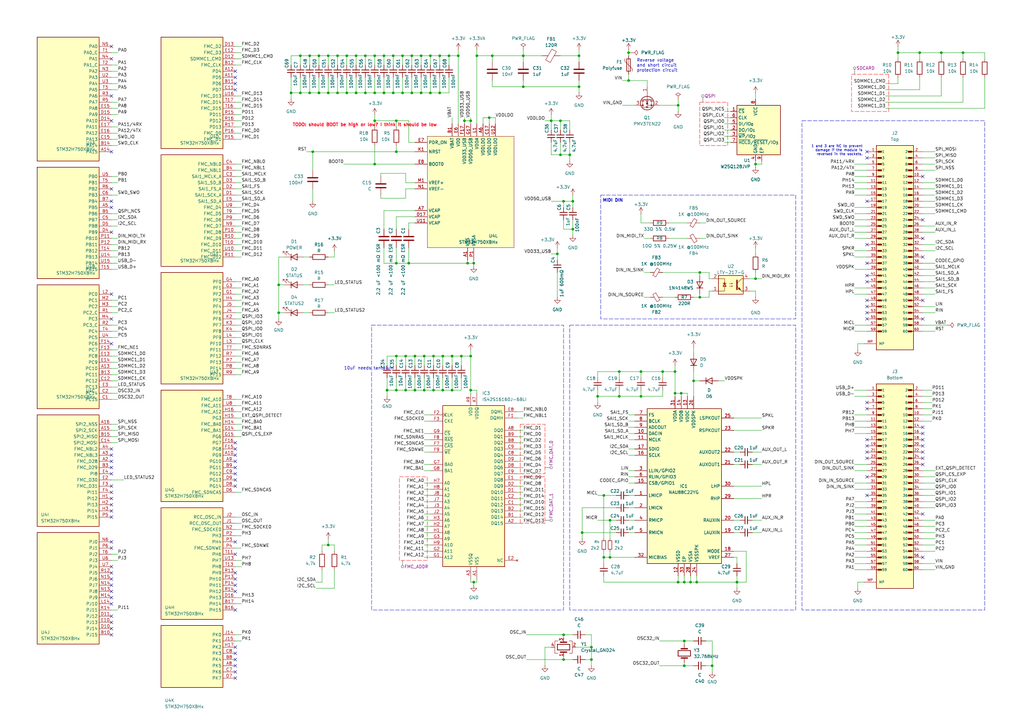
<source format=kicad_sch>
(kicad_sch (version 20250114) (generator "eeschema") (generator_version "9.0")
  (paper "A3")
  (lib_symbols
    (symbol "DF40C-60DP-0.4V_51_:DF40C-60DP-0.4V_51_" (pin_names (offset 1.016))
      (property "Reference" "J2" (at 0 45.72 0))
      (property "Value" "DF40C-60DP-0.4V_51_" (at 0 43.18 0))
      (symbol "DF40C-60DP-0.4V_51__0_0"
        (pin passive line (at -11.43 38.1 0) (length 5.08) (name "1") (number "1"))
        (pin passive line (at -11.43 35.56 0) (length 5.08) (name "3") (number "3"))
        (pin passive line (at -11.43 33.02 0) (length 5.08) (name "5") (number "5"))
        (pin passive line (at -11.43 30.48 0) (length 5.08) (name "7") (number "7"))
        (pin passive line (at -11.43 27.94 0) (length 5.08) (name "9") (number "9"))
        (pin passive line (at -11.43 25.4 0) (length 5.08) (name "11") (number "11"))
        (pin passive line (at -11.43 22.86 0) (length 5.08) (name "13") (number "13"))
        (pin passive line (at -11.43 20.32 0) (length 5.08) (name "15") (number "15"))
        (pin passive line (at -11.43 17.78 0) (length 5.08) (name "17") (number "17"))
        (pin passive line (at -11.43 15.24 0) (length 5.08) (name "19") (number "19"))
        (pin passive line (at -11.43 12.7 0) (length 5.08) (name "21") (number "21"))
        (pin passive line (at -11.43 10.16 0) (length 5.08) (name "23") (number "23"))
        (pin passive line (at -11.43 7.62 0) (length 5.08) (name "25") (number "25"))
        (pin passive line (at -11.43 5.08 0) (length 5.08) (name "27") (number "27"))
        (pin passive line (at -11.43 2.54 0) (length 5.08) (name "29") (number "29"))
        (pin passive line (at -11.43 0 0) (length 5.08) (name "31") (number "31"))
        (pin passive line (at -11.43 -2.54 0) (length 5.08) (name "33") (number "33"))
        (pin passive line (at -11.43 -5.08 0) (length 5.08) (name "35") (number "35"))
        (pin passive line (at -11.43 -7.62 0) (length 5.08) (name "37") (number "37"))
        (pin passive line (at -11.43 -10.16 0) (length 5.08) (name "39") (number "39"))
        (pin passive line (at -11.43 -12.7 0) (length 5.08) (name "41") (number "41"))
        (pin passive line (at -11.43 -15.24 0) (length 5.08) (name "43") (number "43"))
        (pin passive line (at -11.43 -17.78 0) (length 5.08) (name "45") (number "45"))
        (pin passive line (at -11.43 -20.32 0) (length 5.08) (name "47") (number "47"))
        (pin passive line (at -11.43 -22.86 0) (length 5.08) (name "49") (number "49"))
        (pin passive line (at -11.43 -25.4 0) (length 5.08) (name "51") (number "51"))
        (pin passive line (at -11.43 -27.94 0) (length 5.08) (name "53") (number "53"))
        (pin passive line (at -11.43 -30.48 0) (length 5.08) (name "55") (number "55"))
        (pin passive line (at -11.43 -33.02 0) (length 5.08) (name "57") (number "57"))
        (pin passive line (at -11.43 -35.56 0) (length 5.08) (name "59") (number "59"))
        (pin passive line (at 11.43 38.1 180) (length 5.08) (name "2") (number "2"))
        (pin passive line (at 11.43 35.56 180) (length 5.08) (name "4") (number "4"))
        (pin passive line (at 11.43 33.02 180) (length 5.08) (name "6") (number "6"))
        (pin passive line (at 11.43 30.48 180) (length 5.08) (name "8") (number "8"))
        (pin passive line (at 11.43 27.94 180) (length 5.08) (name "10") (number "10"))
        (pin passive line (at 11.43 25.4 180) (length 5.08) (name "12") (number "12"))
        (pin passive line (at 11.43 22.86 180) (length 5.08) (name "14") (number "14"))
        (pin passive line (at 11.43 20.32 180) (length 5.08) (name "16") (number "16"))
        (pin passive line (at 11.43 17.78 180) (length 5.08) (name "18") (number "18"))
        (pin passive line (at 11.43 15.24 180) (length 5.08) (name "20") (number "20"))
        (pin passive line (at 11.43 12.7 180) (length 5.08) (name "22") (number "22"))
        (pin passive line (at 11.43 10.16 180) (length 5.08) (name "24") (number "24"))
        (pin passive line (at 11.43 7.62 180) (length 5.08) (name "26") (number "26"))
        (pin passive line (at 11.43 5.08 180) (length 5.08) (name "28") (number "28"))
        (pin passive line (at 11.43 2.54 180) (length 5.08) (name "30") (number "30"))
        (pin passive line (at 11.43 0 180) (length 5.08) (name "32") (number "32"))
        (pin passive line (at 11.43 -2.54 180) (length 5.08) (name "34") (number "34"))
        (pin passive line (at 11.43 -5.08 180) (length 5.08) (name "36") (number "36"))
        (pin passive line (at 11.43 -7.62 180) (length 5.08) (name "38") (number "38"))
        (pin passive line (at 11.43 -10.16 180) (length 5.08) (name "40") (number "40"))
        (pin passive line (at 11.43 -12.7 180) (length 5.08) (name "42") (number "42"))
        (pin passive line (at 11.43 -15.24 180) (length 5.08) (name "44") (number "44"))
        (pin passive line (at 11.43 -17.78 180) (length 5.08) (name "46") (number "46"))
        (pin passive line (at 11.43 -20.32 180) (length 5.08) (name "48") (number "48"))
        (pin passive line (at 11.43 -22.86 180) (length 5.08) (name "50") (number "50"))
        (pin passive line (at 11.43 -25.4 180) (length 5.08) (name "52") (number "52"))
        (pin passive line (at 11.43 -27.94 180) (length 5.08) (name "54") (number "54"))
        (pin passive line (at 11.43 -30.48 180) (length 5.08) (name "56") (number "56"))
        (pin passive line (at 11.43 -33.02 180) (length 5.08) (name "58") (number "58"))
        (pin passive line (at 11.43 -35.56 180) (length 5.08) (name "60") (number "60"))
      )
      (symbol "DF40C-60DP-0.4V_51__1_0"
        (pin passive line (at -12.7 -40.64 0) (length 5.08) (name "MP") (number "MP"))
      )
    )
    (symbol "Device:C" (pin_numbers (hide yes)) (pin_names (offset 0.254))
      (property "Reference" "C" (at 0.635 2.54 0))
      (property "Value" "C" (at 0.635 -2.54 0))
      (symbol "C_1_1"
        (pin passive line (at 0 3.81 270) (length 2.794) (name "~") (number "1"))
        (pin passive line (at 0 -3.81 90) (length 2.794) (name "~") (number "2"))
      )
    )
    (symbol "Device:C_Small" (pin_numbers (hide yes)) (pin_names (offset 0.254) (hide yes))
      (property "Reference" "C" (at 0.254 1.778 0))
      (property "Value" "C_Small" (at 0.254 -2.032 0))
      (symbol "C_Small_1_1"
        (pin passive line (at 0 2.54 270) (length 2.032) (name "~") (number "1"))
        (pin passive line (at 0 -2.54 90) (length 2.032) (name "~") (number "2"))
      )
    )
    (symbol "Device:Crystal" (pin_numbers (hide yes)) (pin_names (offset 1.016) (hide yes))
      (property "Reference" "Y" (at 0 3.81 0))
      (property "Value" "Crystal" (at 0 -3.81 0))
      (symbol "Crystal_1_1"
        (pin passive line (at -3.81 0 0) (length 1.27) (name "1") (number "1"))
        (pin passive line (at 3.81 0 180) (length 1.27) (name "2") (number "2"))
      )
    )
    (symbol "Device:Crystal_GND24" (pin_names (offset 1.016) (hide yes))
      (property "Reference" "Y" (at 3.175 5.08 0))
      (property "Value" "Crystal_GND24" (at 3.175 3.175 0))
      (symbol "Crystal_GND24_1_1"
        (pin passive line (at -3.81 0 0) (length 1.27) (name "1") (number "1"))
        (pin passive line (at 0 5.08 270) (length 1.27) (name "2") (number "2"))
        (pin passive line (at 0 -5.08 90) (length 1.27) (name "4") (number "4"))
        (pin passive line (at 3.81 0 180) (length 1.27) (name "3") (number "3"))
      )
    )
    (symbol "Device:D" (pin_numbers (hide yes)) (pin_names (offset 1.016) (hide yes))
      (property "Reference" "D" (at 0 2.54 0))
      (property "Value" "D" (at 0 -2.54 0))
      (symbol "D_1_1"
        (pin passive line (at -3.81 0 0) (length 2.54) (name "K") (number "1"))
        (pin passive line (at 3.81 0 180) (length 2.54) (name "A") (number "2"))
      )
    )
    (symbol "Device:FerriteBead" (pin_numbers (hide yes)) (pin_names (offset 0))
      (property "Reference" "FB" (at -3.81 0.635 90))
      (property "Value" "FerriteBead" (at 3.81 0 90))
      (symbol "FerriteBead_1_1"
        (pin passive line (at 0 3.81 270) (length 2.54) (name "~") (number "1"))
        (pin passive line (at 0 -3.81 90) (length 2.54) (name "~") (number "2"))
      )
    )
    (symbol "Device:FerriteBead_Small" (pin_numbers (hide yes)) (pin_names (offset 0))
      (property "Reference" "FB" (at 1.905 1.27 0))
      (property "Value" "FerriteBead_Small" (at 1.905 -1.27 0))
      (symbol "FerriteBead_Small_1_1"
        (pin passive line (at 0 2.54 270) (length 1.27) (name "~") (number "1"))
        (pin passive line (at 0 -2.54 90) (length 1.27) (name "~") (number "2"))
      )
    )
    (symbol "Device:LED" (pin_numbers (hide yes)) (pin_names (offset 1.016) (hide yes))
      (property "Reference" "D" (at 0 2.54 0))
      (property "Value" "LED" (at 0 -2.54 0))
      (symbol "LED_1_1"
        (pin passive line (at -3.81 0 0) (length 2.54) (name "K") (number "1"))
        (pin passive line (at 3.81 0 180) (length 2.54) (name "A") (number "2"))
      )
    )
    (symbol "Device:Polyfuse" (pin_numbers (hide yes)) (pin_names (offset 0))
      (property "Reference" "F" (at -2.54 0 90))
      (property "Value" "Polyfuse" (at 2.54 0 90))
      (symbol "Polyfuse_1_1"
        (pin passive line (at 0 3.81 270) (length 1.27) (name "~") (number "1"))
        (pin passive line (at 0 -3.81 90) (length 1.27) (name "~") (number "2"))
      )
    )
    (symbol "Device:R" (pin_numbers (hide yes)) (pin_names (offset 0))
      (property "Reference" "R" (at 2.032 0 90))
      (property "Value" "R" (at 0 0 90))
      (symbol "R_1_1"
        (pin passive line (at 0 3.81 270) (length 1.27) (name "~") (number "1"))
        (pin passive line (at 0 -3.81 90) (length 1.27) (name "~") (number "2"))
      )
    )
    (symbol "Device:R_Small" (pin_numbers (hide yes)) (pin_names (offset 0.254) (hide yes))
      (property "Reference" "R" (at 0 0 90))
      (property "Value" "R_Small" (at 1.778 0 90))
      (symbol "R_Small_1_1"
        (pin passive line (at 0 2.54 270) (length 0.762) (name "~") (number "1"))
        (pin passive line (at 0 -2.54 90) (length 0.762) (name "~") (number "2"))
      )
    )
    (symbol "IS42S16160J-6BLI:IS42S16160J-6BLI"
      (property "Reference" "IC3" (at 3.4133 38.1 0))
      (property "Value" "IS42S16160J-6BLI" (at 3.4133 35.56 0))
      (symbol "IS42S16160J-6BLI_1_1"
        (pin input clock (at -17.78 29.21 0) (length 5.08) (name "CLK") (number "F2"))
        (pin input line (at -17.78 26.67 0) (length 5.08) (name "CKE") (number "F3"))
        (pin passive line (at -17.78 21.59 0) (length 5.08) (name "~{CS}") (number "G9"))
        (pin passive line (at -17.78 19.05 0) (length 5.08) (name "~{RAS}") (number "F8"))
        (pin passive line (at -17.78 16.51 0) (length 5.08) (name "~{CAS}") (number "F7"))
        (pin passive line (at -17.78 13.97 0) (length 5.08) (name "~{WE}") (number "F9"))
        (pin passive line (at -17.78 8.89 0) (length 5.08) (name "BA0") (number "G7"))
        (pin passive line (at -17.78 6.35 0) (length 5.08) (name "BA1") (number "G8"))
        (pin input line (at -17.78 1.27 0) (length 5.08) (name "A0") (number "H7"))
        (pin input line (at -17.78 -1.27 0) (length 5.08) (name "A1") (number "H8"))
        (pin input line (at -17.78 -3.81 0) (length 5.08) (name "A2") (number "J8"))
        (pin input line (at -17.78 -6.35 0) (length 5.08) (name "A3") (number "J7"))
        (pin input line (at -17.78 -8.89 0) (length 5.08) (name "A4") (number "J3"))
        (pin input line (at -17.78 -11.43 0) (length 5.08) (name "A5") (number "J2"))
        (pin input line (at -17.78 -13.97 0) (length 5.08) (name "A6") (number "H3"))
        (pin input line (at -17.78 -16.51 0) (length 5.08) (name "A7") (number "H2"))
        (pin input line (at -17.78 -19.05 0) (length 5.08) (name "A8") (number "H1"))
        (pin input line (at -17.78 -21.59 0) (length 5.08) (name "A9") (number "G3"))
        (pin input line (at -17.78 -24.13 0) (length 5.08) (name "A10") (number "H9"))
        (pin input line (at -17.78 -26.67 0) (length 5.08) (name "A11") (number "G2"))
        (pin input line (at -17.78 -29.21 0) (length 5.08) (name "A12") (number "G1"))
        (pin power_in line (at -1.27 38.1 270) (length 5.08) (name "VDD") (number "A9"))
        (pin passive line (at -1.27 38.1 270) (length 5.08) (hide yes) (name "VDD") (number "E7"))
        (pin passive line (at -1.27 38.1 270) (length 5.08) (hide yes) (name "VDD") (number "J9"))
        (pin power_in line (at -1.27 -38.1 90) (length 5.08) (name "VSSQ") (number "A3"))
        (pin passive line (at -1.27 -38.1 90) (length 5.08) (hide yes) (name "VSSQ") (number "B7"))
        (pin passive line (at -1.27 -38.1 90) (length 5.08) (hide yes) (name "VSSQ") (number "C3"))
        (pin passive line (at -1.27 -38.1 90) (length 5.08) (hide yes) (name "VSSQ") (number "D7"))
        (pin power_in line (at 1.27 38.1 270) (length 5.08) (name "VDDQ") (number "A7"))
        (pin passive line (at 1.27 38.1 270) (length 5.08) (hide yes) (name "VDDQ") (number "B3"))
        (pin passive line (at 1.27 38.1 270) (length 5.08) (hide yes) (name "VDDQ") (number "C7"))
        (pin passive line (at 1.27 38.1 270) (length 5.08) (hide yes) (name "VDDQ") (number "D3"))
        (pin power_in line (at 1.27 -38.1 90) (length 5.08) (name "VSS") (number "A1"))
        (pin passive line (at 1.27 -38.1 90) (length 5.08) (hide yes) (name "VSS") (number "E3"))
        (pin passive line (at 1.27 -38.1 90) (length 5.08) (hide yes) (name "VSS") (number "J1"))
        (pin passive line (at 17.78 30.48 180) (length 5.08) (name "DQML") (number "E8"))
        (pin passive line (at 17.78 27.94 180) (length 5.08) (name "DQMH") (number "F1"))
        (pin bidirectional line (at 17.78 22.86 180) (length 5.08) (name "DQ0") (number "A8"))
        (pin bidirectional line (at 17.78 20.32 180) (length 5.08) (name "DQ1") (number "B9"))
        (pin bidirectional line (at 17.78 17.78 180) (length 5.08) (name "DQ2") (number "B8"))
        (pin bidirectional line (at 17.78 15.24 180) (length 5.08) (name "DQ3") (number "C9"))
        (pin bidirectional line (at 17.78 12.7 180) (length 5.08) (name "DQ4") (number "C8"))
        (pin bidirectional line (at 17.78 10.16 180) (length 5.08) (name "DQ5") (number "D9"))
        (pin bidirectional line (at 17.78 7.62 180) (length 5.08) (name "DQ6") (number "D8"))
        (pin bidirectional line (at 17.78 5.08 180) (length 5.08) (name "DQ7") (number "E9"))
        (pin bidirectional line (at 17.78 2.54 180) (length 5.08) (name "DQ8") (number "E1"))
        (pin bidirectional line (at 17.78 0 180) (length 5.08) (name "DQ9") (number "D2"))
        (pin bidirectional line (at 17.78 -2.54 180) (length 5.08) (name "DQ10") (number "D1"))
        (pin bidirectional line (at 17.78 -5.08 180) (length 5.08) (name "DQ11") (number "C2"))
        (pin bidirectional line (at 17.78 -7.62 180) (length 5.08) (name "DQ12") (number "C1"))
        (pin bidirectional line (at 17.78 -10.16 180) (length 5.08) (name "DQ13") (number "B2"))
        (pin bidirectional line (at 17.78 -12.7 180) (length 5.08) (name "DQ14") (number "B1"))
        (pin bidirectional line (at 17.78 -15.24 180) (length 5.08) (name "DQ15") (number "A2"))
        (pin no_connect line (at 17.78 -30.48 180) (length 5.08) (name "NC") (number "E2"))
      )
    )
    (symbol "Isolator:Optocoupler_DC_PhotoNPN_AKEC"
      (property "Reference" "D2" (at 0 8.89 0))
      (property "Value" "LTV-217-G" (at 0 6.35 0))
      (symbol "Optocoupler_DC_PhotoNPN_AKEC_1_1"
        (pin passive line (at -7.62 2.54 0) (length 2.54) (name "~") (number "2"))
        (pin passive line (at -7.62 -2.54 0) (length 2.54) (name "~") (number "1"))
        (pin passive line (at 7.62 2.54 180) (length 2.54) (name "~") (number "4"))
        (pin passive line (at 7.62 -2.54 180) (length 2.54) (name "~") (number "3"))
      )
    )
    (symbol "MCU_ST_STM32H7:STM32H750XBHx"
      (property "Reference" "U4" (at 11.176 -18.034 0))
      (property "Value" "STM32H750XBHx" (at 11.176 -20.574 0))
      (symbol "STM32H750XBHx_1_1"
        (pin bidirectional line (at 17.78 21.59 180) (length 5.08) (name "PA0") (number "N5"))
        (pin bidirectional line (at 17.78 19.05 180) (length 5.08) (name "PA0_C") (number "T1"))
        (pin bidirectional line (at 17.78 16.51 180) (length 5.08) (name "PA1") (number "N4"))
        (pin bidirectional line (at 17.78 13.97 180) (length 5.08) (name "PA1_C") (number "T2"))
        (pin bidirectional line (at 17.78 11.43 180) (length 5.08) (name "PA2") (number "N3"))
        (pin bidirectional line (at 17.78 8.89 180) (length 5.08) (name "PA3") (number "U2"))
        (pin bidirectional line (at 17.78 6.35 180) (length 5.08) (name "PA4") (number "U3"))
        (pin bidirectional line (at 17.78 3.81 180) (length 5.08) (name "PA5") (number "T3"))
        (pin bidirectional line (at 17.78 1.27 180) (length 5.08) (name "PA6") (number "R3"))
        (pin bidirectional line (at 17.78 -1.27 180) (length 5.08) (name "PA7") (number "R5") (alternate "FMC_SDNWE" bidirectional line))
        (pin bidirectional line (at 17.78 -3.81 180) (length 5.08) (name "PA8") (number "E15"))
        (pin bidirectional line (at 17.78 -6.35 180) (length 5.08) (name "PA9") (number "D15") (alternate "SPI2_SCK" bidirectional line))
        (pin bidirectional line (at 17.78 -8.89 180) (length 5.08) (name "PA10") (number "D14"))
        (pin bidirectional line (at 17.78 -11.43 180) (length 5.08) (name "PA11") (number "E17") (alternate "SPI2_NSS" bidirectional line))
        (pin bidirectional line (at 17.78 -13.97 180) (length 5.08) (name "PA12") (number "E16") (alternate "SPI2_SCK" bidirectional line))
        (pin bidirectional line (at 17.78 -16.51 180) (length 5.08) (name "PA13") (number "C15"))
        (pin bidirectional line (at 17.78 -19.05 180) (length 5.08) (name "PA14") (number "B14"))
        (pin bidirectional line (at 17.78 -21.59 180) (length 5.08) (name "PA15") (number "A14"))
      )
      (symbol "STM32H750XBHx_2_1"
        (pin bidirectional line (at 17.78 19.05 180) (length 5.08) (name "PB0") (number "U5"))
        (pin bidirectional line (at 17.78 16.51 180) (length 5.08) (name "PB1") (number "T5"))
        (pin bidirectional line (at 17.78 13.97 180) (length 5.08) (name "PB2") (number "R6") (alternate "SAI1_SD_A" bidirectional line))
        (pin bidirectional line (at 17.78 11.43 180) (length 5.08) (name "PB3") (number "C6"))
        (pin bidirectional line (at 17.78 8.89 180) (length 5.08) (name "PB4") (number "B7") (alternate "SPI2_NSS" bidirectional line))
        (pin bidirectional line (at 17.78 6.35 180) (length 5.08) (name "PB5") (number "A5"))
        (pin bidirectional line (at 17.78 3.81 180) (length 5.08) (name "PB6") (number "B5"))
        (pin bidirectional line (at 17.78 1.27 180) (length 5.08) (name "PB7") (number "C5"))
        (pin bidirectional line (at 17.78 -1.27 180) (length 5.08) (name "PB8") (number "D5"))
        (pin bidirectional line (at 17.78 -3.81 180) (length 5.08) (name "PB9") (number "D4") (alternate "SPI2_NSS" bidirectional line))
        (pin bidirectional line (at 17.78 -6.35 180) (length 5.08) (name "PB10") (number "P11") (alternate "SPI2_SCK" bidirectional line))
        (pin bidirectional line (at 17.78 -8.89 180) (length 5.08) (name "PB11") (number "P12"))
        (pin bidirectional line (at 17.78 -11.43 180) (length 5.08) (name "PB12") (number "T14") (alternate "SPI2_NSS" bidirectional line))
        (pin bidirectional line (at 17.78 -13.97 180) (length 5.08) (name "PB13") (number "U14") (alternate "SPI2_SCK" bidirectional line))
        (pin bidirectional line (at 17.78 -16.51 180) (length 5.08) (name "PB14") (number "U15") (alternate "SPI2_MISO" bidirectional line))
        (pin bidirectional line (at 17.78 -19.05 180) (length 5.08) (name "PB15") (number "T15") (alternate "SPI2_MOSI" bidirectional line))
      )
      (symbol "STM32H750XBHx_3_1"
        (pin bidirectional line (at 17.78 21.59 180) (length 5.08) (name "PC0") (number "L2") (alternate "FMC_SDNWE" bidirectional line))
        (pin bidirectional line (at 17.78 19.05 180) (length 5.08) (name "PC1") (number "M2") (alternate "SAI1_SD_A" bidirectional line) (alternate "SPI2_MOSI" bidirectional line))
        (pin bidirectional line (at 17.78 16.51 180) (length 5.08) (name "PC2") (number "M3") (alternate "SPI2_MISO" bidirectional line))
        (pin bidirectional line (at 17.78 13.97 180) (length 5.08) (name "PC2_C") (number "R1") (alternate "SPI2_MISO" bidirectional line))
        (pin bidirectional line (at 17.78 11.43 180) (length 5.08) (name "PC3") (number "M4") (alternate "FMC_SDCKE0" bidirectional line) (alternate "SPI2_MOSI" bidirectional line))
        (pin bidirectional line (at 17.78 8.89 180) (length 5.08) (name "PC3_C") (number "R2") (alternate "FMC_SDCKE0" bidirectional line) (alternate "SPI2_MOSI" bidirectional line))
        (pin bidirectional line (at 17.78 6.35 180) (length 5.08) (name "PC4") (number "T4"))
        (pin bidirectional line (at 17.78 3.81 180) (length 5.08) (name "PC5") (number "U4") (alternate "FMC_SDCKE0" bidirectional line))
        (pin bidirectional line (at 17.78 1.27 180) (length 5.08) (name "PC6") (number "F14"))
        (pin bidirectional line (at 17.78 -1.27 180) (length 5.08) (name "PC7") (number "F13"))
        (pin bidirectional line (at 17.78 -3.81 180) (length 5.08) (name "PC8") (number "E13"))
        (pin bidirectional line (at 17.78 -6.35 180) (length 5.08) (name "PC9") (number "E14"))
        (pin bidirectional line (at 17.78 -8.89 180) (length 5.08) (name "PC10") (number "A13"))
        (pin bidirectional line (at 17.78 -11.43 180) (length 5.08) (name "PC11") (number "B13"))
        (pin bidirectional line (at 17.78 -13.97 180) (length 5.08) (name "PC12") (number "C12"))
        (pin bidirectional line (at 17.78 -16.51 180) (length 5.08) (name "PC13") (number "E3"))
        (pin bidirectional line (at 17.78 -19.05 180) (length 5.08) (name "PC14") (number "C2"))
        (pin bidirectional line (at 17.78 -21.59 180) (length 5.08) (name "PC15") (number "C1"))
      )
      (symbol "STM32H750XBHx_4_1"
        (pin bidirectional line (at 17.78 19.05 180) (length 5.08) (name "PD0") (number "D13") (alternate "FMC_D2" bidirectional line))
        (pin bidirectional line (at 17.78 16.51 180) (length 5.08) (name "PD1") (number "E12") (alternate "FMC_D3" bidirectional line))
        (pin bidirectional line (at 17.78 13.97 180) (length 5.08) (name "PD2") (number "D12") (alternate "SDMMC1_CMD" bidirectional line))
        (pin bidirectional line (at 17.78 11.43 180) (length 5.08) (name "PD3") (number "B12") (alternate "FMC_CLK" bidirectional line) (alternate "SPI2_SCK" bidirectional line))
        (pin bidirectional line (at 17.78 8.89 180) (length 5.08) (name "PD4") (number "A12"))
        (pin bidirectional line (at 17.78 6.35 180) (length 5.08) (name "PD5") (number "A11"))
        (pin bidirectional line (at 17.78 3.81 180) (length 5.08) (name "PD6") (number "B11") (alternate "SAI1_SD_A" bidirectional line))
        (pin bidirectional line (at 17.78 1.27 180) (length 5.08) (name "PD7") (number "C11"))
        (pin bidirectional line (at 17.78 -1.27 180) (length 5.08) (name "PD8") (number "U16") (alternate "FMC_D13" bidirectional line))
        (pin bidirectional line (at 17.78 -3.81 180) (length 5.08) (name "PD9") (number "T17") (alternate "FMC_D14" bidirectional line))
        (pin bidirectional line (at 17.78 -6.35 180) (length 5.08) (name "PD10") (number "T16") (alternate "FMC_D15" bidirectional line))
        (pin bidirectional line (at 17.78 -8.89 180) (length 5.08) (name "PD11") (number "R15"))
        (pin bidirectional line (at 17.78 -11.43 180) (length 5.08) (name "PD12") (number "R16"))
        (pin bidirectional line (at 17.78 -13.97 180) (length 5.08) (name "PD13") (number "R17"))
        (pin bidirectional line (at 17.78 -16.51 180) (length 5.08) (name "PD14") (number "P16") (alternate "FMC_D0" bidirectional line))
        (pin bidirectional line (at 17.78 -19.05 180) (length 5.08) (name "PD15") (number "P15") (alternate "FMC_D1" bidirectional line))
      )
      (symbol "STM32H750XBHx_5_1"
        (pin bidirectional line (at 17.78 19.05 180) (length 5.08) (name "PE0") (number "C4") (alternate "FMC_NBL0" bidirectional line))
        (pin bidirectional line (at 17.78 16.51 180) (length 5.08) (name "PE1") (number "B4") (alternate "FMC_NBL1" bidirectional line))
        (pin bidirectional line (at 17.78 13.97 180) (length 5.08) (name "PE2") (number "C3") (alternate "SAI1_MCLK_A" bidirectional line))
        (pin bidirectional line (at 17.78 11.43 180) (length 5.08) (name "PE3") (number "D3") (alternate "SAI1_SD_B" bidirectional line))
        (pin bidirectional line (at 17.78 8.89 180) (length 5.08) (name "PE4") (number "D2") (alternate "SAI1_FS_A" bidirectional line))
        (pin bidirectional line (at 17.78 6.35 180) (length 5.08) (name "PE5") (number "D1") (alternate "SAI1_SCK_A" bidirectional line))
        (pin bidirectional line (at 17.78 3.81 180) (length 5.08) (name "PE6") (number "E5") (alternate "SAI1_SD_A" bidirectional line))
        (pin bidirectional line (at 17.78 1.27 180) (length 5.08) (name "PE7") (number "U9") (alternate "FMC_D4" bidirectional line))
        (pin bidirectional line (at 17.78 -1.27 180) (length 5.08) (name "PE8") (number "T9") (alternate "FMC_D5" bidirectional line))
        (pin bidirectional line (at 17.78 -3.81 180) (length 5.08) (name "PE9") (number "P9") (alternate "FMC_D6" bidirectional line))
        (pin bidirectional line (at 17.78 -6.35 180) (length 5.08) (name "PE10") (number "N9") (alternate "FMC_D7" bidirectional line))
        (pin bidirectional line (at 17.78 -8.89 180) (length 5.08) (name "PE11") (number "P10") (alternate "FMC_D8" bidirectional line))
        (pin bidirectional line (at 17.78 -11.43 180) (length 5.08) (name "PE12") (number "R10") (alternate "FMC_D9" bidirectional line))
        (pin bidirectional line (at 17.78 -13.97 180) (length 5.08) (name "PE13") (number "T10") (alternate "FMC_D10" bidirectional line))
        (pin bidirectional line (at 17.78 -16.51 180) (length 5.08) (name "PE14") (number "U10") (alternate "FMC_D11" bidirectional line))
        (pin bidirectional line (at 17.78 -19.05 180) (length 5.08) (name "PE15") (number "R11") (alternate "FMC_D12" bidirectional line))
      )
      (symbol "STM32H750XBHx_6_1"
        (pin bidirectional line (at 17.78 19.05 180) (length 5.08) (name "PF0") (number "G4"))
        (pin bidirectional line (at 17.78 16.51 180) (length 5.08) (name "PF1") (number "G3"))
        (pin bidirectional line (at 17.78 13.97 180) (length 5.08) (name "PF2") (number "G1"))
        (pin bidirectional line (at 17.78 11.43 180) (length 5.08) (name "PF3") (number "H4"))
        (pin bidirectional line (at 17.78 8.89 180) (length 5.08) (name "PF4") (number "J5"))
        (pin bidirectional line (at 17.78 6.35 180) (length 5.08) (name "PF5") (number "J4"))
        (pin bidirectional line (at 17.78 3.81 180) (length 5.08) (name "PF6") (number "K2") (alternate "SAI1_SD_B" bidirectional line))
        (pin bidirectional line (at 17.78 1.27 180) (length 5.08) (name "PF7") (number "K3"))
        (pin bidirectional line (at 17.78 -1.27 180) (length 5.08) (name "PF8") (number "K4"))
        (pin bidirectional line (at 17.78 -3.81 180) (length 5.08) (name "PF9") (number "L4"))
        (pin bidirectional line (at 17.78 -6.35 180) (length 5.08) (name "PF10") (number "L3"))
        (pin bidirectional line (at 17.78 -8.89 180) (length 5.08) (name "PF11") (number "T7"))
        (pin bidirectional line (at 17.78 -11.43 180) (length 5.08) (name "PF12") (number "R7"))
        (pin bidirectional line (at 17.78 -13.97 180) (length 5.08) (name "PF13") (number "P7"))
        (pin bidirectional line (at 17.78 -16.51 180) (length 5.08) (name "PF14") (number "P8"))
        (pin bidirectional line (at 17.78 -19.05 180) (length 5.08) (name "PF15") (number "R9"))
      )
      (symbol "STM32H750XBHx_7_1"
        (pin bidirectional line (at -17.78 19.05 0) (length 5.08) (name "PG0") (number "T8") (alternate "FMC_A10" bidirectional line))
        (pin bidirectional line (at -17.78 16.51 0) (length 5.08) (name "PG1") (number "U8") (alternate "FMC_A11" bidirectional line))
        (pin bidirectional line (at -17.78 13.97 0) (length 5.08) (name "PG2") (number "H16") (alternate "FMC_A12" bidirectional line))
        (pin bidirectional line (at -17.78 11.43 0) (length 5.08) (name "PG3") (number "H15"))
        (pin bidirectional line (at -17.78 8.89 0) (length 5.08) (name "PG4") (number "H14") (alternate "FMC_BA0" bidirectional line))
        (pin bidirectional line (at -17.78 6.35 0) (length 5.08) (name "PG5") (number "G14") (alternate "FMC_BA1" bidirectional line))
        (pin bidirectional line (at -17.78 3.81 0) (length 5.08) (name "PG6") (number "G15"))
        (pin bidirectional line (at -17.78 1.27 0) (length 5.08) (name "PG7") (number "F16") (alternate "SAI1_MCLK_A" bidirectional line))
        (pin bidirectional line (at -17.78 -1.27 0) (length 5.08) (name "PG8") (number "F15"))
        (pin bidirectional line (at -17.78 -3.81 0) (length 5.08) (name "PG9") (number "A10"))
        (pin bidirectional line (at -17.78 -6.35 0) (length 5.08) (name "PG10") (number "A9"))
        (pin bidirectional line (at -17.78 -8.89 0) (length 5.08) (name "PG11") (number "B9"))
        (pin bidirectional line (at -17.78 -11.43 0) (length 5.08) (name "PG12") (number "C9"))
        (pin bidirectional line (at -17.78 -13.97 0) (length 5.08) (name "PG13") (number "D9"))
        (pin bidirectional line (at -17.78 -16.51 0) (length 5.08) (name "PG14") (number "D8"))
        (pin bidirectional line (at -17.78 -19.05 0) (length 5.08) (name "PG15") (number "D6") (alternate "FMC_SDNCAS" bidirectional line))
      )
      (symbol "STM32H750XBHx_8_1"
        (pin bidirectional line (at -17.78 19.05 0) (length 5.08) (name "PH0") (number "J2") (alternate "RCC_OSC_IN" bidirectional line))
        (pin bidirectional line (at -17.78 16.51 0) (length 5.08) (name "PH1") (number "J1") (alternate "RCC_OSC_OUT" bidirectional line))
        (pin bidirectional line (at -17.78 13.97 0) (length 5.08) (name "PH2") (number "N2") (alternate "FMC_SDCKE0" bidirectional line))
        (pin bidirectional line (at -17.78 11.43 0) (length 5.08) (name "PH3") (number "P2"))
        (pin bidirectional line (at -17.78 8.89 0) (length 5.08) (name "PH4") (number "P3"))
        (pin bidirectional line (at -17.78 6.35 0) (length 5.08) (name "PH5") (number "P4") (alternate "FMC_SDNWE" bidirectional line))
        (pin bidirectional line (at -17.78 3.81 0) (length 5.08) (name "PH6") (number "T11"))
        (pin bidirectional line (at -17.78 1.27 0) (length 5.08) (name "PH7") (number "U13"))
        (pin bidirectional line (at -17.78 -1.27 0) (length 5.08) (name "PH8") (number "T13") (alternate "FMC_D16" bidirectional line))
        (pin bidirectional line (at -17.78 -3.81 0) (length 5.08) (name "PH9") (number "R13") (alternate "FMC_D17" bidirectional line))
        (pin bidirectional line (at -17.78 -6.35 0) (length 5.08) (name "PH10") (number "P13") (alternate "FMC_D18" bidirectional line))
        (pin bidirectional line (at -17.78 -8.89 0) (length 5.08) (name "PH11") (number "P14") (alternate "FMC_D19" bidirectional line))
        (pin bidirectional line (at -17.78 -11.43 0) (length 5.08) (name "PH12") (number "R14") (alternate "FMC_D20" bidirectional line))
        (pin bidirectional line (at -17.78 -13.97 0) (length 5.08) (name "PH13") (number "D16") (alternate "FMC_D21" bidirectional line))
        (pin bidirectional line (at -17.78 -16.51 0) (length 5.08) (name "PH14") (number "B17") (alternate "FMC_D22" bidirectional line))
        (pin bidirectional line (at -17.78 -19.05 0) (length 5.08) (name "PH15") (number "B16") (alternate "FMC_D23" bidirectional line))
      )
      (symbol "STM32H750XBHx_9_1"
        (pin bidirectional line (at -17.78 19.05 0) (length 5.08) (name "PI0") (number "A16") (alternate "FMC_D24" bidirectional line) (alternate "SPI2_NSS" bidirectional line))
        (pin bidirectional line (at -17.78 16.51 0) (length 5.08) (name "PI1") (number "A15") (alternate "FMC_D25" bidirectional line) (alternate "SPI2_SCK" bidirectional line))
        (pin bidirectional line (at -17.78 13.97 0) (length 5.08) (name "PI2") (number "B15") (alternate "FMC_D26" bidirectional line) (alternate "SPI2_MISO" bidirectional line))
        (pin bidirectional line (at -17.78 11.43 0) (length 5.08) (name "PI3") (number "C14") (alternate "FMC_D27" bidirectional line) (alternate "SPI2_MOSI" bidirectional line))
        (pin bidirectional line (at -17.78 8.89 0) (length 5.08) (name "PI4") (number "A4") (alternate "FMC_NBL2" bidirectional line))
        (pin bidirectional line (at -17.78 6.35 0) (length 5.08) (name "PI5") (number "A3") (alternate "FMC_NBL3" bidirectional line))
        (pin bidirectional line (at -17.78 3.81 0) (length 5.08) (name "PI6") (number "A2") (alternate "FMC_D28" bidirectional line))
        (pin bidirectional line (at -17.78 1.27 0) (length 5.08) (name "PI7") (number "B3") (alternate "FMC_D29" bidirectional line))
        (pin bidirectional line (at -17.78 -1.27 0) (length 5.08) (name "PI8") (number "E4"))
        (pin bidirectional line (at -17.78 -3.81 0) (length 5.08) (name "PI9") (number "E2") (alternate "FMC_D30" bidirectional line))
        (pin bidirectional line (at -17.78 -6.35 0) (length 5.08) (name "PI10") (number "F3") (alternate "FMC_D31" bidirectional line))
        (pin bidirectional line (at -17.78 -8.89 0) (length 5.08) (name "PI11") (number "F4"))
        (pin bidirectional line (at -17.78 -11.43 0) (length 5.08) (name "PI12") (number "H1"))
        (pin bidirectional line (at -17.78 -13.97 0) (length 5.08) (name "PI13") (number "H2"))
        (pin bidirectional line (at -17.78 -16.51 0) (length 5.08) (name "PI14") (number "H3"))
        (pin bidirectional line (at -17.78 -19.05 0) (length 5.08) (name "PI15") (number "P5"))
      )
      (symbol "STM32H750XBHx_10_1"
        (pin bidirectional line (at -17.78 19.05 0) (length 5.08) (name "PJ0") (number "N6"))
        (pin bidirectional line (at -17.78 16.51 0) (length 5.08) (name "PJ1") (number "P6"))
        (pin bidirectional line (at -17.78 13.97 0) (length 5.08) (name "PJ2") (number "T6"))
        (pin bidirectional line (at -17.78 11.43 0) (length 5.08) (name "PJ3") (number "U6"))
        (pin bidirectional line (at -17.78 8.89 0) (length 5.08) (name "PJ4") (number "U7"))
        (pin bidirectional line (at -17.78 6.35 0) (length 5.08) (name "PJ5") (number "R12"))
        (pin bidirectional line (at -17.78 3.81 0) (length 5.08) (name "PJ6") (number "N15"))
        (pin bidirectional line (at -17.78 1.27 0) (length 5.08) (name "PJ7") (number "N14"))
        (pin bidirectional line (at -17.78 -1.27 0) (length 5.08) (name "PJ8") (number "N13"))
        (pin bidirectional line (at -17.78 -3.81 0) (length 5.08) (name "PJ9") (number "M14"))
        (pin bidirectional line (at -17.78 -6.35 0) (length 5.08) (name "PJ10") (number "L14"))
        (pin bidirectional line (at -17.78 -8.89 0) (length 5.08) (name "PJ11") (number "K14"))
        (pin bidirectional line (at -17.78 -11.43 0) (length 5.08) (name "PJ12") (number "D11"))
        (pin bidirectional line (at -17.78 -13.97 0) (length 5.08) (name "PJ13") (number "E10"))
        (pin bidirectional line (at -17.78 -16.51 0) (length 5.08) (name "PJ14") (number "D10"))
        (pin bidirectional line (at -17.78 -19.05 0) (length 5.08) (name "PJ15") (number "B10"))
      )
      (symbol "STM32H750XBHx_11_1"
        (pin bidirectional line (at -17.78 8.89 0) (length 5.08) (name "PK0") (number "J14"))
        (pin bidirectional line (at -17.78 6.35 0) (length 5.08) (name "PK1") (number "J15"))
        (pin bidirectional line (at -17.78 3.81 0) (length 5.08) (name "PK2") (number "H17"))
        (pin bidirectional line (at -17.78 1.27 0) (length 5.08) (name "PK3") (number "C8"))
        (pin bidirectional line (at -17.78 -1.27 0) (length 5.08) (name "PK4") (number "B8"))
        (pin bidirectional line (at -17.78 -3.81 0) (length 5.08) (name "PK5") (number "A8"))
        (pin bidirectional line (at -17.78 -6.35 0) (length 5.08) (name "PK6") (number "C7"))
        (pin bidirectional line (at -17.78 -8.89 0) (length 5.08) (name "PK7") (number "D7"))
      )
      (symbol "STM32H750XBHx_12_1"
        (pin input line (at -22.86 20.32 0) (length 5.08) (name "PDR_ON") (number "E7"))
        (pin input line (at -22.86 16.51 0) (length 5.08) (name "NRST") (number "K1"))
        (pin input line (at -22.86 11.43 0) (length 5.08) (name "BOOT0") (number "E8"))
        (pin input line (at -22.86 3.81 0) (length 5.08) (name "VREF+") (number "M1"))
        (pin input line (at -22.86 1.27 0) (length 5.08) (name "VREF-") (number "N1"))
        (pin power_out line (at -22.86 -7.62 0) (length 5.08) (name "VCAP") (number "A7"))
        (pin power_out line (at -22.86 -10.16 0) (length 5.08) (name "VCAP") (number "D17"))
        (pin power_out line (at -22.86 -12.7 0) (length 5.08) (name "VCAP") (number "U11"))
        (pin power_in line (at -7.62 27.94 270) (length 5.08) (name "VBAT") (number "B1"))
        (pin passive line (at -5.08 27.94 270) (length 5.08) (hide yes) (name "VDD") (number "E11"))
        (pin power_in line (at -5.08 27.94 270) (length 5.08) (name "VDD") (number "E6"))
        (pin passive line (at -5.08 27.94 270) (length 5.08) (hide yes) (name "VDD") (number "E9"))
        (pin passive line (at -5.08 27.94 270) (length 5.08) (hide yes) (name "VDD") (number "F5"))
        (pin passive line (at -5.08 27.94 270) (length 5.08) (hide yes) (name "VDD") (number "G13"))
        (pin passive line (at -5.08 27.94 270) (length 5.08) (hide yes) (name "VDD") (number "G5"))
        (pin passive line (at -5.08 27.94 270) (length 5.08) (hide yes) (name "VDD") (number "H13"))
        (pin passive line (at -5.08 27.94 270) (length 5.08) (hide yes) (name "VDD") (number "H5"))
        (pin passive line (at -5.08 27.94 270) (length 5.08) (hide yes) (name "VDD") (number "J13"))
        (pin passive line (at -5.08 27.94 270) (length 5.08) (hide yes) (name "VDD") (number "K13"))
        (pin passive line (at -5.08 27.94 270) (length 5.08) (hide yes) (name "VDD") (number "K5"))
        (pin passive line (at -5.08 27.94 270) (length 5.08) (hide yes) (name "VDD") (number "L13"))
        (pin passive line (at -5.08 27.94 270) (length 5.08) (hide yes) (name "VDD") (number "L5"))
        (pin passive line (at -5.08 27.94 270) (length 5.08) (hide yes) (name "VDD") (number "M13"))
        (pin passive line (at -5.08 27.94 270) (length 5.08) (hide yes) (name "VDD") (number "M5"))
        (pin passive line (at -5.08 27.94 270) (length 5.08) (hide yes) (name "VDD") (number "N10"))
        (pin passive line (at -5.08 27.94 270) (length 5.08) (hide yes) (name "VDD") (number "N11"))
        (pin passive line (at -5.08 27.94 270) (length 5.08) (hide yes) (name "VDD") (number "N12"))
        (pin passive line (at -5.08 27.94 270) (length 5.08) (hide yes) (name "VDD") (number "N7"))
        (pin passive line (at -5.08 27.94 270) (length 5.08) (hide yes) (name "VDD") (number "N8"))
        (pin passive line (at -5.08 27.94 270) (length 5.08) (hide yes) (name "VDD") (number "P17"))
        (pin power_in line (at -2.54 27.94 270) (length 5.08) (name "VDD33_USB") (number "F17"))
        (pin power_in line (at -1.27 -27.94 90) (length 5.08) (name "VSS") (number "A1"))
        (pin passive line (at -1.27 -27.94 90) (length 5.08) (hide yes) (name "VSS") (number "A17"))
        (pin passive line (at -1.27 -27.94 90) (length 5.08) (hide yes) (name "VSS") (number "B2"))
        (pin passive line (at -1.27 -27.94 90) (length 5.08) (hide yes) (name "VSS") (number "B6"))
        (pin passive line (at -1.27 -27.94 90) (length 5.08) (hide yes) (name "VSS") (number "C10"))
        (pin passive line (at -1.27 -27.94 90) (length 5.08) (hide yes) (name "VSS") (number "C13"))
        (pin passive line (at -1.27 -27.94 90) (length 5.08) (hide yes) (name "VSS") (number "C16"))
        (pin passive line (at -1.27 -27.94 90) (length 5.08) (hide yes) (name "VSS") (number "F1"))
        (pin passive line (at -1.27 -27.94 90) (length 5.08) (hide yes) (name "VSS") (number "F2"))
        (pin passive line (at -1.27 -27.94 90) (length 5.08) (hide yes) (name "VSS") (number "G10"))
        (pin passive line (at -1.27 -27.94 90) (length 5.08) (hide yes) (name "VSS") (number "G11"))
        (pin passive line (at -1.27 -27.94 90) (length 5.08) (hide yes) (name "VSS") (number "G16"))
        (pin passive line (at -1.27 -27.94 90) (length 5.08) (hide yes) (name "VSS") (number "G2"))
        (pin passive line (at -1.27 -27.94 90) (length 5.08) (hide yes) (name "VSS") (number "G7"))
        (pin passive line (at -1.27 -27.94 90) (length 5.08) (hide yes) (name "VSS") (number "G8"))
        (pin passive line (at -1.27 -27.94 90) (length 5.08) (hide yes) (name "VSS") (number "G9"))
        (pin passive line (at -1.27 -27.94 90) (length 5.08) (hide yes) (name "VSS") (number "H10"))
        (pin passive line (at -1.27 -27.94 90) (length 5.08) (hide yes) (name "VSS") (number "H11"))
        (pin passive line (at -1.27 -27.94 90) (length 5.08) (hide yes) (name "VSS") (number "H7"))
        (pin passive line (at -1.27 -27.94 90) (length 5.08) (hide yes) (name "VSS") (number "H8"))
        (pin passive line (at -1.27 -27.94 90) (length 5.08) (hide yes) (name "VSS") (number "H9"))
        (pin passive line (at -1.27 -27.94 90) (length 5.08) (hide yes) (name "VSS") (number "J10"))
        (pin passive line (at -1.27 -27.94 90) (length 5.08) (hide yes) (name "VSS") (number "J11"))
        (pin passive line (at -1.27 -27.94 90) (length 5.08) (hide yes) (name "VSS") (number "J16"))
        (pin passive line (at -1.27 -27.94 90) (length 5.08) (hide yes) (name "VSS") (number "J17"))
        (pin passive line (at -1.27 -27.94 90) (length 5.08) (hide yes) (name "VSS") (number "J3"))
        (pin passive line (at -1.27 -27.94 90) (length 5.08) (hide yes) (name "VSS") (number "J7"))
        (pin passive line (at -1.27 -27.94 90) (length 5.08) (hide yes) (name "VSS") (number "J8"))
        (pin passive line (at -1.27 -27.94 90) (length 5.08) (hide yes) (name "VSS") (number "J9"))
        (pin passive line (at -1.27 -27.94 90) (length 5.08) (hide yes) (name "VSS") (number "K10"))
        (pin passive line (at -1.27 -27.94 90) (length 5.08) (hide yes) (name "VSS") (number "K11"))
        (pin passive line (at -1.27 -27.94 90) (length 5.08) (hide yes) (name "VSS") (number "K15"))
        (pin passive line (at -1.27 -27.94 90) (length 5.08) (hide yes) (name "VSS") (number "K7"))
        (pin passive line (at -1.27 -27.94 90) (length 5.08) (hide yes) (name "VSS") (number "K8"))
        (pin passive line (at -1.27 -27.94 90) (length 5.08) (hide yes) (name "VSS") (number "K9"))
        (pin passive line (at -1.27 -27.94 90) (length 5.08) (hide yes) (name "VSS") (number "L10"))
        (pin passive line (at -1.27 -27.94 90) (length 5.08) (hide yes) (name "VSS") (number "L11"))
        (pin passive line (at -1.27 -27.94 90) (length 5.08) (hide yes) (name "VSS") (number "L15"))
        (pin passive line (at -1.27 -27.94 90) (length 5.08) (hide yes) (name "VSS") (number "L7"))
        (pin passive line (at -1.27 -27.94 90) (length 5.08) (hide yes) (name "VSS") (number "L8"))
        (pin passive line (at -1.27 -27.94 90) (length 5.08) (hide yes) (name "VSS") (number "L9"))
        (pin passive line (at -1.27 -27.94 90) (length 5.08) (hide yes) (name "VSS") (number "M15"))
        (pin passive line (at -1.27 -27.94 90) (length 5.08) (hide yes) (name "VSS") (number "N16"))
        (pin passive line (at -1.27 -27.94 90) (length 5.08) (hide yes) (name "VSS") (number "R4"))
        (pin passive line (at -1.27 -27.94 90) (length 5.08) (hide yes) (name "VSS") (number "R8"))
        (pin passive line (at -1.27 -27.94 90) (length 5.08) (hide yes) (name "VSS") (number "T12"))
        (pin passive line (at -1.27 -27.94 90) (length 5.08) (hide yes) (name "VSS") (number "U1"))
        (pin passive line (at -1.27 -27.94 90) (length 5.08) (hide yes) (name "VSS") (number "U17"))
        (pin power_in line (at 0 27.94 270) (length 5.08) (name "VDD50_USB") (number "G17"))
        (pin power_in line (at 1.27 -27.94 90) (length 5.08) (name "VSSA") (number "P1"))
        (pin power_in line (at 2.54 27.94 270) (length 5.08) (name "VDDA") (number "L1"))
        (pin power_in line (at 5.08 27.94 270) (length 5.08) (name "VDDLDO") (number "A6"))
        (pin power_in line (at 7.62 27.94 270) (length 5.08) (name "VDDLDO") (number "C17"))
        (pin power_in line (at 10.16 27.94 270) (length 5.08) (name "VDDLDO") (number "U12"))
        (pin no_connect line (at 22.86 20.32 180) (length 5.08) (hide yes) (name "NC") (number "N17"))
        (pin no_connect line (at 22.86 17.78 180) (length 5.08) (hide yes) (name "NC") (number "M17"))
        (pin no_connect line (at 22.86 15.24 180) (length 5.08) (hide yes) (name "NC") (number "M16"))
        (pin no_connect line (at 22.86 12.7 180) (length 5.08) (hide yes) (name "NC") (number "L17"))
        (pin no_connect line (at 22.86 10.16 180) (length 5.08) (hide yes) (name "NC") (number "L16"))
        (pin no_connect line (at 22.86 7.62 180) (length 5.08) (hide yes) (name "NC") (number "K17"))
        (pin no_connect line (at 22.86 5.08 180) (length 5.08) (hide yes) (name "NC") (number "K16"))
        (pin no_connect line (at 22.86 2.54 180) (length 5.08) (hide yes) (name "NC") (number "E1"))
      )
    )
    (symbol "Memory_Flash:W25Q128JVP"
      (property "Reference" "U" (at -6.35 11.43 0))
      (property "Value" "W25Q128JVP" (at 7.62 11.43 0))
      (symbol "W25Q128JVP_1_1"
        (pin input line (at -10.16 7.62 0) (length 2.54) (name "~{CS}") (number "1"))
        (pin input line (at -10.16 5.08 0) (length 2.54) (name "CLK") (number "6"))
        (pin bidirectional line (at -10.16 2.54 0) (length 2.54) (name "DI/IO_{0}") (number "5"))
        (pin bidirectional line (at -10.16 0 0) (length 2.54) (name "DO/IO_{1}") (number "2"))
        (pin bidirectional line (at -10.16 -2.54 0) (length 2.54) (name "~{WP}/IO_{2}") (number "3"))
        (pin bidirectional line (at -10.16 -5.08 0) (length 2.54) (name "~{HOLD}/~{RESET}/IO_{3}") (number "7"))
        (pin power_in line (at 0 12.7 270) (length 2.54) (name "VCC") (number "8"))
        (pin power_in line (at 0 -12.7 90) (length 2.54) (name "GND") (number "4"))
        (pin passive line (at 2.54 -12.7 90) (length 2.54) (name "EP") (number "9"))
      )
    )
    (symbol "NAU88C22YG:NAU88C22YG"
      (property "Reference" "IC" (at 6.604 37.846 0))
      (property "Value" "NAU88C22YG" (at 6.604 35.306 0))
      (symbol "NAU88C22YG_1_1"
        (pin passive line (at -20.32 29.21 0) (length 5.08) (name "FS") (number "7"))
        (pin passive line (at -20.32 26.67 0) (length 5.08) (name "BCLK") (number "8"))
        (pin passive line (at -20.32 24.13 0) (length 5.08) (name "ADCOUT") (number "9"))
        (pin passive line (at -20.32 21.59 0) (length 5.08) (name "DACIN") (number "10"))
        (pin passive line (at -20.32 19.05 0) (length 5.08) (name "MCLK") (number "11"))
        (pin passive line (at -20.32 15.24 0) (length 5.08) (name "SDIO") (number "17"))
        (pin passive line (at -20.32 12.7 0) (length 5.08) (name "SCLK") (number "16"))
        (pin passive line (at -20.32 6.35 0) (length 5.08) (name "LLIN/GPIO2") (number "3"))
        (pin passive line (at -20.32 3.81 0) (length 5.08) (name "RLIN/GPIO3") (number "6"))
        (pin passive line (at -20.32 1.27 0) (length 5.08) (name "CSB/GPIO1") (number "15"))
        (pin passive line (at -20.32 -3.81 0) (length 5.08) (name "LMICP") (number "1"))
        (pin passive line (at -20.32 -8.89 0) (length 5.08) (name "LMICN") (number "2"))
        (pin passive line (at -20.32 -13.97 0) (length 5.08) (name "RMICP") (number "4"))
        (pin passive line (at -20.32 -19.05 0) (length 5.08) (name "RMICN") (number "5"))
        (pin passive line (at -20.32 -29.21 0) (length 5.08) (name "MICBIAS") (number "32"))
        (pin passive line (at -3.81 36.83 270) (length 5.08) (name "VDDA") (number "31"))
        (pin passive line (at -2.54 -36.83 90) (length 5.08) (name "VSSD") (number "12"))
        (pin passive line (at -1.27 36.83 270) (length 5.08) (name "VDDB") (number "14"))
        (pin passive line (at 0 -36.83 90) (length 5.08) (name "EP") (number "33"))
        (pin passive line (at 1.27 36.83 270) (length 5.08) (name "VDDC") (number "13"))
        (pin passive line (at 2.54 -36.83 90) (length 5.08) (name "VSSA") (number "28"))
        (pin passive line (at 3.81 36.83 270) (length 5.08) (name "VDDSPK") (number "26"))
        (pin passive line (at 5.08 -36.83 90) (length 5.08) (name "VSSSPK") (number "24"))
        (pin passive line (at 20.32 27.94 180) (length 5.08) (name "LSPKOUT") (number "25"))
        (pin passive line (at 20.32 22.86 180) (length 5.08) (name "RSPKOUT") (number "23"))
        (pin passive line (at 20.32 13.97 180) (length 5.08) (name "AUXOUT2") (number "22"))
        (pin passive line (at 20.32 8.89 180) (length 5.08) (name "AUXOUT1") (number "21"))
        (pin passive line (at 20.32 0 180) (length 5.08) (name "LHP") (number "30"))
        (pin passive line (at 20.32 -5.08 180) (length 5.08) (name "RHP") (number "29"))
        (pin passive line (at 20.32 -13.97 180) (length 5.08) (name "RAUXIN") (number "20"))
        (pin passive line (at 20.32 -19.05 180) (length 5.08) (name "LAUXIN") (number "19"))
        (pin passive line (at 20.32 -26.67 180) (length 5.08) (name "MODE") (number "18"))
        (pin passive line (at 20.32 -29.21 180) (length 5.08) (name "VREF") (number "27"))
      )
    )
    (symbol "STM32H750XBHx_1"
      (property "Reference" "U4" (at 11.176 -18.034 0))
      (property "Value" "STM32H750XBHx" (at 11.176 -20.574 0))
      (symbol "STM32H750XBHx_1_1_1"
        (pin bidirectional line (at 17.78 21.59 180) (length 5.08) (name "PA0") (number "N5"))
        (pin bidirectional line (at 17.78 19.05 180) (length 5.08) (name "PA0_C") (number "T1"))
        (pin bidirectional line (at 17.78 16.51 180) (length 5.08) (name "PA1") (number "N4"))
        (pin bidirectional line (at 17.78 13.97 180) (length 5.08) (name "PA1_C") (number "T2"))
        (pin bidirectional line (at 17.78 11.43 180) (length 5.08) (name "PA2") (number "N3"))
        (pin bidirectional line (at 17.78 8.89 180) (length 5.08) (name "PA3") (number "U2"))
        (pin bidirectional line (at 17.78 6.35 180) (length 5.08) (name "PA4") (number "U3"))
        (pin bidirectional line (at 17.78 3.81 180) (length 5.08) (name "PA5") (number "T3"))
        (pin bidirectional line (at 17.78 1.27 180) (length 5.08) (name "PA6") (number "R3"))
        (pin bidirectional line (at 17.78 -1.27 180) (length 5.08) (name "PA7") (number "R5") (alternate "FMC_SDNWE" bidirectional line))
        (pin bidirectional line (at 17.78 -3.81 180) (length 5.08) (name "PA8") (number "E15"))
        (pin bidirectional line (at 17.78 -6.35 180) (length 5.08) (name "PA9") (number "D15") (alternate "SPI2_SCK" bidirectional line))
        (pin bidirectional line (at 17.78 -8.89 180) (length 5.08) (name "PA10") (number "D14"))
        (pin bidirectional line (at 17.78 -11.43 180) (length 5.08) (name "PA11") (number "E17") (alternate "SPI2_NSS" bidirectional line))
        (pin bidirectional line (at 17.78 -13.97 180) (length 5.08) (name "PA12") (number "E16") (alternate "SPI2_SCK" bidirectional line))
        (pin bidirectional line (at 17.78 -16.51 180) (length 5.08) (name "PA13") (number "C15"))
        (pin bidirectional line (at 17.78 -19.05 180) (length 5.08) (name "PA14") (number "B14"))
        (pin bidirectional line (at 17.78 -21.59 180) (length 5.08) (name "PA15") (number "A14"))
      )
      (symbol "STM32H750XBHx_1_2_1"
        (pin bidirectional line (at 17.78 19.05 180) (length 5.08) (name "PB0") (number "U5"))
        (pin bidirectional line (at 17.78 16.51 180) (length 5.08) (name "PB1") (number "T5"))
        (pin bidirectional line (at 17.78 13.97 180) (length 5.08) (name "PB2") (number "R6") (alternate "SAI1_SD_A" bidirectional line))
        (pin bidirectional line (at 17.78 11.43 180) (length 5.08) (name "PB3") (number "C6"))
        (pin bidirectional line (at 17.78 8.89 180) (length 5.08) (name "PB4") (number "B7") (alternate "SPI2_NSS" bidirectional line))
        (pin bidirectional line (at 17.78 6.35 180) (length 5.08) (name "PB5") (number "A5"))
        (pin bidirectional line (at 17.78 3.81 180) (length 5.08) (name "PB6") (number "B5"))
        (pin bidirectional line (at 17.78 1.27 180) (length 5.08) (name "PB7") (number "C5"))
        (pin bidirectional line (at 17.78 -1.27 180) (length 5.08) (name "PB8") (number "D5"))
        (pin bidirectional line (at 17.78 -3.81 180) (length 5.08) (name "PB9") (number "D4") (alternate "SPI2_NSS" bidirectional line))
        (pin bidirectional line (at 17.78 -6.35 180) (length 5.08) (name "PB10") (number "P11") (alternate "SPI2_SCK" bidirectional line))
        (pin bidirectional line (at 17.78 -8.89 180) (length 5.08) (name "PB11") (number "P12"))
        (pin bidirectional line (at 17.78 -11.43 180) (length 5.08) (name "PB12") (number "T14") (alternate "SPI2_NSS" bidirectional line))
        (pin bidirectional line (at 17.78 -13.97 180) (length 5.08) (name "PB13") (number "U14") (alternate "SPI2_SCK" bidirectional line))
        (pin bidirectional line (at 17.78 -16.51 180) (length 5.08) (name "PB14") (number "U15") (alternate "SPI2_MISO" bidirectional line))
        (pin bidirectional line (at 17.78 -19.05 180) (length 5.08) (name "PB15") (number "T15") (alternate "SPI2_MOSI" bidirectional line))
      )
      (symbol "STM32H750XBHx_1_3_1"
        (pin bidirectional line (at 17.78 21.59 180) (length 5.08) (name "PC0") (number "L2") (alternate "FMC_SDNWE" bidirectional line))
        (pin bidirectional line (at 17.78 19.05 180) (length 5.08) (name "PC1") (number "M2") (alternate "SAI1_SD_A" bidirectional line) (alternate "SPI2_MOSI" bidirectional line))
        (pin bidirectional line (at 17.78 16.51 180) (length 5.08) (name "PC2") (number "M3") (alternate "SPI2_MISO" bidirectional line))
        (pin bidirectional line (at 17.78 13.97 180) (length 5.08) (name "PC2_C") (number "R1") (alternate "SPI2_MISO" bidirectional line))
        (pin bidirectional line (at 17.78 11.43 180) (length 5.08) (name "PC3") (number "M4") (alternate "FMC_SDCKE0" bidirectional line) (alternate "SPI2_MOSI" bidirectional line))
        (pin bidirectional line (at 17.78 8.89 180) (length 5.08) (name "PC3_C") (number "R2") (alternate "FMC_SDCKE0" bidirectional line) (alternate "SPI2_MOSI" bidirectional line))
        (pin bidirectional line (at 17.78 6.35 180) (length 5.08) (name "PC4") (number "T4"))
        (pin bidirectional line (at 17.78 3.81 180) (length 5.08) (name "PC5") (number "U4") (alternate "FMC_SDCKE0" bidirectional line))
        (pin bidirectional line (at 17.78 1.27 180) (length 5.08) (name "PC6") (number "F14"))
        (pin bidirectional line (at 17.78 -1.27 180) (length 5.08) (name "PC7") (number "F13"))
        (pin bidirectional line (at 17.78 -3.81 180) (length 5.08) (name "PC8") (number "E13"))
        (pin bidirectional line (at 17.78 -6.35 180) (length 5.08) (name "PC9") (number "E14"))
        (pin bidirectional line (at 17.78 -8.89 180) (length 5.08) (name "PC10") (number "A13"))
        (pin bidirectional line (at 17.78 -11.43 180) (length 5.08) (name "PC11") (number "B13"))
        (pin bidirectional line (at 17.78 -13.97 180) (length 5.08) (name "PC12") (number "C12"))
        (pin bidirectional line (at 17.78 -16.51 180) (length 5.08) (name "PC13") (number "E3"))
        (pin bidirectional line (at 17.78 -19.05 180) (length 5.08) (name "PC14") (number "C2"))
        (pin bidirectional line (at 17.78 -21.59 180) (length 5.08) (name "PC15") (number "C1"))
      )
      (symbol "STM32H750XBHx_1_4_1"
        (pin bidirectional line (at 17.78 19.05 180) (length 5.08) (name "PD0") (number "D13") (alternate "FMC_D2" bidirectional line))
        (pin bidirectional line (at 17.78 16.51 180) (length 5.08) (name "PD1") (number "E12") (alternate "FMC_D3" bidirectional line))
        (pin bidirectional line (at 17.78 13.97 180) (length 5.08) (name "PD2") (number "D12") (alternate "SDMMC1_CMD" bidirectional line))
        (pin bidirectional line (at 17.78 11.43 180) (length 5.08) (name "PD3") (number "B12") (alternate "FMC_CLK" bidirectional line) (alternate "SPI2_SCK" bidirectional line))
        (pin bidirectional line (at 17.78 8.89 180) (length 5.08) (name "PD4") (number "A12"))
        (pin bidirectional line (at 17.78 6.35 180) (length 5.08) (name "PD5") (number "A11"))
        (pin bidirectional line (at 17.78 3.81 180) (length 5.08) (name "PD6") (number "B11") (alternate "SAI1_SD_A" bidirectional line))
        (pin bidirectional line (at 17.78 1.27 180) (length 5.08) (name "PD7") (number "C11"))
        (pin bidirectional line (at 17.78 -1.27 180) (length 5.08) (name "PD8") (number "U16") (alternate "FMC_D13" bidirectional line))
        (pin bidirectional line (at 17.78 -3.81 180) (length 5.08) (name "PD9") (number "T17") (alternate "FMC_D14" bidirectional line))
        (pin bidirectional line (at 17.78 -6.35 180) (length 5.08) (name "PD10") (number "T16") (alternate "FMC_D15" bidirectional line))
        (pin bidirectional line (at 17.78 -8.89 180) (length 5.08) (name "PD11") (number "R15"))
        (pin bidirectional line (at 17.78 -11.43 180) (length 5.08) (name "PD12") (number "R16"))
        (pin bidirectional line (at 17.78 -13.97 180) (length 5.08) (name "PD13") (number "R17"))
        (pin bidirectional line (at 17.78 -16.51 180) (length 5.08) (name "PD14") (number "P16") (alternate "FMC_D0" bidirectional line))
        (pin bidirectional line (at 17.78 -19.05 180) (length 5.08) (name "PD15") (number "P15") (alternate "FMC_D1" bidirectional line))
      )
      (symbol "STM32H750XBHx_1_5_1"
        (pin bidirectional line (at 17.78 19.05 180) (length 5.08) (name "PE0") (number "C4") (alternate "FMC_NBL0" bidirectional line))
        (pin bidirectional line (at 17.78 16.51 180) (length 5.08) (name "PE1") (number "B4") (alternate "FMC_NBL1" bidirectional line))
        (pin bidirectional line (at 17.78 13.97 180) (length 5.08) (name "PE2") (number "C3") (alternate "SAI1_MCLK_A" bidirectional line))
        (pin bidirectional line (at 17.78 11.43 180) (length 5.08) (name "PE3") (number "D3") (alternate "SAI1_SD_B" bidirectional line))
        (pin bidirectional line (at 17.78 8.89 180) (length 5.08) (name "PE4") (number "D2") (alternate "SAI1_FS_A" bidirectional line))
        (pin bidirectional line (at 17.78 6.35 180) (length 5.08) (name "PE5") (number "D1") (alternate "SAI1_SCK_A" bidirectional line))
        (pin bidirectional line (at 17.78 3.81 180) (length 5.08) (name "PE6") (number "E5") (alternate "SAI1_SD_A" bidirectional line))
        (pin bidirectional line (at 17.78 1.27 180) (length 5.08) (name "PE7") (number "U9") (alternate "FMC_D4" bidirectional line))
        (pin bidirectional line (at 17.78 -1.27 180) (length 5.08) (name "PE8") (number "T9") (alternate "FMC_D5" bidirectional line))
        (pin bidirectional line (at 17.78 -3.81 180) (length 5.08) (name "PE9") (number "P9") (alternate "FMC_D6" bidirectional line))
        (pin bidirectional line (at 17.78 -6.35 180) (length 5.08) (name "PE10") (number "N9") (alternate "FMC_D7" bidirectional line))
        (pin bidirectional line (at 17.78 -8.89 180) (length 5.08) (name "PE11") (number "P10") (alternate "FMC_D8" bidirectional line))
        (pin bidirectional line (at 17.78 -11.43 180) (length 5.08) (name "PE12") (number "R10") (alternate "FMC_D9" bidirectional line))
        (pin bidirectional line (at 17.78 -13.97 180) (length 5.08) (name "PE13") (number "T10") (alternate "FMC_D10" bidirectional line))
        (pin bidirectional line (at 17.78 -16.51 180) (length 5.08) (name "PE14") (number "U10") (alternate "FMC_D11" bidirectional line))
        (pin bidirectional line (at 17.78 -19.05 180) (length 5.08) (name "PE15") (number "R11") (alternate "FMC_D12" bidirectional line))
      )
      (symbol "STM32H750XBHx_1_6_1"
        (pin bidirectional line (at 17.78 19.05 180) (length 5.08) (name "PF0") (number "G4"))
        (pin bidirectional line (at 17.78 16.51 180) (length 5.08) (name "PF1") (number "G3"))
        (pin bidirectional line (at 17.78 13.97 180) (length 5.08) (name "PF2") (number "G1"))
        (pin bidirectional line (at 17.78 11.43 180) (length 5.08) (name "PF3") (number "H4"))
        (pin bidirectional line (at 17.78 8.89 180) (length 5.08) (name "PF4") (number "J5"))
        (pin bidirectional line (at 17.78 6.35 180) (length 5.08) (name "PF5") (number "J4"))
        (pin bidirectional line (at 17.78 3.81 180) (length 5.08) (name "PF6") (number "K2") (alternate "SAI1_SD_B" bidirectional line))
        (pin bidirectional line (at 17.78 1.27 180) (length 5.08) (name "PF7") (number "K3"))
        (pin bidirectional line (at 17.78 -1.27 180) (length 5.08) (name "PF8") (number "K4"))
        (pin bidirectional line (at 17.78 -3.81 180) (length 5.08) (name "PF9") (number "L4"))
        (pin bidirectional line (at 17.78 -6.35 180) (length 5.08) (name "PF10") (number "L3"))
        (pin bidirectional line (at 17.78 -8.89 180) (length 5.08) (name "PF11") (number "T7"))
        (pin bidirectional line (at 17.78 -11.43 180) (length 5.08) (name "PF12") (number "R7"))
        (pin bidirectional line (at 17.78 -13.97 180) (length 5.08) (name "PF13") (number "P7"))
        (pin bidirectional line (at 17.78 -16.51 180) (length 5.08) (name "PF14") (number "P8"))
        (pin bidirectional line (at 17.78 -19.05 180) (length 5.08) (name "PF15") (number "R9"))
      )
      (symbol "STM32H750XBHx_1_7_1"
        (pin bidirectional line (at -17.78 19.05 0) (length 5.08) (name "PG0") (number "T8") (alternate "FMC_A10" bidirectional line))
        (pin bidirectional line (at -17.78 16.51 0) (length 5.08) (name "PG1") (number "U8") (alternate "FMC_A11" bidirectional line))
        (pin bidirectional line (at -17.78 13.97 0) (length 5.08) (name "PG2") (number "H16") (alternate "FMC_A12" bidirectional line))
        (pin bidirectional line (at -17.78 11.43 0) (length 5.08) (name "PG3") (number "H15"))
        (pin bidirectional line (at -17.78 8.89 0) (length 5.08) (name "PG4") (number "H14") (alternate "FMC_BA0" bidirectional line))
        (pin bidirectional line (at -17.78 6.35 0) (length 5.08) (name "PG5") (number "G14") (alternate "FMC_BA1" bidirectional line))
        (pin bidirectional line (at -17.78 3.81 0) (length 5.08) (name "PG6") (number "G15"))
        (pin bidirectional line (at -17.78 1.27 0) (length 5.08) (name "PG7") (number "F16") (alternate "SAI1_MCLK_A" bidirectional line))
        (pin bidirectional line (at -17.78 -1.27 0) (length 5.08) (name "PG8") (number "F15"))
        (pin bidirectional line (at -17.78 -3.81 0) (length 5.08) (name "PG9") (number "A10"))
        (pin bidirectional line (at -17.78 -6.35 0) (length 5.08) (name "PG10") (number "A9"))
        (pin bidirectional line (at -17.78 -8.89 0) (length 5.08) (name "PG11") (number "B9"))
        (pin bidirectional line (at -17.78 -11.43 0) (length 5.08) (name "PG12") (number "C9"))
        (pin bidirectional line (at -17.78 -13.97 0) (length 5.08) (name "PG13") (number "D9"))
        (pin bidirectional line (at -17.78 -16.51 0) (length 5.08) (name "PG14") (number "D8"))
        (pin bidirectional line (at -17.78 -19.05 0) (length 5.08) (name "PG15") (number "D6") (alternate "FMC_SDNCAS" bidirectional line))
      )
      (symbol "STM32H750XBHx_1_8_1"
        (pin bidirectional line (at -17.78 19.05 0) (length 5.08) (name "PH0") (number "J2") (alternate "RCC_OSC_IN" bidirectional line))
        (pin bidirectional line (at -17.78 16.51 0) (length 5.08) (name "PH1") (number "J1") (alternate "RCC_OSC_OUT" bidirectional line))
        (pin bidirectional line (at -17.78 13.97 0) (length 5.08) (name "PH2") (number "N2") (alternate "FMC_SDCKE0" bidirectional line))
        (pin bidirectional line (at -17.78 11.43 0) (length 5.08) (name "PH3") (number "P2"))
        (pin bidirectional line (at -17.78 8.89 0) (length 5.08) (name "PH4") (number "P3"))
        (pin bidirectional line (at -17.78 6.35 0) (length 5.08) (name "PH5") (number "P4") (alternate "FMC_SDNWE" bidirectional line))
        (pin bidirectional line (at -17.78 3.81 0) (length 5.08) (name "PH6") (number "T11"))
        (pin bidirectional line (at -17.78 1.27 0) (length 5.08) (name "PH7") (number "U13"))
        (pin bidirectional line (at -17.78 -1.27 0) (length 5.08) (name "PH8") (number "T13") (alternate "FMC_D16" bidirectional line))
        (pin bidirectional line (at -17.78 -3.81 0) (length 5.08) (name "PH9") (number "R13") (alternate "FMC_D17" bidirectional line))
        (pin bidirectional line (at -17.78 -6.35 0) (length 5.08) (name "PH10") (number "P13") (alternate "FMC_D18" bidirectional line))
        (pin bidirectional line (at -17.78 -8.89 0) (length 5.08) (name "PH11") (number "P14") (alternate "FMC_D19" bidirectional line))
        (pin bidirectional line (at -17.78 -11.43 0) (length 5.08) (name "PH12") (number "R14") (alternate "FMC_D20" bidirectional line))
        (pin bidirectional line (at -17.78 -13.97 0) (length 5.08) (name "PH13") (number "D16") (alternate "FMC_D21" bidirectional line))
        (pin bidirectional line (at -17.78 -16.51 0) (length 5.08) (name "PH14") (number "B17") (alternate "FMC_D22" bidirectional line))
        (pin bidirectional line (at -17.78 -19.05 0) (length 5.08) (name "PH15") (number "B16") (alternate "FMC_D23" bidirectional line))
      )
      (symbol "STM32H750XBHx_1_9_1"
        (pin bidirectional line (at -17.78 19.05 0) (length 5.08) (name "PI0") (number "A16") (alternate "FMC_D24" bidirectional line) (alternate "SPI2_NSS" bidirectional line))
        (pin bidirectional line (at -17.78 16.51 0) (length 5.08) (name "PI1") (number "A15") (alternate "FMC_D25" bidirectional line) (alternate "SPI2_SCK" bidirectional line))
        (pin bidirectional line (at -17.78 13.97 0) (length 5.08) (name "PI2") (number "B15") (alternate "FMC_D26" bidirectional line) (alternate "SPI2_MISO" bidirectional line))
        (pin bidirectional line (at -17.78 11.43 0) (length 5.08) (name "PI3") (number "C14") (alternate "FMC_D27" bidirectional line) (alternate "SPI2_MOSI" bidirectional line))
        (pin bidirectional line (at -17.78 8.89 0) (length 5.08) (name "PI4") (number "A4") (alternate "FMC_NBL2" bidirectional line))
        (pin bidirectional line (at -17.78 6.35 0) (length 5.08) (name "PI5") (number "A3") (alternate "FMC_NBL3" bidirectional line))
        (pin bidirectional line (at -17.78 3.81 0) (length 5.08) (name "PI6") (number "A2") (alternate "FMC_D28" bidirectional line))
        (pin bidirectional line (at -17.78 1.27 0) (length 5.08) (name "PI7") (number "B3") (alternate "FMC_D29" bidirectional line))
        (pin bidirectional line (at -17.78 -1.27 0) (length 5.08) (name "PI8") (number "E4"))
        (pin bidirectional line (at -17.78 -3.81 0) (length 5.08) (name "PI9") (number "E2") (alternate "FMC_D30" bidirectional line))
        (pin bidirectional line (at -17.78 -6.35 0) (length 5.08) (name "PI10") (number "F3") (alternate "FMC_D31" bidirectional line))
        (pin bidirectional line (at -17.78 -8.89 0) (length 5.08) (name "PI11") (number "F4"))
        (pin bidirectional line (at -17.78 -11.43 0) (length 5.08) (name "PI12") (number "H1"))
        (pin bidirectional line (at -17.78 -13.97 0) (length 5.08) (name "PI13") (number "H2"))
        (pin bidirectional line (at -17.78 -16.51 0) (length 5.08) (name "PI14") (number "H3"))
        (pin bidirectional line (at -17.78 -19.05 0) (length 5.08) (name "PI15") (number "P5"))
      )
      (symbol "STM32H750XBHx_1_10_1"
        (pin bidirectional line (at -17.78 19.05 0) (length 5.08) (name "PJ0") (number "N6"))
        (pin bidirectional line (at -17.78 16.51 0) (length 5.08) (name "PJ1") (number "P6"))
        (pin bidirectional line (at -17.78 13.97 0) (length 5.08) (name "PJ2") (number "T6"))
        (pin bidirectional line (at -17.78 11.43 0) (length 5.08) (name "PJ3") (number "U6"))
        (pin bidirectional line (at -17.78 8.89 0) (length 5.08) (name "PJ4") (number "U7"))
        (pin bidirectional line (at -17.78 6.35 0) (length 5.08) (name "PJ5") (number "R12"))
        (pin bidirectional line (at -17.78 3.81 0) (length 5.08) (name "PJ6") (number "N15"))
        (pin bidirectional line (at -17.78 1.27 0) (length 5.08) (name "PJ7") (number "N14"))
        (pin bidirectional line (at -17.78 -1.27 0) (length 5.08) (name "PJ8") (number "N13"))
        (pin bidirectional line (at -17.78 -3.81 0) (length 5.08) (name "PJ9") (number "M14"))
        (pin bidirectional line (at -17.78 -6.35 0) (length 5.08) (name "PJ10") (number "L14"))
        (pin bidirectional line (at -17.78 -8.89 0) (length 5.08) (name "PJ11") (number "K14"))
        (pin bidirectional line (at -17.78 -11.43 0) (length 5.08) (name "PJ12") (number "D11"))
        (pin bidirectional line (at -17.78 -13.97 0) (length 5.08) (name "PJ13") (number "E10"))
        (pin bidirectional line (at -17.78 -16.51 0) (length 5.08) (name "PJ14") (number "D10"))
        (pin bidirectional line (at -17.78 -19.05 0) (length 5.08) (name "PJ15") (number "B10"))
      )
      (symbol "STM32H750XBHx_1_11_1"
        (pin bidirectional line (at -17.78 8.89 0) (length 5.08) (name "PK0") (number "J14"))
        (pin bidirectional line (at -17.78 6.35 0) (length 5.08) (name "PK1") (number "J15"))
        (pin bidirectional line (at -17.78 3.81 0) (length 5.08) (name "PK2") (number "H17"))
        (pin bidirectional line (at -17.78 1.27 0) (length 5.08) (name "PK3") (number "C8"))
        (pin bidirectional line (at -17.78 -1.27 0) (length 5.08) (name "PK4") (number "B8"))
        (pin bidirectional line (at -17.78 -3.81 0) (length 5.08) (name "PK5") (number "A8"))
        (pin bidirectional line (at -17.78 -6.35 0) (length 5.08) (name "PK6") (number "C7"))
        (pin bidirectional line (at -17.78 -8.89 0) (length 5.08) (name "PK7") (number "D7"))
      )
      (symbol "STM32H750XBHx_1_12_1"
        (pin input line (at -22.86 20.32 0) (length 5.08) (name "PDR_ON") (number "E7"))
        (pin input line (at -22.86 16.51 0) (length 5.08) (name "NRST") (number "K1"))
        (pin input line (at -22.86 11.43 0) (length 5.08) (name "BOOT0") (number "E8"))
        (pin input line (at -22.86 3.81 0) (length 5.08) (name "VREF+") (number "M1"))
        (pin input line (at -22.86 1.27 0) (length 5.08) (name "VREF-") (number "N1"))
        (pin power_out line (at -22.86 -7.62 0) (length 5.08) (name "VCAP") (number "A7"))
        (pin power_out line (at -22.86 -10.16 0) (length 5.08) (name "VCAP") (number "D17"))
        (pin power_out line (at -22.86 -12.7 0) (length 5.08) (name "VCAP") (number "U11"))
        (pin power_in line (at -7.62 27.94 270) (length 5.08) (name "VBAT") (number "B1"))
        (pin passive line (at -5.08 27.94 270) (length 5.08) (hide yes) (name "VDD") (number "E11"))
        (pin power_in line (at -5.08 27.94 270) (length 5.08) (name "VDD") (number "E6"))
        (pin passive line (at -5.08 27.94 270) (length 5.08) (hide yes) (name "VDD") (number "E9"))
        (pin passive line (at -5.08 27.94 270) (length 5.08) (hide yes) (name "VDD") (number "F5"))
        (pin passive line (at -5.08 27.94 270) (length 5.08) (hide yes) (name "VDD") (number "G13"))
        (pin passive line (at -5.08 27.94 270) (length 5.08) (hide yes) (name "VDD") (number "G5"))
        (pin passive line (at -5.08 27.94 270) (length 5.08) (hide yes) (name "VDD") (number "H13"))
        (pin passive line (at -5.08 27.94 270) (length 5.08) (hide yes) (name "VDD") (number "H5"))
        (pin passive line (at -5.08 27.94 270) (length 5.08) (hide yes) (name "VDD") (number "J13"))
        (pin passive line (at -5.08 27.94 270) (length 5.08) (hide yes) (name "VDD") (number "K13"))
        (pin passive line (at -5.08 27.94 270) (length 5.08) (hide yes) (name "VDD") (number "K5"))
        (pin passive line (at -5.08 27.94 270) (length 5.08) (hide yes) (name "VDD") (number "L13"))
        (pin passive line (at -5.08 27.94 270) (length 5.08) (hide yes) (name "VDD") (number "L5"))
        (pin passive line (at -5.08 27.94 270) (length 5.08) (hide yes) (name "VDD") (number "M13"))
        (pin passive line (at -5.08 27.94 270) (length 5.08) (hide yes) (name "VDD") (number "M5"))
        (pin passive line (at -5.08 27.94 270) (length 5.08) (hide yes) (name "VDD") (number "N10"))
        (pin passive line (at -5.08 27.94 270) (length 5.08) (hide yes) (name "VDD") (number "N11"))
        (pin passive line (at -5.08 27.94 270) (length 5.08) (hide yes) (name "VDD") (number "N12"))
        (pin passive line (at -5.08 27.94 270) (length 5.08) (hide yes) (name "VDD") (number "N7"))
        (pin passive line (at -5.08 27.94 270) (length 5.08) (hide yes) (name "VDD") (number "N8"))
        (pin passive line (at -5.08 27.94 270) (length 5.08) (hide yes) (name "VDD") (number "P17"))
        (pin power_in line (at -2.54 27.94 270) (length 5.08) (name "VDD33_USB") (number "F17"))
        (pin power_in line (at -1.27 -27.94 90) (length 5.08) (name "VSS") (number "A1"))
        (pin passive line (at -1.27 -27.94 90) (length 5.08) (hide yes) (name "VSS") (number "A17"))
        (pin passive line (at -1.27 -27.94 90) (length 5.08) (hide yes) (name "VSS") (number "B2"))
        (pin passive line (at -1.27 -27.94 90) (length 5.08) (hide yes) (name "VSS") (number "B6"))
        (pin passive line (at -1.27 -27.94 90) (length 5.08) (hide yes) (name "VSS") (number "C10"))
        (pin passive line (at -1.27 -27.94 90) (length 5.08) (hide yes) (name "VSS") (number "C13"))
        (pin passive line (at -1.27 -27.94 90) (length 5.08) (hide yes) (name "VSS") (number "C16"))
        (pin passive line (at -1.27 -27.94 90) (length 5.08) (hide yes) (name "VSS") (number "F1"))
        (pin passive line (at -1.27 -27.94 90) (length 5.08) (hide yes) (name "VSS") (number "F2"))
        (pin passive line (at -1.27 -27.94 90) (length 5.08) (hide yes) (name "VSS") (number "G10"))
        (pin passive line (at -1.27 -27.94 90) (length 5.08) (hide yes) (name "VSS") (number "G11"))
        (pin passive line (at -1.27 -27.94 90) (length 5.08) (hide yes) (name "VSS") (number "G16"))
        (pin passive line (at -1.27 -27.94 90) (length 5.08) (hide yes) (name "VSS") (number "G2"))
        (pin passive line (at -1.27 -27.94 90) (length 5.08) (hide yes) (name "VSS") (number "G7"))
        (pin passive line (at -1.27 -27.94 90) (length 5.08) (hide yes) (name "VSS") (number "G8"))
        (pin passive line (at -1.27 -27.94 90) (length 5.08) (hide yes) (name "VSS") (number "G9"))
        (pin passive line (at -1.27 -27.94 90) (length 5.08) (hide yes) (name "VSS") (number "H10"))
        (pin passive line (at -1.27 -27.94 90) (length 5.08) (hide yes) (name "VSS") (number "H11"))
        (pin passive line (at -1.27 -27.94 90) (length 5.08) (hide yes) (name "VSS") (number "H7"))
        (pin passive line (at -1.27 -27.94 90) (length 5.08) (hide yes) (name "VSS") (number "H8"))
        (pin passive line (at -1.27 -27.94 90) (length 5.08) (hide yes) (name "VSS") (number "H9"))
        (pin passive line (at -1.27 -27.94 90) (length 5.08) (hide yes) (name "VSS") (number "J10"))
        (pin passive line (at -1.27 -27.94 90) (length 5.08) (hide yes) (name "VSS") (number "J11"))
        (pin passive line (at -1.27 -27.94 90) (length 5.08) (hide yes) (name "VSS") (number "J16"))
        (pin passive line (at -1.27 -27.94 90) (length 5.08) (hide yes) (name "VSS") (number "J17"))
        (pin passive line (at -1.27 -27.94 90) (length 5.08) (hide yes) (name "VSS") (number "J3"))
        (pin passive line (at -1.27 -27.94 90) (length 5.08) (hide yes) (name "VSS") (number "J7"))
        (pin passive line (at -1.27 -27.94 90) (length 5.08) (hide yes) (name "VSS") (number "J8"))
        (pin passive line (at -1.27 -27.94 90) (length 5.08) (hide yes) (name "VSS") (number "J9"))
        (pin passive line (at -1.27 -27.94 90) (length 5.08) (hide yes) (name "VSS") (number "K10"))
        (pin passive line (at -1.27 -27.94 90) (length 5.08) (hide yes) (name "VSS") (number "K11"))
        (pin passive line (at -1.27 -27.94 90) (length 5.08) (hide yes) (name "VSS") (number "K15"))
        (pin passive line (at -1.27 -27.94 90) (length 5.08) (hide yes) (name "VSS") (number "K7"))
        (pin passive line (at -1.27 -27.94 90) (length 5.08) (hide yes) (name "VSS") (number "K8"))
        (pin passive line (at -1.27 -27.94 90) (length 5.08) (hide yes) (name "VSS") (number "K9"))
        (pin passive line (at -1.27 -27.94 90) (length 5.08) (hide yes) (name "VSS") (number "L10"))
        (pin passive line (at -1.27 -27.94 90) (length 5.08) (hide yes) (name "VSS") (number "L11"))
        (pin passive line (at -1.27 -27.94 90) (length 5.08) (hide yes) (name "VSS") (number "L15"))
        (pin passive line (at -1.27 -27.94 90) (length 5.08) (hide yes) (name "VSS") (number "L7"))
        (pin passive line (at -1.27 -27.94 90) (length 5.08) (hide yes) (name "VSS") (number "L8"))
        (pin passive line (at -1.27 -27.94 90) (length 5.08) (hide yes) (name "VSS") (number "L9"))
        (pin passive line (at -1.27 -27.94 90) (length 5.08) (hide yes) (name "VSS") (number "M15"))
        (pin passive line (at -1.27 -27.94 90) (length 5.08) (hide yes) (name "VSS") (number "N16"))
        (pin passive line (at -1.27 -27.94 90) (length 5.08) (hide yes) (name "VSS") (number "R4"))
        (pin passive line (at -1.27 -27.94 90) (length 5.08) (hide yes) (name "VSS") (number "R8"))
        (pin passive line (at -1.27 -27.94 90) (length 5.08) (hide yes) (name "VSS") (number "T12"))
        (pin passive line (at -1.27 -27.94 90) (length 5.08) (hide yes) (name "VSS") (number "U1"))
        (pin passive line (at -1.27 -27.94 90) (length 5.08) (hide yes) (name "VSS") (number "U17"))
        (pin power_in line (at 0 27.94 270) (length 5.08) (name "VDD50_USB") (number "G17"))
        (pin power_in line (at 1.27 -27.94 90) (length 5.08) (name "VSSA") (number "P1"))
        (pin power_in line (at 2.54 27.94 270) (length 5.08) (name "VDDA") (number "L1"))
        (pin power_in line (at 5.08 27.94 270) (length 5.08) (name "VDDLDO") (number "A6"))
        (pin power_in line (at 7.62 27.94 270) (length 5.08) (name "VDDLDO") (number "C17"))
        (pin power_in line (at 10.16 27.94 270) (length 5.08) (name "VDDLDO") (number "U12"))
        (pin no_connect line (at 22.86 20.32 180) (length 5.08) (hide yes) (name "NC") (number "N17"))
        (pin no_connect line (at 22.86 17.78 180) (length 5.08) (hide yes) (name "NC") (number "M17"))
        (pin no_connect line (at 22.86 15.24 180) (length 5.08) (hide yes) (name "NC") (number "M16"))
        (pin no_connect line (at 22.86 12.7 180) (length 5.08) (hide yes) (name "NC") (number "L17"))
        (pin no_connect line (at 22.86 10.16 180) (length 5.08) (hide yes) (name "NC") (number "L16"))
        (pin no_connect line (at 22.86 7.62 180) (length 5.08) (hide yes) (name "NC") (number "K17"))
        (pin no_connect line (at 22.86 5.08 180) (length 5.08) (hide yes) (name "NC") (number "K16"))
        (pin no_connect line (at 22.86 2.54 180) (length 5.08) (hide yes) (name "NC") (number "E1"))
      )
    )
    (symbol "STM32H750XBHx_10"
      (property "Reference" "U4" (at 11.176 -18.034 0))
      (property "Value" "STM32H750XBHx" (at 11.176 -20.574 0))
      (symbol "STM32H750XBHx_10_1_1"
        (pin bidirectional line (at 17.78 21.59 180) (length 5.08) (name "PA0") (number "N5"))
        (pin bidirectional line (at 17.78 19.05 180) (length 5.08) (name "PA0_C") (number "T1"))
        (pin bidirectional line (at 17.78 16.51 180) (length 5.08) (name "PA1") (number "N4"))
        (pin bidirectional line (at 17.78 13.97 180) (length 5.08) (name "PA1_C") (number "T2"))
        (pin bidirectional line (at 17.78 11.43 180) (length 5.08) (name "PA2") (number "N3"))
        (pin bidirectional line (at 17.78 8.89 180) (length 5.08) (name "PA3") (number "U2"))
        (pin bidirectional line (at 17.78 6.35 180) (length 5.08) (name "PA4") (number "U3"))
        (pin bidirectional line (at 17.78 3.81 180) (length 5.08) (name "PA5") (number "T3"))
        (pin bidirectional line (at 17.78 1.27 180) (length 5.08) (name "PA6") (number "R3"))
        (pin bidirectional line (at 17.78 -1.27 180) (length 5.08) (name "PA7") (number "R5") (alternate "FMC_SDNWE" bidirectional line))
        (pin bidirectional line (at 17.78 -3.81 180) (length 5.08) (name "PA8") (number "E15"))
        (pin bidirectional line (at 17.78 -6.35 180) (length 5.08) (name "PA9") (number "D15") (alternate "SPI2_SCK" bidirectional line))
        (pin bidirectional line (at 17.78 -8.89 180) (length 5.08) (name "PA10") (number "D14"))
        (pin bidirectional line (at 17.78 -11.43 180) (length 5.08) (name "PA11") (number "E17") (alternate "SPI2_NSS" bidirectional line))
        (pin bidirectional line (at 17.78 -13.97 180) (length 5.08) (name "PA12") (number "E16") (alternate "SPI2_SCK" bidirectional line))
        (pin bidirectional line (at 17.78 -16.51 180) (length 5.08) (name "PA13") (number "C15"))
        (pin bidirectional line (at 17.78 -19.05 180) (length 5.08) (name "PA14") (number "B14"))
        (pin bidirectional line (at 17.78 -21.59 180) (length 5.08) (name "PA15") (number "A14"))
      )
      (symbol "STM32H750XBHx_10_2_1"
        (pin bidirectional line (at 17.78 19.05 180) (length 5.08) (name "PB0") (number "U5"))
        (pin bidirectional line (at 17.78 16.51 180) (length 5.08) (name "PB1") (number "T5"))
        (pin bidirectional line (at 17.78 13.97 180) (length 5.08) (name "PB2") (number "R6") (alternate "SAI1_SD_A" bidirectional line))
        (pin bidirectional line (at 17.78 11.43 180) (length 5.08) (name "PB3") (number "C6"))
        (pin bidirectional line (at 17.78 8.89 180) (length 5.08) (name "PB4") (number "B7") (alternate "SPI2_NSS" bidirectional line))
        (pin bidirectional line (at 17.78 6.35 180) (length 5.08) (name "PB5") (number "A5"))
        (pin bidirectional line (at 17.78 3.81 180) (length 5.08) (name "PB6") (number "B5"))
        (pin bidirectional line (at 17.78 1.27 180) (length 5.08) (name "PB7") (number "C5"))
        (pin bidirectional line (at 17.78 -1.27 180) (length 5.08) (name "PB8") (number "D5"))
        (pin bidirectional line (at 17.78 -3.81 180) (length 5.08) (name "PB9") (number "D4") (alternate "SPI2_NSS" bidirectional line))
        (pin bidirectional line (at 17.78 -6.35 180) (length 5.08) (name "PB10") (number "P11") (alternate "SPI2_SCK" bidirectional line))
        (pin bidirectional line (at 17.78 -8.89 180) (length 5.08) (name "PB11") (number "P12"))
        (pin bidirectional line (at 17.78 -11.43 180) (length 5.08) (name "PB12") (number "T14") (alternate "SPI2_NSS" bidirectional line))
        (pin bidirectional line (at 17.78 -13.97 180) (length 5.08) (name "PB13") (number "U14") (alternate "SPI2_SCK" bidirectional line))
        (pin bidirectional line (at 17.78 -16.51 180) (length 5.08) (name "PB14") (number "U15") (alternate "SPI2_MISO" bidirectional line))
        (pin bidirectional line (at 17.78 -19.05 180) (length 5.08) (name "PB15") (number "T15") (alternate "SPI2_MOSI" bidirectional line))
      )
      (symbol "STM32H750XBHx_10_3_1"
        (pin bidirectional line (at 17.78 21.59 180) (length 5.08) (name "PC0") (number "L2") (alternate "FMC_SDNWE" bidirectional line))
        (pin bidirectional line (at 17.78 19.05 180) (length 5.08) (name "PC1") (number "M2") (alternate "SAI1_SD_A" bidirectional line) (alternate "SPI2_MOSI" bidirectional line))
        (pin bidirectional line (at 17.78 16.51 180) (length 5.08) (name "PC2") (number "M3") (alternate "SPI2_MISO" bidirectional line))
        (pin bidirectional line (at 17.78 13.97 180) (length 5.08) (name "PC2_C") (number "R1") (alternate "SPI2_MISO" bidirectional line))
        (pin bidirectional line (at 17.78 11.43 180) (length 5.08) (name "PC3") (number "M4") (alternate "FMC_SDCKE0" bidirectional line) (alternate "SPI2_MOSI" bidirectional line))
        (pin bidirectional line (at 17.78 8.89 180) (length 5.08) (name "PC3_C") (number "R2") (alternate "FMC_SDCKE0" bidirectional line) (alternate "SPI2_MOSI" bidirectional line))
        (pin bidirectional line (at 17.78 6.35 180) (length 5.08) (name "PC4") (number "T4"))
        (pin bidirectional line (at 17.78 3.81 180) (length 5.08) (name "PC5") (number "U4") (alternate "FMC_SDCKE0" bidirectional line))
        (pin bidirectional line (at 17.78 1.27 180) (length 5.08) (name "PC6") (number "F14"))
        (pin bidirectional line (at 17.78 -1.27 180) (length 5.08) (name "PC7") (number "F13"))
        (pin bidirectional line (at 17.78 -3.81 180) (length 5.08) (name "PC8") (number "E13"))
        (pin bidirectional line (at 17.78 -6.35 180) (length 5.08) (name "PC9") (number "E14"))
        (pin bidirectional line (at 17.78 -8.89 180) (length 5.08) (name "PC10") (number "A13"))
        (pin bidirectional line (at 17.78 -11.43 180) (length 5.08) (name "PC11") (number "B13"))
        (pin bidirectional line (at 17.78 -13.97 180) (length 5.08) (name "PC12") (number "C12"))
        (pin bidirectional line (at 17.78 -16.51 180) (length 5.08) (name "PC13") (number "E3"))
        (pin bidirectional line (at 17.78 -19.05 180) (length 5.08) (name "PC14") (number "C2"))
        (pin bidirectional line (at 17.78 -21.59 180) (length 5.08) (name "PC15") (number "C1"))
      )
      (symbol "STM32H750XBHx_10_4_1"
        (pin bidirectional line (at 17.78 19.05 180) (length 5.08) (name "PD0") (number "D13") (alternate "FMC_D2" bidirectional line))
        (pin bidirectional line (at 17.78 16.51 180) (length 5.08) (name "PD1") (number "E12") (alternate "FMC_D3" bidirectional line))
        (pin bidirectional line (at 17.78 13.97 180) (length 5.08) (name "PD2") (number "D12") (alternate "SDMMC1_CMD" bidirectional line))
        (pin bidirectional line (at 17.78 11.43 180) (length 5.08) (name "PD3") (number "B12") (alternate "FMC_CLK" bidirectional line) (alternate "SPI2_SCK" bidirectional line))
        (pin bidirectional line (at 17.78 8.89 180) (length 5.08) (name "PD4") (number "A12"))
        (pin bidirectional line (at 17.78 6.35 180) (length 5.08) (name "PD5") (number "A11"))
        (pin bidirectional line (at 17.78 3.81 180) (length 5.08) (name "PD6") (number "B11") (alternate "SAI1_SD_A" bidirectional line))
        (pin bidirectional line (at 17.78 1.27 180) (length 5.08) (name "PD7") (number "C11"))
        (pin bidirectional line (at 17.78 -1.27 180) (length 5.08) (name "PD8") (number "U16") (alternate "FMC_D13" bidirectional line))
        (pin bidirectional line (at 17.78 -3.81 180) (length 5.08) (name "PD9") (number "T17") (alternate "FMC_D14" bidirectional line))
        (pin bidirectional line (at 17.78 -6.35 180) (length 5.08) (name "PD10") (number "T16") (alternate "FMC_D15" bidirectional line))
        (pin bidirectional line (at 17.78 -8.89 180) (length 5.08) (name "PD11") (number "R15"))
        (pin bidirectional line (at 17.78 -11.43 180) (length 5.08) (name "PD12") (number "R16"))
        (pin bidirectional line (at 17.78 -13.97 180) (length 5.08) (name "PD13") (number "R17"))
        (pin bidirectional line (at 17.78 -16.51 180) (length 5.08) (name "PD14") (number "P16") (alternate "FMC_D0" bidirectional line))
        (pin bidirectional line (at 17.78 -19.05 180) (length 5.08) (name "PD15") (number "P15") (alternate "FMC_D1" bidirectional line))
      )
      (symbol "STM32H750XBHx_10_5_1"
        (pin bidirectional line (at 17.78 19.05 180) (length 5.08) (name "PE0") (number "C4") (alternate "FMC_NBL0" bidirectional line))
        (pin bidirectional line (at 17.78 16.51 180) (length 5.08) (name "PE1") (number "B4") (alternate "FMC_NBL1" bidirectional line))
        (pin bidirectional line (at 17.78 13.97 180) (length 5.08) (name "PE2") (number "C3") (alternate "SAI1_MCLK_A" bidirectional line))
        (pin bidirectional line (at 17.78 11.43 180) (length 5.08) (name "PE3") (number "D3") (alternate "SAI1_SD_B" bidirectional line))
        (pin bidirectional line (at 17.78 8.89 180) (length 5.08) (name "PE4") (number "D2") (alternate "SAI1_FS_A" bidirectional line))
        (pin bidirectional line (at 17.78 6.35 180) (length 5.08) (name "PE5") (number "D1") (alternate "SAI1_SCK_A" bidirectional line))
        (pin bidirectional line (at 17.78 3.81 180) (length 5.08) (name "PE6") (number "E5") (alternate "SAI1_SD_A" bidirectional line))
        (pin bidirectional line (at 17.78 1.27 180) (length 5.08) (name "PE7") (number "U9") (alternate "FMC_D4" bidirectional line))
        (pin bidirectional line (at 17.78 -1.27 180) (length 5.08) (name "PE8") (number "T9") (alternate "FMC_D5" bidirectional line))
        (pin bidirectional line (at 17.78 -3.81 180) (length 5.08) (name "PE9") (number "P9") (alternate "FMC_D6" bidirectional line))
        (pin bidirectional line (at 17.78 -6.35 180) (length 5.08) (name "PE10") (number "N9") (alternate "FMC_D7" bidirectional line))
        (pin bidirectional line (at 17.78 -8.89 180) (length 5.08) (name "PE11") (number "P10") (alternate "FMC_D8" bidirectional line))
        (pin bidirectional line (at 17.78 -11.43 180) (length 5.08) (name "PE12") (number "R10") (alternate "FMC_D9" bidirectional line))
        (pin bidirectional line (at 17.78 -13.97 180) (length 5.08) (name "PE13") (number "T10") (alternate "FMC_D10" bidirectional line))
        (pin bidirectional line (at 17.78 -16.51 180) (length 5.08) (name "PE14") (number "U10") (alternate "FMC_D11" bidirectional line))
        (pin bidirectional line (at 17.78 -19.05 180) (length 5.08) (name "PE15") (number "R11") (alternate "FMC_D12" bidirectional line))
      )
      (symbol "STM32H750XBHx_10_6_1"
        (pin bidirectional line (at 17.78 19.05 180) (length 5.08) (name "PF0") (number "G4"))
        (pin bidirectional line (at 17.78 16.51 180) (length 5.08) (name "PF1") (number "G3"))
        (pin bidirectional line (at 17.78 13.97 180) (length 5.08) (name "PF2") (number "G1"))
        (pin bidirectional line (at 17.78 11.43 180) (length 5.08) (name "PF3") (number "H4"))
        (pin bidirectional line (at 17.78 8.89 180) (length 5.08) (name "PF4") (number "J5"))
        (pin bidirectional line (at 17.78 6.35 180) (length 5.08) (name "PF5") (number "J4"))
        (pin bidirectional line (at 17.78 3.81 180) (length 5.08) (name "PF6") (number "K2") (alternate "SAI1_SD_B" bidirectional line))
        (pin bidirectional line (at 17.78 1.27 180) (length 5.08) (name "PF7") (number "K3"))
        (pin bidirectional line (at 17.78 -1.27 180) (length 5.08) (name "PF8") (number "K4"))
        (pin bidirectional line (at 17.78 -3.81 180) (length 5.08) (name "PF9") (number "L4"))
        (pin bidirectional line (at 17.78 -6.35 180) (length 5.08) (name "PF10") (number "L3"))
        (pin bidirectional line (at 17.78 -8.89 180) (length 5.08) (name "PF11") (number "T7"))
        (pin bidirectional line (at 17.78 -11.43 180) (length 5.08) (name "PF12") (number "R7"))
        (pin bidirectional line (at 17.78 -13.97 180) (length 5.08) (name "PF13") (number "P7"))
        (pin bidirectional line (at 17.78 -16.51 180) (length 5.08) (name "PF14") (number "P8"))
        (pin bidirectional line (at 17.78 -19.05 180) (length 5.08) (name "PF15") (number "R9"))
      )
      (symbol "STM32H750XBHx_10_7_1"
        (pin bidirectional line (at -17.78 19.05 0) (length 5.08) (name "PG0") (number "T8") (alternate "FMC_A10" bidirectional line))
        (pin bidirectional line (at -17.78 16.51 0) (length 5.08) (name "PG1") (number "U8") (alternate "FMC_A11" bidirectional line))
        (pin bidirectional line (at -17.78 13.97 0) (length 5.08) (name "PG2") (number "H16") (alternate "FMC_A12" bidirectional line))
        (pin bidirectional line (at -17.78 11.43 0) (length 5.08) (name "PG3") (number "H15"))
        (pin bidirectional line (at -17.78 8.89 0) (length 5.08) (name "PG4") (number "H14") (alternate "FMC_BA0" bidirectional line))
        (pin bidirectional line (at -17.78 6.35 0) (length 5.08) (name "PG5") (number "G14") (alternate "FMC_BA1" bidirectional line))
        (pin bidirectional line (at -17.78 3.81 0) (length 5.08) (name "PG6") (number "G15"))
        (pin bidirectional line (at -17.78 1.27 0) (length 5.08) (name "PG7") (number "F16") (alternate "SAI1_MCLK_A" bidirectional line))
        (pin bidirectional line (at -17.78 -1.27 0) (length 5.08) (name "PG8") (number "F15"))
        (pin bidirectional line (at -17.78 -3.81 0) (length 5.08) (name "PG9") (number "A10"))
        (pin bidirectional line (at -17.78 -6.35 0) (length 5.08) (name "PG10") (number "A9"))
        (pin bidirectional line (at -17.78 -8.89 0) (length 5.08) (name "PG11") (number "B9"))
        (pin bidirectional line (at -17.78 -11.43 0) (length 5.08) (name "PG12") (number "C9"))
        (pin bidirectional line (at -17.78 -13.97 0) (length 5.08) (name "PG13") (number "D9"))
        (pin bidirectional line (at -17.78 -16.51 0) (length 5.08) (name "PG14") (number "D8"))
        (pin bidirectional line (at -17.78 -19.05 0) (length 5.08) (name "PG15") (number "D6") (alternate "FMC_SDNCAS" bidirectional line))
      )
      (symbol "STM32H750XBHx_10_8_1"
        (pin bidirectional line (at -17.78 19.05 0) (length 5.08) (name "PH0") (number "J2") (alternate "RCC_OSC_IN" bidirectional line))
        (pin bidirectional line (at -17.78 16.51 0) (length 5.08) (name "PH1") (number "J1") (alternate "RCC_OSC_OUT" bidirectional line))
        (pin bidirectional line (at -17.78 13.97 0) (length 5.08) (name "PH2") (number "N2") (alternate "FMC_SDCKE0" bidirectional line))
        (pin bidirectional line (at -17.78 11.43 0) (length 5.08) (name "PH3") (number "P2"))
        (pin bidirectional line (at -17.78 8.89 0) (length 5.08) (name "PH4") (number "P3"))
        (pin bidirectional line (at -17.78 6.35 0) (length 5.08) (name "PH5") (number "P4") (alternate "FMC_SDNWE" bidirectional line))
        (pin bidirectional line (at -17.78 3.81 0) (length 5.08) (name "PH6") (number "T11"))
        (pin bidirectional line (at -17.78 1.27 0) (length 5.08) (name "PH7") (number "U13"))
        (pin bidirectional line (at -17.78 -1.27 0) (length 5.08) (name "PH8") (number "T13") (alternate "FMC_D16" bidirectional line))
        (pin bidirectional line (at -17.78 -3.81 0) (length 5.08) (name "PH9") (number "R13") (alternate "FMC_D17" bidirectional line))
        (pin bidirectional line (at -17.78 -6.35 0) (length 5.08) (name "PH10") (number "P13") (alternate "FMC_D18" bidirectional line))
        (pin bidirectional line (at -17.78 -8.89 0) (length 5.08) (name "PH11") (number "P14") (alternate "FMC_D19" bidirectional line))
        (pin bidirectional line (at -17.78 -11.43 0) (length 5.08) (name "PH12") (number "R14") (alternate "FMC_D20" bidirectional line))
        (pin bidirectional line (at -17.78 -13.97 0) (length 5.08) (name "PH13") (number "D16") (alternate "FMC_D21" bidirectional line))
        (pin bidirectional line (at -17.78 -16.51 0) (length 5.08) (name "PH14") (number "B17") (alternate "FMC_D22" bidirectional line))
        (pin bidirectional line (at -17.78 -19.05 0) (length 5.08) (name "PH15") (number "B16") (alternate "FMC_D23" bidirectional line))
      )
      (symbol "STM32H750XBHx_10_9_1"
        (pin bidirectional line (at -17.78 19.05 0) (length 5.08) (name "PI0") (number "A16") (alternate "FMC_D24" bidirectional line) (alternate "SPI2_NSS" bidirectional line))
        (pin bidirectional line (at -17.78 16.51 0) (length 5.08) (name "PI1") (number "A15") (alternate "FMC_D25" bidirectional line) (alternate "SPI2_SCK" bidirectional line))
        (pin bidirectional line (at -17.78 13.97 0) (length 5.08) (name "PI2") (number "B15") (alternate "FMC_D26" bidirectional line) (alternate "SPI2_MISO" bidirectional line))
        (pin bidirectional line (at -17.78 11.43 0) (length 5.08) (name "PI3") (number "C14") (alternate "FMC_D27" bidirectional line) (alternate "SPI2_MOSI" bidirectional line))
        (pin bidirectional line (at -17.78 8.89 0) (length 5.08) (name "PI4") (number "A4") (alternate "FMC_NBL2" bidirectional line))
        (pin bidirectional line (at -17.78 6.35 0) (length 5.08) (name "PI5") (number "A3") (alternate "FMC_NBL3" bidirectional line))
        (pin bidirectional line (at -17.78 3.81 0) (length 5.08) (name "PI6") (number "A2") (alternate "FMC_D28" bidirectional line))
        (pin bidirectional line (at -17.78 1.27 0) (length 5.08) (name "PI7") (number "B3") (alternate "FMC_D29" bidirectional line))
        (pin bidirectional line (at -17.78 -1.27 0) (length 5.08) (name "PI8") (number "E4"))
        (pin bidirectional line (at -17.78 -3.81 0) (length 5.08) (name "PI9") (number "E2") (alternate "FMC_D30" bidirectional line))
        (pin bidirectional line (at -17.78 -6.35 0) (length 5.08) (name "PI10") (number "F3") (alternate "FMC_D31" bidirectional line))
        (pin bidirectional line (at -17.78 -8.89 0) (length 5.08) (name "PI11") (number "F4"))
        (pin bidirectional line (at -17.78 -11.43 0) (length 5.08) (name "PI12") (number "H1"))
        (pin bidirectional line (at -17.78 -13.97 0) (length 5.08) (name "PI13") (number "H2"))
        (pin bidirectional line (at -17.78 -16.51 0) (length 5.08) (name "PI14") (number "H3"))
        (pin bidirectional line (at -17.78 -19.05 0) (length 5.08) (name "PI15") (number "P5"))
      )
      (symbol "STM32H750XBHx_10_10_1"
        (pin bidirectional line (at -17.78 19.05 0) (length 5.08) (name "PJ0") (number "N6"))
        (pin bidirectional line (at -17.78 16.51 0) (length 5.08) (name "PJ1") (number "P6"))
        (pin bidirectional line (at -17.78 13.97 0) (length 5.08) (name "PJ2") (number "T6"))
        (pin bidirectional line (at -17.78 11.43 0) (length 5.08) (name "PJ3") (number "U6"))
        (pin bidirectional line (at -17.78 8.89 0) (length 5.08) (name "PJ4") (number "U7"))
        (pin bidirectional line (at -17.78 6.35 0) (length 5.08) (name "PJ5") (number "R12"))
        (pin bidirectional line (at -17.78 3.81 0) (length 5.08) (name "PJ6") (number "N15"))
        (pin bidirectional line (at -17.78 1.27 0) (length 5.08) (name "PJ7") (number "N14"))
        (pin bidirectional line (at -17.78 -1.27 0) (length 5.08) (name "PJ8") (number "N13"))
        (pin bidirectional line (at -17.78 -3.81 0) (length 5.08) (name "PJ9") (number "M14"))
        (pin bidirectional line (at -17.78 -6.35 0) (length 5.08) (name "PJ10") (number "L14"))
        (pin bidirectional line (at -17.78 -8.89 0) (length 5.08) (name "PJ11") (number "K14"))
        (pin bidirectional line (at -17.78 -11.43 0) (length 5.08) (name "PJ12") (number "D11"))
        (pin bidirectional line (at -17.78 -13.97 0) (length 5.08) (name "PJ13") (number "E10"))
        (pin bidirectional line (at -17.78 -16.51 0) (length 5.08) (name "PJ14") (number "D10"))
        (pin bidirectional line (at -17.78 -19.05 0) (length 5.08) (name "PJ15") (number "B10"))
      )
      (symbol "STM32H750XBHx_10_11_1"
        (pin bidirectional line (at -17.78 8.89 0) (length 5.08) (name "PK0") (number "J14"))
        (pin bidirectional line (at -17.78 6.35 0) (length 5.08) (name "PK1") (number "J15"))
        (pin bidirectional line (at -17.78 3.81 0) (length 5.08) (name "PK2") (number "H17"))
        (pin bidirectional line (at -17.78 1.27 0) (length 5.08) (name "PK3") (number "C8"))
        (pin bidirectional line (at -17.78 -1.27 0) (length 5.08) (name "PK4") (number "B8"))
        (pin bidirectional line (at -17.78 -3.81 0) (length 5.08) (name "PK5") (number "A8"))
        (pin bidirectional line (at -17.78 -6.35 0) (length 5.08) (name "PK6") (number "C7"))
        (pin bidirectional line (at -17.78 -8.89 0) (length 5.08) (name "PK7") (number "D7"))
      )
      (symbol "STM32H750XBHx_10_12_1"
        (pin input line (at -22.86 20.32 0) (length 5.08) (name "PDR_ON") (number "E7"))
        (pin input line (at -22.86 16.51 0) (length 5.08) (name "NRST") (number "K1"))
        (pin input line (at -22.86 11.43 0) (length 5.08) (name "BOOT0") (number "E8"))
        (pin input line (at -22.86 3.81 0) (length 5.08) (name "VREF+") (number "M1"))
        (pin input line (at -22.86 1.27 0) (length 5.08) (name "VREF-") (number "N1"))
        (pin power_out line (at -22.86 -7.62 0) (length 5.08) (name "VCAP") (number "A7"))
        (pin power_out line (at -22.86 -10.16 0) (length 5.08) (name "VCAP") (number "D17"))
        (pin power_out line (at -22.86 -12.7 0) (length 5.08) (name "VCAP") (number "U11"))
        (pin power_in line (at -7.62 27.94 270) (length 5.08) (name "VBAT") (number "B1"))
        (pin passive line (at -5.08 27.94 270) (length 5.08) (hide yes) (name "VDD") (number "E11"))
        (pin power_in line (at -5.08 27.94 270) (length 5.08) (name "VDD") (number "E6"))
        (pin passive line (at -5.08 27.94 270) (length 5.08) (hide yes) (name "VDD") (number "E9"))
        (pin passive line (at -5.08 27.94 270) (length 5.08) (hide yes) (name "VDD") (number "F5"))
        (pin passive line (at -5.08 27.94 270) (length 5.08) (hide yes) (name "VDD") (number "G13"))
        (pin passive line (at -5.08 27.94 270) (length 5.08) (hide yes) (name "VDD") (number "G5"))
        (pin passive line (at -5.08 27.94 270) (length 5.08) (hide yes) (name "VDD") (number "H13"))
        (pin passive line (at -5.08 27.94 270) (length 5.08) (hide yes) (name "VDD") (number "H5"))
        (pin passive line (at -5.08 27.94 270) (length 5.08) (hide yes) (name "VDD") (number "J13"))
        (pin passive line (at -5.08 27.94 270) (length 5.08) (hide yes) (name "VDD") (number "K13"))
        (pin passive line (at -5.08 27.94 270) (length 5.08) (hide yes) (name "VDD") (number "K5"))
        (pin passive line (at -5.08 27.94 270) (length 5.08) (hide yes) (name "VDD") (number "L13"))
        (pin passive line (at -5.08 27.94 270) (length 5.08) (hide yes) (name "VDD") (number "L5"))
        (pin passive line (at -5.08 27.94 270) (length 5.08) (hide yes) (name "VDD") (number "M13"))
        (pin passive line (at -5.08 27.94 270) (length 5.08) (hide yes) (name "VDD") (number "M5"))
        (pin passive line (at -5.08 27.94 270) (length 5.08) (hide yes) (name "VDD") (number "N10"))
        (pin passive line (at -5.08 27.94 270) (length 5.08) (hide yes) (name "VDD") (number "N11"))
        (pin passive line (at -5.08 27.94 270) (length 5.08) (hide yes) (name "VDD") (number "N12"))
        (pin passive line (at -5.08 27.94 270) (length 5.08) (hide yes) (name "VDD") (number "N7"))
        (pin passive line (at -5.08 27.94 270) (length 5.08) (hide yes) (name "VDD") (number "N8"))
        (pin passive line (at -5.08 27.94 270) (length 5.08) (hide yes) (name "VDD") (number "P17"))
        (pin power_in line (at -2.54 27.94 270) (length 5.08) (name "VDD33_USB") (number "F17"))
        (pin power_in line (at -1.27 -27.94 90) (length 5.08) (name "VSS") (number "A1"))
        (pin passive line (at -1.27 -27.94 90) (length 5.08) (hide yes) (name "VSS") (number "A17"))
        (pin passive line (at -1.27 -27.94 90) (length 5.08) (hide yes) (name "VSS") (number "B2"))
        (pin passive line (at -1.27 -27.94 90) (length 5.08) (hide yes) (name "VSS") (number "B6"))
        (pin passive line (at -1.27 -27.94 90) (length 5.08) (hide yes) (name "VSS") (number "C10"))
        (pin passive line (at -1.27 -27.94 90) (length 5.08) (hide yes) (name "VSS") (number "C13"))
        (pin passive line (at -1.27 -27.94 90) (length 5.08) (hide yes) (name "VSS") (number "C16"))
        (pin passive line (at -1.27 -27.94 90) (length 5.08) (hide yes) (name "VSS") (number "F1"))
        (pin passive line (at -1.27 -27.94 90) (length 5.08) (hide yes) (name "VSS") (number "F2"))
        (pin passive line (at -1.27 -27.94 90) (length 5.08) (hide yes) (name "VSS") (number "G10"))
        (pin passive line (at -1.27 -27.94 90) (length 5.08) (hide yes) (name "VSS") (number "G11"))
        (pin passive line (at -1.27 -27.94 90) (length 5.08) (hide yes) (name "VSS") (number "G16"))
        (pin passive line (at -1.27 -27.94 90) (length 5.08) (hide yes) (name "VSS") (number "G2"))
        (pin passive line (at -1.27 -27.94 90) (length 5.08) (hide yes) (name "VSS") (number "G7"))
        (pin passive line (at -1.27 -27.94 90) (length 5.08) (hide yes) (name "VSS") (number "G8"))
        (pin passive line (at -1.27 -27.94 90) (length 5.08) (hide yes) (name "VSS") (number "G9"))
        (pin passive line (at -1.27 -27.94 90) (length 5.08) (hide yes) (name "VSS") (number "H10"))
        (pin passive line (at -1.27 -27.94 90) (length 5.08) (hide yes) (name "VSS") (number "H11"))
        (pin passive line (at -1.27 -27.94 90) (length 5.08) (hide yes) (name "VSS") (number "H7"))
        (pin passive line (at -1.27 -27.94 90) (length 5.08) (hide yes) (name "VSS") (number "H8"))
        (pin passive line (at -1.27 -27.94 90) (length 5.08) (hide yes) (name "VSS") (number "H9"))
        (pin passive line (at -1.27 -27.94 90) (length 5.08) (hide yes) (name "VSS") (number "J10"))
        (pin passive line (at -1.27 -27.94 90) (length 5.08) (hide yes) (name "VSS") (number "J11"))
        (pin passive line (at -1.27 -27.94 90) (length 5.08) (hide yes) (name "VSS") (number "J16"))
        (pin passive line (at -1.27 -27.94 90) (length 5.08) (hide yes) (name "VSS") (number "J17"))
        (pin passive line (at -1.27 -27.94 90) (length 5.08) (hide yes) (name "VSS") (number "J3"))
        (pin passive line (at -1.27 -27.94 90) (length 5.08) (hide yes) (name "VSS") (number "J7"))
        (pin passive line (at -1.27 -27.94 90) (length 5.08) (hide yes) (name "VSS") (number "J8"))
        (pin passive line (at -1.27 -27.94 90) (length 5.08) (hide yes) (name "VSS") (number "J9"))
        (pin passive line (at -1.27 -27.94 90) (length 5.08) (hide yes) (name "VSS") (number "K10"))
        (pin passive line (at -1.27 -27.94 90) (length 5.08) (hide yes) (name "VSS") (number "K11"))
        (pin passive line (at -1.27 -27.94 90) (length 5.08) (hide yes) (name "VSS") (number "K15"))
        (pin passive line (at -1.27 -27.94 90) (length 5.08) (hide yes) (name "VSS") (number "K7"))
        (pin passive line (at -1.27 -27.94 90) (length 5.08) (hide yes) (name "VSS") (number "K8"))
        (pin passive line (at -1.27 -27.94 90) (length 5.08) (hide yes) (name "VSS") (number "K9"))
        (pin passive line (at -1.27 -27.94 90) (length 5.08) (hide yes) (name "VSS") (number "L10"))
        (pin passive line (at -1.27 -27.94 90) (length 5.08) (hide yes) (name "VSS") (number "L11"))
        (pin passive line (at -1.27 -27.94 90) (length 5.08) (hide yes) (name "VSS") (number "L15"))
        (pin passive line (at -1.27 -27.94 90) (length 5.08) (hide yes) (name "VSS") (number "L7"))
        (pin passive line (at -1.27 -27.94 90) (length 5.08) (hide yes) (name "VSS") (number "L8"))
        (pin passive line (at -1.27 -27.94 90) (length 5.08) (hide yes) (name "VSS") (number "L9"))
        (pin passive line (at -1.27 -27.94 90) (length 5.08) (hide yes) (name "VSS") (number "M15"))
        (pin passive line (at -1.27 -27.94 90) (length 5.08) (hide yes) (name "VSS") (number "N16"))
        (pin passive line (at -1.27 -27.94 90) (length 5.08) (hide yes) (name "VSS") (number "R4"))
        (pin passive line (at -1.27 -27.94 90) (length 5.08) (hide yes) (name "VSS") (number "R8"))
        (pin passive line (at -1.27 -27.94 90) (length 5.08) (hide yes) (name "VSS") (number "T12"))
        (pin passive line (at -1.27 -27.94 90) (length 5.08) (hide yes) (name "VSS") (number "U1"))
        (pin passive line (at -1.27 -27.94 90) (length 5.08) (hide yes) (name "VSS") (number "U17"))
        (pin power_in line (at 0 27.94 270) (length 5.08) (name "VDD50_USB") (number "G17"))
        (pin power_in line (at 1.27 -27.94 90) (length 5.08) (name "VSSA") (number "P1"))
        (pin power_in line (at 2.54 27.94 270) (length 5.08) (name "VDDA") (number "L1"))
        (pin power_in line (at 5.08 27.94 270) (length 5.08) (name "VDDLDO") (number "A6"))
        (pin power_in line (at 7.62 27.94 270) (length 5.08) (name "VDDLDO") (number "C17"))
        (pin power_in line (at 10.16 27.94 270) (length 5.08) (name "VDDLDO") (number "U12"))
        (pin no_connect line (at 22.86 20.32 180) (length 5.08) (hide yes) (name "NC") (number "N17"))
        (pin no_connect line (at 22.86 17.78 180) (length 5.08) (hide yes) (name "NC") (number "M17"))
        (pin no_connect line (at 22.86 15.24 180) (length 5.08) (hide yes) (name "NC") (number "M16"))
        (pin no_connect line (at 22.86 12.7 180) (length 5.08) (hide yes) (name "NC") (number "L17"))
        (pin no_connect line (at 22.86 10.16 180) (length 5.08) (hide yes) (name "NC") (number "L16"))
        (pin no_connect line (at 22.86 7.62 180) (length 5.08) (hide yes) (name "NC") (number "K17"))
        (pin no_connect line (at 22.86 5.08 180) (length 5.08) (hide yes) (name "NC") (number "K16"))
        (pin no_connect line (at 22.86 2.54 180) (length 5.08) (hide yes) (name "NC") (number "E1"))
      )
    )
    (symbol "STM32H750XBHx_11"
      (property "Reference" "U4" (at 11.176 -18.034 0))
      (property "Value" "STM32H750XBHx" (at 11.176 -20.574 0))
      (symbol "STM32H750XBHx_11_1_1"
        (pin bidirectional line (at 17.78 21.59 180) (length 5.08) (name "PA0") (number "N5"))
        (pin bidirectional line (at 17.78 19.05 180) (length 5.08) (name "PA0_C") (number "T1"))
        (pin bidirectional line (at 17.78 16.51 180) (length 5.08) (name "PA1") (number "N4"))
        (pin bidirectional line (at 17.78 13.97 180) (length 5.08) (name "PA1_C") (number "T2"))
        (pin bidirectional line (at 17.78 11.43 180) (length 5.08) (name "PA2") (number "N3"))
        (pin bidirectional line (at 17.78 8.89 180) (length 5.08) (name "PA3") (number "U2"))
        (pin bidirectional line (at 17.78 6.35 180) (length 5.08) (name "PA4") (number "U3"))
        (pin bidirectional line (at 17.78 3.81 180) (length 5.08) (name "PA5") (number "T3"))
        (pin bidirectional line (at 17.78 1.27 180) (length 5.08) (name "PA6") (number "R3"))
        (pin bidirectional line (at 17.78 -1.27 180) (length 5.08) (name "PA7") (number "R5") (alternate "FMC_SDNWE" bidirectional line))
        (pin bidirectional line (at 17.78 -3.81 180) (length 5.08) (name "PA8") (number "E15"))
        (pin bidirectional line (at 17.78 -6.35 180) (length 5.08) (name "PA9") (number "D15") (alternate "SPI2_SCK" bidirectional line))
        (pin bidirectional line (at 17.78 -8.89 180) (length 5.08) (name "PA10") (number "D14"))
        (pin bidirectional line (at 17.78 -11.43 180) (length 5.08) (name "PA11") (number "E17") (alternate "SPI2_NSS" bidirectional line))
        (pin bidirectional line (at 17.78 -13.97 180) (length 5.08) (name "PA12") (number "E16") (alternate "SPI2_SCK" bidirectional line))
        (pin bidirectional line (at 17.78 -16.51 180) (length 5.08) (name "PA13") (number "C15"))
        (pin bidirectional line (at 17.78 -19.05 180) (length 5.08) (name "PA14") (number "B14"))
        (pin bidirectional line (at 17.78 -21.59 180) (length 5.08) (name "PA15") (number "A14"))
      )
      (symbol "STM32H750XBHx_11_2_1"
        (pin bidirectional line (at 17.78 19.05 180) (length 5.08) (name "PB0") (number "U5"))
        (pin bidirectional line (at 17.78 16.51 180) (length 5.08) (name "PB1") (number "T5"))
        (pin bidirectional line (at 17.78 13.97 180) (length 5.08) (name "PB2") (number "R6") (alternate "SAI1_SD_A" bidirectional line))
        (pin bidirectional line (at 17.78 11.43 180) (length 5.08) (name "PB3") (number "C6"))
        (pin bidirectional line (at 17.78 8.89 180) (length 5.08) (name "PB4") (number "B7") (alternate "SPI2_NSS" bidirectional line))
        (pin bidirectional line (at 17.78 6.35 180) (length 5.08) (name "PB5") (number "A5"))
        (pin bidirectional line (at 17.78 3.81 180) (length 5.08) (name "PB6") (number "B5"))
        (pin bidirectional line (at 17.78 1.27 180) (length 5.08) (name "PB7") (number "C5"))
        (pin bidirectional line (at 17.78 -1.27 180) (length 5.08) (name "PB8") (number "D5"))
        (pin bidirectional line (at 17.78 -3.81 180) (length 5.08) (name "PB9") (number "D4") (alternate "SPI2_NSS" bidirectional line))
        (pin bidirectional line (at 17.78 -6.35 180) (length 5.08) (name "PB10") (number "P11") (alternate "SPI2_SCK" bidirectional line))
        (pin bidirectional line (at 17.78 -8.89 180) (length 5.08) (name "PB11") (number "P12"))
        (pin bidirectional line (at 17.78 -11.43 180) (length 5.08) (name "PB12") (number "T14") (alternate "SPI2_NSS" bidirectional line))
        (pin bidirectional line (at 17.78 -13.97 180) (length 5.08) (name "PB13") (number "U14") (alternate "SPI2_SCK" bidirectional line))
        (pin bidirectional line (at 17.78 -16.51 180) (length 5.08) (name "PB14") (number "U15") (alternate "SPI2_MISO" bidirectional line))
        (pin bidirectional line (at 17.78 -19.05 180) (length 5.08) (name "PB15") (number "T15") (alternate "SPI2_MOSI" bidirectional line))
      )
      (symbol "STM32H750XBHx_11_3_1"
        (pin bidirectional line (at 17.78 21.59 180) (length 5.08) (name "PC0") (number "L2") (alternate "FMC_SDNWE" bidirectional line))
        (pin bidirectional line (at 17.78 19.05 180) (length 5.08) (name "PC1") (number "M2") (alternate "SAI1_SD_A" bidirectional line) (alternate "SPI2_MOSI" bidirectional line))
        (pin bidirectional line (at 17.78 16.51 180) (length 5.08) (name "PC2") (number "M3") (alternate "SPI2_MISO" bidirectional line))
        (pin bidirectional line (at 17.78 13.97 180) (length 5.08) (name "PC2_C") (number "R1") (alternate "SPI2_MISO" bidirectional line))
        (pin bidirectional line (at 17.78 11.43 180) (length 5.08) (name "PC3") (number "M4") (alternate "FMC_SDCKE0" bidirectional line) (alternate "SPI2_MOSI" bidirectional line))
        (pin bidirectional line (at 17.78 8.89 180) (length 5.08) (name "PC3_C") (number "R2") (alternate "FMC_SDCKE0" bidirectional line) (alternate "SPI2_MOSI" bidirectional line))
        (pin bidirectional line (at 17.78 6.35 180) (length 5.08) (name "PC4") (number "T4"))
        (pin bidirectional line (at 17.78 3.81 180) (length 5.08) (name "PC5") (number "U4") (alternate "FMC_SDCKE0" bidirectional line))
        (pin bidirectional line (at 17.78 1.27 180) (length 5.08) (name "PC6") (number "F14"))
        (pin bidirectional line (at 17.78 -1.27 180) (length 5.08) (name "PC7") (number "F13"))
        (pin bidirectional line (at 17.78 -3.81 180) (length 5.08) (name "PC8") (number "E13"))
        (pin bidirectional line (at 17.78 -6.35 180) (length 5.08) (name "PC9") (number "E14"))
        (pin bidirectional line (at 17.78 -8.89 180) (length 5.08) (name "PC10") (number "A13"))
        (pin bidirectional line (at 17.78 -11.43 180) (length 5.08) (name "PC11") (number "B13"))
        (pin bidirectional line (at 17.78 -13.97 180) (length 5.08) (name "PC12") (number "C12"))
        (pin bidirectional line (at 17.78 -16.51 180) (length 5.08) (name "PC13") (number "E3"))
        (pin bidirectional line (at 17.78 -19.05 180) (length 5.08) (name "PC14") (number "C2"))
        (pin bidirectional line (at 17.78 -21.59 180) (length 5.08) (name "PC15") (number "C1"))
      )
      (symbol "STM32H750XBHx_11_4_1"
        (pin bidirectional line (at 17.78 19.05 180) (length 5.08) (name "PD0") (number "D13") (alternate "FMC_D2" bidirectional line))
        (pin bidirectional line (at 17.78 16.51 180) (length 5.08) (name "PD1") (number "E12") (alternate "FMC_D3" bidirectional line))
        (pin bidirectional line (at 17.78 13.97 180) (length 5.08) (name "PD2") (number "D12") (alternate "SDMMC1_CMD" bidirectional line))
        (pin bidirectional line (at 17.78 11.43 180) (length 5.08) (name "PD3") (number "B12") (alternate "FMC_CLK" bidirectional line) (alternate "SPI2_SCK" bidirectional line))
        (pin bidirectional line (at 17.78 8.89 180) (length 5.08) (name "PD4") (number "A12"))
        (pin bidirectional line (at 17.78 6.35 180) (length 5.08) (name "PD5") (number "A11"))
        (pin bidirectional line (at 17.78 3.81 180) (length 5.08) (name "PD6") (number "B11") (alternate "SAI1_SD_A" bidirectional line))
        (pin bidirectional line (at 17.78 1.27 180) (length 5.08) (name "PD7") (number "C11"))
        (pin bidirectional line (at 17.78 -1.27 180) (length 5.08) (name "PD8") (number "U16") (alternate "FMC_D13" bidirectional line))
        (pin bidirectional line (at 17.78 -3.81 180) (length 5.08) (name "PD9") (number "T17") (alternate "FMC_D14" bidirectional line))
        (pin bidirectional line (at 17.78 -6.35 180) (length 5.08) (name "PD10") (number "T16") (alternate "FMC_D15" bidirectional line))
        (pin bidirectional line (at 17.78 -8.89 180) (length 5.08) (name "PD11") (number "R15"))
        (pin bidirectional line (at 17.78 -11.43 180) (length 5.08) (name "PD12") (number "R16"))
        (pin bidirectional line (at 17.78 -13.97 180) (length 5.08) (name "PD13") (number "R17"))
        (pin bidirectional line (at 17.78 -16.51 180) (length 5.08) (name "PD14") (number "P16") (alternate "FMC_D0" bidirectional line))
        (pin bidirectional line (at 17.78 -19.05 180) (length 5.08) (name "PD15") (number "P15") (alternate "FMC_D1" bidirectional line))
      )
      (symbol "STM32H750XBHx_11_5_1"
        (pin bidirectional line (at 17.78 19.05 180) (length 5.08) (name "PE0") (number "C4") (alternate "FMC_NBL0" bidirectional line))
        (pin bidirectional line (at 17.78 16.51 180) (length 5.08) (name "PE1") (number "B4") (alternate "FMC_NBL1" bidirectional line))
        (pin bidirectional line (at 17.78 13.97 180) (length 5.08) (name "PE2") (number "C3") (alternate "SAI1_MCLK_A" bidirectional line))
        (pin bidirectional line (at 17.78 11.43 180) (length 5.08) (name "PE3") (number "D3") (alternate "SAI1_SD_B" bidirectional line))
        (pin bidirectional line (at 17.78 8.89 180) (length 5.08) (name "PE4") (number "D2") (alternate "SAI1_FS_A" bidirectional line))
        (pin bidirectional line (at 17.78 6.35 180) (length 5.08) (name "PE5") (number "D1") (alternate "SAI1_SCK_A" bidirectional line))
        (pin bidirectional line (at 17.78 3.81 180) (length 5.08) (name "PE6") (number "E5") (alternate "SAI1_SD_A" bidirectional line))
        (pin bidirectional line (at 17.78 1.27 180) (length 5.08) (name "PE7") (number "U9") (alternate "FMC_D4" bidirectional line))
        (pin bidirectional line (at 17.78 -1.27 180) (length 5.08) (name "PE8") (number "T9") (alternate "FMC_D5" bidirectional line))
        (pin bidirectional line (at 17.78 -3.81 180) (length 5.08) (name "PE9") (number "P9") (alternate "FMC_D6" bidirectional line))
        (pin bidirectional line (at 17.78 -6.35 180) (length 5.08) (name "PE10") (number "N9") (alternate "FMC_D7" bidirectional line))
        (pin bidirectional line (at 17.78 -8.89 180) (length 5.08) (name "PE11") (number "P10") (alternate "FMC_D8" bidirectional line))
        (pin bidirectional line (at 17.78 -11.43 180) (length 5.08) (name "PE12") (number "R10") (alternate "FMC_D9" bidirectional line))
        (pin bidirectional line (at 17.78 -13.97 180) (length 5.08) (name "PE13") (number "T10") (alternate "FMC_D10" bidirectional line))
        (pin bidirectional line (at 17.78 -16.51 180) (length 5.08) (name "PE14") (number "U10") (alternate "FMC_D11" bidirectional line))
        (pin bidirectional line (at 17.78 -19.05 180) (length 5.08) (name "PE15") (number "R11") (alternate "FMC_D12" bidirectional line))
      )
      (symbol "STM32H750XBHx_11_6_1"
        (pin bidirectional line (at 17.78 19.05 180) (length 5.08) (name "PF0") (number "G4"))
        (pin bidirectional line (at 17.78 16.51 180) (length 5.08) (name "PF1") (number "G3"))
        (pin bidirectional line (at 17.78 13.97 180) (length 5.08) (name "PF2") (number "G1"))
        (pin bidirectional line (at 17.78 11.43 180) (length 5.08) (name "PF3") (number "H4"))
        (pin bidirectional line (at 17.78 8.89 180) (length 5.08) (name "PF4") (number "J5"))
        (pin bidirectional line (at 17.78 6.35 180) (length 5.08) (name "PF5") (number "J4"))
        (pin bidirectional line (at 17.78 3.81 180) (length 5.08) (name "PF6") (number "K2") (alternate "SAI1_SD_B" bidirectional line))
        (pin bidirectional line (at 17.78 1.27 180) (length 5.08) (name "PF7") (number "K3"))
        (pin bidirectional line (at 17.78 -1.27 180) (length 5.08) (name "PF8") (number "K4"))
        (pin bidirectional line (at 17.78 -3.81 180) (length 5.08) (name "PF9") (number "L4"))
        (pin bidirectional line (at 17.78 -6.35 180) (length 5.08) (name "PF10") (number "L3"))
        (pin bidirectional line (at 17.78 -8.89 180) (length 5.08) (name "PF11") (number "T7"))
        (pin bidirectional line (at 17.78 -11.43 180) (length 5.08) (name "PF12") (number "R7"))
        (pin bidirectional line (at 17.78 -13.97 180) (length 5.08) (name "PF13") (number "P7"))
        (pin bidirectional line (at 17.78 -16.51 180) (length 5.08) (name "PF14") (number "P8"))
        (pin bidirectional line (at 17.78 -19.05 180) (length 5.08) (name "PF15") (number "R9"))
      )
      (symbol "STM32H750XBHx_11_7_1"
        (pin bidirectional line (at -17.78 19.05 0) (length 5.08) (name "PG0") (number "T8") (alternate "FMC_A10" bidirectional line))
        (pin bidirectional line (at -17.78 16.51 0) (length 5.08) (name "PG1") (number "U8") (alternate "FMC_A11" bidirectional line))
        (pin bidirectional line (at -17.78 13.97 0) (length 5.08) (name "PG2") (number "H16") (alternate "FMC_A12" bidirectional line))
        (pin bidirectional line (at -17.78 11.43 0) (length 5.08) (name "PG3") (number "H15"))
        (pin bidirectional line (at -17.78 8.89 0) (length 5.08) (name "PG4") (number "H14") (alternate "FMC_BA0" bidirectional line))
        (pin bidirectional line (at -17.78 6.35 0) (length 5.08) (name "PG5") (number "G14") (alternate "FMC_BA1" bidirectional line))
        (pin bidirectional line (at -17.78 3.81 0) (length 5.08) (name "PG6") (number "G15"))
        (pin bidirectional line (at -17.78 1.27 0) (length 5.08) (name "PG7") (number "F16") (alternate "SAI1_MCLK_A" bidirectional line))
        (pin bidirectional line (at -17.78 -1.27 0) (length 5.08) (name "PG8") (number "F15"))
        (pin bidirectional line (at -17.78 -3.81 0) (length 5.08) (name "PG9") (number "A10"))
        (pin bidirectional line (at -17.78 -6.35 0) (length 5.08) (name "PG10") (number "A9"))
        (pin bidirectional line (at -17.78 -8.89 0) (length 5.08) (name "PG11") (number "B9"))
        (pin bidirectional line (at -17.78 -11.43 0) (length 5.08) (name "PG12") (number "C9"))
        (pin bidirectional line (at -17.78 -13.97 0) (length 5.08) (name "PG13") (number "D9"))
        (pin bidirectional line (at -17.78 -16.51 0) (length 5.08) (name "PG14") (number "D8"))
        (pin bidirectional line (at -17.78 -19.05 0) (length 5.08) (name "PG15") (number "D6") (alternate "FMC_SDNCAS" bidirectional line))
      )
      (symbol "STM32H750XBHx_11_8_1"
        (pin bidirectional line (at -17.78 19.05 0) (length 5.08) (name "PH0") (number "J2") (alternate "RCC_OSC_IN" bidirectional line))
        (pin bidirectional line (at -17.78 16.51 0) (length 5.08) (name "PH1") (number "J1") (alternate "RCC_OSC_OUT" bidirectional line))
        (pin bidirectional line (at -17.78 13.97 0) (length 5.08) (name "PH2") (number "N2") (alternate "FMC_SDCKE0" bidirectional line))
        (pin bidirectional line (at -17.78 11.43 0) (length 5.08) (name "PH3") (number "P2"))
        (pin bidirectional line (at -17.78 8.89 0) (length 5.08) (name "PH4") (number "P3"))
        (pin bidirectional line (at -17.78 6.35 0) (length 5.08) (name "PH5") (number "P4") (alternate "FMC_SDNWE" bidirectional line))
        (pin bidirectional line (at -17.78 3.81 0) (length 5.08) (name "PH6") (number "T11"))
        (pin bidirectional line (at -17.78 1.27 0) (length 5.08) (name "PH7") (number "U13"))
        (pin bidirectional line (at -17.78 -1.27 0) (length 5.08) (name "PH8") (number "T13") (alternate "FMC_D16" bidirectional line))
        (pin bidirectional line (at -17.78 -3.81 0) (length 5.08) (name "PH9") (number "R13") (alternate "FMC_D17" bidirectional line))
        (pin bidirectional line (at -17.78 -6.35 0) (length 5.08) (name "PH10") (number "P13") (alternate "FMC_D18" bidirectional line))
        (pin bidirectional line (at -17.78 -8.89 0) (length 5.08) (name "PH11") (number "P14") (alternate "FMC_D19" bidirectional line))
        (pin bidirectional line (at -17.78 -11.43 0) (length 5.08) (name "PH12") (number "R14") (alternate "FMC_D20" bidirectional line))
        (pin bidirectional line (at -17.78 -13.97 0) (length 5.08) (name "PH13") (number "D16") (alternate "FMC_D21" bidirectional line))
        (pin bidirectional line (at -17.78 -16.51 0) (length 5.08) (name "PH14") (number "B17") (alternate "FMC_D22" bidirectional line))
        (pin bidirectional line (at -17.78 -19.05 0) (length 5.08) (name "PH15") (number "B16") (alternate "FMC_D23" bidirectional line))
      )
      (symbol "STM32H750XBHx_11_9_1"
        (pin bidirectional line (at -17.78 19.05 0) (length 5.08) (name "PI0") (number "A16") (alternate "FMC_D24" bidirectional line) (alternate "SPI2_NSS" bidirectional line))
        (pin bidirectional line (at -17.78 16.51 0) (length 5.08) (name "PI1") (number "A15") (alternate "FMC_D25" bidirectional line) (alternate "SPI2_SCK" bidirectional line))
        (pin bidirectional line (at -17.78 13.97 0) (length 5.08) (name "PI2") (number "B15") (alternate "FMC_D26" bidirectional line) (alternate "SPI2_MISO" bidirectional line))
        (pin bidirectional line (at -17.78 11.43 0) (length 5.08) (name "PI3") (number "C14") (alternate "FMC_D27" bidirectional line) (alternate "SPI2_MOSI" bidirectional line))
        (pin bidirectional line (at -17.78 8.89 0) (length 5.08) (name "PI4") (number "A4") (alternate "FMC_NBL2" bidirectional line))
        (pin bidirectional line (at -17.78 6.35 0) (length 5.08) (name "PI5") (number "A3") (alternate "FMC_NBL3" bidirectional line))
        (pin bidirectional line (at -17.78 3.81 0) (length 5.08) (name "PI6") (number "A2") (alternate "FMC_D28" bidirectional line))
        (pin bidirectional line (at -17.78 1.27 0) (length 5.08) (name "PI7") (number "B3") (alternate "FMC_D29" bidirectional line))
        (pin bidirectional line (at -17.78 -1.27 0) (length 5.08) (name "PI8") (number "E4"))
        (pin bidirectional line (at -17.78 -3.81 0) (length 5.08) (name "PI9") (number "E2") (alternate "FMC_D30" bidirectional line))
        (pin bidirectional line (at -17.78 -6.35 0) (length 5.08) (name "PI10") (number "F3") (alternate "FMC_D31" bidirectional line))
        (pin bidirectional line (at -17.78 -8.89 0) (length 5.08) (name "PI11") (number "F4"))
        (pin bidirectional line (at -17.78 -11.43 0) (length 5.08) (name "PI12") (number "H1"))
        (pin bidirectional line (at -17.78 -13.97 0) (length 5.08) (name "PI13") (number "H2"))
        (pin bidirectional line (at -17.78 -16.51 0) (length 5.08) (name "PI14") (number "H3"))
        (pin bidirectional line (at -17.78 -19.05 0) (length 5.08) (name "PI15") (number "P5"))
      )
      (symbol "STM32H750XBHx_11_10_1"
        (pin bidirectional line (at -17.78 19.05 0) (length 5.08) (name "PJ0") (number "N6"))
        (pin bidirectional line (at -17.78 16.51 0) (length 5.08) (name "PJ1") (number "P6"))
        (pin bidirectional line (at -17.78 13.97 0) (length 5.08) (name "PJ2") (number "T6"))
        (pin bidirectional line (at -17.78 11.43 0) (length 5.08) (name "PJ3") (number "U6"))
        (pin bidirectional line (at -17.78 8.89 0) (length 5.08) (name "PJ4") (number "U7"))
        (pin bidirectional line (at -17.78 6.35 0) (length 5.08) (name "PJ5") (number "R12"))
        (pin bidirectional line (at -17.78 3.81 0) (length 5.08) (name "PJ6") (number "N15"))
        (pin bidirectional line (at -17.78 1.27 0) (length 5.08) (name "PJ7") (number "N14"))
        (pin bidirectional line (at -17.78 -1.27 0) (length 5.08) (name "PJ8") (number "N13"))
        (pin bidirectional line (at -17.78 -3.81 0) (length 5.08) (name "PJ9") (number "M14"))
        (pin bidirectional line (at -17.78 -6.35 0) (length 5.08) (name "PJ10") (number "L14"))
        (pin bidirectional line (at -17.78 -8.89 0) (length 5.08) (name "PJ11") (number "K14"))
        (pin bidirectional line (at -17.78 -11.43 0) (length 5.08) (name "PJ12") (number "D11"))
        (pin bidirectional line (at -17.78 -13.97 0) (length 5.08) (name "PJ13") (number "E10"))
        (pin bidirectional line (at -17.78 -16.51 0) (length 5.08) (name "PJ14") (number "D10"))
        (pin bidirectional line (at -17.78 -19.05 0) (length 5.08) (name "PJ15") (number "B10"))
      )
      (symbol "STM32H750XBHx_11_11_1"
        (pin bidirectional line (at -17.78 8.89 0) (length 5.08) (name "PK0") (number "J14"))
        (pin bidirectional line (at -17.78 6.35 0) (length 5.08) (name "PK1") (number "J15"))
        (pin bidirectional line (at -17.78 3.81 0) (length 5.08) (name "PK2") (number "H17"))
        (pin bidirectional line (at -17.78 1.27 0) (length 5.08) (name "PK3") (number "C8"))
        (pin bidirectional line (at -17.78 -1.27 0) (length 5.08) (name "PK4") (number "B8"))
        (pin bidirectional line (at -17.78 -3.81 0) (length 5.08) (name "PK5") (number "A8"))
        (pin bidirectional line (at -17.78 -6.35 0) (length 5.08) (name "PK6") (number "C7"))
        (pin bidirectional line (at -17.78 -8.89 0) (length 5.08) (name "PK7") (number "D7"))
      )
      (symbol "STM32H750XBHx_11_12_1"
        (pin input line (at -22.86 20.32 0) (length 5.08) (name "PDR_ON") (number "E7"))
        (pin input line (at -22.86 16.51 0) (length 5.08) (name "NRST") (number "K1"))
        (pin input line (at -22.86 11.43 0) (length 5.08) (name "BOOT0") (number "E8"))
        (pin input line (at -22.86 3.81 0) (length 5.08) (name "VREF+") (number "M1"))
        (pin input line (at -22.86 1.27 0) (length 5.08) (name "VREF-") (number "N1"))
        (pin power_out line (at -22.86 -7.62 0) (length 5.08) (name "VCAP") (number "A7"))
        (pin power_out line (at -22.86 -10.16 0) (length 5.08) (name "VCAP") (number "D17"))
        (pin power_out line (at -22.86 -12.7 0) (length 5.08) (name "VCAP") (number "U11"))
        (pin power_in line (at -7.62 27.94 270) (length 5.08) (name "VBAT") (number "B1"))
        (pin passive line (at -5.08 27.94 270) (length 5.08) (hide yes) (name "VDD") (number "E11"))
        (pin power_in line (at -5.08 27.94 270) (length 5.08) (name "VDD") (number "E6"))
        (pin passive line (at -5.08 27.94 270) (length 5.08) (hide yes) (name "VDD") (number "E9"))
        (pin passive line (at -5.08 27.94 270) (length 5.08) (hide yes) (name "VDD") (number "F5"))
        (pin passive line (at -5.08 27.94 270) (length 5.08) (hide yes) (name "VDD") (number "G13"))
        (pin passive line (at -5.08 27.94 270) (length 5.08) (hide yes) (name "VDD") (number "G5"))
        (pin passive line (at -5.08 27.94 270) (length 5.08) (hide yes) (name "VDD") (number "H13"))
        (pin passive line (at -5.08 27.94 270) (length 5.08) (hide yes) (name "VDD") (number "H5"))
        (pin passive line (at -5.08 27.94 270) (length 5.08) (hide yes) (name "VDD") (number "J13"))
        (pin passive line (at -5.08 27.94 270) (length 5.08) (hide yes) (name "VDD") (number "K13"))
        (pin passive line (at -5.08 27.94 270) (length 5.08) (hide yes) (name "VDD") (number "K5"))
        (pin passive line (at -5.08 27.94 270) (length 5.08) (hide yes) (name "VDD") (number "L13"))
        (pin passive line (at -5.08 27.94 270) (length 5.08) (hide yes) (name "VDD") (number "L5"))
        (pin passive line (at -5.08 27.94 270) (length 5.08) (hide yes) (name "VDD") (number "M13"))
        (pin passive line (at -5.08 27.94 270) (length 5.08) (hide yes) (name "VDD") (number "M5"))
        (pin passive line (at -5.08 27.94 270) (length 5.08) (hide yes) (name "VDD") (number "N10"))
        (pin passive line (at -5.08 27.94 270) (length 5.08) (hide yes) (name "VDD") (number "N11"))
        (pin passive line (at -5.08 27.94 270) (length 5.08) (hide yes) (name "VDD") (number "N12"))
        (pin passive line (at -5.08 27.94 270) (length 5.08) (hide yes) (name "VDD") (number "N7"))
        (pin passive line (at -5.08 27.94 270) (length 5.08) (hide yes) (name "VDD") (number "N8"))
        (pin passive line (at -5.08 27.94 270) (length 5.08) (hide yes) (name "VDD") (number "P17"))
        (pin power_in line (at -2.54 27.94 270) (length 5.08) (name "VDD33_USB") (number "F17"))
        (pin power_in line (at -1.27 -27.94 90) (length 5.08) (name "VSS") (number "A1"))
        (pin passive line (at -1.27 -27.94 90) (length 5.08) (hide yes) (name "VSS") (number "A17"))
        (pin passive line (at -1.27 -27.94 90) (length 5.08) (hide yes) (name "VSS") (number "B2"))
        (pin passive line (at -1.27 -27.94 90) (length 5.08) (hide yes) (name "VSS") (number "B6"))
        (pin passive line (at -1.27 -27.94 90) (length 5.08) (hide yes) (name "VSS") (number "C10"))
        (pin passive line (at -1.27 -27.94 90) (length 5.08) (hide yes) (name "VSS") (number "C13"))
        (pin passive line (at -1.27 -27.94 90) (length 5.08) (hide yes) (name "VSS") (number "C16"))
        (pin passive line (at -1.27 -27.94 90) (length 5.08) (hide yes) (name "VSS") (number "F1"))
        (pin passive line (at -1.27 -27.94 90) (length 5.08) (hide yes) (name "VSS") (number "F2"))
        (pin passive line (at -1.27 -27.94 90) (length 5.08) (hide yes) (name "VSS") (number "G10"))
        (pin passive line (at -1.27 -27.94 90) (length 5.08) (hide yes) (name "VSS") (number "G11"))
        (pin passive line (at -1.27 -27.94 90) (length 5.08) (hide yes) (name "VSS") (number "G16"))
        (pin passive line (at -1.27 -27.94 90) (length 5.08) (hide yes) (name "VSS") (number "G2"))
        (pin passive line (at -1.27 -27.94 90) (length 5.08) (hide yes) (name "VSS") (number "G7"))
        (pin passive line (at -1.27 -27.94 90) (length 5.08) (hide yes) (name "VSS") (number "G8"))
        (pin passive line (at -1.27 -27.94 90) (length 5.08) (hide yes) (name "VSS") (number "G9"))
        (pin passive line (at -1.27 -27.94 90) (length 5.08) (hide yes) (name "VSS") (number "H10"))
        (pin passive line (at -1.27 -27.94 90) (length 5.08) (hide yes) (name "VSS") (number "H11"))
        (pin passive line (at -1.27 -27.94 90) (length 5.08) (hide yes) (name "VSS") (number "H7"))
        (pin passive line (at -1.27 -27.94 90) (length 5.08) (hide yes) (name "VSS") (number "H8"))
        (pin passive line (at -1.27 -27.94 90) (length 5.08) (hide yes) (name "VSS") (number "H9"))
        (pin passive line (at -1.27 -27.94 90) (length 5.08) (hide yes) (name "VSS") (number "J10"))
        (pin passive line (at -1.27 -27.94 90) (length 5.08) (hide yes) (name "VSS") (number "J11"))
        (pin passive line (at -1.27 -27.94 90) (length 5.08) (hide yes) (name "VSS") (number "J16"))
        (pin passive line (at -1.27 -27.94 90) (length 5.08) (hide yes) (name "VSS") (number "J17"))
        (pin passive line (at -1.27 -27.94 90) (length 5.08) (hide yes) (name "VSS") (number "J3"))
        (pin passive line (at -1.27 -27.94 90) (length 5.08) (hide yes) (name "VSS") (number "J7"))
        (pin passive line (at -1.27 -27.94 90) (length 5.08) (hide yes) (name "VSS") (number "J8"))
        (pin passive line (at -1.27 -27.94 90) (length 5.08) (hide yes) (name "VSS") (number "J9"))
        (pin passive line (at -1.27 -27.94 90) (length 5.08) (hide yes) (name "VSS") (number "K10"))
        (pin passive line (at -1.27 -27.94 90) (length 5.08) (hide yes) (name "VSS") (number "K11"))
        (pin passive line (at -1.27 -27.94 90) (length 5.08) (hide yes) (name "VSS") (number "K15"))
        (pin passive line (at -1.27 -27.94 90) (length 5.08) (hide yes) (name "VSS") (number "K7"))
        (pin passive line (at -1.27 -27.94 90) (length 5.08) (hide yes) (name "VSS") (number "K8"))
        (pin passive line (at -1.27 -27.94 90) (length 5.08) (hide yes) (name "VSS") (number "K9"))
        (pin passive line (at -1.27 -27.94 90) (length 5.08) (hide yes) (name "VSS") (number "L10"))
        (pin passive line (at -1.27 -27.94 90) (length 5.08) (hide yes) (name "VSS") (number "L11"))
        (pin passive line (at -1.27 -27.94 90) (length 5.08) (hide yes) (name "VSS") (number "L15"))
        (pin passive line (at -1.27 -27.94 90) (length 5.08) (hide yes) (name "VSS") (number "L7"))
        (pin passive line (at -1.27 -27.94 90) (length 5.08) (hide yes) (name "VSS") (number "L8"))
        (pin passive line (at -1.27 -27.94 90) (length 5.08) (hide yes) (name "VSS") (number "L9"))
        (pin passive line (at -1.27 -27.94 90) (length 5.08) (hide yes) (name "VSS") (number "M15"))
        (pin passive line (at -1.27 -27.94 90) (length 5.08) (hide yes) (name "VSS") (number "N16"))
        (pin passive line (at -1.27 -27.94 90) (length 5.08) (hide yes) (name "VSS") (number "R4"))
        (pin passive line (at -1.27 -27.94 90) (length 5.08) (hide yes) (name "VSS") (number "R8"))
        (pin passive line (at -1.27 -27.94 90) (length 5.08) (hide yes) (name "VSS") (number "T12"))
        (pin passive line (at -1.27 -27.94 90) (length 5.08) (hide yes) (name "VSS") (number "U1"))
        (pin passive line (at -1.27 -27.94 90) (length 5.08) (hide yes) (name "VSS") (number "U17"))
        (pin power_in line (at 0 27.94 270) (length 5.08) (name "VDD50_USB") (number "G17"))
        (pin power_in line (at 1.27 -27.94 90) (length 5.08) (name "VSSA") (number "P1"))
        (pin power_in line (at 2.54 27.94 270) (length 5.08) (name "VDDA") (number "L1"))
        (pin power_in line (at 5.08 27.94 270) (length 5.08) (name "VDDLDO") (number "A6"))
        (pin power_in line (at 7.62 27.94 270) (length 5.08) (name "VDDLDO") (number "C17"))
        (pin power_in line (at 10.16 27.94 270) (length 5.08) (name "VDDLDO") (number "U12"))
        (pin no_connect line (at 22.86 20.32 180) (length 5.08) (hide yes) (name "NC") (number "N17"))
        (pin no_connect line (at 22.86 17.78 180) (length 5.08) (hide yes) (name "NC") (number "M17"))
        (pin no_connect line (at 22.86 15.24 180) (length 5.08) (hide yes) (name "NC") (number "M16"))
        (pin no_connect line (at 22.86 12.7 180) (length 5.08) (hide yes) (name "NC") (number "L17"))
        (pin no_connect line (at 22.86 10.16 180) (length 5.08) (hide yes) (name "NC") (number "L16"))
        (pin no_connect line (at 22.86 7.62 180) (length 5.08) (hide yes) (name "NC") (number "K17"))
        (pin no_connect line (at 22.86 5.08 180) (length 5.08) (hide yes) (name "NC") (number "K16"))
        (pin no_connect line (at 22.86 2.54 180) (length 5.08) (hide yes) (name "NC") (number "E1"))
      )
    )
    (symbol "STM32H750XBHx_2"
      (property "Reference" "U4" (at 11.176 -18.034 0))
      (property "Value" "STM32H750XBHx" (at 11.176 -20.574 0))
      (symbol "STM32H750XBHx_2_1_1"
        (pin bidirectional line (at 17.78 21.59 180) (length 5.08) (name "PA0") (number "N5"))
        (pin bidirectional line (at 17.78 19.05 180) (length 5.08) (name "PA0_C") (number "T1"))
        (pin bidirectional line (at 17.78 16.51 180) (length 5.08) (name "PA1") (number "N4"))
        (pin bidirectional line (at 17.78 13.97 180) (length 5.08) (name "PA1_C") (number "T2"))
        (pin bidirectional line (at 17.78 11.43 180) (length 5.08) (name "PA2") (number "N3"))
        (pin bidirectional line (at 17.78 8.89 180) (length 5.08) (name "PA3") (number "U2"))
        (pin bidirectional line (at 17.78 6.35 180) (length 5.08) (name "PA4") (number "U3"))
        (pin bidirectional line (at 17.78 3.81 180) (length 5.08) (name "PA5") (number "T3"))
        (pin bidirectional line (at 17.78 1.27 180) (length 5.08) (name "PA6") (number "R3"))
        (pin bidirectional line (at 17.78 -1.27 180) (length 5.08) (name "PA7") (number "R5") (alternate "FMC_SDNWE" bidirectional line))
        (pin bidirectional line (at 17.78 -3.81 180) (length 5.08) (name "PA8") (number "E15"))
        (pin bidirectional line (at 17.78 -6.35 180) (length 5.08) (name "PA9") (number "D15") (alternate "SPI2_SCK" bidirectional line))
        (pin bidirectional line (at 17.78 -8.89 180) (length 5.08) (name "PA10") (number "D14"))
        (pin bidirectional line (at 17.78 -11.43 180) (length 5.08) (name "PA11") (number "E17") (alternate "SPI2_NSS" bidirectional line))
        (pin bidirectional line (at 17.78 -13.97 180) (length 5.08) (name "PA12") (number "E16") (alternate "SPI2_SCK" bidirectional line))
        (pin bidirectional line (at 17.78 -16.51 180) (length 5.08) (name "PA13") (number "C15"))
        (pin bidirectional line (at 17.78 -19.05 180) (length 5.08) (name "PA14") (number "B14"))
        (pin bidirectional line (at 17.78 -21.59 180) (length 5.08) (name "PA15") (number "A14"))
      )
      (symbol "STM32H750XBHx_2_2_1"
        (pin bidirectional line (at 17.78 19.05 180) (length 5.08) (name "PB0") (number "U5"))
        (pin bidirectional line (at 17.78 16.51 180) (length 5.08) (name "PB1") (number "T5"))
        (pin bidirectional line (at 17.78 13.97 180) (length 5.08) (name "PB2") (number "R6") (alternate "SAI1_SD_A" bidirectional line))
        (pin bidirectional line (at 17.78 11.43 180) (length 5.08) (name "PB3") (number "C6"))
        (pin bidirectional line (at 17.78 8.89 180) (length 5.08) (name "PB4") (number "B7") (alternate "SPI2_NSS" bidirectional line))
        (pin bidirectional line (at 17.78 6.35 180) (length 5.08) (name "PB5") (number "A5"))
        (pin bidirectional line (at 17.78 3.81 180) (length 5.08) (name "PB6") (number "B5"))
        (pin bidirectional line (at 17.78 1.27 180) (length 5.08) (name "PB7") (number "C5"))
        (pin bidirectional line (at 17.78 -1.27 180) (length 5.08) (name "PB8") (number "D5"))
        (pin bidirectional line (at 17.78 -3.81 180) (length 5.08) (name "PB9") (number "D4") (alternate "SPI2_NSS" bidirectional line))
        (pin bidirectional line (at 17.78 -6.35 180) (length 5.08) (name "PB10") (number "P11") (alternate "SPI2_SCK" bidirectional line))
        (pin bidirectional line (at 17.78 -8.89 180) (length 5.08) (name "PB11") (number "P12"))
        (pin bidirectional line (at 17.78 -11.43 180) (length 5.08) (name "PB12") (number "T14") (alternate "SPI2_NSS" bidirectional line))
        (pin bidirectional line (at 17.78 -13.97 180) (length 5.08) (name "PB13") (number "U14") (alternate "SPI2_SCK" bidirectional line))
        (pin bidirectional line (at 17.78 -16.51 180) (length 5.08) (name "PB14") (number "U15") (alternate "SPI2_MISO" bidirectional line))
        (pin bidirectional line (at 17.78 -19.05 180) (length 5.08) (name "PB15") (number "T15") (alternate "SPI2_MOSI" bidirectional line))
      )
      (symbol "STM32H750XBHx_2_3_1"
        (pin bidirectional line (at 17.78 21.59 180) (length 5.08) (name "PC0") (number "L2") (alternate "FMC_SDNWE" bidirectional line))
        (pin bidirectional line (at 17.78 19.05 180) (length 5.08) (name "PC1") (number "M2") (alternate "SAI1_SD_A" bidirectional line) (alternate "SPI2_MOSI" bidirectional line))
        (pin bidirectional line (at 17.78 16.51 180) (length 5.08) (name "PC2") (number "M3") (alternate "SPI2_MISO" bidirectional line))
        (pin bidirectional line (at 17.78 13.97 180) (length 5.08) (name "PC2_C") (number "R1") (alternate "SPI2_MISO" bidirectional line))
        (pin bidirectional line (at 17.78 11.43 180) (length 5.08) (name "PC3") (number "M4") (alternate "FMC_SDCKE0" bidirectional line) (alternate "SPI2_MOSI" bidirectional line))
        (pin bidirectional line (at 17.78 8.89 180) (length 5.08) (name "PC3_C") (number "R2") (alternate "FMC_SDCKE0" bidirectional line) (alternate "SPI2_MOSI" bidirectional line))
        (pin bidirectional line (at 17.78 6.35 180) (length 5.08) (name "PC4") (number "T4"))
        (pin bidirectional line (at 17.78 3.81 180) (length 5.08) (name "PC5") (number "U4") (alternate "FMC_SDCKE0" bidirectional line))
        (pin bidirectional line (at 17.78 1.27 180) (length 5.08) (name "PC6") (number "F14"))
        (pin bidirectional line (at 17.78 -1.27 180) (length 5.08) (name "PC7") (number "F13"))
        (pin bidirectional line (at 17.78 -3.81 180) (length 5.08) (name "PC8") (number "E13"))
        (pin bidirectional line (at 17.78 -6.35 180) (length 5.08) (name "PC9") (number "E14"))
        (pin bidirectional line (at 17.78 -8.89 180) (length 5.08) (name "PC10") (number "A13"))
        (pin bidirectional line (at 17.78 -11.43 180) (length 5.08) (name "PC11") (number "B13"))
        (pin bidirectional line (at 17.78 -13.97 180) (length 5.08) (name "PC12") (number "C12"))
        (pin bidirectional line (at 17.78 -16.51 180) (length 5.08) (name "PC13") (number "E3"))
        (pin bidirectional line (at 17.78 -19.05 180) (length 5.08) (name "PC14") (number "C2"))
        (pin bidirectional line (at 17.78 -21.59 180) (length 5.08) (name "PC15") (number "C1"))
      )
      (symbol "STM32H750XBHx_2_4_1"
        (pin bidirectional line (at 17.78 19.05 180) (length 5.08) (name "PD0") (number "D13") (alternate "FMC_D2" bidirectional line))
        (pin bidirectional line (at 17.78 16.51 180) (length 5.08) (name "PD1") (number "E12") (alternate "FMC_D3" bidirectional line))
        (pin bidirectional line (at 17.78 13.97 180) (length 5.08) (name "PD2") (number "D12") (alternate "SDMMC1_CMD" bidirectional line))
        (pin bidirectional line (at 17.78 11.43 180) (length 5.08) (name "PD3") (number "B12") (alternate "FMC_CLK" bidirectional line) (alternate "SPI2_SCK" bidirectional line))
        (pin bidirectional line (at 17.78 8.89 180) (length 5.08) (name "PD4") (number "A12"))
        (pin bidirectional line (at 17.78 6.35 180) (length 5.08) (name "PD5") (number "A11"))
        (pin bidirectional line (at 17.78 3.81 180) (length 5.08) (name "PD6") (number "B11") (alternate "SAI1_SD_A" bidirectional line))
        (pin bidirectional line (at 17.78 1.27 180) (length 5.08) (name "PD7") (number "C11"))
        (pin bidirectional line (at 17.78 -1.27 180) (length 5.08) (name "PD8") (number "U16") (alternate "FMC_D13" bidirectional line))
        (pin bidirectional line (at 17.78 -3.81 180) (length 5.08) (name "PD9") (number "T17") (alternate "FMC_D14" bidirectional line))
        (pin bidirectional line (at 17.78 -6.35 180) (length 5.08) (name "PD10") (number "T16") (alternate "FMC_D15" bidirectional line))
        (pin bidirectional line (at 17.78 -8.89 180) (length 5.08) (name "PD11") (number "R15"))
        (pin bidirectional line (at 17.78 -11.43 180) (length 5.08) (name "PD12") (number "R16"))
        (pin bidirectional line (at 17.78 -13.97 180) (length 5.08) (name "PD13") (number "R17"))
        (pin bidirectional line (at 17.78 -16.51 180) (length 5.08) (name "PD14") (number "P16") (alternate "FMC_D0" bidirectional line))
        (pin bidirectional line (at 17.78 -19.05 180) (length 5.08) (name "PD15") (number "P15") (alternate "FMC_D1" bidirectional line))
      )
      (symbol "STM32H750XBHx_2_5_1"
        (pin bidirectional line (at 17.78 19.05 180) (length 5.08) (name "PE0") (number "C4") (alternate "FMC_NBL0" bidirectional line))
        (pin bidirectional line (at 17.78 16.51 180) (length 5.08) (name "PE1") (number "B4") (alternate "FMC_NBL1" bidirectional line))
        (pin bidirectional line (at 17.78 13.97 180) (length 5.08) (name "PE2") (number "C3") (alternate "SAI1_MCLK_A" bidirectional line))
        (pin bidirectional line (at 17.78 11.43 180) (length 5.08) (name "PE3") (number "D3") (alternate "SAI1_SD_B" bidirectional line))
        (pin bidirectional line (at 17.78 8.89 180) (length 5.08) (name "PE4") (number "D2") (alternate "SAI1_FS_A" bidirectional line))
        (pin bidirectional line (at 17.78 6.35 180) (length 5.08) (name "PE5") (number "D1") (alternate "SAI1_SCK_A" bidirectional line))
        (pin bidirectional line (at 17.78 3.81 180) (length 5.08) (name "PE6") (number "E5") (alternate "SAI1_SD_A" bidirectional line))
        (pin bidirectional line (at 17.78 1.27 180) (length 5.08) (name "PE7") (number "U9") (alternate "FMC_D4" bidirectional line))
        (pin bidirectional line (at 17.78 -1.27 180) (length 5.08) (name "PE8") (number "T9") (alternate "FMC_D5" bidirectional line))
        (pin bidirectional line (at 17.78 -3.81 180) (length 5.08) (name "PE9") (number "P9") (alternate "FMC_D6" bidirectional line))
        (pin bidirectional line (at 17.78 -6.35 180) (length 5.08) (name "PE10") (number "N9") (alternate "FMC_D7" bidirectional line))
        (pin bidirectional line (at 17.78 -8.89 180) (length 5.08) (name "PE11") (number "P10") (alternate "FMC_D8" bidirectional line))
        (pin bidirectional line (at 17.78 -11.43 180) (length 5.08) (name "PE12") (number "R10") (alternate "FMC_D9" bidirectional line))
        (pin bidirectional line (at 17.78 -13.97 180) (length 5.08) (name "PE13") (number "T10") (alternate "FMC_D10" bidirectional line))
        (pin bidirectional line (at 17.78 -16.51 180) (length 5.08) (name "PE14") (number "U10") (alternate "FMC_D11" bidirectional line))
        (pin bidirectional line (at 17.78 -19.05 180) (length 5.08) (name "PE15") (number "R11") (alternate "FMC_D12" bidirectional line))
      )
      (symbol "STM32H750XBHx_2_6_1"
        (pin bidirectional line (at 17.78 19.05 180) (length 5.08) (name "PF0") (number "G4"))
        (pin bidirectional line (at 17.78 16.51 180) (length 5.08) (name "PF1") (number "G3"))
        (pin bidirectional line (at 17.78 13.97 180) (length 5.08) (name "PF2") (number "G1"))
        (pin bidirectional line (at 17.78 11.43 180) (length 5.08) (name "PF3") (number "H4"))
        (pin bidirectional line (at 17.78 8.89 180) (length 5.08) (name "PF4") (number "J5"))
        (pin bidirectional line (at 17.78 6.35 180) (length 5.08) (name "PF5") (number "J4"))
        (pin bidirectional line (at 17.78 3.81 180) (length 5.08) (name "PF6") (number "K2") (alternate "SAI1_SD_B" bidirectional line))
        (pin bidirectional line (at 17.78 1.27 180) (length 5.08) (name "PF7") (number "K3"))
        (pin bidirectional line (at 17.78 -1.27 180) (length 5.08) (name "PF8") (number "K4"))
        (pin bidirectional line (at 17.78 -3.81 180) (length 5.08) (name "PF9") (number "L4"))
        (pin bidirectional line (at 17.78 -6.35 180) (length 5.08) (name "PF10") (number "L3"))
        (pin bidirectional line (at 17.78 -8.89 180) (length 5.08) (name "PF11") (number "T7"))
        (pin bidirectional line (at 17.78 -11.43 180) (length 5.08) (name "PF12") (number "R7"))
        (pin bidirectional line (at 17.78 -13.97 180) (length 5.08) (name "PF13") (number "P7"))
        (pin bidirectional line (at 17.78 -16.51 180) (length 5.08) (name "PF14") (number "P8"))
        (pin bidirectional line (at 17.78 -19.05 180) (length 5.08) (name "PF15") (number "R9"))
      )
      (symbol "STM32H750XBHx_2_7_1"
        (pin bidirectional line (at -17.78 19.05 0) (length 5.08) (name "PG0") (number "T8") (alternate "FMC_A10" bidirectional line))
        (pin bidirectional line (at -17.78 16.51 0) (length 5.08) (name "PG1") (number "U8") (alternate "FMC_A11" bidirectional line))
        (pin bidirectional line (at -17.78 13.97 0) (length 5.08) (name "PG2") (number "H16") (alternate "FMC_A12" bidirectional line))
        (pin bidirectional line (at -17.78 11.43 0) (length 5.08) (name "PG3") (number "H15"))
        (pin bidirectional line (at -17.78 8.89 0) (length 5.08) (name "PG4") (number "H14") (alternate "FMC_BA0" bidirectional line))
        (pin bidirectional line (at -17.78 6.35 0) (length 5.08) (name "PG5") (number "G14") (alternate "FMC_BA1" bidirectional line))
        (pin bidirectional line (at -17.78 3.81 0) (length 5.08) (name "PG6") (number "G15"))
        (pin bidirectional line (at -17.78 1.27 0) (length 5.08) (name "PG7") (number "F16") (alternate "SAI1_MCLK_A" bidirectional line))
        (pin bidirectional line (at -17.78 -1.27 0) (length 5.08) (name "PG8") (number "F15"))
        (pin bidirectional line (at -17.78 -3.81 0) (length 5.08) (name "PG9") (number "A10"))
        (pin bidirectional line (at -17.78 -6.35 0) (length 5.08) (name "PG10") (number "A9"))
        (pin bidirectional line (at -17.78 -8.89 0) (length 5.08) (name "PG11") (number "B9"))
        (pin bidirectional line (at -17.78 -11.43 0) (length 5.08) (name "PG12") (number "C9"))
        (pin bidirectional line (at -17.78 -13.97 0) (length 5.08) (name "PG13") (number "D9"))
        (pin bidirectional line (at -17.78 -16.51 0) (length 5.08) (name "PG14") (number "D8"))
        (pin bidirectional line (at -17.78 -19.05 0) (length 5.08) (name "PG15") (number "D6") (alternate "FMC_SDNCAS" bidirectional line))
      )
      (symbol "STM32H750XBHx_2_8_1"
        (pin bidirectional line (at -17.78 19.05 0) (length 5.08) (name "PH0") (number "J2") (alternate "RCC_OSC_IN" bidirectional line))
        (pin bidirectional line (at -17.78 16.51 0) (length 5.08) (name "PH1") (number "J1") (alternate "RCC_OSC_OUT" bidirectional line))
        (pin bidirectional line (at -17.78 13.97 0) (length 5.08) (name "PH2") (number "N2") (alternate "FMC_SDCKE0" bidirectional line))
        (pin bidirectional line (at -17.78 11.43 0) (length 5.08) (name "PH3") (number "P2"))
        (pin bidirectional line (at -17.78 8.89 0) (length 5.08) (name "PH4") (number "P3"))
        (pin bidirectional line (at -17.78 6.35 0) (length 5.08) (name "PH5") (number "P4") (alternate "FMC_SDNWE" bidirectional line))
        (pin bidirectional line (at -17.78 3.81 0) (length 5.08) (name "PH6") (number "T11"))
        (pin bidirectional line (at -17.78 1.27 0) (length 5.08) (name "PH7") (number "U13"))
        (pin bidirectional line (at -17.78 -1.27 0) (length 5.08) (name "PH8") (number "T13") (alternate "FMC_D16" bidirectional line))
        (pin bidirectional line (at -17.78 -3.81 0) (length 5.08) (name "PH9") (number "R13") (alternate "FMC_D17" bidirectional line))
        (pin bidirectional line (at -17.78 -6.35 0) (length 5.08) (name "PH10") (number "P13") (alternate "FMC_D18" bidirectional line))
        (pin bidirectional line (at -17.78 -8.89 0) (length 5.08) (name "PH11") (number "P14") (alternate "FMC_D19" bidirectional line))
        (pin bidirectional line (at -17.78 -11.43 0) (length 5.08) (name "PH12") (number "R14") (alternate "FMC_D20" bidirectional line))
        (pin bidirectional line (at -17.78 -13.97 0) (length 5.08) (name "PH13") (number "D16") (alternate "FMC_D21" bidirectional line))
        (pin bidirectional line (at -17.78 -16.51 0) (length 5.08) (name "PH14") (number "B17") (alternate "FMC_D22" bidirectional line))
        (pin bidirectional line (at -17.78 -19.05 0) (length 5.08) (name "PH15") (number "B16") (alternate "FMC_D23" bidirectional line))
      )
      (symbol "STM32H750XBHx_2_9_1"
        (pin bidirectional line (at -17.78 19.05 0) (length 5.08) (name "PI0") (number "A16") (alternate "FMC_D24" bidirectional line) (alternate "SPI2_NSS" bidirectional line))
        (pin bidirectional line (at -17.78 16.51 0) (length 5.08) (name "PI1") (number "A15") (alternate "FMC_D25" bidirectional line) (alternate "SPI2_SCK" bidirectional line))
        (pin bidirectional line (at -17.78 13.97 0) (length 5.08) (name "PI2") (number "B15") (alternate "FMC_D26" bidirectional line) (alternate "SPI2_MISO" bidirectional line))
        (pin bidirectional line (at -17.78 11.43 0) (length 5.08) (name "PI3") (number "C14") (alternate "FMC_D27" bidirectional line) (alternate "SPI2_MOSI" bidirectional line))
        (pin bidirectional line (at -17.78 8.89 0) (length 5.08) (name "PI4") (number "A4") (alternate "FMC_NBL2" bidirectional line))
        (pin bidirectional line (at -17.78 6.35 0) (length 5.08) (name "PI5") (number "A3") (alternate "FMC_NBL3" bidirectional line))
        (pin bidirectional line (at -17.78 3.81 0) (length 5.08) (name "PI6") (number "A2") (alternate "FMC_D28" bidirectional line))
        (pin bidirectional line (at -17.78 1.27 0) (length 5.08) (name "PI7") (number "B3") (alternate "FMC_D29" bidirectional line))
        (pin bidirectional line (at -17.78 -1.27 0) (length 5.08) (name "PI8") (number "E4"))
        (pin bidirectional line (at -17.78 -3.81 0) (length 5.08) (name "PI9") (number "E2") (alternate "FMC_D30" bidirectional line))
        (pin bidirectional line (at -17.78 -6.35 0) (length 5.08) (name "PI10") (number "F3") (alternate "FMC_D31" bidirectional line))
        (pin bidirectional line (at -17.78 -8.89 0) (length 5.08) (name "PI11") (number "F4"))
        (pin bidirectional line (at -17.78 -11.43 0) (length 5.08) (name "PI12") (number "H1"))
        (pin bidirectional line (at -17.78 -13.97 0) (length 5.08) (name "PI13") (number "H2"))
        (pin bidirectional line (at -17.78 -16.51 0) (length 5.08) (name "PI14") (number "H3"))
        (pin bidirectional line (at -17.78 -19.05 0) (length 5.08) (name "PI15") (number "P5"))
      )
      (symbol "STM32H750XBHx_2_10_1"
        (pin bidirectional line (at -17.78 19.05 0) (length 5.08) (name "PJ0") (number "N6"))
        (pin bidirectional line (at -17.78 16.51 0) (length 5.08) (name "PJ1") (number "P6"))
        (pin bidirectional line (at -17.78 13.97 0) (length 5.08) (name "PJ2") (number "T6"))
        (pin bidirectional line (at -17.78 11.43 0) (length 5.08) (name "PJ3") (number "U6"))
        (pin bidirectional line (at -17.78 8.89 0) (length 5.08) (name "PJ4") (number "U7"))
        (pin bidirectional line (at -17.78 6.35 0) (length 5.08) (name "PJ5") (number "R12"))
        (pin bidirectional line (at -17.78 3.81 0) (length 5.08) (name "PJ6") (number "N15"))
        (pin bidirectional line (at -17.78 1.27 0) (length 5.08) (name "PJ7") (number "N14"))
        (pin bidirectional line (at -17.78 -1.27 0) (length 5.08) (name "PJ8") (number "N13"))
        (pin bidirectional line (at -17.78 -3.81 0) (length 5.08) (name "PJ9") (number "M14"))
        (pin bidirectional line (at -17.78 -6.35 0) (length 5.08) (name "PJ10") (number "L14"))
        (pin bidirectional line (at -17.78 -8.89 0) (length 5.08) (name "PJ11") (number "K14"))
        (pin bidirectional line (at -17.78 -11.43 0) (length 5.08) (name "PJ12") (number "D11"))
        (pin bidirectional line (at -17.78 -13.97 0) (length 5.08) (name "PJ13") (number "E10"))
        (pin bidirectional line (at -17.78 -16.51 0) (length 5.08) (name "PJ14") (number "D10"))
        (pin bidirectional line (at -17.78 -19.05 0) (length 5.08) (name "PJ15") (number "B10"))
      )
      (symbol "STM32H750XBHx_2_11_1"
        (pin bidirectional line (at -17.78 8.89 0) (length 5.08) (name "PK0") (number "J14"))
        (pin bidirectional line (at -17.78 6.35 0) (length 5.08) (name "PK1") (number "J15"))
        (pin bidirectional line (at -17.78 3.81 0) (length 5.08) (name "PK2") (number "H17"))
        (pin bidirectional line (at -17.78 1.27 0) (length 5.08) (name "PK3") (number "C8"))
        (pin bidirectional line (at -17.78 -1.27 0) (length 5.08) (name "PK4") (number "B8"))
        (pin bidirectional line (at -17.78 -3.81 0) (length 5.08) (name "PK5") (number "A8"))
        (pin bidirectional line (at -17.78 -6.35 0) (length 5.08) (name "PK6") (number "C7"))
        (pin bidirectional line (at -17.78 -8.89 0) (length 5.08) (name "PK7") (number "D7"))
      )
      (symbol "STM32H750XBHx_2_12_1"
        (pin input line (at -22.86 20.32 0) (length 5.08) (name "PDR_ON") (number "E7"))
        (pin input line (at -22.86 16.51 0) (length 5.08) (name "NRST") (number "K1"))
        (pin input line (at -22.86 11.43 0) (length 5.08) (name "BOOT0") (number "E8"))
        (pin input line (at -22.86 3.81 0) (length 5.08) (name "VREF+") (number "M1"))
        (pin input line (at -22.86 1.27 0) (length 5.08) (name "VREF-") (number "N1"))
        (pin power_out line (at -22.86 -7.62 0) (length 5.08) (name "VCAP") (number "A7"))
        (pin power_out line (at -22.86 -10.16 0) (length 5.08) (name "VCAP") (number "D17"))
        (pin power_out line (at -22.86 -12.7 0) (length 5.08) (name "VCAP") (number "U11"))
        (pin power_in line (at -7.62 27.94 270) (length 5.08) (name "VBAT") (number "B1"))
        (pin passive line (at -5.08 27.94 270) (length 5.08) (hide yes) (name "VDD") (number "E11"))
        (pin power_in line (at -5.08 27.94 270) (length 5.08) (name "VDD") (number "E6"))
        (pin passive line (at -5.08 27.94 270) (length 5.08) (hide yes) (name "VDD") (number "E9"))
        (pin passive line (at -5.08 27.94 270) (length 5.08) (hide yes) (name "VDD") (number "F5"))
        (pin passive line (at -5.08 27.94 270) (length 5.08) (hide yes) (name "VDD") (number "G13"))
        (pin passive line (at -5.08 27.94 270) (length 5.08) (hide yes) (name "VDD") (number "G5"))
        (pin passive line (at -5.08 27.94 270) (length 5.08) (hide yes) (name "VDD") (number "H13"))
        (pin passive line (at -5.08 27.94 270) (length 5.08) (hide yes) (name "VDD") (number "H5"))
        (pin passive line (at -5.08 27.94 270) (length 5.08) (hide yes) (name "VDD") (number "J13"))
        (pin passive line (at -5.08 27.94 270) (length 5.08) (hide yes) (name "VDD") (number "K13"))
        (pin passive line (at -5.08 27.94 270) (length 5.08) (hide yes) (name "VDD") (number "K5"))
        (pin passive line (at -5.08 27.94 270) (length 5.08) (hide yes) (name "VDD") (number "L13"))
        (pin passive line (at -5.08 27.94 270) (length 5.08) (hide yes) (name "VDD") (number "L5"))
        (pin passive line (at -5.08 27.94 270) (length 5.08) (hide yes) (name "VDD") (number "M13"))
        (pin passive line (at -5.08 27.94 270) (length 5.08) (hide yes) (name "VDD") (number "M5"))
        (pin passive line (at -5.08 27.94 270) (length 5.08) (hide yes) (name "VDD") (number "N10"))
        (pin passive line (at -5.08 27.94 270) (length 5.08) (hide yes) (name "VDD") (number "N11"))
        (pin passive line (at -5.08 27.94 270) (length 5.08) (hide yes) (name "VDD") (number "N12"))
        (pin passive line (at -5.08 27.94 270) (length 5.08) (hide yes) (name "VDD") (number "N7"))
        (pin passive line (at -5.08 27.94 270) (length 5.08) (hide yes) (name "VDD") (number "N8"))
        (pin passive line (at -5.08 27.94 270) (length 5.08) (hide yes) (name "VDD") (number "P17"))
        (pin power_in line (at -2.54 27.94 270) (length 5.08) (name "VDD33_USB") (number "F17"))
        (pin power_in line (at -1.27 -27.94 90) (length 5.08) (name "VSS") (number "A1"))
        (pin passive line (at -1.27 -27.94 90) (length 5.08) (hide yes) (name "VSS") (number "A17"))
        (pin passive line (at -1.27 -27.94 90) (length 5.08) (hide yes) (name "VSS") (number "B2"))
        (pin passive line (at -1.27 -27.94 90) (length 5.08) (hide yes) (name "VSS") (number "B6"))
        (pin passive line (at -1.27 -27.94 90) (length 5.08) (hide yes) (name "VSS") (number "C10"))
        (pin passive line (at -1.27 -27.94 90) (length 5.08) (hide yes) (name "VSS") (number "C13"))
        (pin passive line (at -1.27 -27.94 90) (length 5.08) (hide yes) (name "VSS") (number "C16"))
        (pin passive line (at -1.27 -27.94 90) (length 5.08) (hide yes) (name "VSS") (number "F1"))
        (pin passive line (at -1.27 -27.94 90) (length 5.08) (hide yes) (name "VSS") (number "F2"))
        (pin passive line (at -1.27 -27.94 90) (length 5.08) (hide yes) (name "VSS") (number "G10"))
        (pin passive line (at -1.27 -27.94 90) (length 5.08) (hide yes) (name "VSS") (number "G11"))
        (pin passive line (at -1.27 -27.94 90) (length 5.08) (hide yes) (name "VSS") (number "G16"))
        (pin passive line (at -1.27 -27.94 90) (length 5.08) (hide yes) (name "VSS") (number "G2"))
        (pin passive line (at -1.27 -27.94 90) (length 5.08) (hide yes) (name "VSS") (number "G7"))
        (pin passive line (at -1.27 -27.94 90) (length 5.08) (hide yes) (name "VSS") (number "G8"))
        (pin passive line (at -1.27 -27.94 90) (length 5.08) (hide yes) (name "VSS") (number "G9"))
        (pin passive line (at -1.27 -27.94 90) (length 5.08) (hide yes) (name "VSS") (number "H10"))
        (pin passive line (at -1.27 -27.94 90) (length 5.08) (hide yes) (name "VSS") (number "H11"))
        (pin passive line (at -1.27 -27.94 90) (length 5.08) (hide yes) (name "VSS") (number "H7"))
        (pin passive line (at -1.27 -27.94 90) (length 5.08) (hide yes) (name "VSS") (number "H8"))
        (pin passive line (at -1.27 -27.94 90) (length 5.08) (hide yes) (name "VSS") (number "H9"))
        (pin passive line (at -1.27 -27.94 90) (length 5.08) (hide yes) (name "VSS") (number "J10"))
        (pin passive line (at -1.27 -27.94 90) (length 5.08) (hide yes) (name "VSS") (number "J11"))
        (pin passive line (at -1.27 -27.94 90) (length 5.08) (hide yes) (name "VSS") (number "J16"))
        (pin passive line (at -1.27 -27.94 90) (length 5.08) (hide yes) (name "VSS") (number "J17"))
        (pin passive line (at -1.27 -27.94 90) (length 5.08) (hide yes) (name "VSS") (number "J3"))
        (pin passive line (at -1.27 -27.94 90) (length 5.08) (hide yes) (name "VSS") (number "J7"))
        (pin passive line (at -1.27 -27.94 90) (length 5.08) (hide yes) (name "VSS") (number "J8"))
        (pin passive line (at -1.27 -27.94 90) (length 5.08) (hide yes) (name "VSS") (number "J9"))
        (pin passive line (at -1.27 -27.94 90) (length 5.08) (hide yes) (name "VSS") (number "K10"))
        (pin passive line (at -1.27 -27.94 90) (length 5.08) (hide yes) (name "VSS") (number "K11"))
        (pin passive line (at -1.27 -27.94 90) (length 5.08) (hide yes) (name "VSS") (number "K15"))
        (pin passive line (at -1.27 -27.94 90) (length 5.08) (hide yes) (name "VSS") (number "K7"))
        (pin passive line (at -1.27 -27.94 90) (length 5.08) (hide yes) (name "VSS") (number "K8"))
        (pin passive line (at -1.27 -27.94 90) (length 5.08) (hide yes) (name "VSS") (number "K9"))
        (pin passive line (at -1.27 -27.94 90) (length 5.08) (hide yes) (name "VSS") (number "L10"))
        (pin passive line (at -1.27 -27.94 90) (length 5.08) (hide yes) (name "VSS") (number "L11"))
        (pin passive line (at -1.27 -27.94 90) (length 5.08) (hide yes) (name "VSS") (number "L15"))
        (pin passive line (at -1.27 -27.94 90) (length 5.08) (hide yes) (name "VSS") (number "L7"))
        (pin passive line (at -1.27 -27.94 90) (length 5.08) (hide yes) (name "VSS") (number "L8"))
        (pin passive line (at -1.27 -27.94 90) (length 5.08) (hide yes) (name "VSS") (number "L9"))
        (pin passive line (at -1.27 -27.94 90) (length 5.08) (hide yes) (name "VSS") (number "M15"))
        (pin passive line (at -1.27 -27.94 90) (length 5.08) (hide yes) (name "VSS") (number "N16"))
        (pin passive line (at -1.27 -27.94 90) (length 5.08) (hide yes) (name "VSS") (number "R4"))
        (pin passive line (at -1.27 -27.94 90) (length 5.08) (hide yes) (name "VSS") (number "R8"))
        (pin passive line (at -1.27 -27.94 90) (length 5.08) (hide yes) (name "VSS") (number "T12"))
        (pin passive line (at -1.27 -27.94 90) (length 5.08) (hide yes) (name "VSS") (number "U1"))
        (pin passive line (at -1.27 -27.94 90) (length 5.08) (hide yes) (name "VSS") (number "U17"))
        (pin power_in line (at 0 27.94 270) (length 5.08) (name "VDD50_USB") (number "G17"))
        (pin power_in line (at 1.27 -27.94 90) (length 5.08) (name "VSSA") (number "P1"))
        (pin power_in line (at 2.54 27.94 270) (length 5.08) (name "VDDA") (number "L1"))
        (pin power_in line (at 5.08 27.94 270) (length 5.08) (name "VDDLDO") (number "A6"))
        (pin power_in line (at 7.62 27.94 270) (length 5.08) (name "VDDLDO") (number "C17"))
        (pin power_in line (at 10.16 27.94 270) (length 5.08) (name "VDDLDO") (number "U12"))
        (pin no_connect line (at 22.86 20.32 180) (length 5.08) (hide yes) (name "NC") (number "N17"))
        (pin no_connect line (at 22.86 17.78 180) (length 5.08) (hide yes) (name "NC") (number "M17"))
        (pin no_connect line (at 22.86 15.24 180) (length 5.08) (hide yes) (name "NC") (number "M16"))
        (pin no_connect line (at 22.86 12.7 180) (length 5.08) (hide yes) (name "NC") (number "L17"))
        (pin no_connect line (at 22.86 10.16 180) (length 5.08) (hide yes) (name "NC") (number "L16"))
        (pin no_connect line (at 22.86 7.62 180) (length 5.08) (hide yes) (name "NC") (number "K17"))
        (pin no_connect line (at 22.86 5.08 180) (length 5.08) (hide yes) (name "NC") (number "K16"))
        (pin no_connect line (at 22.86 2.54 180) (length 5.08) (hide yes) (name "NC") (number "E1"))
      )
    )
    (symbol "STM32H750XBHx_3"
      (property "Reference" "U4" (at 11.176 -18.034 0))
      (property "Value" "STM32H750XBHx" (at 11.176 -20.574 0))
      (symbol "STM32H750XBHx_3_1_1"
        (pin bidirectional line (at 17.78 21.59 180) (length 5.08) (name "PA0") (number "N5"))
        (pin bidirectional line (at 17.78 19.05 180) (length 5.08) (name "PA0_C") (number "T1"))
        (pin bidirectional line (at 17.78 16.51 180) (length 5.08) (name "PA1") (number "N4"))
        (pin bidirectional line (at 17.78 13.97 180) (length 5.08) (name "PA1_C") (number "T2"))
        (pin bidirectional line (at 17.78 11.43 180) (length 5.08) (name "PA2") (number "N3"))
        (pin bidirectional line (at 17.78 8.89 180) (length 5.08) (name "PA3") (number "U2"))
        (pin bidirectional line (at 17.78 6.35 180) (length 5.08) (name "PA4") (number "U3"))
        (pin bidirectional line (at 17.78 3.81 180) (length 5.08) (name "PA5") (number "T3"))
        (pin bidirectional line (at 17.78 1.27 180) (length 5.08) (name "PA6") (number "R3"))
        (pin bidirectional line (at 17.78 -1.27 180) (length 5.08) (name "PA7") (number "R5") (alternate "FMC_SDNWE" bidirectional line))
        (pin bidirectional line (at 17.78 -3.81 180) (length 5.08) (name "PA8") (number "E15"))
        (pin bidirectional line (at 17.78 -6.35 180) (length 5.08) (name "PA9") (number "D15") (alternate "SPI2_SCK" bidirectional line))
        (pin bidirectional line (at 17.78 -8.89 180) (length 5.08) (name "PA10") (number "D14"))
        (pin bidirectional line (at 17.78 -11.43 180) (length 5.08) (name "PA11") (number "E17") (alternate "SPI2_NSS" bidirectional line))
        (pin bidirectional line (at 17.78 -13.97 180) (length 5.08) (name "PA12") (number "E16") (alternate "SPI2_SCK" bidirectional line))
        (pin bidirectional line (at 17.78 -16.51 180) (length 5.08) (name "PA13") (number "C15"))
        (pin bidirectional line (at 17.78 -19.05 180) (length 5.08) (name "PA14") (number "B14"))
        (pin bidirectional line (at 17.78 -21.59 180) (length 5.08) (name "PA15") (number "A14"))
      )
      (symbol "STM32H750XBHx_3_2_1"
        (pin bidirectional line (at 17.78 19.05 180) (length 5.08) (name "PB0") (number "U5"))
        (pin bidirectional line (at 17.78 16.51 180) (length 5.08) (name "PB1") (number "T5"))
        (pin bidirectional line (at 17.78 13.97 180) (length 5.08) (name "PB2") (number "R6") (alternate "SAI1_SD_A" bidirectional line))
        (pin bidirectional line (at 17.78 11.43 180) (length 5.08) (name "PB3") (number "C6"))
        (pin bidirectional line (at 17.78 8.89 180) (length 5.08) (name "PB4") (number "B7") (alternate "SPI2_NSS" bidirectional line))
        (pin bidirectional line (at 17.78 6.35 180) (length 5.08) (name "PB5") (number "A5"))
        (pin bidirectional line (at 17.78 3.81 180) (length 5.08) (name "PB6") (number "B5"))
        (pin bidirectional line (at 17.78 1.27 180) (length 5.08) (name "PB7") (number "C5"))
        (pin bidirectional line (at 17.78 -1.27 180) (length 5.08) (name "PB8") (number "D5"))
        (pin bidirectional line (at 17.78 -3.81 180) (length 5.08) (name "PB9") (number "D4") (alternate "SPI2_NSS" bidirectional line))
        (pin bidirectional line (at 17.78 -6.35 180) (length 5.08) (name "PB10") (number "P11") (alternate "SPI2_SCK" bidirectional line))
        (pin bidirectional line (at 17.78 -8.89 180) (length 5.08) (name "PB11") (number "P12"))
        (pin bidirectional line (at 17.78 -11.43 180) (length 5.08) (name "PB12") (number "T14") (alternate "SPI2_NSS" bidirectional line))
        (pin bidirectional line (at 17.78 -13.97 180) (length 5.08) (name "PB13") (number "U14") (alternate "SPI2_SCK" bidirectional line))
        (pin bidirectional line (at 17.78 -16.51 180) (length 5.08) (name "PB14") (number "U15") (alternate "SPI2_MISO" bidirectional line))
        (pin bidirectional line (at 17.78 -19.05 180) (length 5.08) (name "PB15") (number "T15") (alternate "SPI2_MOSI" bidirectional line))
      )
      (symbol "STM32H750XBHx_3_3_1"
        (pin bidirectional line (at 17.78 21.59 180) (length 5.08) (name "PC0") (number "L2") (alternate "FMC_SDNWE" bidirectional line))
        (pin bidirectional line (at 17.78 19.05 180) (length 5.08) (name "PC1") (number "M2") (alternate "SAI1_SD_A" bidirectional line) (alternate "SPI2_MOSI" bidirectional line))
        (pin bidirectional line (at 17.78 16.51 180) (length 5.08) (name "PC2") (number "M3") (alternate "SPI2_MISO" bidirectional line))
        (pin bidirectional line (at 17.78 13.97 180) (length 5.08) (name "PC2_C") (number "R1") (alternate "SPI2_MISO" bidirectional line))
        (pin bidirectional line (at 17.78 11.43 180) (length 5.08) (name "PC3") (number "M4") (alternate "FMC_SDCKE0" bidirectional line) (alternate "SPI2_MOSI" bidirectional line))
        (pin bidirectional line (at 17.78 8.89 180) (length 5.08) (name "PC3_C") (number "R2") (alternate "FMC_SDCKE0" bidirectional line) (alternate "SPI2_MOSI" bidirectional line))
        (pin bidirectional line (at 17.78 6.35 180) (length 5.08) (name "PC4") (number "T4"))
        (pin bidirectional line (at 17.78 3.81 180) (length 5.08) (name "PC5") (number "U4") (alternate "FMC_SDCKE0" bidirectional line))
        (pin bidirectional line (at 17.78 1.27 180) (length 5.08) (name "PC6") (number "F14"))
        (pin bidirectional line (at 17.78 -1.27 180) (length 5.08) (name "PC7") (number "F13"))
        (pin bidirectional line (at 17.78 -3.81 180) (length 5.08) (name "PC8") (number "E13"))
        (pin bidirectional line (at 17.78 -6.35 180) (length 5.08) (name "PC9") (number "E14"))
        (pin bidirectional line (at 17.78 -8.89 180) (length 5.08) (name "PC10") (number "A13"))
        (pin bidirectional line (at 17.78 -11.43 180) (length 5.08) (name "PC11") (number "B13"))
        (pin bidirectional line (at 17.78 -13.97 180) (length 5.08) (name "PC12") (number "C12"))
        (pin bidirectional line (at 17.78 -16.51 180) (length 5.08) (name "PC13") (number "E3"))
        (pin bidirectional line (at 17.78 -19.05 180) (length 5.08) (name "PC14") (number "C2"))
        (pin bidirectional line (at 17.78 -21.59 180) (length 5.08) (name "PC15") (number "C1"))
      )
      (symbol "STM32H750XBHx_3_4_1"
        (pin bidirectional line (at 17.78 19.05 180) (length 5.08) (name "PD0") (number "D13") (alternate "FMC_D2" bidirectional line))
        (pin bidirectional line (at 17.78 16.51 180) (length 5.08) (name "PD1") (number "E12") (alternate "FMC_D3" bidirectional line))
        (pin bidirectional line (at 17.78 13.97 180) (length 5.08) (name "PD2") (number "D12") (alternate "SDMMC1_CMD" bidirectional line))
        (pin bidirectional line (at 17.78 11.43 180) (length 5.08) (name "PD3") (number "B12") (alternate "FMC_CLK" bidirectional line) (alternate "SPI2_SCK" bidirectional line))
        (pin bidirectional line (at 17.78 8.89 180) (length 5.08) (name "PD4") (number "A12"))
        (pin bidirectional line (at 17.78 6.35 180) (length 5.08) (name "PD5") (number "A11"))
        (pin bidirectional line (at 17.78 3.81 180) (length 5.08) (name "PD6") (number "B11") (alternate "SAI1_SD_A" bidirectional line))
        (pin bidirectional line (at 17.78 1.27 180) (length 5.08) (name "PD7") (number "C11"))
        (pin bidirectional line (at 17.78 -1.27 180) (length 5.08) (name "PD8") (number "U16") (alternate "FMC_D13" bidirectional line))
        (pin bidirectional line (at 17.78 -3.81 180) (length 5.08) (name "PD9") (number "T17") (alternate "FMC_D14" bidirectional line))
        (pin bidirectional line (at 17.78 -6.35 180) (length 5.08) (name "PD10") (number "T16") (alternate "FMC_D15" bidirectional line))
        (pin bidirectional line (at 17.78 -8.89 180) (length 5.08) (name "PD11") (number "R15"))
        (pin bidirectional line (at 17.78 -11.43 180) (length 5.08) (name "PD12") (number "R16"))
        (pin bidirectional line (at 17.78 -13.97 180) (length 5.08) (name "PD13") (number "R17"))
        (pin bidirectional line (at 17.78 -16.51 180) (length 5.08) (name "PD14") (number "P16") (alternate "FMC_D0" bidirectional line))
        (pin bidirectional line (at 17.78 -19.05 180) (length 5.08) (name "PD15") (number "P15") (alternate "FMC_D1" bidirectional line))
      )
      (symbol "STM32H750XBHx_3_5_1"
        (pin bidirectional line (at 17.78 19.05 180) (length 5.08) (name "PE0") (number "C4") (alternate "FMC_NBL0" bidirectional line))
        (pin bidirectional line (at 17.78 16.51 180) (length 5.08) (name "PE1") (number "B4") (alternate "FMC_NBL1" bidirectional line))
        (pin bidirectional line (at 17.78 13.97 180) (length 5.08) (name "PE2") (number "C3") (alternate "SAI1_MCLK_A" bidirectional line))
        (pin bidirectional line (at 17.78 11.43 180) (length 5.08) (name "PE3") (number "D3") (alternate "SAI1_SD_B" bidirectional line))
        (pin bidirectional line (at 17.78 8.89 180) (length 5.08) (name "PE4") (number "D2") (alternate "SAI1_FS_A" bidirectional line))
        (pin bidirectional line (at 17.78 6.35 180) (length 5.08) (name "PE5") (number "D1") (alternate "SAI1_SCK_A" bidirectional line))
        (pin bidirectional line (at 17.78 3.81 180) (length 5.08) (name "PE6") (number "E5") (alternate "SAI1_SD_A" bidirectional line))
        (pin bidirectional line (at 17.78 1.27 180) (length 5.08) (name "PE7") (number "U9") (alternate "FMC_D4" bidirectional line))
        (pin bidirectional line (at 17.78 -1.27 180) (length 5.08) (name "PE8") (number "T9") (alternate "FMC_D5" bidirectional line))
        (pin bidirectional line (at 17.78 -3.81 180) (length 5.08) (name "PE9") (number "P9") (alternate "FMC_D6" bidirectional line))
        (pin bidirectional line (at 17.78 -6.35 180) (length 5.08) (name "PE10") (number "N9") (alternate "FMC_D7" bidirectional line))
        (pin bidirectional line (at 17.78 -8.89 180) (length 5.08) (name "PE11") (number "P10") (alternate "FMC_D8" bidirectional line))
        (pin bidirectional line (at 17.78 -11.43 180) (length 5.08) (name "PE12") (number "R10") (alternate "FMC_D9" bidirectional line))
        (pin bidirectional line (at 17.78 -13.97 180) (length 5.08) (name "PE13") (number "T10") (alternate "FMC_D10" bidirectional line))
        (pin bidirectional line (at 17.78 -16.51 180) (length 5.08) (name "PE14") (number "U10") (alternate "FMC_D11" bidirectional line))
        (pin bidirectional line (at 17.78 -19.05 180) (length 5.08) (name "PE15") (number "R11") (alternate "FMC_D12" bidirectional line))
      )
      (symbol "STM32H750XBHx_3_6_1"
        (pin bidirectional line (at 17.78 19.05 180) (length 5.08) (name "PF0") (number "G4"))
        (pin bidirectional line (at 17.78 16.51 180) (length 5.08) (name "PF1") (number "G3"))
        (pin bidirectional line (at 17.78 13.97 180) (length 5.08) (name "PF2") (number "G1"))
        (pin bidirectional line (at 17.78 11.43 180) (length 5.08) (name "PF3") (number "H4"))
        (pin bidirectional line (at 17.78 8.89 180) (length 5.08) (name "PF4") (number "J5"))
        (pin bidirectional line (at 17.78 6.35 180) (length 5.08) (name "PF5") (number "J4"))
        (pin bidirectional line (at 17.78 3.81 180) (length 5.08) (name "PF6") (number "K2") (alternate "SAI1_SD_B" bidirectional line))
        (pin bidirectional line (at 17.78 1.27 180) (length 5.08) (name "PF7") (number "K3"))
        (pin bidirectional line (at 17.78 -1.27 180) (length 5.08) (name "PF8") (number "K4"))
        (pin bidirectional line (at 17.78 -3.81 180) (length 5.08) (name "PF9") (number "L4"))
        (pin bidirectional line (at 17.78 -6.35 180) (length 5.08) (name "PF10") (number "L3"))
        (pin bidirectional line (at 17.78 -8.89 180) (length 5.08) (name "PF11") (number "T7"))
        (pin bidirectional line (at 17.78 -11.43 180) (length 5.08) (name "PF12") (number "R7"))
        (pin bidirectional line (at 17.78 -13.97 180) (length 5.08) (name "PF13") (number "P7"))
        (pin bidirectional line (at 17.78 -16.51 180) (length 5.08) (name "PF14") (number "P8"))
        (pin bidirectional line (at 17.78 -19.05 180) (length 5.08) (name "PF15") (number "R9"))
      )
      (symbol "STM32H750XBHx_3_7_1"
        (pin bidirectional line (at -17.78 19.05 0) (length 5.08) (name "PG0") (number "T8") (alternate "FMC_A10" bidirectional line))
        (pin bidirectional line (at -17.78 16.51 0) (length 5.08) (name "PG1") (number "U8") (alternate "FMC_A11" bidirectional line))
        (pin bidirectional line (at -17.78 13.97 0) (length 5.08) (name "PG2") (number "H16") (alternate "FMC_A12" bidirectional line))
        (pin bidirectional line (at -17.78 11.43 0) (length 5.08) (name "PG3") (number "H15"))
        (pin bidirectional line (at -17.78 8.89 0) (length 5.08) (name "PG4") (number "H14") (alternate "FMC_BA0" bidirectional line))
        (pin bidirectional line (at -17.78 6.35 0) (length 5.08) (name "PG5") (number "G14") (alternate "FMC_BA1" bidirectional line))
        (pin bidirectional line (at -17.78 3.81 0) (length 5.08) (name "PG6") (number "G15"))
        (pin bidirectional line (at -17.78 1.27 0) (length 5.08) (name "PG7") (number "F16") (alternate "SAI1_MCLK_A" bidirectional line))
        (pin bidirectional line (at -17.78 -1.27 0) (length 5.08) (name "PG8") (number "F15"))
        (pin bidirectional line (at -17.78 -3.81 0) (length 5.08) (name "PG9") (number "A10"))
        (pin bidirectional line (at -17.78 -6.35 0) (length 5.08) (name "PG10") (number "A9"))
        (pin bidirectional line (at -17.78 -8.89 0) (length 5.08) (name "PG11") (number "B9"))
        (pin bidirectional line (at -17.78 -11.43 0) (length 5.08) (name "PG12") (number "C9"))
        (pin bidirectional line (at -17.78 -13.97 0) (length 5.08) (name "PG13") (number "D9"))
        (pin bidirectional line (at -17.78 -16.51 0) (length 5.08) (name "PG14") (number "D8"))
        (pin bidirectional line (at -17.78 -19.05 0) (length 5.08) (name "PG15") (number "D6") (alternate "FMC_SDNCAS" bidirectional line))
      )
      (symbol "STM32H750XBHx_3_8_1"
        (pin bidirectional line (at -17.78 19.05 0) (length 5.08) (name "PH0") (number "J2") (alternate "RCC_OSC_IN" bidirectional line))
        (pin bidirectional line (at -17.78 16.51 0) (length 5.08) (name "PH1") (number "J1") (alternate "RCC_OSC_OUT" bidirectional line))
        (pin bidirectional line (at -17.78 13.97 0) (length 5.08) (name "PH2") (number "N2") (alternate "FMC_SDCKE0" bidirectional line))
        (pin bidirectional line (at -17.78 11.43 0) (length 5.08) (name "PH3") (number "P2"))
        (pin bidirectional line (at -17.78 8.89 0) (length 5.08) (name "PH4") (number "P3"))
        (pin bidirectional line (at -17.78 6.35 0) (length 5.08) (name "PH5") (number "P4") (alternate "FMC_SDNWE" bidirectional line))
        (pin bidirectional line (at -17.78 3.81 0) (length 5.08) (name "PH6") (number "T11"))
        (pin bidirectional line (at -17.78 1.27 0) (length 5.08) (name "PH7") (number "U13"))
        (pin bidirectional line (at -17.78 -1.27 0) (length 5.08) (name "PH8") (number "T13") (alternate "FMC_D16" bidirectional line))
        (pin bidirectional line (at -17.78 -3.81 0) (length 5.08) (name "PH9") (number "R13") (alternate "FMC_D17" bidirectional line))
        (pin bidirectional line (at -17.78 -6.35 0) (length 5.08) (name "PH10") (number "P13") (alternate "FMC_D18" bidirectional line))
        (pin bidirectional line (at -17.78 -8.89 0) (length 5.08) (name "PH11") (number "P14") (alternate "FMC_D19" bidirectional line))
        (pin bidirectional line (at -17.78 -11.43 0) (length 5.08) (name "PH12") (number "R14") (alternate "FMC_D20" bidirectional line))
        (pin bidirectional line (at -17.78 -13.97 0) (length 5.08) (name "PH13") (number "D16") (alternate "FMC_D21" bidirectional line))
        (pin bidirectional line (at -17.78 -16.51 0) (length 5.08) (name "PH14") (number "B17") (alternate "FMC_D22" bidirectional line))
        (pin bidirectional line (at -17.78 -19.05 0) (length 5.08) (name "PH15") (number "B16") (alternate "FMC_D23" bidirectional line))
      )
      (symbol "STM32H750XBHx_3_9_1"
        (pin bidirectional line (at -17.78 19.05 0) (length 5.08) (name "PI0") (number "A16") (alternate "FMC_D24" bidirectional line) (alternate "SPI2_NSS" bidirectional line))
        (pin bidirectional line (at -17.78 16.51 0) (length 5.08) (name "PI1") (number "A15") (alternate "FMC_D25" bidirectional line) (alternate "SPI2_SCK" bidirectional line))
        (pin bidirectional line (at -17.78 13.97 0) (length 5.08) (name "PI2") (number "B15") (alternate "FMC_D26" bidirectional line) (alternate "SPI2_MISO" bidirectional line))
        (pin bidirectional line (at -17.78 11.43 0) (length 5.08) (name "PI3") (number "C14") (alternate "FMC_D27" bidirectional line) (alternate "SPI2_MOSI" bidirectional line))
        (pin bidirectional line (at -17.78 8.89 0) (length 5.08) (name "PI4") (number "A4") (alternate "FMC_NBL2" bidirectional line))
        (pin bidirectional line (at -17.78 6.35 0) (length 5.08) (name "PI5") (number "A3") (alternate "FMC_NBL3" bidirectional line))
        (pin bidirectional line (at -17.78 3.81 0) (length 5.08) (name "PI6") (number "A2") (alternate "FMC_D28" bidirectional line))
        (pin bidirectional line (at -17.78 1.27 0) (length 5.08) (name "PI7") (number "B3") (alternate "FMC_D29" bidirectional line))
        (pin bidirectional line (at -17.78 -1.27 0) (length 5.08) (name "PI8") (number "E4"))
        (pin bidirectional line (at -17.78 -3.81 0) (length 5.08) (name "PI9") (number "E2") (alternate "FMC_D30" bidirectional line))
        (pin bidirectional line (at -17.78 -6.35 0) (length 5.08) (name "PI10") (number "F3") (alternate "FMC_D31" bidirectional line))
        (pin bidirectional line (at -17.78 -8.89 0) (length 5.08) (name "PI11") (number "F4"))
        (pin bidirectional line (at -17.78 -11.43 0) (length 5.08) (name "PI12") (number "H1"))
        (pin bidirectional line (at -17.78 -13.97 0) (length 5.08) (name "PI13") (number "H2"))
        (pin bidirectional line (at -17.78 -16.51 0) (length 5.08) (name "PI14") (number "H3"))
        (pin bidirectional line (at -17.78 -19.05 0) (length 5.08) (name "PI15") (number "P5"))
      )
      (symbol "STM32H750XBHx_3_10_1"
        (pin bidirectional line (at -17.78 19.05 0) (length 5.08) (name "PJ0") (number "N6"))
        (pin bidirectional line (at -17.78 16.51 0) (length 5.08) (name "PJ1") (number "P6"))
        (pin bidirectional line (at -17.78 13.97 0) (length 5.08) (name "PJ2") (number "T6"))
        (pin bidirectional line (at -17.78 11.43 0) (length 5.08) (name "PJ3") (number "U6"))
        (pin bidirectional line (at -17.78 8.89 0) (length 5.08) (name "PJ4") (number "U7"))
        (pin bidirectional line (at -17.78 6.35 0) (length 5.08) (name "PJ5") (number "R12"))
        (pin bidirectional line (at -17.78 3.81 0) (length 5.08) (name "PJ6") (number "N15"))
        (pin bidirectional line (at -17.78 1.27 0) (length 5.08) (name "PJ7") (number "N14"))
        (pin bidirectional line (at -17.78 -1.27 0) (length 5.08) (name "PJ8") (number "N13"))
        (pin bidirectional line (at -17.78 -3.81 0) (length 5.08) (name "PJ9") (number "M14"))
        (pin bidirectional line (at -17.78 -6.35 0) (length 5.08) (name "PJ10") (number "L14"))
        (pin bidirectional line (at -17.78 -8.89 0) (length 5.08) (name "PJ11") (number "K14"))
        (pin bidirectional line (at -17.78 -11.43 0) (length 5.08) (name "PJ12") (number "D11"))
        (pin bidirectional line (at -17.78 -13.97 0) (length 5.08) (name "PJ13") (number "E10"))
        (pin bidirectional line (at -17.78 -16.51 0) (length 5.08) (name "PJ14") (number "D10"))
        (pin bidirectional line (at -17.78 -19.05 0) (length 5.08) (name "PJ15") (number "B10"))
      )
      (symbol "STM32H750XBHx_3_11_1"
        (pin bidirectional line (at -17.78 8.89 0) (length 5.08) (name "PK0") (number "J14"))
        (pin bidirectional line (at -17.78 6.35 0) (length 5.08) (name "PK1") (number "J15"))
        (pin bidirectional line (at -17.78 3.81 0) (length 5.08) (name "PK2") (number "H17"))
        (pin bidirectional line (at -17.78 1.27 0) (length 5.08) (name "PK3") (number "C8"))
        (pin bidirectional line (at -17.78 -1.27 0) (length 5.08) (name "PK4") (number "B8"))
        (pin bidirectional line (at -17.78 -3.81 0) (length 5.08) (name "PK5") (number "A8"))
        (pin bidirectional line (at -17.78 -6.35 0) (length 5.08) (name "PK6") (number "C7"))
        (pin bidirectional line (at -17.78 -8.89 0) (length 5.08) (name "PK7") (number "D7"))
      )
      (symbol "STM32H750XBHx_3_12_1"
        (pin input line (at -22.86 20.32 0) (length 5.08) (name "PDR_ON") (number "E7"))
        (pin input line (at -22.86 16.51 0) (length 5.08) (name "NRST") (number "K1"))
        (pin input line (at -22.86 11.43 0) (length 5.08) (name "BOOT0") (number "E8"))
        (pin input line (at -22.86 3.81 0) (length 5.08) (name "VREF+") (number "M1"))
        (pin input line (at -22.86 1.27 0) (length 5.08) (name "VREF-") (number "N1"))
        (pin power_out line (at -22.86 -7.62 0) (length 5.08) (name "VCAP") (number "A7"))
        (pin power_out line (at -22.86 -10.16 0) (length 5.08) (name "VCAP") (number "D17"))
        (pin power_out line (at -22.86 -12.7 0) (length 5.08) (name "VCAP") (number "U11"))
        (pin power_in line (at -7.62 27.94 270) (length 5.08) (name "VBAT") (number "B1"))
        (pin passive line (at -5.08 27.94 270) (length 5.08) (hide yes) (name "VDD") (number "E11"))
        (pin power_in line (at -5.08 27.94 270) (length 5.08) (name "VDD") (number "E6"))
        (pin passive line (at -5.08 27.94 270) (length 5.08) (hide yes) (name "VDD") (number "E9"))
        (pin passive line (at -5.08 27.94 270) (length 5.08) (hide yes) (name "VDD") (number "F5"))
        (pin passive line (at -5.08 27.94 270) (length 5.08) (hide yes) (name "VDD") (number "G13"))
        (pin passive line (at -5.08 27.94 270) (length 5.08) (hide yes) (name "VDD") (number "G5"))
        (pin passive line (at -5.08 27.94 270) (length 5.08) (hide yes) (name "VDD") (number "H13"))
        (pin passive line (at -5.08 27.94 270) (length 5.08) (hide yes) (name "VDD") (number "H5"))
        (pin passive line (at -5.08 27.94 270) (length 5.08) (hide yes) (name "VDD") (number "J13"))
        (pin passive line (at -5.08 27.94 270) (length 5.08) (hide yes) (name "VDD") (number "K13"))
        (pin passive line (at -5.08 27.94 270) (length 5.08) (hide yes) (name "VDD") (number "K5"))
        (pin passive line (at -5.08 27.94 270) (length 5.08) (hide yes) (name "VDD") (number "L13"))
        (pin passive line (at -5.08 27.94 270) (length 5.08) (hide yes) (name "VDD") (number "L5"))
        (pin passive line (at -5.08 27.94 270) (length 5.08) (hide yes) (name "VDD") (number "M13"))
        (pin passive line (at -5.08 27.94 270) (length 5.08) (hide yes) (name "VDD") (number "M5"))
        (pin passive line (at -5.08 27.94 270) (length 5.08) (hide yes) (name "VDD") (number "N10"))
        (pin passive line (at -5.08 27.94 270) (length 5.08) (hide yes) (name "VDD") (number "N11"))
        (pin passive line (at -5.08 27.94 270) (length 5.08) (hide yes) (name "VDD") (number "N12"))
        (pin passive line (at -5.08 27.94 270) (length 5.08) (hide yes) (name "VDD") (number "N7"))
        (pin passive line (at -5.08 27.94 270) (length 5.08) (hide yes) (name "VDD") (number "N8"))
        (pin passive line (at -5.08 27.94 270) (length 5.08) (hide yes) (name "VDD") (number "P17"))
        (pin power_in line (at -2.54 27.94 270) (length 5.08) (name "VDD33_USB") (number "F17"))
        (pin power_in line (at -1.27 -27.94 90) (length 5.08) (name "VSS") (number "A1"))
        (pin passive line (at -1.27 -27.94 90) (length 5.08) (hide yes) (name "VSS") (number "A17"))
        (pin passive line (at -1.27 -27.94 90) (length 5.08) (hide yes) (name "VSS") (number "B2"))
        (pin passive line (at -1.27 -27.94 90) (length 5.08) (hide yes) (name "VSS") (number "B6"))
        (pin passive line (at -1.27 -27.94 90) (length 5.08) (hide yes) (name "VSS") (number "C10"))
        (pin passive line (at -1.27 -27.94 90) (length 5.08) (hide yes) (name "VSS") (number "C13"))
        (pin passive line (at -1.27 -27.94 90) (length 5.08) (hide yes) (name "VSS") (number "C16"))
        (pin passive line (at -1.27 -27.94 90) (length 5.08) (hide yes) (name "VSS") (number "F1"))
        (pin passive line (at -1.27 -27.94 90) (length 5.08) (hide yes) (name "VSS") (number "F2"))
        (pin passive line (at -1.27 -27.94 90) (length 5.08) (hide yes) (name "VSS") (number "G10"))
        (pin passive line (at -1.27 -27.94 90) (length 5.08) (hide yes) (name "VSS") (number "G11"))
        (pin passive line (at -1.27 -27.94 90) (length 5.08) (hide yes) (name "VSS") (number "G16"))
        (pin passive line (at -1.27 -27.94 90) (length 5.08) (hide yes) (name "VSS") (number "G2"))
        (pin passive line (at -1.27 -27.94 90) (length 5.08) (hide yes) (name "VSS") (number "G7"))
        (pin passive line (at -1.27 -27.94 90) (length 5.08) (hide yes) (name "VSS") (number "G8"))
        (pin passive line (at -1.27 -27.94 90) (length 5.08) (hide yes) (name "VSS") (number "G9"))
        (pin passive line (at -1.27 -27.94 90) (length 5.08) (hide yes) (name "VSS") (number "H10"))
        (pin passive line (at -1.27 -27.94 90) (length 5.08) (hide yes) (name "VSS") (number "H11"))
        (pin passive line (at -1.27 -27.94 90) (length 5.08) (hide yes) (name "VSS") (number "H7"))
        (pin passive line (at -1.27 -27.94 90) (length 5.08) (hide yes) (name "VSS") (number "H8"))
        (pin passive line (at -1.27 -27.94 90) (length 5.08) (hide yes) (name "VSS") (number "H9"))
        (pin passive line (at -1.27 -27.94 90) (length 5.08) (hide yes) (name "VSS") (number "J10"))
        (pin passive line (at -1.27 -27.94 90) (length 5.08) (hide yes) (name "VSS") (number "J11"))
        (pin passive line (at -1.27 -27.94 90) (length 5.08) (hide yes) (name "VSS") (number "J16"))
        (pin passive line (at -1.27 -27.94 90) (length 5.08) (hide yes) (name "VSS") (number "J17"))
        (pin passive line (at -1.27 -27.94 90) (length 5.08) (hide yes) (name "VSS") (number "J3"))
        (pin passive line (at -1.27 -27.94 90) (length 5.08) (hide yes) (name "VSS") (number "J7"))
        (pin passive line (at -1.27 -27.94 90) (length 5.08) (hide yes) (name "VSS") (number "J8"))
        (pin passive line (at -1.27 -27.94 90) (length 5.08) (hide yes) (name "VSS") (number "J9"))
        (pin passive line (at -1.27 -27.94 90) (length 5.08) (hide yes) (name "VSS") (number "K10"))
        (pin passive line (at -1.27 -27.94 90) (length 5.08) (hide yes) (name "VSS") (number "K11"))
        (pin passive line (at -1.27 -27.94 90) (length 5.08) (hide yes) (name "VSS") (number "K15"))
        (pin passive line (at -1.27 -27.94 90) (length 5.08) (hide yes) (name "VSS") (number "K7"))
        (pin passive line (at -1.27 -27.94 90) (length 5.08) (hide yes) (name "VSS") (number "K8"))
        (pin passive line (at -1.27 -27.94 90) (length 5.08) (hide yes) (name "VSS") (number "K9"))
        (pin passive line (at -1.27 -27.94 90) (length 5.08) (hide yes) (name "VSS") (number "L10"))
        (pin passive line (at -1.27 -27.94 90) (length 5.08) (hide yes) (name "VSS") (number "L11"))
        (pin passive line (at -1.27 -27.94 90) (length 5.08) (hide yes) (name "VSS") (number "L15"))
        (pin passive line (at -1.27 -27.94 90) (length 5.08) (hide yes) (name "VSS") (number "L7"))
        (pin passive line (at -1.27 -27.94 90) (length 5.08) (hide yes) (name "VSS") (number "L8"))
        (pin passive line (at -1.27 -27.94 90) (length 5.08) (hide yes) (name "VSS") (number "L9"))
        (pin passive line (at -1.27 -27.94 90) (length 5.08) (hide yes) (name "VSS") (number "M15"))
        (pin passive line (at -1.27 -27.94 90) (length 5.08) (hide yes) (name "VSS") (number "N16"))
        (pin passive line (at -1.27 -27.94 90) (length 5.08) (hide yes) (name "VSS") (number "R4"))
        (pin passive line (at -1.27 -27.94 90) (length 5.08) (hide yes) (name "VSS") (number "R8"))
        (pin passive line (at -1.27 -27.94 90) (length 5.08) (hide yes) (name "VSS") (number "T12"))
        (pin passive line (at -1.27 -27.94 90) (length 5.08) (hide yes) (name "VSS") (number "U1"))
        (pin passive line (at -1.27 -27.94 90) (length 5.08) (hide yes) (name "VSS") (number "U17"))
        (pin power_in line (at 0 27.94 270) (length 5.08) (name "VDD50_USB") (number "G17"))
        (pin power_in line (at 1.27 -27.94 90) (length 5.08) (name "VSSA") (number "P1"))
        (pin power_in line (at 2.54 27.94 270) (length 5.08) (name "VDDA") (number "L1"))
        (pin power_in line (at 5.08 27.94 270) (length 5.08) (name "VDDLDO") (number "A6"))
        (pin power_in line (at 7.62 27.94 270) (length 5.08) (name "VDDLDO") (number "C17"))
        (pin power_in line (at 10.16 27.94 270) (length 5.08) (name "VDDLDO") (number "U12"))
        (pin no_connect line (at 22.86 20.32 180) (length 5.08) (hide yes) (name "NC") (number "N17"))
        (pin no_connect line (at 22.86 17.78 180) (length 5.08) (hide yes) (name "NC") (number "M17"))
        (pin no_connect line (at 22.86 15.24 180) (length 5.08) (hide yes) (name "NC") (number "M16"))
        (pin no_connect line (at 22.86 12.7 180) (length 5.08) (hide yes) (name "NC") (number "L17"))
        (pin no_connect line (at 22.86 10.16 180) (length 5.08) (hide yes) (name "NC") (number "L16"))
        (pin no_connect line (at 22.86 7.62 180) (length 5.08) (hide yes) (name "NC") (number "K17"))
        (pin no_connect line (at 22.86 5.08 180) (length 5.08) (hide yes) (name "NC") (number "K16"))
        (pin no_connect line (at 22.86 2.54 180) (length 5.08) (hide yes) (name "NC") (number "E1"))
      )
    )
    (symbol "STM32H750XBHx_4"
      (property "Reference" "U4" (at 11.176 -18.034 0))
      (property "Value" "STM32H750XBHx" (at 11.176 -20.574 0))
      (symbol "STM32H750XBHx_4_1_1"
        (pin bidirectional line (at 17.78 21.59 180) (length 5.08) (name "PA0") (number "N5"))
        (pin bidirectional line (at 17.78 19.05 180) (length 5.08) (name "PA0_C") (number "T1"))
        (pin bidirectional line (at 17.78 16.51 180) (length 5.08) (name "PA1") (number "N4"))
        (pin bidirectional line (at 17.78 13.97 180) (length 5.08) (name "PA1_C") (number "T2"))
        (pin bidirectional line (at 17.78 11.43 180) (length 5.08) (name "PA2") (number "N3"))
        (pin bidirectional line (at 17.78 8.89 180) (length 5.08) (name "PA3") (number "U2"))
        (pin bidirectional line (at 17.78 6.35 180) (length 5.08) (name "PA4") (number "U3"))
        (pin bidirectional line (at 17.78 3.81 180) (length 5.08) (name "PA5") (number "T3"))
        (pin bidirectional line (at 17.78 1.27 180) (length 5.08) (name "PA6") (number "R3"))
        (pin bidirectional line (at 17.78 -1.27 180) (length 5.08) (name "PA7") (number "R5") (alternate "FMC_SDNWE" bidirectional line))
        (pin bidirectional line (at 17.78 -3.81 180) (length 5.08) (name "PA8") (number "E15"))
        (pin bidirectional line (at 17.78 -6.35 180) (length 5.08) (name "PA9") (number "D15") (alternate "SPI2_SCK" bidirectional line))
        (pin bidirectional line (at 17.78 -8.89 180) (length 5.08) (name "PA10") (number "D14"))
        (pin bidirectional line (at 17.78 -11.43 180) (length 5.08) (name "PA11") (number "E17") (alternate "SPI2_NSS" bidirectional line))
        (pin bidirectional line (at 17.78 -13.97 180) (length 5.08) (name "PA12") (number "E16") (alternate "SPI2_SCK" bidirectional line))
        (pin bidirectional line (at 17.78 -16.51 180) (length 5.08) (name "PA13") (number "C15"))
        (pin bidirectional line (at 17.78 -19.05 180) (length 5.08) (name "PA14") (number "B14"))
        (pin bidirectional line (at 17.78 -21.59 180) (length 5.08) (name "PA15") (number "A14"))
      )
      (symbol "STM32H750XBHx_4_2_1"
        (pin bidirectional line (at 17.78 19.05 180) (length 5.08) (name "PB0") (number "U5"))
        (pin bidirectional line (at 17.78 16.51 180) (length 5.08) (name "PB1") (number "T5"))
        (pin bidirectional line (at 17.78 13.97 180) (length 5.08) (name "PB2") (number "R6") (alternate "SAI1_SD_A" bidirectional line))
        (pin bidirectional line (at 17.78 11.43 180) (length 5.08) (name "PB3") (number "C6"))
        (pin bidirectional line (at 17.78 8.89 180) (length 5.08) (name "PB4") (number "B7") (alternate "SPI2_NSS" bidirectional line))
        (pin bidirectional line (at 17.78 6.35 180) (length 5.08) (name "PB5") (number "A5"))
        (pin bidirectional line (at 17.78 3.81 180) (length 5.08) (name "PB6") (number "B5"))
        (pin bidirectional line (at 17.78 1.27 180) (length 5.08) (name "PB7") (number "C5"))
        (pin bidirectional line (at 17.78 -1.27 180) (length 5.08) (name "PB8") (number "D5"))
        (pin bidirectional line (at 17.78 -3.81 180) (length 5.08) (name "PB9") (number "D4") (alternate "SPI2_NSS" bidirectional line))
        (pin bidirectional line (at 17.78 -6.35 180) (length 5.08) (name "PB10") (number "P11") (alternate "SPI2_SCK" bidirectional line))
        (pin bidirectional line (at 17.78 -8.89 180) (length 5.08) (name "PB11") (number "P12"))
        (pin bidirectional line (at 17.78 -11.43 180) (length 5.08) (name "PB12") (number "T14") (alternate "SPI2_NSS" bidirectional line))
        (pin bidirectional line (at 17.78 -13.97 180) (length 5.08) (name "PB13") (number "U14") (alternate "SPI2_SCK" bidirectional line))
        (pin bidirectional line (at 17.78 -16.51 180) (length 5.08) (name "PB14") (number "U15") (alternate "SPI2_MISO" bidirectional line))
        (pin bidirectional line (at 17.78 -19.05 180) (length 5.08) (name "PB15") (number "T15") (alternate "SPI2_MOSI" bidirectional line))
      )
      (symbol "STM32H750XBHx_4_3_1"
        (pin bidirectional line (at 17.78 21.59 180) (length 5.08) (name "PC0") (number "L2") (alternate "FMC_SDNWE" bidirectional line))
        (pin bidirectional line (at 17.78 19.05 180) (length 5.08) (name "PC1") (number "M2") (alternate "SAI1_SD_A" bidirectional line) (alternate "SPI2_MOSI" bidirectional line))
        (pin bidirectional line (at 17.78 16.51 180) (length 5.08) (name "PC2") (number "M3") (alternate "SPI2_MISO" bidirectional line))
        (pin bidirectional line (at 17.78 13.97 180) (length 5.08) (name "PC2_C") (number "R1") (alternate "SPI2_MISO" bidirectional line))
        (pin bidirectional line (at 17.78 11.43 180) (length 5.08) (name "PC3") (number "M4") (alternate "FMC_SDCKE0" bidirectional line) (alternate "SPI2_MOSI" bidirectional line))
        (pin bidirectional line (at 17.78 8.89 180) (length 5.08) (name "PC3_C") (number "R2") (alternate "FMC_SDCKE0" bidirectional line) (alternate "SPI2_MOSI" bidirectional line))
        (pin bidirectional line (at 17.78 6.35 180) (length 5.08) (name "PC4") (number "T4"))
        (pin bidirectional line (at 17.78 3.81 180) (length 5.08) (name "PC5") (number "U4") (alternate "FMC_SDCKE0" bidirectional line))
        (pin bidirectional line (at 17.78 1.27 180) (length 5.08) (name "PC6") (number "F14"))
        (pin bidirectional line (at 17.78 -1.27 180) (length 5.08) (name "PC7") (number "F13"))
        (pin bidirectional line (at 17.78 -3.81 180) (length 5.08) (name "PC8") (number "E13"))
        (pin bidirectional line (at 17.78 -6.35 180) (length 5.08) (name "PC9") (number "E14"))
        (pin bidirectional line (at 17.78 -8.89 180) (length 5.08) (name "PC10") (number "A13"))
        (pin bidirectional line (at 17.78 -11.43 180) (length 5.08) (name "PC11") (number "B13"))
        (pin bidirectional line (at 17.78 -13.97 180) (length 5.08) (name "PC12") (number "C12"))
        (pin bidirectional line (at 17.78 -16.51 180) (length 5.08) (name "PC13") (number "E3"))
        (pin bidirectional line (at 17.78 -19.05 180) (length 5.08) (name "PC14") (number "C2"))
        (pin bidirectional line (at 17.78 -21.59 180) (length 5.08) (name "PC15") (number "C1"))
      )
      (symbol "STM32H750XBHx_4_4_1"
        (pin bidirectional line (at 17.78 19.05 180) (length 5.08) (name "PD0") (number "D13") (alternate "FMC_D2" bidirectional line))
        (pin bidirectional line (at 17.78 16.51 180) (length 5.08) (name "PD1") (number "E12") (alternate "FMC_D3" bidirectional line))
        (pin bidirectional line (at 17.78 13.97 180) (length 5.08) (name "PD2") (number "D12") (alternate "SDMMC1_CMD" bidirectional line))
        (pin bidirectional line (at 17.78 11.43 180) (length 5.08) (name "PD3") (number "B12") (alternate "FMC_CLK" bidirectional line) (alternate "SPI2_SCK" bidirectional line))
        (pin bidirectional line (at 17.78 8.89 180) (length 5.08) (name "PD4") (number "A12"))
        (pin bidirectional line (at 17.78 6.35 180) (length 5.08) (name "PD5") (number "A11"))
        (pin bidirectional line (at 17.78 3.81 180) (length 5.08) (name "PD6") (number "B11") (alternate "SAI1_SD_A" bidirectional line))
        (pin bidirectional line (at 17.78 1.27 180) (length 5.08) (name "PD7") (number "C11"))
        (pin bidirectional line (at 17.78 -1.27 180) (length 5.08) (name "PD8") (number "U16") (alternate "FMC_D13" bidirectional line))
        (pin bidirectional line (at 17.78 -3.81 180) (length 5.08) (name "PD9") (number "T17") (alternate "FMC_D14" bidirectional line))
        (pin bidirectional line (at 17.78 -6.35 180) (length 5.08) (name "PD10") (number "T16") (alternate "FMC_D15" bidirectional line))
        (pin bidirectional line (at 17.78 -8.89 180) (length 5.08) (name "PD11") (number "R15"))
        (pin bidirectional line (at 17.78 -11.43 180) (length 5.08) (name "PD12") (number "R16"))
        (pin bidirectional line (at 17.78 -13.97 180) (length 5.08) (name "PD13") (number "R17"))
        (pin bidirectional line (at 17.78 -16.51 180) (length 5.08) (name "PD14") (number "P16") (alternate "FMC_D0" bidirectional line))
        (pin bidirectional line (at 17.78 -19.05 180) (length 5.08) (name "PD15") (number "P15") (alternate "FMC_D1" bidirectional line))
      )
      (symbol "STM32H750XBHx_4_5_1"
        (pin bidirectional line (at 17.78 19.05 180) (length 5.08) (name "PE0") (number "C4") (alternate "FMC_NBL0" bidirectional line))
        (pin bidirectional line (at 17.78 16.51 180) (length 5.08) (name "PE1") (number "B4") (alternate "FMC_NBL1" bidirectional line))
        (pin bidirectional line (at 17.78 13.97 180) (length 5.08) (name "PE2") (number "C3") (alternate "SAI1_MCLK_A" bidirectional line))
        (pin bidirectional line (at 17.78 11.43 180) (length 5.08) (name "PE3") (number "D3") (alternate "SAI1_SD_B" bidirectional line))
        (pin bidirectional line (at 17.78 8.89 180) (length 5.08) (name "PE4") (number "D2") (alternate "SAI1_FS_A" bidirectional line))
        (pin bidirectional line (at 17.78 6.35 180) (length 5.08) (name "PE5") (number "D1") (alternate "SAI1_SCK_A" bidirectional line))
        (pin bidirectional line (at 17.78 3.81 180) (length 5.08) (name "PE6") (number "E5") (alternate "SAI1_SD_A" bidirectional line))
        (pin bidirectional line (at 17.78 1.27 180) (length 5.08) (name "PE7") (number "U9") (alternate "FMC_D4" bidirectional line))
        (pin bidirectional line (at 17.78 -1.27 180) (length 5.08) (name "PE8") (number "T9") (alternate "FMC_D5" bidirectional line))
        (pin bidirectional line (at 17.78 -3.81 180) (length 5.08) (name "PE9") (number "P9") (alternate "FMC_D6" bidirectional line))
        (pin bidirectional line (at 17.78 -6.35 180) (length 5.08) (name "PE10") (number "N9") (alternate "FMC_D7" bidirectional line))
        (pin bidirectional line (at 17.78 -8.89 180) (length 5.08) (name "PE11") (number "P10") (alternate "FMC_D8" bidirectional line))
        (pin bidirectional line (at 17.78 -11.43 180) (length 5.08) (name "PE12") (number "R10") (alternate "FMC_D9" bidirectional line))
        (pin bidirectional line (at 17.78 -13.97 180) (length 5.08) (name "PE13") (number "T10") (alternate "FMC_D10" bidirectional line))
        (pin bidirectional line (at 17.78 -16.51 180) (length 5.08) (name "PE14") (number "U10") (alternate "FMC_D11" bidirectional line))
        (pin bidirectional line (at 17.78 -19.05 180) (length 5.08) (name "PE15") (number "R11") (alternate "FMC_D12" bidirectional line))
      )
      (symbol "STM32H750XBHx_4_6_1"
        (pin bidirectional line (at 17.78 19.05 180) (length 5.08) (name "PF0") (number "G4"))
        (pin bidirectional line (at 17.78 16.51 180) (length 5.08) (name "PF1") (number "G3"))
        (pin bidirectional line (at 17.78 13.97 180) (length 5.08) (name "PF2") (number "G1"))
        (pin bidirectional line (at 17.78 11.43 180) (length 5.08) (name "PF3") (number "H4"))
        (pin bidirectional line (at 17.78 8.89 180) (length 5.08) (name "PF4") (number "J5"))
        (pin bidirectional line (at 17.78 6.35 180) (length 5.08) (name "PF5") (number "J4"))
        (pin bidirectional line (at 17.78 3.81 180) (length 5.08) (name "PF6") (number "K2") (alternate "SAI1_SD_B" bidirectional line))
        (pin bidirectional line (at 17.78 1.27 180) (length 5.08) (name "PF7") (number "K3"))
        (pin bidirectional line (at 17.78 -1.27 180) (length 5.08) (name "PF8") (number "K4"))
        (pin bidirectional line (at 17.78 -3.81 180) (length 5.08) (name "PF9") (number "L4"))
        (pin bidirectional line (at 17.78 -6.35 180) (length 5.08) (name "PF10") (number "L3"))
        (pin bidirectional line (at 17.78 -8.89 180) (length 5.08) (name "PF11") (number "T7"))
        (pin bidirectional line (at 17.78 -11.43 180) (length 5.08) (name "PF12") (number "R7"))
        (pin bidirectional line (at 17.78 -13.97 180) (length 5.08) (name "PF13") (number "P7"))
        (pin bidirectional line (at 17.78 -16.51 180) (length 5.08) (name "PF14") (number "P8"))
        (pin bidirectional line (at 17.78 -19.05 180) (length 5.08) (name "PF15") (number "R9"))
      )
      (symbol "STM32H750XBHx_4_7_1"
        (pin bidirectional line (at -17.78 19.05 0) (length 5.08) (name "PG0") (number "T8") (alternate "FMC_A10" bidirectional line))
        (pin bidirectional line (at -17.78 16.51 0) (length 5.08) (name "PG1") (number "U8") (alternate "FMC_A11" bidirectional line))
        (pin bidirectional line (at -17.78 13.97 0) (length 5.08) (name "PG2") (number "H16") (alternate "FMC_A12" bidirectional line))
        (pin bidirectional line (at -17.78 11.43 0) (length 5.08) (name "PG3") (number "H15"))
        (pin bidirectional line (at -17.78 8.89 0) (length 5.08) (name "PG4") (number "H14") (alternate "FMC_BA0" bidirectional line))
        (pin bidirectional line (at -17.78 6.35 0) (length 5.08) (name "PG5") (number "G14") (alternate "FMC_BA1" bidirectional line))
        (pin bidirectional line (at -17.78 3.81 0) (length 5.08) (name "PG6") (number "G15"))
        (pin bidirectional line (at -17.78 1.27 0) (length 5.08) (name "PG7") (number "F16") (alternate "SAI1_MCLK_A" bidirectional line))
        (pin bidirectional line (at -17.78 -1.27 0) (length 5.08) (name "PG8") (number "F15"))
        (pin bidirectional line (at -17.78 -3.81 0) (length 5.08) (name "PG9") (number "A10"))
        (pin bidirectional line (at -17.78 -6.35 0) (length 5.08) (name "PG10") (number "A9"))
        (pin bidirectional line (at -17.78 -8.89 0) (length 5.08) (name "PG11") (number "B9"))
        (pin bidirectional line (at -17.78 -11.43 0) (length 5.08) (name "PG12") (number "C9"))
        (pin bidirectional line (at -17.78 -13.97 0) (length 5.08) (name "PG13") (number "D9"))
        (pin bidirectional line (at -17.78 -16.51 0) (length 5.08) (name "PG14") (number "D8"))
        (pin bidirectional line (at -17.78 -19.05 0) (length 5.08) (name "PG15") (number "D6") (alternate "FMC_SDNCAS" bidirectional line))
      )
      (symbol "STM32H750XBHx_4_8_1"
        (pin bidirectional line (at -17.78 19.05 0) (length 5.08) (name "PH0") (number "J2") (alternate "RCC_OSC_IN" bidirectional line))
        (pin bidirectional line (at -17.78 16.51 0) (length 5.08) (name "PH1") (number "J1") (alternate "RCC_OSC_OUT" bidirectional line))
        (pin bidirectional line (at -17.78 13.97 0) (length 5.08) (name "PH2") (number "N2") (alternate "FMC_SDCKE0" bidirectional line))
        (pin bidirectional line (at -17.78 11.43 0) (length 5.08) (name "PH3") (number "P2"))
        (pin bidirectional line (at -17.78 8.89 0) (length 5.08) (name "PH4") (number "P3"))
        (pin bidirectional line (at -17.78 6.35 0) (length 5.08) (name "PH5") (number "P4") (alternate "FMC_SDNWE" bidirectional line))
        (pin bidirectional line (at -17.78 3.81 0) (length 5.08) (name "PH6") (number "T11"))
        (pin bidirectional line (at -17.78 1.27 0) (length 5.08) (name "PH7") (number "U13"))
        (pin bidirectional line (at -17.78 -1.27 0) (length 5.08) (name "PH8") (number "T13") (alternate "FMC_D16" bidirectional line))
        (pin bidirectional line (at -17.78 -3.81 0) (length 5.08) (name "PH9") (number "R13") (alternate "FMC_D17" bidirectional line))
        (pin bidirectional line (at -17.78 -6.35 0) (length 5.08) (name "PH10") (number "P13") (alternate "FMC_D18" bidirectional line))
        (pin bidirectional line (at -17.78 -8.89 0) (length 5.08) (name "PH11") (number "P14") (alternate "FMC_D19" bidirectional line))
        (pin bidirectional line (at -17.78 -11.43 0) (length 5.08) (name "PH12") (number "R14") (alternate "FMC_D20" bidirectional line))
        (pin bidirectional line (at -17.78 -13.97 0) (length 5.08) (name "PH13") (number "D16") (alternate "FMC_D21" bidirectional line))
        (pin bidirectional line (at -17.78 -16.51 0) (length 5.08) (name "PH14") (number "B17") (alternate "FMC_D22" bidirectional line))
        (pin bidirectional line (at -17.78 -19.05 0) (length 5.08) (name "PH15") (number "B16") (alternate "FMC_D23" bidirectional line))
      )
      (symbol "STM32H750XBHx_4_9_1"
        (pin bidirectional line (at -17.78 19.05 0) (length 5.08) (name "PI0") (number "A16") (alternate "FMC_D24" bidirectional line) (alternate "SPI2_NSS" bidirectional line))
        (pin bidirectional line (at -17.78 16.51 0) (length 5.08) (name "PI1") (number "A15") (alternate "FMC_D25" bidirectional line) (alternate "SPI2_SCK" bidirectional line))
        (pin bidirectional line (at -17.78 13.97 0) (length 5.08) (name "PI2") (number "B15") (alternate "FMC_D26" bidirectional line) (alternate "SPI2_MISO" bidirectional line))
        (pin bidirectional line (at -17.78 11.43 0) (length 5.08) (name "PI3") (number "C14") (alternate "FMC_D27" bidirectional line) (alternate "SPI2_MOSI" bidirectional line))
        (pin bidirectional line (at -17.78 8.89 0) (length 5.08) (name "PI4") (number "A4") (alternate "FMC_NBL2" bidirectional line))
        (pin bidirectional line (at -17.78 6.35 0) (length 5.08) (name "PI5") (number "A3") (alternate "FMC_NBL3" bidirectional line))
        (pin bidirectional line (at -17.78 3.81 0) (length 5.08) (name "PI6") (number "A2") (alternate "FMC_D28" bidirectional line))
        (pin bidirectional line (at -17.78 1.27 0) (length 5.08) (name "PI7") (number "B3") (alternate "FMC_D29" bidirectional line))
        (pin bidirectional line (at -17.78 -1.27 0) (length 5.08) (name "PI8") (number "E4"))
        (pin bidirectional line (at -17.78 -3.81 0) (length 5.08) (name "PI9") (number "E2") (alternate "FMC_D30" bidirectional line))
        (pin bidirectional line (at -17.78 -6.35 0) (length 5.08) (name "PI10") (number "F3") (alternate "FMC_D31" bidirectional line))
        (pin bidirectional line (at -17.78 -8.89 0) (length 5.08) (name "PI11") (number "F4"))
        (pin bidirectional line (at -17.78 -11.43 0) (length 5.08) (name "PI12") (number "H1"))
        (pin bidirectional line (at -17.78 -13.97 0) (length 5.08) (name "PI13") (number "H2"))
        (pin bidirectional line (at -17.78 -16.51 0) (length 5.08) (name "PI14") (number "H3"))
        (pin bidirectional line (at -17.78 -19.05 0) (length 5.08) (name "PI15") (number "P5"))
      )
      (symbol "STM32H750XBHx_4_10_1"
        (pin bidirectional line (at -17.78 19.05 0) (length 5.08) (name "PJ0") (number "N6"))
        (pin bidirectional line (at -17.78 16.51 0) (length 5.08) (name "PJ1") (number "P6"))
        (pin bidirectional line (at -17.78 13.97 0) (length 5.08) (name "PJ2") (number "T6"))
        (pin bidirectional line (at -17.78 11.43 0) (length 5.08) (name "PJ3") (number "U6"))
        (pin bidirectional line (at -17.78 8.89 0) (length 5.08) (name "PJ4") (number "U7"))
        (pin bidirectional line (at -17.78 6.35 0) (length 5.08) (name "PJ5") (number "R12"))
        (pin bidirectional line (at -17.78 3.81 0) (length 5.08) (name "PJ6") (number "N15"))
        (pin bidirectional line (at -17.78 1.27 0) (length 5.08) (name "PJ7") (number "N14"))
        (pin bidirectional line (at -17.78 -1.27 0) (length 5.08) (name "PJ8") (number "N13"))
        (pin bidirectional line (at -17.78 -3.81 0) (length 5.08) (name "PJ9") (number "M14"))
        (pin bidirectional line (at -17.78 -6.35 0) (length 5.08) (name "PJ10") (number "L14"))
        (pin bidirectional line (at -17.78 -8.89 0) (length 5.08) (name "PJ11") (number "K14"))
        (pin bidirectional line (at -17.78 -11.43 0) (length 5.08) (name "PJ12") (number "D11"))
        (pin bidirectional line (at -17.78 -13.97 0) (length 5.08) (name "PJ13") (number "E10"))
        (pin bidirectional line (at -17.78 -16.51 0) (length 5.08) (name "PJ14") (number "D10"))
        (pin bidirectional line (at -17.78 -19.05 0) (length 5.08) (name "PJ15") (number "B10"))
      )
      (symbol "STM32H750XBHx_4_11_1"
        (pin bidirectional line (at -17.78 8.89 0) (length 5.08) (name "PK0") (number "J14"))
        (pin bidirectional line (at -17.78 6.35 0) (length 5.08) (name "PK1") (number "J15"))
        (pin bidirectional line (at -17.78 3.81 0) (length 5.08) (name "PK2") (number "H17"))
        (pin bidirectional line (at -17.78 1.27 0) (length 5.08) (name "PK3") (number "C8"))
        (pin bidirectional line (at -17.78 -1.27 0) (length 5.08) (name "PK4") (number "B8"))
        (pin bidirectional line (at -17.78 -3.81 0) (length 5.08) (name "PK5") (number "A8"))
        (pin bidirectional line (at -17.78 -6.35 0) (length 5.08) (name "PK6") (number "C7"))
        (pin bidirectional line (at -17.78 -8.89 0) (length 5.08) (name "PK7") (number "D7"))
      )
      (symbol "STM32H750XBHx_4_12_1"
        (pin input line (at -22.86 20.32 0) (length 5.08) (name "PDR_ON") (number "E7"))
        (pin input line (at -22.86 16.51 0) (length 5.08) (name "NRST") (number "K1"))
        (pin input line (at -22.86 11.43 0) (length 5.08) (name "BOOT0") (number "E8"))
        (pin input line (at -22.86 3.81 0) (length 5.08) (name "VREF+") (number "M1"))
        (pin input line (at -22.86 1.27 0) (length 5.08) (name "VREF-") (number "N1"))
        (pin power_out line (at -22.86 -7.62 0) (length 5.08) (name "VCAP") (number "A7"))
        (pin power_out line (at -22.86 -10.16 0) (length 5.08) (name "VCAP") (number "D17"))
        (pin power_out line (at -22.86 -12.7 0) (length 5.08) (name "VCAP") (number "U11"))
        (pin power_in line (at -7.62 27.94 270) (length 5.08) (name "VBAT") (number "B1"))
        (pin passive line (at -5.08 27.94 270) (length 5.08) (hide yes) (name "VDD") (number "E11"))
        (pin power_in line (at -5.08 27.94 270) (length 5.08) (name "VDD") (number "E6"))
        (pin passive line (at -5.08 27.94 270) (length 5.08) (hide yes) (name "VDD") (number "E9"))
        (pin passive line (at -5.08 27.94 270) (length 5.08) (hide yes) (name "VDD") (number "F5"))
        (pin passive line (at -5.08 27.94 270) (length 5.08) (hide yes) (name "VDD") (number "G13"))
        (pin passive line (at -5.08 27.94 270) (length 5.08) (hide yes) (name "VDD") (number "G5"))
        (pin passive line (at -5.08 27.94 270) (length 5.08) (hide yes) (name "VDD") (number "H13"))
        (pin passive line (at -5.08 27.94 270) (length 5.08) (hide yes) (name "VDD") (number "H5"))
        (pin passive line (at -5.08 27.94 270) (length 5.08) (hide yes) (name "VDD") (number "J13"))
        (pin passive line (at -5.08 27.94 270) (length 5.08) (hide yes) (name "VDD") (number "K13"))
        (pin passive line (at -5.08 27.94 270) (length 5.08) (hide yes) (name "VDD") (number "K5"))
        (pin passive line (at -5.08 27.94 270) (length 5.08) (hide yes) (name "VDD") (number "L13"))
        (pin passive line (at -5.08 27.94 270) (length 5.08) (hide yes) (name "VDD") (number "L5"))
        (pin passive line (at -5.08 27.94 270) (length 5.08) (hide yes) (name "VDD") (number "M13"))
        (pin passive line (at -5.08 27.94 270) (length 5.08) (hide yes) (name "VDD") (number "M5"))
        (pin passive line (at -5.08 27.94 270) (length 5.08) (hide yes) (name "VDD") (number "N10"))
        (pin passive line (at -5.08 27.94 270) (length 5.08) (hide yes) (name "VDD") (number "N11"))
        (pin passive line (at -5.08 27.94 270) (length 5.08) (hide yes) (name "VDD") (number "N12"))
        (pin passive line (at -5.08 27.94 270) (length 5.08) (hide yes) (name "VDD") (number "N7"))
        (pin passive line (at -5.08 27.94 270) (length 5.08) (hide yes) (name "VDD") (number "N8"))
        (pin passive line (at -5.08 27.94 270) (length 5.08) (hide yes) (name "VDD") (number "P17"))
        (pin power_in line (at -2.54 27.94 270) (length 5.08) (name "VDD33_USB") (number "F17"))
        (pin power_in line (at -1.27 -27.94 90) (length 5.08) (name "VSS") (number "A1"))
        (pin passive line (at -1.27 -27.94 90) (length 5.08) (hide yes) (name "VSS") (number "A17"))
        (pin passive line (at -1.27 -27.94 90) (length 5.08) (hide yes) (name "VSS") (number "B2"))
        (pin passive line (at -1.27 -27.94 90) (length 5.08) (hide yes) (name "VSS") (number "B6"))
        (pin passive line (at -1.27 -27.94 90) (length 5.08) (hide yes) (name "VSS") (number "C10"))
        (pin passive line (at -1.27 -27.94 90) (length 5.08) (hide yes) (name "VSS") (number "C13"))
        (pin passive line (at -1.27 -27.94 90) (length 5.08) (hide yes) (name "VSS") (number "C16"))
        (pin passive line (at -1.27 -27.94 90) (length 5.08) (hide yes) (name "VSS") (number "F1"))
        (pin passive line (at -1.27 -27.94 90) (length 5.08) (hide yes) (name "VSS") (number "F2"))
        (pin passive line (at -1.27 -27.94 90) (length 5.08) (hide yes) (name "VSS") (number "G10"))
        (pin passive line (at -1.27 -27.94 90) (length 5.08) (hide yes) (name "VSS") (number "G11"))
        (pin passive line (at -1.27 -27.94 90) (length 5.08) (hide yes) (name "VSS") (number "G16"))
        (pin passive line (at -1.27 -27.94 90) (length 5.08) (hide yes) (name "VSS") (number "G2"))
        (pin passive line (at -1.27 -27.94 90) (length 5.08) (hide yes) (name "VSS") (number "G7"))
        (pin passive line (at -1.27 -27.94 90) (length 5.08) (hide yes) (name "VSS") (number "G8"))
        (pin passive line (at -1.27 -27.94 90) (length 5.08) (hide yes) (name "VSS") (number "G9"))
        (pin passive line (at -1.27 -27.94 90) (length 5.08) (hide yes) (name "VSS") (number "H10"))
        (pin passive line (at -1.27 -27.94 90) (length 5.08) (hide yes) (name "VSS") (number "H11"))
        (pin passive line (at -1.27 -27.94 90) (length 5.08) (hide yes) (name "VSS") (number "H7"))
        (pin passive line (at -1.27 -27.94 90) (length 5.08) (hide yes) (name "VSS") (number "H8"))
        (pin passive line (at -1.27 -27.94 90) (length 5.08) (hide yes) (name "VSS") (number "H9"))
        (pin passive line (at -1.27 -27.94 90) (length 5.08) (hide yes) (name "VSS") (number "J10"))
        (pin passive line (at -1.27 -27.94 90) (length 5.08) (hide yes) (name "VSS") (number "J11"))
        (pin passive line (at -1.27 -27.94 90) (length 5.08) (hide yes) (name "VSS") (number "J16"))
        (pin passive line (at -1.27 -27.94 90) (length 5.08) (hide yes) (name "VSS") (number "J17"))
        (pin passive line (at -1.27 -27.94 90) (length 5.08) (hide yes) (name "VSS") (number "J3"))
        (pin passive line (at -1.27 -27.94 90) (length 5.08) (hide yes) (name "VSS") (number "J7"))
        (pin passive line (at -1.27 -27.94 90) (length 5.08) (hide yes) (name "VSS") (number "J8"))
        (pin passive line (at -1.27 -27.94 90) (length 5.08) (hide yes) (name "VSS") (number "J9"))
        (pin passive line (at -1.27 -27.94 90) (length 5.08) (hide yes) (name "VSS") (number "K10"))
        (pin passive line (at -1.27 -27.94 90) (length 5.08) (hide yes) (name "VSS") (number "K11"))
        (pin passive line (at -1.27 -27.94 90) (length 5.08) (hide yes) (name "VSS") (number "K15"))
        (pin passive line (at -1.27 -27.94 90) (length 5.08) (hide yes) (name "VSS") (number "K7"))
        (pin passive line (at -1.27 -27.94 90) (length 5.08) (hide yes) (name "VSS") (number "K8"))
        (pin passive line (at -1.27 -27.94 90) (length 5.08) (hide yes) (name "VSS") (number "K9"))
        (pin passive line (at -1.27 -27.94 90) (length 5.08) (hide yes) (name "VSS") (number "L10"))
        (pin passive line (at -1.27 -27.94 90) (length 5.08) (hide yes) (name "VSS") (number "L11"))
        (pin passive line (at -1.27 -27.94 90) (length 5.08) (hide yes) (name "VSS") (number "L15"))
        (pin passive line (at -1.27 -27.94 90) (length 5.08) (hide yes) (name "VSS") (number "L7"))
        (pin passive line (at -1.27 -27.94 90) (length 5.08) (hide yes) (name "VSS") (number "L8"))
        (pin passive line (at -1.27 -27.94 90) (length 5.08) (hide yes) (name "VSS") (number "L9"))
        (pin passive line (at -1.27 -27.94 90) (length 5.08) (hide yes) (name "VSS") (number "M15"))
        (pin passive line (at -1.27 -27.94 90) (length 5.08) (hide yes) (name "VSS") (number "N16"))
        (pin passive line (at -1.27 -27.94 90) (length 5.08) (hide yes) (name "VSS") (number "R4"))
        (pin passive line (at -1.27 -27.94 90) (length 5.08) (hide yes) (name "VSS") (number "R8"))
        (pin passive line (at -1.27 -27.94 90) (length 5.08) (hide yes) (name "VSS") (number "T12"))
        (pin passive line (at -1.27 -27.94 90) (length 5.08) (hide yes) (name "VSS") (number "U1"))
        (pin passive line (at -1.27 -27.94 90) (length 5.08) (hide yes) (name "VSS") (number "U17"))
        (pin power_in line (at 0 27.94 270) (length 5.08) (name "VDD50_USB") (number "G17"))
        (pin power_in line (at 1.27 -27.94 90) (length 5.08) (name "VSSA") (number "P1"))
        (pin power_in line (at 2.54 27.94 270) (length 5.08) (name "VDDA") (number "L1"))
        (pin power_in line (at 5.08 27.94 270) (length 5.08) (name "VDDLDO") (number "A6"))
        (pin power_in line (at 7.62 27.94 270) (length 5.08) (name "VDDLDO") (number "C17"))
        (pin power_in line (at 10.16 27.94 270) (length 5.08) (name "VDDLDO") (number "U12"))
        (pin no_connect line (at 22.86 20.32 180) (length 5.08) (hide yes) (name "NC") (number "N17"))
        (pin no_connect line (at 22.86 17.78 180) (length 5.08) (hide yes) (name "NC") (number "M17"))
        (pin no_connect line (at 22.86 15.24 180) (length 5.08) (hide yes) (name "NC") (number "M16"))
        (pin no_connect line (at 22.86 12.7 180) (length 5.08) (hide yes) (name "NC") (number "L17"))
        (pin no_connect line (at 22.86 10.16 180) (length 5.08) (hide yes) (name "NC") (number "L16"))
        (pin no_connect line (at 22.86 7.62 180) (length 5.08) (hide yes) (name "NC") (number "K17"))
        (pin no_connect line (at 22.86 5.08 180) (length 5.08) (hide yes) (name "NC") (number "K16"))
        (pin no_connect line (at 22.86 2.54 180) (length 5.08) (hide yes) (name "NC") (number "E1"))
      )
    )
    (symbol "STM32H750XBHx_5"
      (property "Reference" "U4" (at 11.176 -18.034 0))
      (property "Value" "STM32H750XBHx" (at 11.176 -20.574 0))
      (symbol "STM32H750XBHx_5_1_1"
        (pin bidirectional line (at 17.78 21.59 180) (length 5.08) (name "PA0") (number "N5"))
        (pin bidirectional line (at 17.78 19.05 180) (length 5.08) (name "PA0_C") (number "T1"))
        (pin bidirectional line (at 17.78 16.51 180) (length 5.08) (name "PA1") (number "N4"))
        (pin bidirectional line (at 17.78 13.97 180) (length 5.08) (name "PA1_C") (number "T2"))
        (pin bidirectional line (at 17.78 11.43 180) (length 5.08) (name "PA2") (number "N3"))
        (pin bidirectional line (at 17.78 8.89 180) (length 5.08) (name "PA3") (number "U2"))
        (pin bidirectional line (at 17.78 6.35 180) (length 5.08) (name "PA4") (number "U3"))
        (pin bidirectional line (at 17.78 3.81 180) (length 5.08) (name "PA5") (number "T3"))
        (pin bidirectional line (at 17.78 1.27 180) (length 5.08) (name "PA6") (number "R3"))
        (pin bidirectional line (at 17.78 -1.27 180) (length 5.08) (name "PA7") (number "R5") (alternate "FMC_SDNWE" bidirectional line))
        (pin bidirectional line (at 17.78 -3.81 180) (length 5.08) (name "PA8") (number "E15"))
        (pin bidirectional line (at 17.78 -6.35 180) (length 5.08) (name "PA9") (number "D15") (alternate "SPI2_SCK" bidirectional line))
        (pin bidirectional line (at 17.78 -8.89 180) (length 5.08) (name "PA10") (number "D14"))
        (pin bidirectional line (at 17.78 -11.43 180) (length 5.08) (name "PA11") (number "E17") (alternate "SPI2_NSS" bidirectional line))
        (pin bidirectional line (at 17.78 -13.97 180) (length 5.08) (name "PA12") (number "E16") (alternate "SPI2_SCK" bidirectional line))
        (pin bidirectional line (at 17.78 -16.51 180) (length 5.08) (name "PA13") (number "C15"))
        (pin bidirectional line (at 17.78 -19.05 180) (length 5.08) (name "PA14") (number "B14"))
        (pin bidirectional line (at 17.78 -21.59 180) (length 5.08) (name "PA15") (number "A14"))
      )
      (symbol "STM32H750XBHx_5_2_1"
        (pin bidirectional line (at 17.78 19.05 180) (length 5.08) (name "PB0") (number "U5"))
        (pin bidirectional line (at 17.78 16.51 180) (length 5.08) (name "PB1") (number "T5"))
        (pin bidirectional line (at 17.78 13.97 180) (length 5.08) (name "PB2") (number "R6") (alternate "SAI1_SD_A" bidirectional line))
        (pin bidirectional line (at 17.78 11.43 180) (length 5.08) (name "PB3") (number "C6"))
        (pin bidirectional line (at 17.78 8.89 180) (length 5.08) (name "PB4") (number "B7") (alternate "SPI2_NSS" bidirectional line))
        (pin bidirectional line (at 17.78 6.35 180) (length 5.08) (name "PB5") (number "A5"))
        (pin bidirectional line (at 17.78 3.81 180) (length 5.08) (name "PB6") (number "B5"))
        (pin bidirectional line (at 17.78 1.27 180) (length 5.08) (name "PB7") (number "C5"))
        (pin bidirectional line (at 17.78 -1.27 180) (length 5.08) (name "PB8") (number "D5"))
        (pin bidirectional line (at 17.78 -3.81 180) (length 5.08) (name "PB9") (number "D4") (alternate "SPI2_NSS" bidirectional line))
        (pin bidirectional line (at 17.78 -6.35 180) (length 5.08) (name "PB10") (number "P11") (alternate "SPI2_SCK" bidirectional line))
        (pin bidirectional line (at 17.78 -8.89 180) (length 5.08) (name "PB11") (number "P12"))
        (pin bidirectional line (at 17.78 -11.43 180) (length 5.08) (name "PB12") (number "T14") (alternate "SPI2_NSS" bidirectional line))
        (pin bidirectional line (at 17.78 -13.97 180) (length 5.08) (name "PB13") (number "U14") (alternate "SPI2_SCK" bidirectional line))
        (pin bidirectional line (at 17.78 -16.51 180) (length 5.08) (name "PB14") (number "U15") (alternate "SPI2_MISO" bidirectional line))
        (pin bidirectional line (at 17.78 -19.05 180) (length 5.08) (name "PB15") (number "T15") (alternate "SPI2_MOSI" bidirectional line))
      )
      (symbol "STM32H750XBHx_5_3_1"
        (pin bidirectional line (at 17.78 21.59 180) (length 5.08) (name "PC0") (number "L2") (alternate "FMC_SDNWE" bidirectional line))
        (pin bidirectional line (at 17.78 19.05 180) (length 5.08) (name "PC1") (number "M2") (alternate "SAI1_SD_A" bidirectional line) (alternate "SPI2_MOSI" bidirectional line))
        (pin bidirectional line (at 17.78 16.51 180) (length 5.08) (name "PC2") (number "M3") (alternate "SPI2_MISO" bidirectional line))
        (pin bidirectional line (at 17.78 13.97 180) (length 5.08) (name "PC2_C") (number "R1") (alternate "SPI2_MISO" bidirectional line))
        (pin bidirectional line (at 17.78 11.43 180) (length 5.08) (name "PC3") (number "M4") (alternate "FMC_SDCKE0" bidirectional line) (alternate "SPI2_MOSI" bidirectional line))
        (pin bidirectional line (at 17.78 8.89 180) (length 5.08) (name "PC3_C") (number "R2") (alternate "FMC_SDCKE0" bidirectional line) (alternate "SPI2_MOSI" bidirectional line))
        (pin bidirectional line (at 17.78 6.35 180) (length 5.08) (name "PC4") (number "T4"))
        (pin bidirectional line (at 17.78 3.81 180) (length 5.08) (name "PC5") (number "U4") (alternate "FMC_SDCKE0" bidirectional line))
        (pin bidirectional line (at 17.78 1.27 180) (length 5.08) (name "PC6") (number "F14"))
        (pin bidirectional line (at 17.78 -1.27 180) (length 5.08) (name "PC7") (number "F13"))
        (pin bidirectional line (at 17.78 -3.81 180) (length 5.08) (name "PC8") (number "E13"))
        (pin bidirectional line (at 17.78 -6.35 180) (length 5.08) (name "PC9") (number "E14"))
        (pin bidirectional line (at 17.78 -8.89 180) (length 5.08) (name "PC10") (number "A13"))
        (pin bidirectional line (at 17.78 -11.43 180) (length 5.08) (name "PC11") (number "B13"))
        (pin bidirectional line (at 17.78 -13.97 180) (length 5.08) (name "PC12") (number "C12"))
        (pin bidirectional line (at 17.78 -16.51 180) (length 5.08) (name "PC13") (number "E3"))
        (pin bidirectional line (at 17.78 -19.05 180) (length 5.08) (name "PC14") (number "C2"))
        (pin bidirectional line (at 17.78 -21.59 180) (length 5.08) (name "PC15") (number "C1"))
      )
      (symbol "STM32H750XBHx_5_4_1"
        (pin bidirectional line (at 17.78 19.05 180) (length 5.08) (name "PD0") (number "D13") (alternate "FMC_D2" bidirectional line))
        (pin bidirectional line (at 17.78 16.51 180) (length 5.08) (name "PD1") (number "E12") (alternate "FMC_D3" bidirectional line))
        (pin bidirectional line (at 17.78 13.97 180) (length 5.08) (name "PD2") (number "D12") (alternate "SDMMC1_CMD" bidirectional line))
        (pin bidirectional line (at 17.78 11.43 180) (length 5.08) (name "PD3") (number "B12") (alternate "FMC_CLK" bidirectional line) (alternate "SPI2_SCK" bidirectional line))
        (pin bidirectional line (at 17.78 8.89 180) (length 5.08) (name "PD4") (number "A12"))
        (pin bidirectional line (at 17.78 6.35 180) (length 5.08) (name "PD5") (number "A11"))
        (pin bidirectional line (at 17.78 3.81 180) (length 5.08) (name "PD6") (number "B11") (alternate "SAI1_SD_A" bidirectional line))
        (pin bidirectional line (at 17.78 1.27 180) (length 5.08) (name "PD7") (number "C11"))
        (pin bidirectional line (at 17.78 -1.27 180) (length 5.08) (name "PD8") (number "U16") (alternate "FMC_D13" bidirectional line))
        (pin bidirectional line (at 17.78 -3.81 180) (length 5.08) (name "PD9") (number "T17") (alternate "FMC_D14" bidirectional line))
        (pin bidirectional line (at 17.78 -6.35 180) (length 5.08) (name "PD10") (number "T16") (alternate "FMC_D15" bidirectional line))
        (pin bidirectional line (at 17.78 -8.89 180) (length 5.08) (name "PD11") (number "R15"))
        (pin bidirectional line (at 17.78 -11.43 180) (length 5.08) (name "PD12") (number "R16"))
        (pin bidirectional line (at 17.78 -13.97 180) (length 5.08) (name "PD13") (number "R17"))
        (pin bidirectional line (at 17.78 -16.51 180) (length 5.08) (name "PD14") (number "P16") (alternate "FMC_D0" bidirectional line))
        (pin bidirectional line (at 17.78 -19.05 180) (length 5.08) (name "PD15") (number "P15") (alternate "FMC_D1" bidirectional line))
      )
      (symbol "STM32H750XBHx_5_5_1"
        (pin bidirectional line (at 17.78 19.05 180) (length 5.08) (name "PE0") (number "C4") (alternate "FMC_NBL0" bidirectional line))
        (pin bidirectional line (at 17.78 16.51 180) (length 5.08) (name "PE1") (number "B4") (alternate "FMC_NBL1" bidirectional line))
        (pin bidirectional line (at 17.78 13.97 180) (length 5.08) (name "PE2") (number "C3") (alternate "SAI1_MCLK_A" bidirectional line))
        (pin bidirectional line (at 17.78 11.43 180) (length 5.08) (name "PE3") (number "D3") (alternate "SAI1_SD_B" bidirectional line))
        (pin bidirectional line (at 17.78 8.89 180) (length 5.08) (name "PE4") (number "D2") (alternate "SAI1_FS_A" bidirectional line))
        (pin bidirectional line (at 17.78 6.35 180) (length 5.08) (name "PE5") (number "D1") (alternate "SAI1_SCK_A" bidirectional line))
        (pin bidirectional line (at 17.78 3.81 180) (length 5.08) (name "PE6") (number "E5") (alternate "SAI1_SD_A" bidirectional line))
        (pin bidirectional line (at 17.78 1.27 180) (length 5.08) (name "PE7") (number "U9") (alternate "FMC_D4" bidirectional line))
        (pin bidirectional line (at 17.78 -1.27 180) (length 5.08) (name "PE8") (number "T9") (alternate "FMC_D5" bidirectional line))
        (pin bidirectional line (at 17.78 -3.81 180) (length 5.08) (name "PE9") (number "P9") (alternate "FMC_D6" bidirectional line))
        (pin bidirectional line (at 17.78 -6.35 180) (length 5.08) (name "PE10") (number "N9") (alternate "FMC_D7" bidirectional line))
        (pin bidirectional line (at 17.78 -8.89 180) (length 5.08) (name "PE11") (number "P10") (alternate "FMC_D8" bidirectional line))
        (pin bidirectional line (at 17.78 -11.43 180) (length 5.08) (name "PE12") (number "R10") (alternate "FMC_D9" bidirectional line))
        (pin bidirectional line (at 17.78 -13.97 180) (length 5.08) (name "PE13") (number "T10") (alternate "FMC_D10" bidirectional line))
        (pin bidirectional line (at 17.78 -16.51 180) (length 5.08) (name "PE14") (number "U10") (alternate "FMC_D11" bidirectional line))
        (pin bidirectional line (at 17.78 -19.05 180) (length 5.08) (name "PE15") (number "R11") (alternate "FMC_D12" bidirectional line))
      )
      (symbol "STM32H750XBHx_5_6_1"
        (pin bidirectional line (at 17.78 19.05 180) (length 5.08) (name "PF0") (number "G4"))
        (pin bidirectional line (at 17.78 16.51 180) (length 5.08) (name "PF1") (number "G3"))
        (pin bidirectional line (at 17.78 13.97 180) (length 5.08) (name "PF2") (number "G1"))
        (pin bidirectional line (at 17.78 11.43 180) (length 5.08) (name "PF3") (number "H4"))
        (pin bidirectional line (at 17.78 8.89 180) (length 5.08) (name "PF4") (number "J5"))
        (pin bidirectional line (at 17.78 6.35 180) (length 5.08) (name "PF5") (number "J4"))
        (pin bidirectional line (at 17.78 3.81 180) (length 5.08) (name "PF6") (number "K2") (alternate "SAI1_SD_B" bidirectional line))
        (pin bidirectional line (at 17.78 1.27 180) (length 5.08) (name "PF7") (number "K3"))
        (pin bidirectional line (at 17.78 -1.27 180) (length 5.08) (name "PF8") (number "K4"))
        (pin bidirectional line (at 17.78 -3.81 180) (length 5.08) (name "PF9") (number "L4"))
        (pin bidirectional line (at 17.78 -6.35 180) (length 5.08) (name "PF10") (number "L3"))
        (pin bidirectional line (at 17.78 -8.89 180) (length 5.08) (name "PF11") (number "T7"))
        (pin bidirectional line (at 17.78 -11.43 180) (length 5.08) (name "PF12") (number "R7"))
        (pin bidirectional line (at 17.78 -13.97 180) (length 5.08) (name "PF13") (number "P7"))
        (pin bidirectional line (at 17.78 -16.51 180) (length 5.08) (name "PF14") (number "P8"))
        (pin bidirectional line (at 17.78 -19.05 180) (length 5.08) (name "PF15") (number "R9"))
      )
      (symbol "STM32H750XBHx_5_7_1"
        (pin bidirectional line (at -17.78 19.05 0) (length 5.08) (name "PG0") (number "T8") (alternate "FMC_A10" bidirectional line))
        (pin bidirectional line (at -17.78 16.51 0) (length 5.08) (name "PG1") (number "U8") (alternate "FMC_A11" bidirectional line))
        (pin bidirectional line (at -17.78 13.97 0) (length 5.08) (name "PG2") (number "H16") (alternate "FMC_A12" bidirectional line))
        (pin bidirectional line (at -17.78 11.43 0) (length 5.08) (name "PG3") (number "H15"))
        (pin bidirectional line (at -17.78 8.89 0) (length 5.08) (name "PG4") (number "H14") (alternate "FMC_BA0" bidirectional line))
        (pin bidirectional line (at -17.78 6.35 0) (length 5.08) (name "PG5") (number "G14") (alternate "FMC_BA1" bidirectional line))
        (pin bidirectional line (at -17.78 3.81 0) (length 5.08) (name "PG6") (number "G15"))
        (pin bidirectional line (at -17.78 1.27 0) (length 5.08) (name "PG7") (number "F16") (alternate "SAI1_MCLK_A" bidirectional line))
        (pin bidirectional line (at -17.78 -1.27 0) (length 5.08) (name "PG8") (number "F15"))
        (pin bidirectional line (at -17.78 -3.81 0) (length 5.08) (name "PG9") (number "A10"))
        (pin bidirectional line (at -17.78 -6.35 0) (length 5.08) (name "PG10") (number "A9"))
        (pin bidirectional line (at -17.78 -8.89 0) (length 5.08) (name "PG11") (number "B9"))
        (pin bidirectional line (at -17.78 -11.43 0) (length 5.08) (name "PG12") (number "C9"))
        (pin bidirectional line (at -17.78 -13.97 0) (length 5.08) (name "PG13") (number "D9"))
        (pin bidirectional line (at -17.78 -16.51 0) (length 5.08) (name "PG14") (number "D8"))
        (pin bidirectional line (at -17.78 -19.05 0) (length 5.08) (name "PG15") (number "D6") (alternate "FMC_SDNCAS" bidirectional line))
      )
      (symbol "STM32H750XBHx_5_8_1"
        (pin bidirectional line (at -17.78 19.05 0) (length 5.08) (name "PH0") (number "J2") (alternate "RCC_OSC_IN" bidirectional line))
        (pin bidirectional line (at -17.78 16.51 0) (length 5.08) (name "PH1") (number "J1") (alternate "RCC_OSC_OUT" bidirectional line))
        (pin bidirectional line (at -17.78 13.97 0) (length 5.08) (name "PH2") (number "N2") (alternate "FMC_SDCKE0" bidirectional line))
        (pin bidirectional line (at -17.78 11.43 0) (length 5.08) (name "PH3") (number "P2"))
        (pin bidirectional line (at -17.78 8.89 0) (length 5.08) (name "PH4") (number "P3"))
        (pin bidirectional line (at -17.78 6.35 0) (length 5.08) (name "PH5") (number "P4") (alternate "FMC_SDNWE" bidirectional line))
        (pin bidirectional line (at -17.78 3.81 0) (length 5.08) (name "PH6") (number "T11"))
        (pin bidirectional line (at -17.78 1.27 0) (length 5.08) (name "PH7") (number "U13"))
        (pin bidirectional line (at -17.78 -1.27 0) (length 5.08) (name "PH8") (number "T13") (alternate "FMC_D16" bidirectional line))
        (pin bidirectional line (at -17.78 -3.81 0) (length 5.08) (name "PH9") (number "R13") (alternate "FMC_D17" bidirectional line))
        (pin bidirectional line (at -17.78 -6.35 0) (length 5.08) (name "PH10") (number "P13") (alternate "FMC_D18" bidirectional line))
        (pin bidirectional line (at -17.78 -8.89 0) (length 5.08) (name "PH11") (number "P14") (alternate "FMC_D19" bidirectional line))
        (pin bidirectional line (at -17.78 -11.43 0) (length 5.08) (name "PH12") (number "R14") (alternate "FMC_D20" bidirectional line))
        (pin bidirectional line (at -17.78 -13.97 0) (length 5.08) (name "PH13") (number "D16") (alternate "FMC_D21" bidirectional line))
        (pin bidirectional line (at -17.78 -16.51 0) (length 5.08) (name "PH14") (number "B17") (alternate "FMC_D22" bidirectional line))
        (pin bidirectional line (at -17.78 -19.05 0) (length 5.08) (name "PH15") (number "B16") (alternate "FMC_D23" bidirectional line))
      )
      (symbol "STM32H750XBHx_5_9_1"
        (pin bidirectional line (at -17.78 19.05 0) (length 5.08) (name "PI0") (number "A16") (alternate "FMC_D24" bidirectional line) (alternate "SPI2_NSS" bidirectional line))
        (pin bidirectional line (at -17.78 16.51 0) (length 5.08) (name "PI1") (number "A15") (alternate "FMC_D25" bidirectional line) (alternate "SPI2_SCK" bidirectional line))
        (pin bidirectional line (at -17.78 13.97 0) (length 5.08) (name "PI2") (number "B15") (alternate "FMC_D26" bidirectional line) (alternate "SPI2_MISO" bidirectional line))
        (pin bidirectional line (at -17.78 11.43 0) (length 5.08) (name "PI3") (number "C14") (alternate "FMC_D27" bidirectional line) (alternate "SPI2_MOSI" bidirectional line))
        (pin bidirectional line (at -17.78 8.89 0) (length 5.08) (name "PI4") (number "A4") (alternate "FMC_NBL2" bidirectional line))
        (pin bidirectional line (at -17.78 6.35 0) (length 5.08) (name "PI5") (number "A3") (alternate "FMC_NBL3" bidirectional line))
        (pin bidirectional line (at -17.78 3.81 0) (length 5.08) (name "PI6") (number "A2") (alternate "FMC_D28" bidirectional line))
        (pin bidirectional line (at -17.78 1.27 0) (length 5.08) (name "PI7") (number "B3") (alternate "FMC_D29" bidirectional line))
        (pin bidirectional line (at -17.78 -1.27 0) (length 5.08) (name "PI8") (number "E4"))
        (pin bidirectional line (at -17.78 -3.81 0) (length 5.08) (name "PI9") (number "E2") (alternate "FMC_D30" bidirectional line))
        (pin bidirectional line (at -17.78 -6.35 0) (length 5.08) (name "PI10") (number "F3") (alternate "FMC_D31" bidirectional line))
        (pin bidirectional line (at -17.78 -8.89 0) (length 5.08) (name "PI11") (number "F4"))
        (pin bidirectional line (at -17.78 -11.43 0) (length 5.08) (name "PI12") (number "H1"))
        (pin bidirectional line (at -17.78 -13.97 0) (length 5.08) (name "PI13") (number "H2"))
        (pin bidirectional line (at -17.78 -16.51 0) (length 5.08) (name "PI14") (number "H3"))
        (pin bidirectional line (at -17.78 -19.05 0) (length 5.08) (name "PI15") (number "P5"))
      )
      (symbol "STM32H750XBHx_5_10_1"
        (pin bidirectional line (at -17.78 19.05 0) (length 5.08) (name "PJ0") (number "N6"))
        (pin bidirectional line (at -17.78 16.51 0) (length 5.08) (name "PJ1") (number "P6"))
        (pin bidirectional line (at -17.78 13.97 0) (length 5.08) (name "PJ2") (number "T6"))
        (pin bidirectional line (at -17.78 11.43 0) (length 5.08) (name "PJ3") (number "U6"))
        (pin bidirectional line (at -17.78 8.89 0) (length 5.08) (name "PJ4") (number "U7"))
        (pin bidirectional line (at -17.78 6.35 0) (length 5.08) (name "PJ5") (number "R12"))
        (pin bidirectional line (at -17.78 3.81 0) (length 5.08) (name "PJ6") (number "N15"))
        (pin bidirectional line (at -17.78 1.27 0) (length 5.08) (name "PJ7") (number "N14"))
        (pin bidirectional line (at -17.78 -1.27 0) (length 5.08) (name "PJ8") (number "N13"))
        (pin bidirectional line (at -17.78 -3.81 0) (length 5.08) (name "PJ9") (number "M14"))
        (pin bidirectional line (at -17.78 -6.35 0) (length 5.08) (name "PJ10") (number "L14"))
        (pin bidirectional line (at -17.78 -8.89 0) (length 5.08) (name "PJ11") (number "K14"))
        (pin bidirectional line (at -17.78 -11.43 0) (length 5.08) (name "PJ12") (number "D11"))
        (pin bidirectional line (at -17.78 -13.97 0) (length 5.08) (name "PJ13") (number "E10"))
        (pin bidirectional line (at -17.78 -16.51 0) (length 5.08) (name "PJ14") (number "D10"))
        (pin bidirectional line (at -17.78 -19.05 0) (length 5.08) (name "PJ15") (number "B10"))
      )
      (symbol "STM32H750XBHx_5_11_1"
        (pin bidirectional line (at -17.78 8.89 0) (length 5.08) (name "PK0") (number "J14"))
        (pin bidirectional line (at -17.78 6.35 0) (length 5.08) (name "PK1") (number "J15"))
        (pin bidirectional line (at -17.78 3.81 0) (length 5.08) (name "PK2") (number "H17"))
        (pin bidirectional line (at -17.78 1.27 0) (length 5.08) (name "PK3") (number "C8"))
        (pin bidirectional line (at -17.78 -1.27 0) (length 5.08) (name "PK4") (number "B8"))
        (pin bidirectional line (at -17.78 -3.81 0) (length 5.08) (name "PK5") (number "A8"))
        (pin bidirectional line (at -17.78 -6.35 0) (length 5.08) (name "PK6") (number "C7"))
        (pin bidirectional line (at -17.78 -8.89 0) (length 5.08) (name "PK7") (number "D7"))
      )
      (symbol "STM32H750XBHx_5_12_1"
        (pin input line (at -22.86 20.32 0) (length 5.08) (name "PDR_ON") (number "E7"))
        (pin input line (at -22.86 16.51 0) (length 5.08) (name "NRST") (number "K1"))
        (pin input line (at -22.86 11.43 0) (length 5.08) (name "BOOT0") (number "E8"))
        (pin input line (at -22.86 3.81 0) (length 5.08) (name "VREF+") (number "M1"))
        (pin input line (at -22.86 1.27 0) (length 5.08) (name "VREF-") (number "N1"))
        (pin power_out line (at -22.86 -7.62 0) (length 5.08) (name "VCAP") (number "A7"))
        (pin power_out line (at -22.86 -10.16 0) (length 5.08) (name "VCAP") (number "D17"))
        (pin power_out line (at -22.86 -12.7 0) (length 5.08) (name "VCAP") (number "U11"))
        (pin power_in line (at -7.62 27.94 270) (length 5.08) (name "VBAT") (number "B1"))
        (pin passive line (at -5.08 27.94 270) (length 5.08) (hide yes) (name "VDD") (number "E11"))
        (pin power_in line (at -5.08 27.94 270) (length 5.08) (name "VDD") (number "E6"))
        (pin passive line (at -5.08 27.94 270) (length 5.08) (hide yes) (name "VDD") (number "E9"))
        (pin passive line (at -5.08 27.94 270) (length 5.08) (hide yes) (name "VDD") (number "F5"))
        (pin passive line (at -5.08 27.94 270) (length 5.08) (hide yes) (name "VDD") (number "G13"))
        (pin passive line (at -5.08 27.94 270) (length 5.08) (hide yes) (name "VDD") (number "G5"))
        (pin passive line (at -5.08 27.94 270) (length 5.08) (hide yes) (name "VDD") (number "H13"))
        (pin passive line (at -5.08 27.94 270) (length 5.08) (hide yes) (name "VDD") (number "H5"))
        (pin passive line (at -5.08 27.94 270) (length 5.08) (hide yes) (name "VDD") (number "J13"))
        (pin passive line (at -5.08 27.94 270) (length 5.08) (hide yes) (name "VDD") (number "K13"))
        (pin passive line (at -5.08 27.94 270) (length 5.08) (hide yes) (name "VDD") (number "K5"))
        (pin passive line (at -5.08 27.94 270) (length 5.08) (hide yes) (name "VDD") (number "L13"))
        (pin passive line (at -5.08 27.94 270) (length 5.08) (hide yes) (name "VDD") (number "L5"))
        (pin passive line (at -5.08 27.94 270) (length 5.08) (hide yes) (name "VDD") (number "M13"))
        (pin passive line (at -5.08 27.94 270) (length 5.08) (hide yes) (name "VDD") (number "M5"))
        (pin passive line (at -5.08 27.94 270) (length 5.08) (hide yes) (name "VDD") (number "N10"))
        (pin passive line (at -5.08 27.94 270) (length 5.08) (hide yes) (name "VDD") (number "N11"))
        (pin passive line (at -5.08 27.94 270) (length 5.08) (hide yes) (name "VDD") (number "N12"))
        (pin passive line (at -5.08 27.94 270) (length 5.08) (hide yes) (name "VDD") (number "N7"))
        (pin passive line (at -5.08 27.94 270) (length 5.08) (hide yes) (name "VDD") (number "N8"))
        (pin passive line (at -5.08 27.94 270) (length 5.08) (hide yes) (name "VDD") (number "P17"))
        (pin power_in line (at -2.54 27.94 270) (length 5.08) (name "VDD33_USB") (number "F17"))
        (pin power_in line (at -1.27 -27.94 90) (length 5.08) (name "VSS") (number "A1"))
        (pin passive line (at -1.27 -27.94 90) (length 5.08) (hide yes) (name "VSS") (number "A17"))
        (pin passive line (at -1.27 -27.94 90) (length 5.08) (hide yes) (name "VSS") (number "B2"))
        (pin passive line (at -1.27 -27.94 90) (length 5.08) (hide yes) (name "VSS") (number "B6"))
        (pin passive line (at -1.27 -27.94 90) (length 5.08) (hide yes) (name "VSS") (number "C10"))
        (pin passive line (at -1.27 -27.94 90) (length 5.08) (hide yes) (name "VSS") (number "C13"))
        (pin passive line (at -1.27 -27.94 90) (length 5.08) (hide yes) (name "VSS") (number "C16"))
        (pin passive line (at -1.27 -27.94 90) (length 5.08) (hide yes) (name "VSS") (number "F1"))
        (pin passive line (at -1.27 -27.94 90) (length 5.08) (hide yes) (name "VSS") (number "F2"))
        (pin passive line (at -1.27 -27.94 90) (length 5.08) (hide yes) (name "VSS") (number "G10"))
        (pin passive line (at -1.27 -27.94 90) (length 5.08) (hide yes) (name "VSS") (number "G11"))
        (pin passive line (at -1.27 -27.94 90) (length 5.08) (hide yes) (name "VSS") (number "G16"))
        (pin passive line (at -1.27 -27.94 90) (length 5.08) (hide yes) (name "VSS") (number "G2"))
        (pin passive line (at -1.27 -27.94 90) (length 5.08) (hide yes) (name "VSS") (number "G7"))
        (pin passive line (at -1.27 -27.94 90) (length 5.08) (hide yes) (name "VSS") (number "G8"))
        (pin passive line (at -1.27 -27.94 90) (length 5.08) (hide yes) (name "VSS") (number "G9"))
        (pin passive line (at -1.27 -27.94 90) (length 5.08) (hide yes) (name "VSS") (number "H10"))
        (pin passive line (at -1.27 -27.94 90) (length 5.08) (hide yes) (name "VSS") (number "H11"))
        (pin passive line (at -1.27 -27.94 90) (length 5.08) (hide yes) (name "VSS") (number "H7"))
        (pin passive line (at -1.27 -27.94 90) (length 5.08) (hide yes) (name "VSS") (number "H8"))
        (pin passive line (at -1.27 -27.94 90) (length 5.08) (hide yes) (name "VSS") (number "H9"))
        (pin passive line (at -1.27 -27.94 90) (length 5.08) (hide yes) (name "VSS") (number "J10"))
        (pin passive line (at -1.27 -27.94 90) (length 5.08) (hide yes) (name "VSS") (number "J11"))
        (pin passive line (at -1.27 -27.94 90) (length 5.08) (hide yes) (name "VSS") (number "J16"))
        (pin passive line (at -1.27 -27.94 90) (length 5.08) (hide yes) (name "VSS") (number "J17"))
        (pin passive line (at -1.27 -27.94 90) (length 5.08) (hide yes) (name "VSS") (number "J3"))
        (pin passive line (at -1.27 -27.94 90) (length 5.08) (hide yes) (name "VSS") (number "J7"))
        (pin passive line (at -1.27 -27.94 90) (length 5.08) (hide yes) (name "VSS") (number "J8"))
        (pin passive line (at -1.27 -27.94 90) (length 5.08) (hide yes) (name "VSS") (number "J9"))
        (pin passive line (at -1.27 -27.94 90) (length 5.08) (hide yes) (name "VSS") (number "K10"))
        (pin passive line (at -1.27 -27.94 90) (length 5.08) (hide yes) (name "VSS") (number "K11"))
        (pin passive line (at -1.27 -27.94 90) (length 5.08) (hide yes) (name "VSS") (number "K15"))
        (pin passive line (at -1.27 -27.94 90) (length 5.08) (hide yes) (name "VSS") (number "K7"))
        (pin passive line (at -1.27 -27.94 90) (length 5.08) (hide yes) (name "VSS") (number "K8"))
        (pin passive line (at -1.27 -27.94 90) (length 5.08) (hide yes) (name "VSS") (number "K9"))
        (pin passive line (at -1.27 -27.94 90) (length 5.08) (hide yes) (name "VSS") (number "L10"))
        (pin passive line (at -1.27 -27.94 90) (length 5.08) (hide yes) (name "VSS") (number "L11"))
        (pin passive line (at -1.27 -27.94 90) (length 5.08) (hide yes) (name "VSS") (number "L15"))
        (pin passive line (at -1.27 -27.94 90) (length 5.08) (hide yes) (name "VSS") (number "L7"))
        (pin passive line (at -1.27 -27.94 90) (length 5.08) (hide yes) (name "VSS") (number "L8"))
        (pin passive line (at -1.27 -27.94 90) (length 5.08) (hide yes) (name "VSS") (number "L9"))
        (pin passive line (at -1.27 -27.94 90) (length 5.08) (hide yes) (name "VSS") (number "M15"))
        (pin passive line (at -1.27 -27.94 90) (length 5.08) (hide yes) (name "VSS") (number "N16"))
        (pin passive line (at -1.27 -27.94 90) (length 5.08) (hide yes) (name "VSS") (number "R4"))
        (pin passive line (at -1.27 -27.94 90) (length 5.08) (hide yes) (name "VSS") (number "R8"))
        (pin passive line (at -1.27 -27.94 90) (length 5.08) (hide yes) (name "VSS") (number "T12"))
        (pin passive line (at -1.27 -27.94 90) (length 5.08) (hide yes) (name "VSS") (number "U1"))
        (pin passive line (at -1.27 -27.94 90) (length 5.08) (hide yes) (name "VSS") (number "U17"))
        (pin power_in line (at 0 27.94 270) (length 5.08) (name "VDD50_USB") (number "G17"))
        (pin power_in line (at 1.27 -27.94 90) (length 5.08) (name "VSSA") (number "P1"))
        (pin power_in line (at 2.54 27.94 270) (length 5.08) (name "VDDA") (number "L1"))
        (pin power_in line (at 5.08 27.94 270) (length 5.08) (name "VDDLDO") (number "A6"))
        (pin power_in line (at 7.62 27.94 270) (length 5.08) (name "VDDLDO") (number "C17"))
        (pin power_in line (at 10.16 27.94 270) (length 5.08) (name "VDDLDO") (number "U12"))
        (pin no_connect line (at 22.86 20.32 180) (length 5.08) (hide yes) (name "NC") (number "N17"))
        (pin no_connect line (at 22.86 17.78 180) (length 5.08) (hide yes) (name "NC") (number "M17"))
        (pin no_connect line (at 22.86 15.24 180) (length 5.08) (hide yes) (name "NC") (number "M16"))
        (pin no_connect line (at 22.86 12.7 180) (length 5.08) (hide yes) (name "NC") (number "L17"))
        (pin no_connect line (at 22.86 10.16 180) (length 5.08) (hide yes) (name "NC") (number "L16"))
        (pin no_connect line (at 22.86 7.62 180) (length 5.08) (hide yes) (name "NC") (number "K17"))
        (pin no_connect line (at 22.86 5.08 180) (length 5.08) (hide yes) (name "NC") (number "K16"))
        (pin no_connect line (at 22.86 2.54 180) (length 5.08) (hide yes) (name "NC") (number "E1"))
      )
    )
    (symbol "STM32H750XBHx_6"
      (property "Reference" "U4" (at 11.176 -18.034 0))
      (property "Value" "STM32H750XBHx" (at 11.176 -20.574 0))
      (symbol "STM32H750XBHx_6_1_1"
        (pin bidirectional line (at 17.78 21.59 180) (length 5.08) (name "PA0") (number "N5"))
        (pin bidirectional line (at 17.78 19.05 180) (length 5.08) (name "PA0_C") (number "T1"))
        (pin bidirectional line (at 17.78 16.51 180) (length 5.08) (name "PA1") (number "N4"))
        (pin bidirectional line (at 17.78 13.97 180) (length 5.08) (name "PA1_C") (number "T2"))
        (pin bidirectional line (at 17.78 11.43 180) (length 5.08) (name "PA2") (number "N3"))
        (pin bidirectional line (at 17.78 8.89 180) (length 5.08) (name "PA3") (number "U2"))
        (pin bidirectional line (at 17.78 6.35 180) (length 5.08) (name "PA4") (number "U3"))
        (pin bidirectional line (at 17.78 3.81 180) (length 5.08) (name "PA5") (number "T3"))
        (pin bidirectional line (at 17.78 1.27 180) (length 5.08) (name "PA6") (number "R3"))
        (pin bidirectional line (at 17.78 -1.27 180) (length 5.08) (name "PA7") (number "R5") (alternate "FMC_SDNWE" bidirectional line))
        (pin bidirectional line (at 17.78 -3.81 180) (length 5.08) (name "PA8") (number "E15"))
        (pin bidirectional line (at 17.78 -6.35 180) (length 5.08) (name "PA9") (number "D15") (alternate "SPI2_SCK" bidirectional line))
        (pin bidirectional line (at 17.78 -8.89 180) (length 5.08) (name "PA10") (number "D14"))
        (pin bidirectional line (at 17.78 -11.43 180) (length 5.08) (name "PA11") (number "E17") (alternate "SPI2_NSS" bidirectional line))
        (pin bidirectional line (at 17.78 -13.97 180) (length 5.08) (name "PA12") (number "E16") (alternate "SPI2_SCK" bidirectional line))
        (pin bidirectional line (at 17.78 -16.51 180) (length 5.08) (name "PA13") (number "C15"))
        (pin bidirectional line (at 17.78 -19.05 180) (length 5.08) (name "PA14") (number "B14"))
        (pin bidirectional line (at 17.78 -21.59 180) (length 5.08) (name "PA15") (number "A14"))
      )
      (symbol "STM32H750XBHx_6_2_1"
        (pin bidirectional line (at 17.78 19.05 180) (length 5.08) (name "PB0") (number "U5"))
        (pin bidirectional line (at 17.78 16.51 180) (length 5.08) (name "PB1") (number "T5"))
        (pin bidirectional line (at 17.78 13.97 180) (length 5.08) (name "PB2") (number "R6") (alternate "SAI1_SD_A" bidirectional line))
        (pin bidirectional line (at 17.78 11.43 180) (length 5.08) (name "PB3") (number "C6"))
        (pin bidirectional line (at 17.78 8.89 180) (length 5.08) (name "PB4") (number "B7") (alternate "SPI2_NSS" bidirectional line))
        (pin bidirectional line (at 17.78 6.35 180) (length 5.08) (name "PB5") (number "A5"))
        (pin bidirectional line (at 17.78 3.81 180) (length 5.08) (name "PB6") (number "B5"))
        (pin bidirectional line (at 17.78 1.27 180) (length 5.08) (name "PB7") (number "C5"))
        (pin bidirectional line (at 17.78 -1.27 180) (length 5.08) (name "PB8") (number "D5"))
        (pin bidirectional line (at 17.78 -3.81 180) (length 5.08) (name "PB9") (number "D4") (alternate "SPI2_NSS" bidirectional line))
        (pin bidirectional line (at 17.78 -6.35 180) (length 5.08) (name "PB10") (number "P11") (alternate "SPI2_SCK" bidirectional line))
        (pin bidirectional line (at 17.78 -8.89 180) (length 5.08) (name "PB11") (number "P12"))
        (pin bidirectional line (at 17.78 -11.43 180) (length 5.08) (name "PB12") (number "T14") (alternate "SPI2_NSS" bidirectional line))
        (pin bidirectional line (at 17.78 -13.97 180) (length 5.08) (name "PB13") (number "U14") (alternate "SPI2_SCK" bidirectional line))
        (pin bidirectional line (at 17.78 -16.51 180) (length 5.08) (name "PB14") (number "U15") (alternate "SPI2_MISO" bidirectional line))
        (pin bidirectional line (at 17.78 -19.05 180) (length 5.08) (name "PB15") (number "T15") (alternate "SPI2_MOSI" bidirectional line))
      )
      (symbol "STM32H750XBHx_6_3_1"
        (pin bidirectional line (at 17.78 21.59 180) (length 5.08) (name "PC0") (number "L2") (alternate "FMC_SDNWE" bidirectional line))
        (pin bidirectional line (at 17.78 19.05 180) (length 5.08) (name "PC1") (number "M2") (alternate "SAI1_SD_A" bidirectional line) (alternate "SPI2_MOSI" bidirectional line))
        (pin bidirectional line (at 17.78 16.51 180) (length 5.08) (name "PC2") (number "M3") (alternate "SPI2_MISO" bidirectional line))
        (pin bidirectional line (at 17.78 13.97 180) (length 5.08) (name "PC2_C") (number "R1") (alternate "SPI2_MISO" bidirectional line))
        (pin bidirectional line (at 17.78 11.43 180) (length 5.08) (name "PC3") (number "M4") (alternate "FMC_SDCKE0" bidirectional line) (alternate "SPI2_MOSI" bidirectional line))
        (pin bidirectional line (at 17.78 8.89 180) (length 5.08) (name "PC3_C") (number "R2") (alternate "FMC_SDCKE0" bidirectional line) (alternate "SPI2_MOSI" bidirectional line))
        (pin bidirectional line (at 17.78 6.35 180) (length 5.08) (name "PC4") (number "T4"))
        (pin bidirectional line (at 17.78 3.81 180) (length 5.08) (name "PC5") (number "U4") (alternate "FMC_SDCKE0" bidirectional line))
        (pin bidirectional line (at 17.78 1.27 180) (length 5.08) (name "PC6") (number "F14"))
        (pin bidirectional line (at 17.78 -1.27 180) (length 5.08) (name "PC7") (number "F13"))
        (pin bidirectional line (at 17.78 -3.81 180) (length 5.08) (name "PC8") (number "E13"))
        (pin bidirectional line (at 17.78 -6.35 180) (length 5.08) (name "PC9") (number "E14"))
        (pin bidirectional line (at 17.78 -8.89 180) (length 5.08) (name "PC10") (number "A13"))
        (pin bidirectional line (at 17.78 -11.43 180) (length 5.08) (name "PC11") (number "B13"))
        (pin bidirectional line (at 17.78 -13.97 180) (length 5.08) (name "PC12") (number "C12"))
        (pin bidirectional line (at 17.78 -16.51 180) (length 5.08) (name "PC13") (number "E3"))
        (pin bidirectional line (at 17.78 -19.05 180) (length 5.08) (name "PC14") (number "C2"))
        (pin bidirectional line (at 17.78 -21.59 180) (length 5.08) (name "PC15") (number "C1"))
      )
      (symbol "STM32H750XBHx_6_4_1"
        (pin bidirectional line (at 17.78 19.05 180) (length 5.08) (name "PD0") (number "D13") (alternate "FMC_D2" bidirectional line))
        (pin bidirectional line (at 17.78 16.51 180) (length 5.08) (name "PD1") (number "E12") (alternate "FMC_D3" bidirectional line))
        (pin bidirectional line (at 17.78 13.97 180) (length 5.08) (name "PD2") (number "D12") (alternate "SDMMC1_CMD" bidirectional line))
        (pin bidirectional line (at 17.78 11.43 180) (length 5.08) (name "PD3") (number "B12") (alternate "FMC_CLK" bidirectional line) (alternate "SPI2_SCK" bidirectional line))
        (pin bidirectional line (at 17.78 8.89 180) (length 5.08) (name "PD4") (number "A12"))
        (pin bidirectional line (at 17.78 6.35 180) (length 5.08) (name "PD5") (number "A11"))
        (pin bidirectional line (at 17.78 3.81 180) (length 5.08) (name "PD6") (number "B11") (alternate "SAI1_SD_A" bidirectional line))
        (pin bidirectional line (at 17.78 1.27 180) (length 5.08) (name "PD7") (number "C11"))
        (pin bidirectional line (at 17.78 -1.27 180) (length 5.08) (name "PD8") (number "U16") (alternate "FMC_D13" bidirectional line))
        (pin bidirectional line (at 17.78 -3.81 180) (length 5.08) (name "PD9") (number "T17") (alternate "FMC_D14" bidirectional line))
        (pin bidirectional line (at 17.78 -6.35 180) (length 5.08) (name "PD10") (number "T16") (alternate "FMC_D15" bidirectional line))
        (pin bidirectional line (at 17.78 -8.89 180) (length 5.08) (name "PD11") (number "R15"))
        (pin bidirectional line (at 17.78 -11.43 180) (length 5.08) (name "PD12") (number "R16"))
        (pin bidirectional line (at 17.78 -13.97 180) (length 5.08) (name "PD13") (number "R17"))
        (pin bidirectional line (at 17.78 -16.51 180) (length 5.08) (name "PD14") (number "P16") (alternate "FMC_D0" bidirectional line))
        (pin bidirectional line (at 17.78 -19.05 180) (length 5.08) (name "PD15") (number "P15") (alternate "FMC_D1" bidirectional line))
      )
      (symbol "STM32H750XBHx_6_5_1"
        (pin bidirectional line (at 17.78 19.05 180) (length 5.08) (name "PE0") (number "C4") (alternate "FMC_NBL0" bidirectional line))
        (pin bidirectional line (at 17.78 16.51 180) (length 5.08) (name "PE1") (number "B4") (alternate "FMC_NBL1" bidirectional line))
        (pin bidirectional line (at 17.78 13.97 180) (length 5.08) (name "PE2") (number "C3") (alternate "SAI1_MCLK_A" bidirectional line))
        (pin bidirectional line (at 17.78 11.43 180) (length 5.08) (name "PE3") (number "D3") (alternate "SAI1_SD_B" bidirectional line))
        (pin bidirectional line (at 17.78 8.89 180) (length 5.08) (name "PE4") (number "D2") (alternate "SAI1_FS_A" bidirectional line))
        (pin bidirectional line (at 17.78 6.35 180) (length 5.08) (name "PE5") (number "D1") (alternate "SAI1_SCK_A" bidirectional line))
        (pin bidirectional line (at 17.78 3.81 180) (length 5.08) (name "PE6") (number "E5") (alternate "SAI1_SD_A" bidirectional line))
        (pin bidirectional line (at 17.78 1.27 180) (length 5.08) (name "PE7") (number "U9") (alternate "FMC_D4" bidirectional line))
        (pin bidirectional line (at 17.78 -1.27 180) (length 5.08) (name "PE8") (number "T9") (alternate "FMC_D5" bidirectional line))
        (pin bidirectional line (at 17.78 -3.81 180) (length 5.08) (name "PE9") (number "P9") (alternate "FMC_D6" bidirectional line))
        (pin bidirectional line (at 17.78 -6.35 180) (length 5.08) (name "PE10") (number "N9") (alternate "FMC_D7" bidirectional line))
        (pin bidirectional line (at 17.78 -8.89 180) (length 5.08) (name "PE11") (number "P10") (alternate "FMC_D8" bidirectional line))
        (pin bidirectional line (at 17.78 -11.43 180) (length 5.08) (name "PE12") (number "R10") (alternate "FMC_D9" bidirectional line))
        (pin bidirectional line (at 17.78 -13.97 180) (length 5.08) (name "PE13") (number "T10") (alternate "FMC_D10" bidirectional line))
        (pin bidirectional line (at 17.78 -16.51 180) (length 5.08) (name "PE14") (number "U10") (alternate "FMC_D11" bidirectional line))
        (pin bidirectional line (at 17.78 -19.05 180) (length 5.08) (name "PE15") (number "R11") (alternate "FMC_D12" bidirectional line))
      )
      (symbol "STM32H750XBHx_6_6_1"
        (pin bidirectional line (at 17.78 19.05 180) (length 5.08) (name "PF0") (number "G4"))
        (pin bidirectional line (at 17.78 16.51 180) (length 5.08) (name "PF1") (number "G3"))
        (pin bidirectional line (at 17.78 13.97 180) (length 5.08) (name "PF2") (number "G1"))
        (pin bidirectional line (at 17.78 11.43 180) (length 5.08) (name "PF3") (number "H4"))
        (pin bidirectional line (at 17.78 8.89 180) (length 5.08) (name "PF4") (number "J5"))
        (pin bidirectional line (at 17.78 6.35 180) (length 5.08) (name "PF5") (number "J4"))
        (pin bidirectional line (at 17.78 3.81 180) (length 5.08) (name "PF6") (number "K2") (alternate "SAI1_SD_B" bidirectional line))
        (pin bidirectional line (at 17.78 1.27 180) (length 5.08) (name "PF7") (number "K3"))
        (pin bidirectional line (at 17.78 -1.27 180) (length 5.08) (name "PF8") (number "K4"))
        (pin bidirectional line (at 17.78 -3.81 180) (length 5.08) (name "PF9") (number "L4"))
        (pin bidirectional line (at 17.78 -6.35 180) (length 5.08) (name "PF10") (number "L3"))
        (pin bidirectional line (at 17.78 -8.89 180) (length 5.08) (name "PF11") (number "T7"))
        (pin bidirectional line (at 17.78 -11.43 180) (length 5.08) (name "PF12") (number "R7"))
        (pin bidirectional line (at 17.78 -13.97 180) (length 5.08) (name "PF13") (number "P7"))
        (pin bidirectional line (at 17.78 -16.51 180) (length 5.08) (name "PF14") (number "P8"))
        (pin bidirectional line (at 17.78 -19.05 180) (length 5.08) (name "PF15") (number "R9"))
      )
      (symbol "STM32H750XBHx_6_7_1"
        (pin bidirectional line (at -17.78 19.05 0) (length 5.08) (name "PG0") (number "T8") (alternate "FMC_A10" bidirectional line))
        (pin bidirectional line (at -17.78 16.51 0) (length 5.08) (name "PG1") (number "U8") (alternate "FMC_A11" bidirectional line))
        (pin bidirectional line (at -17.78 13.97 0) (length 5.08) (name "PG2") (number "H16") (alternate "FMC_A12" bidirectional line))
        (pin bidirectional line (at -17.78 11.43 0) (length 5.08) (name "PG3") (number "H15"))
        (pin bidirectional line (at -17.78 8.89 0) (length 5.08) (name "PG4") (number "H14") (alternate "FMC_BA0" bidirectional line))
        (pin bidirectional line (at -17.78 6.35 0) (length 5.08) (name "PG5") (number "G14") (alternate "FMC_BA1" bidirectional line))
        (pin bidirectional line (at -17.78 3.81 0) (length 5.08) (name "PG6") (number "G15"))
        (pin bidirectional line (at -17.78 1.27 0) (length 5.08) (name "PG7") (number "F16") (alternate "SAI1_MCLK_A" bidirectional line))
        (pin bidirectional line (at -17.78 -1.27 0) (length 5.08) (name "PG8") (number "F15"))
        (pin bidirectional line (at -17.78 -3.81 0) (length 5.08) (name "PG9") (number "A10"))
        (pin bidirectional line (at -17.78 -6.35 0) (length 5.08) (name "PG10") (number "A9"))
        (pin bidirectional line (at -17.78 -8.89 0) (length 5.08) (name "PG11") (number "B9"))
        (pin bidirectional line (at -17.78 -11.43 0) (length 5.08) (name "PG12") (number "C9"))
        (pin bidirectional line (at -17.78 -13.97 0) (length 5.08) (name "PG13") (number "D9"))
        (pin bidirectional line (at -17.78 -16.51 0) (length 5.08) (name "PG14") (number "D8"))
        (pin bidirectional line (at -17.78 -19.05 0) (length 5.08) (name "PG15") (number "D6") (alternate "FMC_SDNCAS" bidirectional line))
      )
      (symbol "STM32H750XBHx_6_8_1"
        (pin bidirectional line (at -17.78 19.05 0) (length 5.08) (name "PH0") (number "J2") (alternate "RCC_OSC_IN" bidirectional line))
        (pin bidirectional line (at -17.78 16.51 0) (length 5.08) (name "PH1") (number "J1") (alternate "RCC_OSC_OUT" bidirectional line))
        (pin bidirectional line (at -17.78 13.97 0) (length 5.08) (name "PH2") (number "N2") (alternate "FMC_SDCKE0" bidirectional line))
        (pin bidirectional line (at -17.78 11.43 0) (length 5.08) (name "PH3") (number "P2"))
        (pin bidirectional line (at -17.78 8.89 0) (length 5.08) (name "PH4") (number "P3"))
        (pin bidirectional line (at -17.78 6.35 0) (length 5.08) (name "PH5") (number "P4") (alternate "FMC_SDNWE" bidirectional line))
        (pin bidirectional line (at -17.78 3.81 0) (length 5.08) (name "PH6") (number "T11"))
        (pin bidirectional line (at -17.78 1.27 0) (length 5.08) (name "PH7") (number "U13"))
        (pin bidirectional line (at -17.78 -1.27 0) (length 5.08) (name "PH8") (number "T13") (alternate "FMC_D16" bidirectional line))
        (pin bidirectional line (at -17.78 -3.81 0) (length 5.08) (name "PH9") (number "R13") (alternate "FMC_D17" bidirectional line))
        (pin bidirectional line (at -17.78 -6.35 0) (length 5.08) (name "PH10") (number "P13") (alternate "FMC_D18" bidirectional line))
        (pin bidirectional line (at -17.78 -8.89 0) (length 5.08) (name "PH11") (number "P14") (alternate "FMC_D19" bidirectional line))
        (pin bidirectional line (at -17.78 -11.43 0) (length 5.08) (name "PH12") (number "R14") (alternate "FMC_D20" bidirectional line))
        (pin bidirectional line (at -17.78 -13.97 0) (length 5.08) (name "PH13") (number "D16") (alternate "FMC_D21" bidirectional line))
        (pin bidirectional line (at -17.78 -16.51 0) (length 5.08) (name "PH14") (number "B17") (alternate "FMC_D22" bidirectional line))
        (pin bidirectional line (at -17.78 -19.05 0) (length 5.08) (name "PH15") (number "B16") (alternate "FMC_D23" bidirectional line))
      )
      (symbol "STM32H750XBHx_6_9_1"
        (pin bidirectional line (at -17.78 19.05 0) (length 5.08) (name "PI0") (number "A16") (alternate "FMC_D24" bidirectional line) (alternate "SPI2_NSS" bidirectional line))
        (pin bidirectional line (at -17.78 16.51 0) (length 5.08) (name "PI1") (number "A15") (alternate "FMC_D25" bidirectional line) (alternate "SPI2_SCK" bidirectional line))
        (pin bidirectional line (at -17.78 13.97 0) (length 5.08) (name "PI2") (number "B15") (alternate "FMC_D26" bidirectional line) (alternate "SPI2_MISO" bidirectional line))
        (pin bidirectional line (at -17.78 11.43 0) (length 5.08) (name "PI3") (number "C14") (alternate "FMC_D27" bidirectional line) (alternate "SPI2_MOSI" bidirectional line))
        (pin bidirectional line (at -17.78 8.89 0) (length 5.08) (name "PI4") (number "A4") (alternate "FMC_NBL2" bidirectional line))
        (pin bidirectional line (at -17.78 6.35 0) (length 5.08) (name "PI5") (number "A3") (alternate "FMC_NBL3" bidirectional line))
        (pin bidirectional line (at -17.78 3.81 0) (length 5.08) (name "PI6") (number "A2") (alternate "FMC_D28" bidirectional line))
        (pin bidirectional line (at -17.78 1.27 0) (length 5.08) (name "PI7") (number "B3") (alternate "FMC_D29" bidirectional line))
        (pin bidirectional line (at -17.78 -1.27 0) (length 5.08) (name "PI8") (number "E4"))
        (pin bidirectional line (at -17.78 -3.81 0) (length 5.08) (name "PI9") (number "E2") (alternate "FMC_D30" bidirectional line))
        (pin bidirectional line (at -17.78 -6.35 0) (length 5.08) (name "PI10") (number "F3") (alternate "FMC_D31" bidirectional line))
        (pin bidirectional line (at -17.78 -8.89 0) (length 5.08) (name "PI11") (number "F4"))
        (pin bidirectional line (at -17.78 -11.43 0) (length 5.08) (name "PI12") (number "H1"))
        (pin bidirectional line (at -17.78 -13.97 0) (length 5.08) (name "PI13") (number "H2"))
        (pin bidirectional line (at -17.78 -16.51 0) (length 5.08) (name "PI14") (number "H3"))
        (pin bidirectional line (at -17.78 -19.05 0) (length 5.08) (name "PI15") (number "P5"))
      )
      (symbol "STM32H750XBHx_6_10_1"
        (pin bidirectional line (at -17.78 19.05 0) (length 5.08) (name "PJ0") (number "N6"))
        (pin bidirectional line (at -17.78 16.51 0) (length 5.08) (name "PJ1") (number "P6"))
        (pin bidirectional line (at -17.78 13.97 0) (length 5.08) (name "PJ2") (number "T6"))
        (pin bidirectional line (at -17.78 11.43 0) (length 5.08) (name "PJ3") (number "U6"))
        (pin bidirectional line (at -17.78 8.89 0) (length 5.08) (name "PJ4") (number "U7"))
        (pin bidirectional line (at -17.78 6.35 0) (length 5.08) (name "PJ5") (number "R12"))
        (pin bidirectional line (at -17.78 3.81 0) (length 5.08) (name "PJ6") (number "N15"))
        (pin bidirectional line (at -17.78 1.27 0) (length 5.08) (name "PJ7") (number "N14"))
        (pin bidirectional line (at -17.78 -1.27 0) (length 5.08) (name "PJ8") (number "N13"))
        (pin bidirectional line (at -17.78 -3.81 0) (length 5.08) (name "PJ9") (number "M14"))
        (pin bidirectional line (at -17.78 -6.35 0) (length 5.08) (name "PJ10") (number "L14"))
        (pin bidirectional line (at -17.78 -8.89 0) (length 5.08) (name "PJ11") (number "K14"))
        (pin bidirectional line (at -17.78 -11.43 0) (length 5.08) (name "PJ12") (number "D11"))
        (pin bidirectional line (at -17.78 -13.97 0) (length 5.08) (name "PJ13") (number "E10"))
        (pin bidirectional line (at -17.78 -16.51 0) (length 5.08) (name "PJ14") (number "D10"))
        (pin bidirectional line (at -17.78 -19.05 0) (length 5.08) (name "PJ15") (number "B10"))
      )
      (symbol "STM32H750XBHx_6_11_1"
        (pin bidirectional line (at -17.78 8.89 0) (length 5.08) (name "PK0") (number "J14"))
        (pin bidirectional line (at -17.78 6.35 0) (length 5.08) (name "PK1") (number "J15"))
        (pin bidirectional line (at -17.78 3.81 0) (length 5.08) (name "PK2") (number "H17"))
        (pin bidirectional line (at -17.78 1.27 0) (length 5.08) (name "PK3") (number "C8"))
        (pin bidirectional line (at -17.78 -1.27 0) (length 5.08) (name "PK4") (number "B8"))
        (pin bidirectional line (at -17.78 -3.81 0) (length 5.08) (name "PK5") (number "A8"))
        (pin bidirectional line (at -17.78 -6.35 0) (length 5.08) (name "PK6") (number "C7"))
        (pin bidirectional line (at -17.78 -8.89 0) (length 5.08) (name "PK7") (number "D7"))
      )
      (symbol "STM32H750XBHx_6_12_1"
        (pin input line (at -22.86 20.32 0) (length 5.08) (name "PDR_ON") (number "E7"))
        (pin input line (at -22.86 16.51 0) (length 5.08) (name "NRST") (number "K1"))
        (pin input line (at -22.86 11.43 0) (length 5.08) (name "BOOT0") (number "E8"))
        (pin input line (at -22.86 3.81 0) (length 5.08) (name "VREF+") (number "M1"))
        (pin input line (at -22.86 1.27 0) (length 5.08) (name "VREF-") (number "N1"))
        (pin power_out line (at -22.86 -7.62 0) (length 5.08) (name "VCAP") (number "A7"))
        (pin power_out line (at -22.86 -10.16 0) (length 5.08) (name "VCAP") (number "D17"))
        (pin power_out line (at -22.86 -12.7 0) (length 5.08) (name "VCAP") (number "U11"))
        (pin power_in line (at -7.62 27.94 270) (length 5.08) (name "VBAT") (number "B1"))
        (pin passive line (at -5.08 27.94 270) (length 5.08) (hide yes) (name "VDD") (number "E11"))
        (pin power_in line (at -5.08 27.94 270) (length 5.08) (name "VDD") (number "E6"))
        (pin passive line (at -5.08 27.94 270) (length 5.08) (hide yes) (name "VDD") (number "E9"))
        (pin passive line (at -5.08 27.94 270) (length 5.08) (hide yes) (name "VDD") (number "F5"))
        (pin passive line (at -5.08 27.94 270) (length 5.08) (hide yes) (name "VDD") (number "G13"))
        (pin passive line (at -5.08 27.94 270) (length 5.08) (hide yes) (name "VDD") (number "G5"))
        (pin passive line (at -5.08 27.94 270) (length 5.08) (hide yes) (name "VDD") (number "H13"))
        (pin passive line (at -5.08 27.94 270) (length 5.08) (hide yes) (name "VDD") (number "H5"))
        (pin passive line (at -5.08 27.94 270) (length 5.08) (hide yes) (name "VDD") (number "J13"))
        (pin passive line (at -5.08 27.94 270) (length 5.08) (hide yes) (name "VDD") (number "K13"))
        (pin passive line (at -5.08 27.94 270) (length 5.08) (hide yes) (name "VDD") (number "K5"))
        (pin passive line (at -5.08 27.94 270) (length 5.08) (hide yes) (name "VDD") (number "L13"))
        (pin passive line (at -5.08 27.94 270) (length 5.08) (hide yes) (name "VDD") (number "L5"))
        (pin passive line (at -5.08 27.94 270) (length 5.08) (hide yes) (name "VDD") (number "M13"))
        (pin passive line (at -5.08 27.94 270) (length 5.08) (hide yes) (name "VDD") (number "M5"))
        (pin passive line (at -5.08 27.94 270) (length 5.08) (hide yes) (name "VDD") (number "N10"))
        (pin passive line (at -5.08 27.94 270) (length 5.08) (hide yes) (name "VDD") (number "N11"))
        (pin passive line (at -5.08 27.94 270) (length 5.08) (hide yes) (name "VDD") (number "N12"))
        (pin passive line (at -5.08 27.94 270) (length 5.08) (hide yes) (name "VDD") (number "N7"))
        (pin passive line (at -5.08 27.94 270) (length 5.08) (hide yes) (name "VDD") (number "N8"))
        (pin passive line (at -5.08 27.94 270) (length 5.08) (hide yes) (name "VDD") (number "P17"))
        (pin power_in line (at -2.54 27.94 270) (length 5.08) (name "VDD33_USB") (number "F17"))
        (pin power_in line (at -1.27 -27.94 90) (length 5.08) (name "VSS") (number "A1"))
        (pin passive line (at -1.27 -27.94 90) (length 5.08) (hide yes) (name "VSS") (number "A17"))
        (pin passive line (at -1.27 -27.94 90) (length 5.08) (hide yes) (name "VSS") (number "B2"))
        (pin passive line (at -1.27 -27.94 90) (length 5.08) (hide yes) (name "VSS") (number "B6"))
        (pin passive line (at -1.27 -27.94 90) (length 5.08) (hide yes) (name "VSS") (number "C10"))
        (pin passive line (at -1.27 -27.94 90) (length 5.08) (hide yes) (name "VSS") (number "C13"))
        (pin passive line (at -1.27 -27.94 90) (length 5.08) (hide yes) (name "VSS") (number "C16"))
        (pin passive line (at -1.27 -27.94 90) (length 5.08) (hide yes) (name "VSS") (number "F1"))
        (pin passive line (at -1.27 -27.94 90) (length 5.08) (hide yes) (name "VSS") (number "F2"))
        (pin passive line (at -1.27 -27.94 90) (length 5.08) (hide yes) (name "VSS") (number "G10"))
        (pin passive line (at -1.27 -27.94 90) (length 5.08) (hide yes) (name "VSS") (number "G11"))
        (pin passive line (at -1.27 -27.94 90) (length 5.08) (hide yes) (name "VSS") (number "G16"))
        (pin passive line (at -1.27 -27.94 90) (length 5.08) (hide yes) (name "VSS") (number "G2"))
        (pin passive line (at -1.27 -27.94 90) (length 5.08) (hide yes) (name "VSS") (number "G7"))
        (pin passive line (at -1.27 -27.94 90) (length 5.08) (hide yes) (name "VSS") (number "G8"))
        (pin passive line (at -1.27 -27.94 90) (length 5.08) (hide yes) (name "VSS") (number "G9"))
        (pin passive line (at -1.27 -27.94 90) (length 5.08) (hide yes) (name "VSS") (number "H10"))
        (pin passive line (at -1.27 -27.94 90) (length 5.08) (hide yes) (name "VSS") (number "H11"))
        (pin passive line (at -1.27 -27.94 90) (length 5.08) (hide yes) (name "VSS") (number "H7"))
        (pin passive line (at -1.27 -27.94 90) (length 5.08) (hide yes) (name "VSS") (number "H8"))
        (pin passive line (at -1.27 -27.94 90) (length 5.08) (hide yes) (name "VSS") (number "H9"))
        (pin passive line (at -1.27 -27.94 90) (length 5.08) (hide yes) (name "VSS") (number "J10"))
        (pin passive line (at -1.27 -27.94 90) (length 5.08) (hide yes) (name "VSS") (number "J11"))
        (pin passive line (at -1.27 -27.94 90) (length 5.08) (hide yes) (name "VSS") (number "J16"))
        (pin passive line (at -1.27 -27.94 90) (length 5.08) (hide yes) (name "VSS") (number "J17"))
        (pin passive line (at -1.27 -27.94 90) (length 5.08) (hide yes) (name "VSS") (number "J3"))
        (pin passive line (at -1.27 -27.94 90) (length 5.08) (hide yes) (name "VSS") (number "J7"))
        (pin passive line (at -1.27 -27.94 90) (length 5.08) (hide yes) (name "VSS") (number "J8"))
        (pin passive line (at -1.27 -27.94 90) (length 5.08) (hide yes) (name "VSS") (number "J9"))
        (pin passive line (at -1.27 -27.94 90) (length 5.08) (hide yes) (name "VSS") (number "K10"))
        (pin passive line (at -1.27 -27.94 90) (length 5.08) (hide yes) (name "VSS") (number "K11"))
        (pin passive line (at -1.27 -27.94 90) (length 5.08) (hide yes) (name "VSS") (number "K15"))
        (pin passive line (at -1.27 -27.94 90) (length 5.08) (hide yes) (name "VSS") (number "K7"))
        (pin passive line (at -1.27 -27.94 90) (length 5.08) (hide yes) (name "VSS") (number "K8"))
        (pin passive line (at -1.27 -27.94 90) (length 5.08) (hide yes) (name "VSS") (number "K9"))
        (pin passive line (at -1.27 -27.94 90) (length 5.08) (hide yes) (name "VSS") (number "L10"))
        (pin passive line (at -1.27 -27.94 90) (length 5.08) (hide yes) (name "VSS") (number "L11"))
        (pin passive line (at -1.27 -27.94 90) (length 5.08) (hide yes) (name "VSS") (number "L15"))
        (pin passive line (at -1.27 -27.94 90) (length 5.08) (hide yes) (name "VSS") (number "L7"))
        (pin passive line (at -1.27 -27.94 90) (length 5.08) (hide yes) (name "VSS") (number "L8"))
        (pin passive line (at -1.27 -27.94 90) (length 5.08) (hide yes) (name "VSS") (number "L9"))
        (pin passive line (at -1.27 -27.94 90) (length 5.08) (hide yes) (name "VSS") (number "M15"))
        (pin passive line (at -1.27 -27.94 90) (length 5.08) (hide yes) (name "VSS") (number "N16"))
        (pin passive line (at -1.27 -27.94 90) (length 5.08) (hide yes) (name "VSS") (number "R4"))
        (pin passive line (at -1.27 -27.94 90) (length 5.08) (hide yes) (name "VSS") (number "R8"))
        (pin passive line (at -1.27 -27.94 90) (length 5.08) (hide yes) (name "VSS") (number "T12"))
        (pin passive line (at -1.27 -27.94 90) (length 5.08) (hide yes) (name "VSS") (number "U1"))
        (pin passive line (at -1.27 -27.94 90) (length 5.08) (hide yes) (name "VSS") (number "U17"))
        (pin power_in line (at 0 27.94 270) (length 5.08) (name "VDD50_USB") (number "G17"))
        (pin power_in line (at 1.27 -27.94 90) (length 5.08) (name "VSSA") (number "P1"))
        (pin power_in line (at 2.54 27.94 270) (length 5.08) (name "VDDA") (number "L1"))
        (pin power_in line (at 5.08 27.94 270) (length 5.08) (name "VDDLDO") (number "A6"))
        (pin power_in line (at 7.62 27.94 270) (length 5.08) (name "VDDLDO") (number "C17"))
        (pin power_in line (at 10.16 27.94 270) (length 5.08) (name "VDDLDO") (number "U12"))
        (pin no_connect line (at 22.86 20.32 180) (length 5.08) (hide yes) (name "NC") (number "N17"))
        (pin no_connect line (at 22.86 17.78 180) (length 5.08) (hide yes) (name "NC") (number "M17"))
        (pin no_connect line (at 22.86 15.24 180) (length 5.08) (hide yes) (name "NC") (number "M16"))
        (pin no_connect line (at 22.86 12.7 180) (length 5.08) (hide yes) (name "NC") (number "L17"))
        (pin no_connect line (at 22.86 10.16 180) (length 5.08) (hide yes) (name "NC") (number "L16"))
        (pin no_connect line (at 22.86 7.62 180) (length 5.08) (hide yes) (name "NC") (number "K17"))
        (pin no_connect line (at 22.86 5.08 180) (length 5.08) (hide yes) (name "NC") (number "K16"))
        (pin no_connect line (at 22.86 2.54 180) (length 5.08) (hide yes) (name "NC") (number "E1"))
      )
    )
    (symbol "STM32H750XBHx_7"
      (property "Reference" "U4" (at 11.176 -18.034 0))
      (property "Value" "STM32H750XBHx" (at 11.176 -20.574 0))
      (symbol "STM32H750XBHx_7_1_1"
        (pin bidirectional line (at 17.78 21.59 180) (length 5.08) (name "PA0") (number "N5"))
        (pin bidirectional line (at 17.78 19.05 180) (length 5.08) (name "PA0_C") (number "T1"))
        (pin bidirectional line (at 17.78 16.51 180) (length 5.08) (name "PA1") (number "N4"))
        (pin bidirectional line (at 17.78 13.97 180) (length 5.08) (name "PA1_C") (number "T2"))
        (pin bidirectional line (at 17.78 11.43 180) (length 5.08) (name "PA2") (number "N3"))
        (pin bidirectional line (at 17.78 8.89 180) (length 5.08) (name "PA3") (number "U2"))
        (pin bidirectional line (at 17.78 6.35 180) (length 5.08) (name "PA4") (number "U3"))
        (pin bidirectional line (at 17.78 3.81 180) (length 5.08) (name "PA5") (number "T3"))
        (pin bidirectional line (at 17.78 1.27 180) (length 5.08) (name "PA6") (number "R3"))
        (pin bidirectional line (at 17.78 -1.27 180) (length 5.08) (name "PA7") (number "R5") (alternate "FMC_SDNWE" bidirectional line))
        (pin bidirectional line (at 17.78 -3.81 180) (length 5.08) (name "PA8") (number "E15"))
        (pin bidirectional line (at 17.78 -6.35 180) (length 5.08) (name "PA9") (number "D15") (alternate "SPI2_SCK" bidirectional line))
        (pin bidirectional line (at 17.78 -8.89 180) (length 5.08) (name "PA10") (number "D14"))
        (pin bidirectional line (at 17.78 -11.43 180) (length 5.08) (name "PA11") (number "E17") (alternate "SPI2_NSS" bidirectional line))
        (pin bidirectional line (at 17.78 -13.97 180) (length 5.08) (name "PA12") (number "E16") (alternate "SPI2_SCK" bidirectional line))
        (pin bidirectional line (at 17.78 -16.51 180) (length 5.08) (name "PA13") (number "C15"))
        (pin bidirectional line (at 17.78 -19.05 180) (length 5.08) (name "PA14") (number "B14"))
        (pin bidirectional line (at 17.78 -21.59 180) (length 5.08) (name "PA15") (number "A14"))
      )
      (symbol "STM32H750XBHx_7_2_1"
        (pin bidirectional line (at 17.78 19.05 180) (length 5.08) (name "PB0") (number "U5"))
        (pin bidirectional line (at 17.78 16.51 180) (length 5.08) (name "PB1") (number "T5"))
        (pin bidirectional line (at 17.78 13.97 180) (length 5.08) (name "PB2") (number "R6") (alternate "SAI1_SD_A" bidirectional line))
        (pin bidirectional line (at 17.78 11.43 180) (length 5.08) (name "PB3") (number "C6"))
        (pin bidirectional line (at 17.78 8.89 180) (length 5.08) (name "PB4") (number "B7") (alternate "SPI2_NSS" bidirectional line))
        (pin bidirectional line (at 17.78 6.35 180) (length 5.08) (name "PB5") (number "A5"))
        (pin bidirectional line (at 17.78 3.81 180) (length 5.08) (name "PB6") (number "B5"))
        (pin bidirectional line (at 17.78 1.27 180) (length 5.08) (name "PB7") (number "C5"))
        (pin bidirectional line (at 17.78 -1.27 180) (length 5.08) (name "PB8") (number "D5"))
        (pin bidirectional line (at 17.78 -3.81 180) (length 5.08) (name "PB9") (number "D4") (alternate "SPI2_NSS" bidirectional line))
        (pin bidirectional line (at 17.78 -6.35 180) (length 5.08) (name "PB10") (number "P11") (alternate "SPI2_SCK" bidirectional line))
        (pin bidirectional line (at 17.78 -8.89 180) (length 5.08) (name "PB11") (number "P12"))
        (pin bidirectional line (at 17.78 -11.43 180) (length 5.08) (name "PB12") (number "T14") (alternate "SPI2_NSS" bidirectional line))
        (pin bidirectional line (at 17.78 -13.97 180) (length 5.08) (name "PB13") (number "U14") (alternate "SPI2_SCK" bidirectional line))
        (pin bidirectional line (at 17.78 -16.51 180) (length 5.08) (name "PB14") (number "U15") (alternate "SPI2_MISO" bidirectional line))
        (pin bidirectional line (at 17.78 -19.05 180) (length 5.08) (name "PB15") (number "T15") (alternate "SPI2_MOSI" bidirectional line))
      )
      (symbol "STM32H750XBHx_7_3_1"
        (pin bidirectional line (at 17.78 21.59 180) (length 5.08) (name "PC0") (number "L2") (alternate "FMC_SDNWE" bidirectional line))
        (pin bidirectional line (at 17.78 19.05 180) (length 5.08) (name "PC1") (number "M2") (alternate "SAI1_SD_A" bidirectional line) (alternate "SPI2_MOSI" bidirectional line))
        (pin bidirectional line (at 17.78 16.51 180) (length 5.08) (name "PC2") (number "M3") (alternate "SPI2_MISO" bidirectional line))
        (pin bidirectional line (at 17.78 13.97 180) (length 5.08) (name "PC2_C") (number "R1") (alternate "SPI2_MISO" bidirectional line))
        (pin bidirectional line (at 17.78 11.43 180) (length 5.08) (name "PC3") (number "M4") (alternate "FMC_SDCKE0" bidirectional line) (alternate "SPI2_MOSI" bidirectional line))
        (pin bidirectional line (at 17.78 8.89 180) (length 5.08) (name "PC3_C") (number "R2") (alternate "FMC_SDCKE0" bidirectional line) (alternate "SPI2_MOSI" bidirectional line))
        (pin bidirectional line (at 17.78 6.35 180) (length 5.08) (name "PC4") (number "T4"))
        (pin bidirectional line (at 17.78 3.81 180) (length 5.08) (name "PC5") (number "U4") (alternate "FMC_SDCKE0" bidirectional line))
        (pin bidirectional line (at 17.78 1.27 180) (length 5.08) (name "PC6") (number "F14"))
        (pin bidirectional line (at 17.78 -1.27 180) (length 5.08) (name "PC7") (number "F13"))
        (pin bidirectional line (at 17.78 -3.81 180) (length 5.08) (name "PC8") (number "E13"))
        (pin bidirectional line (at 17.78 -6.35 180) (length 5.08) (name "PC9") (number "E14"))
        (pin bidirectional line (at 17.78 -8.89 180) (length 5.08) (name "PC10") (number "A13"))
        (pin bidirectional line (at 17.78 -11.43 180) (length 5.08) (name "PC11") (number "B13"))
        (pin bidirectional line (at 17.78 -13.97 180) (length 5.08) (name "PC12") (number "C12"))
        (pin bidirectional line (at 17.78 -16.51 180) (length 5.08) (name "PC13") (number "E3"))
        (pin bidirectional line (at 17.78 -19.05 180) (length 5.08) (name "PC14") (number "C2"))
        (pin bidirectional line (at 17.78 -21.59 180) (length 5.08) (name "PC15") (number "C1"))
      )
      (symbol "STM32H750XBHx_7_4_1"
        (pin bidirectional line (at 17.78 19.05 180) (length 5.08) (name "PD0") (number "D13") (alternate "FMC_D2" bidirectional line))
        (pin bidirectional line (at 17.78 16.51 180) (length 5.08) (name "PD1") (number "E12") (alternate "FMC_D3" bidirectional line))
        (pin bidirectional line (at 17.78 13.97 180) (length 5.08) (name "PD2") (number "D12") (alternate "SDMMC1_CMD" bidirectional line))
        (pin bidirectional line (at 17.78 11.43 180) (length 5.08) (name "PD3") (number "B12") (alternate "FMC_CLK" bidirectional line) (alternate "SPI2_SCK" bidirectional line))
        (pin bidirectional line (at 17.78 8.89 180) (length 5.08) (name "PD4") (number "A12"))
        (pin bidirectional line (at 17.78 6.35 180) (length 5.08) (name "PD5") (number "A11"))
        (pin bidirectional line (at 17.78 3.81 180) (length 5.08) (name "PD6") (number "B11") (alternate "SAI1_SD_A" bidirectional line))
        (pin bidirectional line (at 17.78 1.27 180) (length 5.08) (name "PD7") (number "C11"))
        (pin bidirectional line (at 17.78 -1.27 180) (length 5.08) (name "PD8") (number "U16") (alternate "FMC_D13" bidirectional line))
        (pin bidirectional line (at 17.78 -3.81 180) (length 5.08) (name "PD9") (number "T17") (alternate "FMC_D14" bidirectional line))
        (pin bidirectional line (at 17.78 -6.35 180) (length 5.08) (name "PD10") (number "T16") (alternate "FMC_D15" bidirectional line))
        (pin bidirectional line (at 17.78 -8.89 180) (length 5.08) (name "PD11") (number "R15"))
        (pin bidirectional line (at 17.78 -11.43 180) (length 5.08) (name "PD12") (number "R16"))
        (pin bidirectional line (at 17.78 -13.97 180) (length 5.08) (name "PD13") (number "R17"))
        (pin bidirectional line (at 17.78 -16.51 180) (length 5.08) (name "PD14") (number "P16") (alternate "FMC_D0" bidirectional line))
        (pin bidirectional line (at 17.78 -19.05 180) (length 5.08) (name "PD15") (number "P15") (alternate "FMC_D1" bidirectional line))
      )
      (symbol "STM32H750XBHx_7_5_1"
        (pin bidirectional line (at 17.78 19.05 180) (length 5.08) (name "PE0") (number "C4") (alternate "FMC_NBL0" bidirectional line))
        (pin bidirectional line (at 17.78 16.51 180) (length 5.08) (name "PE1") (number "B4") (alternate "FMC_NBL1" bidirectional line))
        (pin bidirectional line (at 17.78 13.97 180) (length 5.08) (name "PE2") (number "C3") (alternate "SAI1_MCLK_A" bidirectional line))
        (pin bidirectional line (at 17.78 11.43 180) (length 5.08) (name "PE3") (number "D3") (alternate "SAI1_SD_B" bidirectional line))
        (pin bidirectional line (at 17.78 8.89 180) (length 5.08) (name "PE4") (number "D2") (alternate "SAI1_FS_A" bidirectional line))
        (pin bidirectional line (at 17.78 6.35 180) (length 5.08) (name "PE5") (number "D1") (alternate "SAI1_SCK_A" bidirectional line))
        (pin bidirectional line (at 17.78 3.81 180) (length 5.08) (name "PE6") (number "E5") (alternate "SAI1_SD_A" bidirectional line))
        (pin bidirectional line (at 17.78 1.27 180) (length 5.08) (name "PE7") (number "U9") (alternate "FMC_D4" bidirectional line))
        (pin bidirectional line (at 17.78 -1.27 180) (length 5.08) (name "PE8") (number "T9") (alternate "FMC_D5" bidirectional line))
        (pin bidirectional line (at 17.78 -3.81 180) (length 5.08) (name "PE9") (number "P9") (alternate "FMC_D6" bidirectional line))
        (pin bidirectional line (at 17.78 -6.35 180) (length 5.08) (name "PE10") (number "N9") (alternate "FMC_D7" bidirectional line))
        (pin bidirectional line (at 17.78 -8.89 180) (length 5.08) (name "PE11") (number "P10") (alternate "FMC_D8" bidirectional line))
        (pin bidirectional line (at 17.78 -11.43 180) (length 5.08) (name "PE12") (number "R10") (alternate "FMC_D9" bidirectional line))
        (pin bidirectional line (at 17.78 -13.97 180) (length 5.08) (name "PE13") (number "T10") (alternate "FMC_D10" bidirectional line))
        (pin bidirectional line (at 17.78 -16.51 180) (length 5.08) (name "PE14") (number "U10") (alternate "FMC_D11" bidirectional line))
        (pin bidirectional line (at 17.78 -19.05 180) (length 5.08) (name "PE15") (number "R11") (alternate "FMC_D12" bidirectional line))
      )
      (symbol "STM32H750XBHx_7_6_1"
        (pin bidirectional line (at 17.78 19.05 180) (length 5.08) (name "PF0") (number "G4"))
        (pin bidirectional line (at 17.78 16.51 180) (length 5.08) (name "PF1") (number "G3"))
        (pin bidirectional line (at 17.78 13.97 180) (length 5.08) (name "PF2") (number "G1"))
        (pin bidirectional line (at 17.78 11.43 180) (length 5.08) (name "PF3") (number "H4"))
        (pin bidirectional line (at 17.78 8.89 180) (length 5.08) (name "PF4") (number "J5"))
        (pin bidirectional line (at 17.78 6.35 180) (length 5.08) (name "PF5") (number "J4"))
        (pin bidirectional line (at 17.78 3.81 180) (length 5.08) (name "PF6") (number "K2") (alternate "SAI1_SD_B" bidirectional line))
        (pin bidirectional line (at 17.78 1.27 180) (length 5.08) (name "PF7") (number "K3"))
        (pin bidirectional line (at 17.78 -1.27 180) (length 5.08) (name "PF8") (number "K4"))
        (pin bidirectional line (at 17.78 -3.81 180) (length 5.08) (name "PF9") (number "L4"))
        (pin bidirectional line (at 17.78 -6.35 180) (length 5.08) (name "PF10") (number "L3"))
        (pin bidirectional line (at 17.78 -8.89 180) (length 5.08) (name "PF11") (number "T7"))
        (pin bidirectional line (at 17.78 -11.43 180) (length 5.08) (name "PF12") (number "R7"))
        (pin bidirectional line (at 17.78 -13.97 180) (length 5.08) (name "PF13") (number "P7"))
        (pin bidirectional line (at 17.78 -16.51 180) (length 5.08) (name "PF14") (number "P8"))
        (pin bidirectional line (at 17.78 -19.05 180) (length 5.08) (name "PF15") (number "R9"))
      )
      (symbol "STM32H750XBHx_7_7_1"
        (pin bidirectional line (at -17.78 19.05 0) (length 5.08) (name "PG0") (number "T8") (alternate "FMC_A10" bidirectional line))
        (pin bidirectional line (at -17.78 16.51 0) (length 5.08) (name "PG1") (number "U8") (alternate "FMC_A11" bidirectional line))
        (pin bidirectional line (at -17.78 13.97 0) (length 5.08) (name "PG2") (number "H16") (alternate "FMC_A12" bidirectional line))
        (pin bidirectional line (at -17.78 11.43 0) (length 5.08) (name "PG3") (number "H15"))
        (pin bidirectional line (at -17.78 8.89 0) (length 5.08) (name "PG4") (number "H14") (alternate "FMC_BA0" bidirectional line))
        (pin bidirectional line (at -17.78 6.35 0) (length 5.08) (name "PG5") (number "G14") (alternate "FMC_BA1" bidirectional line))
        (pin bidirectional line (at -17.78 3.81 0) (length 5.08) (name "PG6") (number "G15"))
        (pin bidirectional line (at -17.78 1.27 0) (length 5.08) (name "PG7") (number "F16") (alternate "SAI1_MCLK_A" bidirectional line))
        (pin bidirectional line (at -17.78 -1.27 0) (length 5.08) (name "PG8") (number "F15"))
        (pin bidirectional line (at -17.78 -3.81 0) (length 5.08) (name "PG9") (number "A10"))
        (pin bidirectional line (at -17.78 -6.35 0) (length 5.08) (name "PG10") (number "A9"))
        (pin bidirectional line (at -17.78 -8.89 0) (length 5.08) (name "PG11") (number "B9"))
        (pin bidirectional line (at -17.78 -11.43 0) (length 5.08) (name "PG12") (number "C9"))
        (pin bidirectional line (at -17.78 -13.97 0) (length 5.08) (name "PG13") (number "D9"))
        (pin bidirectional line (at -17.78 -16.51 0) (length 5.08) (name "PG14") (number "D8"))
        (pin bidirectional line (at -17.78 -19.05 0) (length 5.08) (name "PG15") (number "D6") (alternate "FMC_SDNCAS" bidirectional line))
      )
      (symbol "STM32H750XBHx_7_8_1"
        (pin bidirectional line (at -17.78 19.05 0) (length 5.08) (name "PH0") (number "J2") (alternate "RCC_OSC_IN" bidirectional line))
        (pin bidirectional line (at -17.78 16.51 0) (length 5.08) (name "PH1") (number "J1") (alternate "RCC_OSC_OUT" bidirectional line))
        (pin bidirectional line (at -17.78 13.97 0) (length 5.08) (name "PH2") (number "N2") (alternate "FMC_SDCKE0" bidirectional line))
        (pin bidirectional line (at -17.78 11.43 0) (length 5.08) (name "PH3") (number "P2"))
        (pin bidirectional line (at -17.78 8.89 0) (length 5.08) (name "PH4") (number "P3"))
        (pin bidirectional line (at -17.78 6.35 0) (length 5.08) (name "PH5") (number "P4") (alternate "FMC_SDNWE" bidirectional line))
        (pin bidirectional line (at -17.78 3.81 0) (length 5.08) (name "PH6") (number "T11"))
        (pin bidirectional line (at -17.78 1.27 0) (length 5.08) (name "PH7") (number "U13"))
        (pin bidirectional line (at -17.78 -1.27 0) (length 5.08) (name "PH8") (number "T13") (alternate "FMC_D16" bidirectional line))
        (pin bidirectional line (at -17.78 -3.81 0) (length 5.08) (name "PH9") (number "R13") (alternate "FMC_D17" bidirectional line))
        (pin bidirectional line (at -17.78 -6.35 0) (length 5.08) (name "PH10") (number "P13") (alternate "FMC_D18" bidirectional line))
        (pin bidirectional line (at -17.78 -8.89 0) (length 5.08) (name "PH11") (number "P14") (alternate "FMC_D19" bidirectional line))
        (pin bidirectional line (at -17.78 -11.43 0) (length 5.08) (name "PH12") (number "R14") (alternate "FMC_D20" bidirectional line))
        (pin bidirectional line (at -17.78 -13.97 0) (length 5.08) (name "PH13") (number "D16") (alternate "FMC_D21" bidirectional line))
        (pin bidirectional line (at -17.78 -16.51 0) (length 5.08) (name "PH14") (number "B17") (alternate "FMC_D22" bidirectional line))
        (pin bidirectional line (at -17.78 -19.05 0) (length 5.08) (name "PH15") (number "B16") (alternate "FMC_D23" bidirectional line))
      )
      (symbol "STM32H750XBHx_7_9_1"
        (pin bidirectional line (at -17.78 19.05 0) (length 5.08) (name "PI0") (number "A16") (alternate "FMC_D24" bidirectional line) (alternate "SPI2_NSS" bidirectional line))
        (pin bidirectional line (at -17.78 16.51 0) (length 5.08) (name "PI1") (number "A15") (alternate "FMC_D25" bidirectional line) (alternate "SPI2_SCK" bidirectional line))
        (pin bidirectional line (at -17.78 13.97 0) (length 5.08) (name "PI2") (number "B15") (alternate "FMC_D26" bidirectional line) (alternate "SPI2_MISO" bidirectional line))
        (pin bidirectional line (at -17.78 11.43 0) (length 5.08) (name "PI3") (number "C14") (alternate "FMC_D27" bidirectional line) (alternate "SPI2_MOSI" bidirectional line))
        (pin bidirectional line (at -17.78 8.89 0) (length 5.08) (name "PI4") (number "A4") (alternate "FMC_NBL2" bidirectional line))
        (pin bidirectional line (at -17.78 6.35 0) (length 5.08) (name "PI5") (number "A3") (alternate "FMC_NBL3" bidirectional line))
        (pin bidirectional line (at -17.78 3.81 0) (length 5.08) (name "PI6") (number "A2") (alternate "FMC_D28" bidirectional line))
        (pin bidirectional line (at -17.78 1.27 0) (length 5.08) (name "PI7") (number "B3") (alternate "FMC_D29" bidirectional line))
        (pin bidirectional line (at -17.78 -1.27 0) (length 5.08) (name "PI8") (number "E4"))
        (pin bidirectional line (at -17.78 -3.81 0) (length 5.08) (name "PI9") (number "E2") (alternate "FMC_D30" bidirectional line))
        (pin bidirectional line (at -17.78 -6.35 0) (length 5.08) (name "PI10") (number "F3") (alternate "FMC_D31" bidirectional line))
        (pin bidirectional line (at -17.78 -8.89 0) (length 5.08) (name "PI11") (number "F4"))
        (pin bidirectional line (at -17.78 -11.43 0) (length 5.08) (name "PI12") (number "H1"))
        (pin bidirectional line (at -17.78 -13.97 0) (length 5.08) (name "PI13") (number "H2"))
        (pin bidirectional line (at -17.78 -16.51 0) (length 5.08) (name "PI14") (number "H3"))
        (pin bidirectional line (at -17.78 -19.05 0) (length 5.08) (name "PI15") (number "P5"))
      )
      (symbol "STM32H750XBHx_7_10_1"
        (pin bidirectional line (at -17.78 19.05 0) (length 5.08) (name "PJ0") (number "N6"))
        (pin bidirectional line (at -17.78 16.51 0) (length 5.08) (name "PJ1") (number "P6"))
        (pin bidirectional line (at -17.78 13.97 0) (length 5.08) (name "PJ2") (number "T6"))
        (pin bidirectional line (at -17.78 11.43 0) (length 5.08) (name "PJ3") (number "U6"))
        (pin bidirectional line (at -17.78 8.89 0) (length 5.08) (name "PJ4") (number "U7"))
        (pin bidirectional line (at -17.78 6.35 0) (length 5.08) (name "PJ5") (number "R12"))
        (pin bidirectional line (at -17.78 3.81 0) (length 5.08) (name "PJ6") (number "N15"))
        (pin bidirectional line (at -17.78 1.27 0) (length 5.08) (name "PJ7") (number "N14"))
        (pin bidirectional line (at -17.78 -1.27 0) (length 5.08) (name "PJ8") (number "N13"))
        (pin bidirectional line (at -17.78 -3.81 0) (length 5.08) (name "PJ9") (number "M14"))
        (pin bidirectional line (at -17.78 -6.35 0) (length 5.08) (name "PJ10") (number "L14"))
        (pin bidirectional line (at -17.78 -8.89 0) (length 5.08) (name "PJ11") (number "K14"))
        (pin bidirectional line (at -17.78 -11.43 0) (length 5.08) (name "PJ12") (number "D11"))
        (pin bidirectional line (at -17.78 -13.97 0) (length 5.08) (name "PJ13") (number "E10"))
        (pin bidirectional line (at -17.78 -16.51 0) (length 5.08) (name "PJ14") (number "D10"))
        (pin bidirectional line (at -17.78 -19.05 0) (length 5.08) (name "PJ15") (number "B10"))
      )
      (symbol "STM32H750XBHx_7_11_1"
        (pin bidirectional line (at -17.78 8.89 0) (length 5.08) (name "PK0") (number "J14"))
        (pin bidirectional line (at -17.78 6.35 0) (length 5.08) (name "PK1") (number "J15"))
        (pin bidirectional line (at -17.78 3.81 0) (length 5.08) (name "PK2") (number "H17"))
        (pin bidirectional line (at -17.78 1.27 0) (length 5.08) (name "PK3") (number "C8"))
        (pin bidirectional line (at -17.78 -1.27 0) (length 5.08) (name "PK4") (number "B8"))
        (pin bidirectional line (at -17.78 -3.81 0) (length 5.08) (name "PK5") (number "A8"))
        (pin bidirectional line (at -17.78 -6.35 0) (length 5.08) (name "PK6") (number "C7"))
        (pin bidirectional line (at -17.78 -8.89 0) (length 5.08) (name "PK7") (number "D7"))
      )
      (symbol "STM32H750XBHx_7_12_1"
        (pin input line (at -22.86 20.32 0) (length 5.08) (name "PDR_ON") (number "E7"))
        (pin input line (at -22.86 16.51 0) (length 5.08) (name "NRST") (number "K1"))
        (pin input line (at -22.86 11.43 0) (length 5.08) (name "BOOT0") (number "E8"))
        (pin input line (at -22.86 3.81 0) (length 5.08) (name "VREF+") (number "M1"))
        (pin input line (at -22.86 1.27 0) (length 5.08) (name "VREF-") (number "N1"))
        (pin power_out line (at -22.86 -7.62 0) (length 5.08) (name "VCAP") (number "A7"))
        (pin power_out line (at -22.86 -10.16 0) (length 5.08) (name "VCAP") (number "D17"))
        (pin power_out line (at -22.86 -12.7 0) (length 5.08) (name "VCAP") (number "U11"))
        (pin power_in line (at -7.62 27.94 270) (length 5.08) (name "VBAT") (number "B1"))
        (pin passive line (at -5.08 27.94 270) (length 5.08) (hide yes) (name "VDD") (number "E11"))
        (pin power_in line (at -5.08 27.94 270) (length 5.08) (name "VDD") (number "E6"))
        (pin passive line (at -5.08 27.94 270) (length 5.08) (hide yes) (name "VDD") (number "E9"))
        (pin passive line (at -5.08 27.94 270) (length 5.08) (hide yes) (name "VDD") (number "F5"))
        (pin passive line (at -5.08 27.94 270) (length 5.08) (hide yes) (name "VDD") (number "G13"))
        (pin passive line (at -5.08 27.94 270) (length 5.08) (hide yes) (name "VDD") (number "G5"))
        (pin passive line (at -5.08 27.94 270) (length 5.08) (hide yes) (name "VDD") (number "H13"))
        (pin passive line (at -5.08 27.94 270) (length 5.08) (hide yes) (name "VDD") (number "H5"))
        (pin passive line (at -5.08 27.94 270) (length 5.08) (hide yes) (name "VDD") (number "J13"))
        (pin passive line (at -5.08 27.94 270) (length 5.08) (hide yes) (name "VDD") (number "K13"))
        (pin passive line (at -5.08 27.94 270) (length 5.08) (hide yes) (name "VDD") (number "K5"))
        (pin passive line (at -5.08 27.94 270) (length 5.08) (hide yes) (name "VDD") (number "L13"))
        (pin passive line (at -5.08 27.94 270) (length 5.08) (hide yes) (name "VDD") (number "L5"))
        (pin passive line (at -5.08 27.94 270) (length 5.08) (hide yes) (name "VDD") (number "M13"))
        (pin passive line (at -5.08 27.94 270) (length 5.08) (hide yes) (name "VDD") (number "M5"))
        (pin passive line (at -5.08 27.94 270) (length 5.08) (hide yes) (name "VDD") (number "N10"))
        (pin passive line (at -5.08 27.94 270) (length 5.08) (hide yes) (name "VDD") (number "N11"))
        (pin passive line (at -5.08 27.94 270) (length 5.08) (hide yes) (name "VDD") (number "N12"))
        (pin passive line (at -5.08 27.94 270) (length 5.08) (hide yes) (name "VDD") (number "N7"))
        (pin passive line (at -5.08 27.94 270) (length 5.08) (hide yes) (name "VDD") (number "N8"))
        (pin passive line (at -5.08 27.94 270) (length 5.08) (hide yes) (name "VDD") (number "P17"))
        (pin power_in line (at -2.54 27.94 270) (length 5.08) (name "VDD33_USB") (number "F17"))
        (pin power_in line (at -1.27 -27.94 90) (length 5.08) (name "VSS") (number "A1"))
        (pin passive line (at -1.27 -27.94 90) (length 5.08) (hide yes) (name "VSS") (number "A17"))
        (pin passive line (at -1.27 -27.94 90) (length 5.08) (hide yes) (name "VSS") (number "B2"))
        (pin passive line (at -1.27 -27.94 90) (length 5.08) (hide yes) (name "VSS") (number "B6"))
        (pin passive line (at -1.27 -27.94 90) (length 5.08) (hide yes) (name "VSS") (number "C10"))
        (pin passive line (at -1.27 -27.94 90) (length 5.08) (hide yes) (name "VSS") (number "C13"))
        (pin passive line (at -1.27 -27.94 90) (length 5.08) (hide yes) (name "VSS") (number "C16"))
        (pin passive line (at -1.27 -27.94 90) (length 5.08) (hide yes) (name "VSS") (number "F1"))
        (pin passive line (at -1.27 -27.94 90) (length 5.08) (hide yes) (name "VSS") (number "F2"))
        (pin passive line (at -1.27 -27.94 90) (length 5.08) (hide yes) (name "VSS") (number "G10"))
        (pin passive line (at -1.27 -27.94 90) (length 5.08) (hide yes) (name "VSS") (number "G11"))
        (pin passive line (at -1.27 -27.94 90) (length 5.08) (hide yes) (name "VSS") (number "G16"))
        (pin passive line (at -1.27 -27.94 90) (length 5.08) (hide yes) (name "VSS") (number "G2"))
        (pin passive line (at -1.27 -27.94 90) (length 5.08) (hide yes) (name "VSS") (number "G7"))
        (pin passive line (at -1.27 -27.94 90) (length 5.08) (hide yes) (name "VSS") (number "G8"))
        (pin passive line (at -1.27 -27.94 90) (length 5.08) (hide yes) (name "VSS") (number "G9"))
        (pin passive line (at -1.27 -27.94 90) (length 5.08) (hide yes) (name "VSS") (number "H10"))
        (pin passive line (at -1.27 -27.94 90) (length 5.08) (hide yes) (name "VSS") (number "H11"))
        (pin passive line (at -1.27 -27.94 90) (length 5.08) (hide yes) (name "VSS") (number "H7"))
        (pin passive line (at -1.27 -27.94 90) (length 5.08) (hide yes) (name "VSS") (number "H8"))
        (pin passive line (at -1.27 -27.94 90) (length 5.08) (hide yes) (name "VSS") (number "H9"))
        (pin passive line (at -1.27 -27.94 90) (length 5.08) (hide yes) (name "VSS") (number "J10"))
        (pin passive line (at -1.27 -27.94 90) (length 5.08) (hide yes) (name "VSS") (number "J11"))
        (pin passive line (at -1.27 -27.94 90) (length 5.08) (hide yes) (name "VSS") (number "J16"))
        (pin passive line (at -1.27 -27.94 90) (length 5.08) (hide yes) (name "VSS") (number "J17"))
        (pin passive line (at -1.27 -27.94 90) (length 5.08) (hide yes) (name "VSS") (number "J3"))
        (pin passive line (at -1.27 -27.94 90) (length 5.08) (hide yes) (name "VSS") (number "J7"))
        (pin passive line (at -1.27 -27.94 90) (length 5.08) (hide yes) (name "VSS") (number "J8"))
        (pin passive line (at -1.27 -27.94 90) (length 5.08) (hide yes) (name "VSS") (number "J9"))
        (pin passive line (at -1.27 -27.94 90) (length 5.08) (hide yes) (name "VSS") (number "K10"))
        (pin passive line (at -1.27 -27.94 90) (length 5.08) (hide yes) (name "VSS") (number "K11"))
        (pin passive line (at -1.27 -27.94 90) (length 5.08) (hide yes) (name "VSS") (number "K15"))
        (pin passive line (at -1.27 -27.94 90) (length 5.08) (hide yes) (name "VSS") (number "K7"))
        (pin passive line (at -1.27 -27.94 90) (length 5.08) (hide yes) (name "VSS") (number "K8"))
        (pin passive line (at -1.27 -27.94 90) (length 5.08) (hide yes) (name "VSS") (number "K9"))
        (pin passive line (at -1.27 -27.94 90) (length 5.08) (hide yes) (name "VSS") (number "L10"))
        (pin passive line (at -1.27 -27.94 90) (length 5.08) (hide yes) (name "VSS") (number "L11"))
        (pin passive line (at -1.27 -27.94 90) (length 5.08) (hide yes) (name "VSS") (number "L15"))
        (pin passive line (at -1.27 -27.94 90) (length 5.08) (hide yes) (name "VSS") (number "L7"))
        (pin passive line (at -1.27 -27.94 90) (length 5.08) (hide yes) (name "VSS") (number "L8"))
        (pin passive line (at -1.27 -27.94 90) (length 5.08) (hide yes) (name "VSS") (number "L9"))
        (pin passive line (at -1.27 -27.94 90) (length 5.08) (hide yes) (name "VSS") (number "M15"))
        (pin passive line (at -1.27 -27.94 90) (length 5.08) (hide yes) (name "VSS") (number "N16"))
        (pin passive line (at -1.27 -27.94 90) (length 5.08) (hide yes) (name "VSS") (number "R4"))
        (pin passive line (at -1.27 -27.94 90) (length 5.08) (hide yes) (name "VSS") (number "R8"))
        (pin passive line (at -1.27 -27.94 90) (length 5.08) (hide yes) (name "VSS") (number "T12"))
        (pin passive line (at -1.27 -27.94 90) (length 5.08) (hide yes) (name "VSS") (number "U1"))
        (pin passive line (at -1.27 -27.94 90) (length 5.08) (hide yes) (name "VSS") (number "U17"))
        (pin power_in line (at 0 27.94 270) (length 5.08) (name "VDD50_USB") (number "G17"))
        (pin power_in line (at 1.27 -27.94 90) (length 5.08) (name "VSSA") (number "P1"))
        (pin power_in line (at 2.54 27.94 270) (length 5.08) (name "VDDA") (number "L1"))
        (pin power_in line (at 5.08 27.94 270) (length 5.08) (name "VDDLDO") (number "A6"))
        (pin power_in line (at 7.62 27.94 270) (length 5.08) (name "VDDLDO") (number "C17"))
        (pin power_in line (at 10.16 27.94 270) (length 5.08) (name "VDDLDO") (number "U12"))
        (pin no_connect line (at 22.86 20.32 180) (length 5.08) (hide yes) (name "NC") (number "N17"))
        (pin no_connect line (at 22.86 17.78 180) (length 5.08) (hide yes) (name "NC") (number "M17"))
        (pin no_connect line (at 22.86 15.24 180) (length 5.08) (hide yes) (name "NC") (number "M16"))
        (pin no_connect line (at 22.86 12.7 180) (length 5.08) (hide yes) (name "NC") (number "L17"))
        (pin no_connect line (at 22.86 10.16 180) (length 5.08) (hide yes) (name "NC") (number "L16"))
        (pin no_connect line (at 22.86 7.62 180) (length 5.08) (hide yes) (name "NC") (number "K17"))
        (pin no_connect line (at 22.86 5.08 180) (length 5.08) (hide yes) (name "NC") (number "K16"))
        (pin no_connect line (at 22.86 2.54 180) (length 5.08) (hide yes) (name "NC") (number "E1"))
      )
    )
    (symbol "STM32H750XBHx_8"
      (property "Reference" "U4" (at 11.176 -18.034 0))
      (property "Value" "STM32H750XBHx" (at 11.176 -20.574 0))
      (symbol "STM32H750XBHx_8_1_1"
        (pin bidirectional line (at 17.78 21.59 180) (length 5.08) (name "PA0") (number "N5"))
        (pin bidirectional line (at 17.78 19.05 180) (length 5.08) (name "PA0_C") (number "T1"))
        (pin bidirectional line (at 17.78 16.51 180) (length 5.08) (name "PA1") (number "N4"))
        (pin bidirectional line (at 17.78 13.97 180) (length 5.08) (name "PA1_C") (number "T2"))
        (pin bidirectional line (at 17.78 11.43 180) (length 5.08) (name "PA2") (number "N3"))
        (pin bidirectional line (at 17.78 8.89 180) (length 5.08) (name "PA3") (number "U2"))
        (pin bidirectional line (at 17.78 6.35 180) (length 5.08) (name "PA4") (number "U3"))
        (pin bidirectional line (at 17.78 3.81 180) (length 5.08) (name "PA5") (number "T3"))
        (pin bidirectional line (at 17.78 1.27 180) (length 5.08) (name "PA6") (number "R3"))
        (pin bidirectional line (at 17.78 -1.27 180) (length 5.08) (name "PA7") (number "R5") (alternate "FMC_SDNWE" bidirectional line))
        (pin bidirectional line (at 17.78 -3.81 180) (length 5.08) (name "PA8") (number "E15"))
        (pin bidirectional line (at 17.78 -6.35 180) (length 5.08) (name "PA9") (number "D15") (alternate "SPI2_SCK" bidirectional line))
        (pin bidirectional line (at 17.78 -8.89 180) (length 5.08) (name "PA10") (number "D14"))
        (pin bidirectional line (at 17.78 -11.43 180) (length 5.08) (name "PA11") (number "E17") (alternate "SPI2_NSS" bidirectional line))
        (pin bidirectional line (at 17.78 -13.97 180) (length 5.08) (name "PA12") (number "E16") (alternate "SPI2_SCK" bidirectional line))
        (pin bidirectional line (at 17.78 -16.51 180) (length 5.08) (name "PA13") (number "C15"))
        (pin bidirectional line (at 17.78 -19.05 180) (length 5.08) (name "PA14") (number "B14"))
        (pin bidirectional line (at 17.78 -21.59 180) (length 5.08) (name "PA15") (number "A14"))
      )
      (symbol "STM32H750XBHx_8_2_1"
        (pin bidirectional line (at 17.78 19.05 180) (length 5.08) (name "PB0") (number "U5"))
        (pin bidirectional line (at 17.78 16.51 180) (length 5.08) (name "PB1") (number "T5"))
        (pin bidirectional line (at 17.78 13.97 180) (length 5.08) (name "PB2") (number "R6") (alternate "SAI1_SD_A" bidirectional line))
        (pin bidirectional line (at 17.78 11.43 180) (length 5.08) (name "PB3") (number "C6"))
        (pin bidirectional line (at 17.78 8.89 180) (length 5.08) (name "PB4") (number "B7") (alternate "SPI2_NSS" bidirectional line))
        (pin bidirectional line (at 17.78 6.35 180) (length 5.08) (name "PB5") (number "A5"))
        (pin bidirectional line (at 17.78 3.81 180) (length 5.08) (name "PB6") (number "B5"))
        (pin bidirectional line (at 17.78 1.27 180) (length 5.08) (name "PB7") (number "C5"))
        (pin bidirectional line (at 17.78 -1.27 180) (length 5.08) (name "PB8") (number "D5"))
        (pin bidirectional line (at 17.78 -3.81 180) (length 5.08) (name "PB9") (number "D4") (alternate "SPI2_NSS" bidirectional line))
        (pin bidirectional line (at 17.78 -6.35 180) (length 5.08) (name "PB10") (number "P11") (alternate "SPI2_SCK" bidirectional line))
        (pin bidirectional line (at 17.78 -8.89 180) (length 5.08) (name "PB11") (number "P12"))
        (pin bidirectional line (at 17.78 -11.43 180) (length 5.08) (name "PB12") (number "T14") (alternate "SPI2_NSS" bidirectional line))
        (pin bidirectional line (at 17.78 -13.97 180) (length 5.08) (name "PB13") (number "U14") (alternate "SPI2_SCK" bidirectional line))
        (pin bidirectional line (at 17.78 -16.51 180) (length 5.08) (name "PB14") (number "U15") (alternate "SPI2_MISO" bidirectional line))
        (pin bidirectional line (at 17.78 -19.05 180) (length 5.08) (name "PB15") (number "T15") (alternate "SPI2_MOSI" bidirectional line))
      )
      (symbol "STM32H750XBHx_8_3_1"
        (pin bidirectional line (at 17.78 21.59 180) (length 5.08) (name "PC0") (number "L2") (alternate "FMC_SDNWE" bidirectional line))
        (pin bidirectional line (at 17.78 19.05 180) (length 5.08) (name "PC1") (number "M2") (alternate "SAI1_SD_A" bidirectional line) (alternate "SPI2_MOSI" bidirectional line))
        (pin bidirectional line (at 17.78 16.51 180) (length 5.08) (name "PC2") (number "M3") (alternate "SPI2_MISO" bidirectional line))
        (pin bidirectional line (at 17.78 13.97 180) (length 5.08) (name "PC2_C") (number "R1") (alternate "SPI2_MISO" bidirectional line))
        (pin bidirectional line (at 17.78 11.43 180) (length 5.08) (name "PC3") (number "M4") (alternate "FMC_SDCKE0" bidirectional line) (alternate "SPI2_MOSI" bidirectional line))
        (pin bidirectional line (at 17.78 8.89 180) (length 5.08) (name "PC3_C") (number "R2") (alternate "FMC_SDCKE0" bidirectional line) (alternate "SPI2_MOSI" bidirectional line))
        (pin bidirectional line (at 17.78 6.35 180) (length 5.08) (name "PC4") (number "T4"))
        (pin bidirectional line (at 17.78 3.81 180) (length 5.08) (name "PC5") (number "U4") (alternate "FMC_SDCKE0" bidirectional line))
        (pin bidirectional line (at 17.78 1.27 180) (length 5.08) (name "PC6") (number "F14"))
        (pin bidirectional line (at 17.78 -1.27 180) (length 5.08) (name "PC7") (number "F13"))
        (pin bidirectional line (at 17.78 -3.81 180) (length 5.08) (name "PC8") (number "E13"))
        (pin bidirectional line (at 17.78 -6.35 180) (length 5.08) (name "PC9") (number "E14"))
        (pin bidirectional line (at 17.78 -8.89 180) (length 5.08) (name "PC10") (number "A13"))
        (pin bidirectional line (at 17.78 -11.43 180) (length 5.08) (name "PC11") (number "B13"))
        (pin bidirectional line (at 17.78 -13.97 180) (length 5.08) (name "PC12") (number "C12"))
        (pin bidirectional line (at 17.78 -16.51 180) (length 5.08) (name "PC13") (number "E3"))
        (pin bidirectional line (at 17.78 -19.05 180) (length 5.08) (name "PC14") (number "C2"))
        (pin bidirectional line (at 17.78 -21.59 180) (length 5.08) (name "PC15") (number "C1"))
      )
      (symbol "STM32H750XBHx_8_4_1"
        (pin bidirectional line (at 17.78 19.05 180) (length 5.08) (name "PD0") (number "D13") (alternate "FMC_D2" bidirectional line))
        (pin bidirectional line (at 17.78 16.51 180) (length 5.08) (name "PD1") (number "E12") (alternate "FMC_D3" bidirectional line))
        (pin bidirectional line (at 17.78 13.97 180) (length 5.08) (name "PD2") (number "D12") (alternate "SDMMC1_CMD" bidirectional line))
        (pin bidirectional line (at 17.78 11.43 180) (length 5.08) (name "PD3") (number "B12") (alternate "FMC_CLK" bidirectional line) (alternate "SPI2_SCK" bidirectional line))
        (pin bidirectional line (at 17.78 8.89 180) (length 5.08) (name "PD4") (number "A12"))
        (pin bidirectional line (at 17.78 6.35 180) (length 5.08) (name "PD5") (number "A11"))
        (pin bidirectional line (at 17.78 3.81 180) (length 5.08) (name "PD6") (number "B11") (alternate "SAI1_SD_A" bidirectional line))
        (pin bidirectional line (at 17.78 1.27 180) (length 5.08) (name "PD7") (number "C11"))
        (pin bidirectional line (at 17.78 -1.27 180) (length 5.08) (name "PD8") (number "U16") (alternate "FMC_D13" bidirectional line))
        (pin bidirectional line (at 17.78 -3.81 180) (length 5.08) (name "PD9") (number "T17") (alternate "FMC_D14" bidirectional line))
        (pin bidirectional line (at 17.78 -6.35 180) (length 5.08) (name "PD10") (number "T16") (alternate "FMC_D15" bidirectional line))
        (pin bidirectional line (at 17.78 -8.89 180) (length 5.08) (name "PD11") (number "R15"))
        (pin bidirectional line (at 17.78 -11.43 180) (length 5.08) (name "PD12") (number "R16"))
        (pin bidirectional line (at 17.78 -13.97 180) (length 5.08) (name "PD13") (number "R17"))
        (pin bidirectional line (at 17.78 -16.51 180) (length 5.08) (name "PD14") (number "P16") (alternate "FMC_D0" bidirectional line))
        (pin bidirectional line (at 17.78 -19.05 180) (length 5.08) (name "PD15") (number "P15") (alternate "FMC_D1" bidirectional line))
      )
      (symbol "STM32H750XBHx_8_5_1"
        (pin bidirectional line (at 17.78 19.05 180) (length 5.08) (name "PE0") (number "C4") (alternate "FMC_NBL0" bidirectional line))
        (pin bidirectional line (at 17.78 16.51 180) (length 5.08) (name "PE1") (number "B4") (alternate "FMC_NBL1" bidirectional line))
        (pin bidirectional line (at 17.78 13.97 180) (length 5.08) (name "PE2") (number "C3") (alternate "SAI1_MCLK_A" bidirectional line))
        (pin bidirectional line (at 17.78 11.43 180) (length 5.08) (name "PE3") (number "D3") (alternate "SAI1_SD_B" bidirectional line))
        (pin bidirectional line (at 17.78 8.89 180) (length 5.08) (name "PE4") (number "D2") (alternate "SAI1_FS_A" bidirectional line))
        (pin bidirectional line (at 17.78 6.35 180) (length 5.08) (name "PE5") (number "D1") (alternate "SAI1_SCK_A" bidirectional line))
        (pin bidirectional line (at 17.78 3.81 180) (length 5.08) (name "PE6") (number "E5") (alternate "SAI1_SD_A" bidirectional line))
        (pin bidirectional line (at 17.78 1.27 180) (length 5.08) (name "PE7") (number "U9") (alternate "FMC_D4" bidirectional line))
        (pin bidirectional line (at 17.78 -1.27 180) (length 5.08) (name "PE8") (number "T9") (alternate "FMC_D5" bidirectional line))
        (pin bidirectional line (at 17.78 -3.81 180) (length 5.08) (name "PE9") (number "P9") (alternate "FMC_D6" bidirectional line))
        (pin bidirectional line (at 17.78 -6.35 180) (length 5.08) (name "PE10") (number "N9") (alternate "FMC_D7" bidirectional line))
        (pin bidirectional line (at 17.78 -8.89 180) (length 5.08) (name "PE11") (number "P10") (alternate "FMC_D8" bidirectional line))
        (pin bidirectional line (at 17.78 -11.43 180) (length 5.08) (name "PE12") (number "R10") (alternate "FMC_D9" bidirectional line))
        (pin bidirectional line (at 17.78 -13.97 180) (length 5.08) (name "PE13") (number "T10") (alternate "FMC_D10" bidirectional line))
        (pin bidirectional line (at 17.78 -16.51 180) (length 5.08) (name "PE14") (number "U10") (alternate "FMC_D11" bidirectional line))
        (pin bidirectional line (at 17.78 -19.05 180) (length 5.08) (name "PE15") (number "R11") (alternate "FMC_D12" bidirectional line))
      )
      (symbol "STM32H750XBHx_8_6_1"
        (pin bidirectional line (at 17.78 19.05 180) (length 5.08) (name "PF0") (number "G4"))
        (pin bidirectional line (at 17.78 16.51 180) (length 5.08) (name "PF1") (number "G3"))
        (pin bidirectional line (at 17.78 13.97 180) (length 5.08) (name "PF2") (number "G1"))
        (pin bidirectional line (at 17.78 11.43 180) (length 5.08) (name "PF3") (number "H4"))
        (pin bidirectional line (at 17.78 8.89 180) (length 5.08) (name "PF4") (number "J5"))
        (pin bidirectional line (at 17.78 6.35 180) (length 5.08) (name "PF5") (number "J4"))
        (pin bidirectional line (at 17.78 3.81 180) (length 5.08) (name "PF6") (number "K2") (alternate "SAI1_SD_B" bidirectional line))
        (pin bidirectional line (at 17.78 1.27 180) (length 5.08) (name "PF7") (number "K3"))
        (pin bidirectional line (at 17.78 -1.27 180) (length 5.08) (name "PF8") (number "K4"))
        (pin bidirectional line (at 17.78 -3.81 180) (length 5.08) (name "PF9") (number "L4"))
        (pin bidirectional line (at 17.78 -6.35 180) (length 5.08) (name "PF10") (number "L3"))
        (pin bidirectional line (at 17.78 -8.89 180) (length 5.08) (name "PF11") (number "T7"))
        (pin bidirectional line (at 17.78 -11.43 180) (length 5.08) (name "PF12") (number "R7"))
        (pin bidirectional line (at 17.78 -13.97 180) (length 5.08) (name "PF13") (number "P7"))
        (pin bidirectional line (at 17.78 -16.51 180) (length 5.08) (name "PF14") (number "P8"))
        (pin bidirectional line (at 17.78 -19.05 180) (length 5.08) (name "PF15") (number "R9"))
      )
      (symbol "STM32H750XBHx_8_7_1"
        (pin bidirectional line (at -17.78 19.05 0) (length 5.08) (name "PG0") (number "T8") (alternate "FMC_A10" bidirectional line))
        (pin bidirectional line (at -17.78 16.51 0) (length 5.08) (name "PG1") (number "U8") (alternate "FMC_A11" bidirectional line))
        (pin bidirectional line (at -17.78 13.97 0) (length 5.08) (name "PG2") (number "H16") (alternate "FMC_A12" bidirectional line))
        (pin bidirectional line (at -17.78 11.43 0) (length 5.08) (name "PG3") (number "H15"))
        (pin bidirectional line (at -17.78 8.89 0) (length 5.08) (name "PG4") (number "H14") (alternate "FMC_BA0" bidirectional line))
        (pin bidirectional line (at -17.78 6.35 0) (length 5.08) (name "PG5") (number "G14") (alternate "FMC_BA1" bidirectional line))
        (pin bidirectional line (at -17.78 3.81 0) (length 5.08) (name "PG6") (number "G15"))
        (pin bidirectional line (at -17.78 1.27 0) (length 5.08) (name "PG7") (number "F16") (alternate "SAI1_MCLK_A" bidirectional line))
        (pin bidirectional line (at -17.78 -1.27 0) (length 5.08) (name "PG8") (number "F15"))
        (pin bidirectional line (at -17.78 -3.81 0) (length 5.08) (name "PG9") (number "A10"))
        (pin bidirectional line (at -17.78 -6.35 0) (length 5.08) (name "PG10") (number "A9"))
        (pin bidirectional line (at -17.78 -8.89 0) (length 5.08) (name "PG11") (number "B9"))
        (pin bidirectional line (at -17.78 -11.43 0) (length 5.08) (name "PG12") (number "C9"))
        (pin bidirectional line (at -17.78 -13.97 0) (length 5.08) (name "PG13") (number "D9"))
        (pin bidirectional line (at -17.78 -16.51 0) (length 5.08) (name "PG14") (number "D8"))
        (pin bidirectional line (at -17.78 -19.05 0) (length 5.08) (name "PG15") (number "D6") (alternate "FMC_SDNCAS" bidirectional line))
      )
      (symbol "STM32H750XBHx_8_8_1"
        (pin bidirectional line (at -17.78 19.05 0) (length 5.08) (name "PH0") (number "J2") (alternate "RCC_OSC_IN" bidirectional line))
        (pin bidirectional line (at -17.78 16.51 0) (length 5.08) (name "PH1") (number "J1") (alternate "RCC_OSC_OUT" bidirectional line))
        (pin bidirectional line (at -17.78 13.97 0) (length 5.08) (name "PH2") (number "N2") (alternate "FMC_SDCKE0" bidirectional line))
        (pin bidirectional line (at -17.78 11.43 0) (length 5.08) (name "PH3") (number "P2"))
        (pin bidirectional line (at -17.78 8.89 0) (length 5.08) (name "PH4") (number "P3"))
        (pin bidirectional line (at -17.78 6.35 0) (length 5.08) (name "PH5") (number "P4") (alternate "FMC_SDNWE" bidirectional line))
        (pin bidirectional line (at -17.78 3.81 0) (length 5.08) (name "PH6") (number "T11"))
        (pin bidirectional line (at -17.78 1.27 0) (length 5.08) (name "PH7") (number "U13"))
        (pin bidirectional line (at -17.78 -1.27 0) (length 5.08) (name "PH8") (number "T13") (alternate "FMC_D16" bidirectional line))
        (pin bidirectional line (at -17.78 -3.81 0) (length 5.08) (name "PH9") (number "R13") (alternate "FMC_D17" bidirectional line))
        (pin bidirectional line (at -17.78 -6.35 0) (length 5.08) (name "PH10") (number "P13") (alternate "FMC_D18" bidirectional line))
        (pin bidirectional line (at -17.78 -8.89 0) (length 5.08) (name "PH11") (number "P14") (alternate "FMC_D19" bidirectional line))
        (pin bidirectional line (at -17.78 -11.43 0) (length 5.08) (name "PH12") (number "R14") (alternate "FMC_D20" bidirectional line))
        (pin bidirectional line (at -17.78 -13.97 0) (length 5.08) (name "PH13") (number "D16") (alternate "FMC_D21" bidirectional line))
        (pin bidirectional line (at -17.78 -16.51 0) (length 5.08) (name "PH14") (number "B17") (alternate "FMC_D22" bidirectional line))
        (pin bidirectional line (at -17.78 -19.05 0) (length 5.08) (name "PH15") (number "B16") (alternate "FMC_D23" bidirectional line))
      )
      (symbol "STM32H750XBHx_8_9_1"
        (pin bidirectional line (at -17.78 19.05 0) (length 5.08) (name "PI0") (number "A16") (alternate "FMC_D24" bidirectional line) (alternate "SPI2_NSS" bidirectional line))
        (pin bidirectional line (at -17.78 16.51 0) (length 5.08) (name "PI1") (number "A15") (alternate "FMC_D25" bidirectional line) (alternate "SPI2_SCK" bidirectional line))
        (pin bidirectional line (at -17.78 13.97 0) (length 5.08) (name "PI2") (number "B15") (alternate "FMC_D26" bidirectional line) (alternate "SPI2_MISO" bidirectional line))
        (pin bidirectional line (at -17.78 11.43 0) (length 5.08) (name "PI3") (number "C14") (alternate "FMC_D27" bidirectional line) (alternate "SPI2_MOSI" bidirectional line))
        (pin bidirectional line (at -17.78 8.89 0) (length 5.08) (name "PI4") (number "A4") (alternate "FMC_NBL2" bidirectional line))
        (pin bidirectional line (at -17.78 6.35 0) (length 5.08) (name "PI5") (number "A3") (alternate "FMC_NBL3" bidirectional line))
        (pin bidirectional line (at -17.78 3.81 0) (length 5.08) (name "PI6") (number "A2") (alternate "FMC_D28" bidirectional line))
        (pin bidirectional line (at -17.78 1.27 0) (length 5.08) (name "PI7") (number "B3") (alternate "FMC_D29" bidirectional line))
        (pin bidirectional line (at -17.78 -1.27 0) (length 5.08) (name "PI8") (number "E4"))
        (pin bidirectional line (at -17.78 -3.81 0) (length 5.08) (name "PI9") (number "E2") (alternate "FMC_D30" bidirectional line))
        (pin bidirectional line (at -17.78 -6.35 0) (length 5.08) (name "PI10") (number "F3") (alternate "FMC_D31" bidirectional line))
        (pin bidirectional line (at -17.78 -8.89 0) (length 5.08) (name "PI11") (number "F4"))
        (pin bidirectional line (at -17.78 -11.43 0) (length 5.08) (name "PI12") (number "H1"))
        (pin bidirectional line (at -17.78 -13.97 0) (length 5.08) (name "PI13") (number "H2"))
        (pin bidirectional line (at -17.78 -16.51 0) (length 5.08) (name "PI14") (number "H3"))
        (pin bidirectional line (at -17.78 -19.05 0) (length 5.08) (name "PI15") (number "P5"))
      )
      (symbol "STM32H750XBHx_8_10_1"
        (pin bidirectional line (at -17.78 19.05 0) (length 5.08) (name "PJ0") (number "N6"))
        (pin bidirectional line (at -17.78 16.51 0) (length 5.08) (name "PJ1") (number "P6"))
        (pin bidirectional line (at -17.78 13.97 0) (length 5.08) (name "PJ2") (number "T6"))
        (pin bidirectional line (at -17.78 11.43 0) (length 5.08) (name "PJ3") (number "U6"))
        (pin bidirectional line (at -17.78 8.89 0) (length 5.08) (name "PJ4") (number "U7"))
        (pin bidirectional line (at -17.78 6.35 0) (length 5.08) (name "PJ5") (number "R12"))
        (pin bidirectional line (at -17.78 3.81 0) (length 5.08) (name "PJ6") (number "N15"))
        (pin bidirectional line (at -17.78 1.27 0) (length 5.08) (name "PJ7") (number "N14"))
        (pin bidirectional line (at -17.78 -1.27 0) (length 5.08) (name "PJ8") (number "N13"))
        (pin bidirectional line (at -17.78 -3.81 0) (length 5.08) (name "PJ9") (number "M14"))
        (pin bidirectional line (at -17.78 -6.35 0) (length 5.08) (name "PJ10") (number "L14"))
        (pin bidirectional line (at -17.78 -8.89 0) (length 5.08) (name "PJ11") (number "K14"))
        (pin bidirectional line (at -17.78 -11.43 0) (length 5.08) (name "PJ12") (number "D11"))
        (pin bidirectional line (at -17.78 -13.97 0) (length 5.08) (name "PJ13") (number "E10"))
        (pin bidirectional line (at -17.78 -16.51 0) (length 5.08) (name "PJ14") (number "D10"))
        (pin bidirectional line (at -17.78 -19.05 0) (length 5.08) (name "PJ15") (number "B10"))
      )
      (symbol "STM32H750XBHx_8_11_1"
        (pin bidirectional line (at -17.78 8.89 0) (length 5.08) (name "PK0") (number "J14"))
        (pin bidirectional line (at -17.78 6.35 0) (length 5.08) (name "PK1") (number "J15"))
        (pin bidirectional line (at -17.78 3.81 0) (length 5.08) (name "PK2") (number "H17"))
        (pin bidirectional line (at -17.78 1.27 0) (length 5.08) (name "PK3") (number "C8"))
        (pin bidirectional line (at -17.78 -1.27 0) (length 5.08) (name "PK4") (number "B8"))
        (pin bidirectional line (at -17.78 -3.81 0) (length 5.08) (name "PK5") (number "A8"))
        (pin bidirectional line (at -17.78 -6.35 0) (length 5.08) (name "PK6") (number "C7"))
        (pin bidirectional line (at -17.78 -8.89 0) (length 5.08) (name "PK7") (number "D7"))
      )
      (symbol "STM32H750XBHx_8_12_1"
        (pin input line (at -22.86 20.32 0) (length 5.08) (name "PDR_ON") (number "E7"))
        (pin input line (at -22.86 16.51 0) (length 5.08) (name "NRST") (number "K1"))
        (pin input line (at -22.86 11.43 0) (length 5.08) (name "BOOT0") (number "E8"))
        (pin input line (at -22.86 3.81 0) (length 5.08) (name "VREF+") (number "M1"))
        (pin input line (at -22.86 1.27 0) (length 5.08) (name "VREF-") (number "N1"))
        (pin power_out line (at -22.86 -7.62 0) (length 5.08) (name "VCAP") (number "A7"))
        (pin power_out line (at -22.86 -10.16 0) (length 5.08) (name "VCAP") (number "D17"))
        (pin power_out line (at -22.86 -12.7 0) (length 5.08) (name "VCAP") (number "U11"))
        (pin power_in line (at -7.62 27.94 270) (length 5.08) (name "VBAT") (number "B1"))
        (pin passive line (at -5.08 27.94 270) (length 5.08) (hide yes) (name "VDD") (number "E11"))
        (pin power_in line (at -5.08 27.94 270) (length 5.08) (name "VDD") (number "E6"))
        (pin passive line (at -5.08 27.94 270) (length 5.08) (hide yes) (name "VDD") (number "E9"))
        (pin passive line (at -5.08 27.94 270) (length 5.08) (hide yes) (name "VDD") (number "F5"))
        (pin passive line (at -5.08 27.94 270) (length 5.08) (hide yes) (name "VDD") (number "G13"))
        (pin passive line (at -5.08 27.94 270) (length 5.08) (hide yes) (name "VDD") (number "G5"))
        (pin passive line (at -5.08 27.94 270) (length 5.08) (hide yes) (name "VDD") (number "H13"))
        (pin passive line (at -5.08 27.94 270) (length 5.08) (hide yes) (name "VDD") (number "H5"))
        (pin passive line (at -5.08 27.94 270) (length 5.08) (hide yes) (name "VDD") (number "J13"))
        (pin passive line (at -5.08 27.94 270) (length 5.08) (hide yes) (name "VDD") (number "K13"))
        (pin passive line (at -5.08 27.94 270) (length 5.08) (hide yes) (name "VDD") (number "K5"))
        (pin passive line (at -5.08 27.94 270) (length 5.08) (hide yes) (name "VDD") (number "L13"))
        (pin passive line (at -5.08 27.94 270) (length 5.08) (hide yes) (name "VDD") (number "L5"))
        (pin passive line (at -5.08 27.94 270) (length 5.08) (hide yes) (name "VDD") (number "M13"))
        (pin passive line (at -5.08 27.94 270) (length 5.08) (hide yes) (name "VDD") (number "M5"))
        (pin passive line (at -5.08 27.94 270) (length 5.08) (hide yes) (name "VDD") (number "N10"))
        (pin passive line (at -5.08 27.94 270) (length 5.08) (hide yes) (name "VDD") (number "N11"))
        (pin passive line (at -5.08 27.94 270) (length 5.08) (hide yes) (name "VDD") (number "N12"))
        (pin passive line (at -5.08 27.94 270) (length 5.08) (hide yes) (name "VDD") (number "N7"))
        (pin passive line (at -5.08 27.94 270) (length 5.08) (hide yes) (name "VDD") (number "N8"))
        (pin passive line (at -5.08 27.94 270) (length 5.08) (hide yes) (name "VDD") (number "P17"))
        (pin power_in line (at -2.54 27.94 270) (length 5.08) (name "VDD33_USB") (number "F17"))
        (pin power_in line (at -1.27 -27.94 90) (length 5.08) (name "VSS") (number "A1"))
        (pin passive line (at -1.27 -27.94 90) (length 5.08) (hide yes) (name "VSS") (number "A17"))
        (pin passive line (at -1.27 -27.94 90) (length 5.08) (hide yes) (name "VSS") (number "B2"))
        (pin passive line (at -1.27 -27.94 90) (length 5.08) (hide yes) (name "VSS") (number "B6"))
        (pin passive line (at -1.27 -27.94 90) (length 5.08) (hide yes) (name "VSS") (number "C10"))
        (pin passive line (at -1.27 -27.94 90) (length 5.08) (hide yes) (name "VSS") (number "C13"))
        (pin passive line (at -1.27 -27.94 90) (length 5.08) (hide yes) (name "VSS") (number "C16"))
        (pin passive line (at -1.27 -27.94 90) (length 5.08) (hide yes) (name "VSS") (number "F1"))
        (pin passive line (at -1.27 -27.94 90) (length 5.08) (hide yes) (name "VSS") (number "F2"))
        (pin passive line (at -1.27 -27.94 90) (length 5.08) (hide yes) (name "VSS") (number "G10"))
        (pin passive line (at -1.27 -27.94 90) (length 5.08) (hide yes) (name "VSS") (number "G11"))
        (pin passive line (at -1.27 -27.94 90) (length 5.08) (hide yes) (name "VSS") (number "G16"))
        (pin passive line (at -1.27 -27.94 90) (length 5.08) (hide yes) (name "VSS") (number "G2"))
        (pin passive line (at -1.27 -27.94 90) (length 5.08) (hide yes) (name "VSS") (number "G7"))
        (pin passive line (at -1.27 -27.94 90) (length 5.08) (hide yes) (name "VSS") (number "G8"))
        (pin passive line (at -1.27 -27.94 90) (length 5.08) (hide yes) (name "VSS") (number "G9"))
        (pin passive line (at -1.27 -27.94 90) (length 5.08) (hide yes) (name "VSS") (number "H10"))
        (pin passive line (at -1.27 -27.94 90) (length 5.08) (hide yes) (name "VSS") (number "H11"))
        (pin passive line (at -1.27 -27.94 90) (length 5.08) (hide yes) (name "VSS") (number "H7"))
        (pin passive line (at -1.27 -27.94 90) (length 5.08) (hide yes) (name "VSS") (number "H8"))
        (pin passive line (at -1.27 -27.94 90) (length 5.08) (hide yes) (name "VSS") (number "H9"))
        (pin passive line (at -1.27 -27.94 90) (length 5.08) (hide yes) (name "VSS") (number "J10"))
        (pin passive line (at -1.27 -27.94 90) (length 5.08) (hide yes) (name "VSS") (number "J11"))
        (pin passive line (at -1.27 -27.94 90) (length 5.08) (hide yes) (name "VSS") (number "J16"))
        (pin passive line (at -1.27 -27.94 90) (length 5.08) (hide yes) (name "VSS") (number "J17"))
        (pin passive line (at -1.27 -27.94 90) (length 5.08) (hide yes) (name "VSS") (number "J3"))
        (pin passive line (at -1.27 -27.94 90) (length 5.08) (hide yes) (name "VSS") (number "J7"))
        (pin passive line (at -1.27 -27.94 90) (length 5.08) (hide yes) (name "VSS") (number "J8"))
        (pin passive line (at -1.27 -27.94 90) (length 5.08) (hide yes) (name "VSS") (number "J9"))
        (pin passive line (at -1.27 -27.94 90) (length 5.08) (hide yes) (name "VSS") (number "K10"))
        (pin passive line (at -1.27 -27.94 90) (length 5.08) (hide yes) (name "VSS") (number "K11"))
        (pin passive line (at -1.27 -27.94 90) (length 5.08) (hide yes) (name "VSS") (number "K15"))
        (pin passive line (at -1.27 -27.94 90) (length 5.08) (hide yes) (name "VSS") (number "K7"))
        (pin passive line (at -1.27 -27.94 90) (length 5.08) (hide yes) (name "VSS") (number "K8"))
        (pin passive line (at -1.27 -27.94 90) (length 5.08) (hide yes) (name "VSS") (number "K9"))
        (pin passive line (at -1.27 -27.94 90) (length 5.08) (hide yes) (name "VSS") (number "L10"))
        (pin passive line (at -1.27 -27.94 90) (length 5.08) (hide yes) (name "VSS") (number "L11"))
        (pin passive line (at -1.27 -27.94 90) (length 5.08) (hide yes) (name "VSS") (number "L15"))
        (pin passive line (at -1.27 -27.94 90) (length 5.08) (hide yes) (name "VSS") (number "L7"))
        (pin passive line (at -1.27 -27.94 90) (length 5.08) (hide yes) (name "VSS") (number "L8"))
        (pin passive line (at -1.27 -27.94 90) (length 5.08) (hide yes) (name "VSS") (number "L9"))
        (pin passive line (at -1.27 -27.94 90) (length 5.08) (hide yes) (name "VSS") (number "M15"))
        (pin passive line (at -1.27 -27.94 90) (length 5.08) (hide yes) (name "VSS") (number "N16"))
        (pin passive line (at -1.27 -27.94 90) (length 5.08) (hide yes) (name "VSS") (number "R4"))
        (pin passive line (at -1.27 -27.94 90) (length 5.08) (hide yes) (name "VSS") (number "R8"))
        (pin passive line (at -1.27 -27.94 90) (length 5.08) (hide yes) (name "VSS") (number "T12"))
        (pin passive line (at -1.27 -27.94 90) (length 5.08) (hide yes) (name "VSS") (number "U1"))
        (pin passive line (at -1.27 -27.94 90) (length 5.08) (hide yes) (name "VSS") (number "U17"))
        (pin power_in line (at 0 27.94 270) (length 5.08) (name "VDD50_USB") (number "G17"))
        (pin power_in line (at 1.27 -27.94 90) (length 5.08) (name "VSSA") (number "P1"))
        (pin power_in line (at 2.54 27.94 270) (length 5.08) (name "VDDA") (number "L1"))
        (pin power_in line (at 5.08 27.94 270) (length 5.08) (name "VDDLDO") (number "A6"))
        (pin power_in line (at 7.62 27.94 270) (length 5.08) (name "VDDLDO") (number "C17"))
        (pin power_in line (at 10.16 27.94 270) (length 5.08) (name "VDDLDO") (number "U12"))
        (pin no_connect line (at 22.86 20.32 180) (length 5.08) (hide yes) (name "NC") (number "N17"))
        (pin no_connect line (at 22.86 17.78 180) (length 5.08) (hide yes) (name "NC") (number "M17"))
        (pin no_connect line (at 22.86 15.24 180) (length 5.08) (hide yes) (name "NC") (number "M16"))
        (pin no_connect line (at 22.86 12.7 180) (length 5.08) (hide yes) (name "NC") (number "L17"))
        (pin no_connect line (at 22.86 10.16 180) (length 5.08) (hide yes) (name "NC") (number "L16"))
        (pin no_connect line (at 22.86 7.62 180) (length 5.08) (hide yes) (name "NC") (number "K17"))
        (pin no_connect line (at 22.86 5.08 180) (length 5.08) (hide yes) (name "NC") (number "K16"))
        (pin no_connect line (at 22.86 2.54 180) (length 5.08) (hide yes) (name "NC") (number "E1"))
      )
    )
    (symbol "STM32H750XBHx_9"
      (property "Reference" "U4" (at 11.176 -18.034 0))
      (property "Value" "STM32H750XBHx" (at 11.176 -20.574 0))
      (symbol "STM32H750XBHx_9_1_1"
        (pin bidirectional line (at 17.78 21.59 180) (length 5.08) (name "PA0") (number "N5"))
        (pin bidirectional line (at 17.78 19.05 180) (length 5.08) (name "PA0_C") (number "T1"))
        (pin bidirectional line (at 17.78 16.51 180) (length 5.08) (name "PA1") (number "N4"))
        (pin bidirectional line (at 17.78 13.97 180) (length 5.08) (name "PA1_C") (number "T2"))
        (pin bidirectional line (at 17.78 11.43 180) (length 5.08) (name "PA2") (number "N3"))
        (pin bidirectional line (at 17.78 8.89 180) (length 5.08) (name "PA3") (number "U2"))
        (pin bidirectional line (at 17.78 6.35 180) (length 5.08) (name "PA4") (number "U3"))
        (pin bidirectional line (at 17.78 3.81 180) (length 5.08) (name "PA5") (number "T3"))
        (pin bidirectional line (at 17.78 1.27 180) (length 5.08) (name "PA6") (number "R3"))
        (pin bidirectional line (at 17.78 -1.27 180) (length 5.08) (name "PA7") (number "R5") (alternate "FMC_SDNWE" bidirectional line))
        (pin bidirectional line (at 17.78 -3.81 180) (length 5.08) (name "PA8") (number "E15"))
        (pin bidirectional line (at 17.78 -6.35 180) (length 5.08) (name "PA9") (number "D15") (alternate "SPI2_SCK" bidirectional line))
        (pin bidirectional line (at 17.78 -8.89 180) (length 5.08) (name "PA10") (number "D14"))
        (pin bidirectional line (at 17.78 -11.43 180) (length 5.08) (name "PA11") (number "E17") (alternate "SPI2_NSS" bidirectional line))
        (pin bidirectional line (at 17.78 -13.97 180) (length 5.08) (name "PA12") (number "E16") (alternate "SPI2_SCK" bidirectional line))
        (pin bidirectional line (at 17.78 -16.51 180) (length 5.08) (name "PA13") (number "C15"))
        (pin bidirectional line (at 17.78 -19.05 180) (length 5.08) (name "PA14") (number "B14"))
        (pin bidirectional line (at 17.78 -21.59 180) (length 5.08) (name "PA15") (number "A14"))
      )
      (symbol "STM32H750XBHx_9_2_1"
        (pin bidirectional line (at 17.78 19.05 180) (length 5.08) (name "PB0") (number "U5"))
        (pin bidirectional line (at 17.78 16.51 180) (length 5.08) (name "PB1") (number "T5"))
        (pin bidirectional line (at 17.78 13.97 180) (length 5.08) (name "PB2") (number "R6") (alternate "SAI1_SD_A" bidirectional line))
        (pin bidirectional line (at 17.78 11.43 180) (length 5.08) (name "PB3") (number "C6"))
        (pin bidirectional line (at 17.78 8.89 180) (length 5.08) (name "PB4") (number "B7") (alternate "SPI2_NSS" bidirectional line))
        (pin bidirectional line (at 17.78 6.35 180) (length 5.08) (name "PB5") (number "A5"))
        (pin bidirectional line (at 17.78 3.81 180) (length 5.08) (name "PB6") (number "B5"))
        (pin bidirectional line (at 17.78 1.27 180) (length 5.08) (name "PB7") (number "C5"))
        (pin bidirectional line (at 17.78 -1.27 180) (length 5.08) (name "PB8") (number "D5"))
        (pin bidirectional line (at 17.78 -3.81 180) (length 5.08) (name "PB9") (number "D4") (alternate "SPI2_NSS" bidirectional line))
        (pin bidirectional line (at 17.78 -6.35 180) (length 5.08) (name "PB10") (number "P11") (alternate "SPI2_SCK" bidirectional line))
        (pin bidirectional line (at 17.78 -8.89 180) (length 5.08) (name "PB11") (number "P12"))
        (pin bidirectional line (at 17.78 -11.43 180) (length 5.08) (name "PB12") (number "T14") (alternate "SPI2_NSS" bidirectional line))
        (pin bidirectional line (at 17.78 -13.97 180) (length 5.08) (name "PB13") (number "U14") (alternate "SPI2_SCK" bidirectional line))
        (pin bidirectional line (at 17.78 -16.51 180) (length 5.08) (name "PB14") (number "U15") (alternate "SPI2_MISO" bidirectional line))
        (pin bidirectional line (at 17.78 -19.05 180) (length 5.08) (name "PB15") (number "T15") (alternate "SPI2_MOSI" bidirectional line))
      )
      (symbol "STM32H750XBHx_9_3_1"
        (pin bidirectional line (at 17.78 21.59 180) (length 5.08) (name "PC0") (number "L2") (alternate "FMC_SDNWE" bidirectional line))
        (pin bidirectional line (at 17.78 19.05 180) (length 5.08) (name "PC1") (number "M2") (alternate "SAI1_SD_A" bidirectional line) (alternate "SPI2_MOSI" bidirectional line))
        (pin bidirectional line (at 17.78 16.51 180) (length 5.08) (name "PC2") (number "M3") (alternate "SPI2_MISO" bidirectional line))
        (pin bidirectional line (at 17.78 13.97 180) (length 5.08) (name "PC2_C") (number "R1") (alternate "SPI2_MISO" bidirectional line))
        (pin bidirectional line (at 17.78 11.43 180) (length 5.08) (name "PC3") (number "M4") (alternate "FMC_SDCKE0" bidirectional line) (alternate "SPI2_MOSI" bidirectional line))
        (pin bidirectional line (at 17.78 8.89 180) (length 5.08) (name "PC3_C") (number "R2") (alternate "FMC_SDCKE0" bidirectional line) (alternate "SPI2_MOSI" bidirectional line))
        (pin bidirectional line (at 17.78 6.35 180) (length 5.08) (name "PC4") (number "T4"))
        (pin bidirectional line (at 17.78 3.81 180) (length 5.08) (name "PC5") (number "U4") (alternate "FMC_SDCKE0" bidirectional line))
        (pin bidirectional line (at 17.78 1.27 180) (length 5.08) (name "PC6") (number "F14"))
        (pin bidirectional line (at 17.78 -1.27 180) (length 5.08) (name "PC7") (number "F13"))
        (pin bidirectional line (at 17.78 -3.81 180) (length 5.08) (name "PC8") (number "E13"))
        (pin bidirectional line (at 17.78 -6.35 180) (length 5.08) (name "PC9") (number "E14"))
        (pin bidirectional line (at 17.78 -8.89 180) (length 5.08) (name "PC10") (number "A13"))
        (pin bidirectional line (at 17.78 -11.43 180) (length 5.08) (name "PC11") (number "B13"))
        (pin bidirectional line (at 17.78 -13.97 180) (length 5.08) (name "PC12") (number "C12"))
        (pin bidirectional line (at 17.78 -16.51 180) (length 5.08) (name "PC13") (number "E3"))
        (pin bidirectional line (at 17.78 -19.05 180) (length 5.08) (name "PC14") (number "C2"))
        (pin bidirectional line (at 17.78 -21.59 180) (length 5.08) (name "PC15") (number "C1"))
      )
      (symbol "STM32H750XBHx_9_4_1"
        (pin bidirectional line (at 17.78 19.05 180) (length 5.08) (name "PD0") (number "D13") (alternate "FMC_D2" bidirectional line))
        (pin bidirectional line (at 17.78 16.51 180) (length 5.08) (name "PD1") (number "E12") (alternate "FMC_D3" bidirectional line))
        (pin bidirectional line (at 17.78 13.97 180) (length 5.08) (name "PD2") (number "D12") (alternate "SDMMC1_CMD" bidirectional line))
        (pin bidirectional line (at 17.78 11.43 180) (length 5.08) (name "PD3") (number "B12") (alternate "FMC_CLK" bidirectional line) (alternate "SPI2_SCK" bidirectional line))
        (pin bidirectional line (at 17.78 8.89 180) (length 5.08) (name "PD4") (number "A12"))
        (pin bidirectional line (at 17.78 6.35 180) (length 5.08) (name "PD5") (number "A11"))
        (pin bidirectional line (at 17.78 3.81 180) (length 5.08) (name "PD6") (number "B11") (alternate "SAI1_SD_A" bidirectional line))
        (pin bidirectional line (at 17.78 1.27 180) (length 5.08) (name "PD7") (number "C11"))
        (pin bidirectional line (at 17.78 -1.27 180) (length 5.08) (name "PD8") (number "U16") (alternate "FMC_D13" bidirectional line))
        (pin bidirectional line (at 17.78 -3.81 180) (length 5.08) (name "PD9") (number "T17") (alternate "FMC_D14" bidirectional line))
        (pin bidirectional line (at 17.78 -6.35 180) (length 5.08) (name "PD10") (number "T16") (alternate "FMC_D15" bidirectional line))
        (pin bidirectional line (at 17.78 -8.89 180) (length 5.08) (name "PD11") (number "R15"))
        (pin bidirectional line (at 17.78 -11.43 180) (length 5.08) (name "PD12") (number "R16"))
        (pin bidirectional line (at 17.78 -13.97 180) (length 5.08) (name "PD13") (number "R17"))
        (pin bidirectional line (at 17.78 -16.51 180) (length 5.08) (name "PD14") (number "P16") (alternate "FMC_D0" bidirectional line))
        (pin bidirectional line (at 17.78 -19.05 180) (length 5.08) (name "PD15") (number "P15") (alternate "FMC_D1" bidirectional line))
      )
      (symbol "STM32H750XBHx_9_5_1"
        (pin bidirectional line (at 17.78 19.05 180) (length 5.08) (name "PE0") (number "C4") (alternate "FMC_NBL0" bidirectional line))
        (pin bidirectional line (at 17.78 16.51 180) (length 5.08) (name "PE1") (number "B4") (alternate "FMC_NBL1" bidirectional line))
        (pin bidirectional line (at 17.78 13.97 180) (length 5.08) (name "PE2") (number "C3") (alternate "SAI1_MCLK_A" bidirectional line))
        (pin bidirectional line (at 17.78 11.43 180) (length 5.08) (name "PE3") (number "D3") (alternate "SAI1_SD_B" bidirectional line))
        (pin bidirectional line (at 17.78 8.89 180) (length 5.08) (name "PE4") (number "D2") (alternate "SAI1_FS_A" bidirectional line))
        (pin bidirectional line (at 17.78 6.35 180) (length 5.08) (name "PE5") (number "D1") (alternate "SAI1_SCK_A" bidirectional line))
        (pin bidirectional line (at 17.78 3.81 180) (length 5.08) (name "PE6") (number "E5") (alternate "SAI1_SD_A" bidirectional line))
        (pin bidirectional line (at 17.78 1.27 180) (length 5.08) (name "PE7") (number "U9") (alternate "FMC_D4" bidirectional line))
        (pin bidirectional line (at 17.78 -1.27 180) (length 5.08) (name "PE8") (number "T9") (alternate "FMC_D5" bidirectional line))
        (pin bidirectional line (at 17.78 -3.81 180) (length 5.08) (name "PE9") (number "P9") (alternate "FMC_D6" bidirectional line))
        (pin bidirectional line (at 17.78 -6.35 180) (length 5.08) (name "PE10") (number "N9") (alternate "FMC_D7" bidirectional line))
        (pin bidirectional line (at 17.78 -8.89 180) (length 5.08) (name "PE11") (number "P10") (alternate "FMC_D8" bidirectional line))
        (pin bidirectional line (at 17.78 -11.43 180) (length 5.08) (name "PE12") (number "R10") (alternate "FMC_D9" bidirectional line))
        (pin bidirectional line (at 17.78 -13.97 180) (length 5.08) (name "PE13") (number "T10") (alternate "FMC_D10" bidirectional line))
        (pin bidirectional line (at 17.78 -16.51 180) (length 5.08) (name "PE14") (number "U10") (alternate "FMC_D11" bidirectional line))
        (pin bidirectional line (at 17.78 -19.05 180) (length 5.08) (name "PE15") (number "R11") (alternate "FMC_D12" bidirectional line))
      )
      (symbol "STM32H750XBHx_9_6_1"
        (pin bidirectional line (at 17.78 19.05 180) (length 5.08) (name "PF0") (number "G4"))
        (pin bidirectional line (at 17.78 16.51 180) (length 5.08) (name "PF1") (number "G3"))
        (pin bidirectional line (at 17.78 13.97 180) (length 5.08) (name "PF2") (number "G1"))
        (pin bidirectional line (at 17.78 11.43 180) (length 5.08) (name "PF3") (number "H4"))
        (pin bidirectional line (at 17.78 8.89 180) (length 5.08) (name "PF4") (number "J5"))
        (pin bidirectional line (at 17.78 6.35 180) (length 5.08) (name "PF5") (number "J4"))
        (pin bidirectional line (at 17.78 3.81 180) (length 5.08) (name "PF6") (number "K2") (alternate "SAI1_SD_B" bidirectional line))
        (pin bidirectional line (at 17.78 1.27 180) (length 5.08) (name "PF7") (number "K3"))
        (pin bidirectional line (at 17.78 -1.27 180) (length 5.08) (name "PF8") (number "K4"))
        (pin bidirectional line (at 17.78 -3.81 180) (length 5.08) (name "PF9") (number "L4"))
        (pin bidirectional line (at 17.78 -6.35 180) (length 5.08) (name "PF10") (number "L3"))
        (pin bidirectional line (at 17.78 -8.89 180) (length 5.08) (name "PF11") (number "T7"))
        (pin bidirectional line (at 17.78 -11.43 180) (length 5.08) (name "PF12") (number "R7"))
        (pin bidirectional line (at 17.78 -13.97 180) (length 5.08) (name "PF13") (number "P7"))
        (pin bidirectional line (at 17.78 -16.51 180) (length 5.08) (name "PF14") (number "P8"))
        (pin bidirectional line (at 17.78 -19.05 180) (length 5.08) (name "PF15") (number "R9"))
      )
      (symbol "STM32H750XBHx_9_7_1"
        (pin bidirectional line (at -17.78 19.05 0) (length 5.08) (name "PG0") (number "T8") (alternate "FMC_A10" bidirectional line))
        (pin bidirectional line (at -17.78 16.51 0) (length 5.08) (name "PG1") (number "U8") (alternate "FMC_A11" bidirectional line))
        (pin bidirectional line (at -17.78 13.97 0) (length 5.08) (name "PG2") (number "H16") (alternate "FMC_A12" bidirectional line))
        (pin bidirectional line (at -17.78 11.43 0) (length 5.08) (name "PG3") (number "H15"))
        (pin bidirectional line (at -17.78 8.89 0) (length 5.08) (name "PG4") (number "H14") (alternate "FMC_BA0" bidirectional line))
        (pin bidirectional line (at -17.78 6.35 0) (length 5.08) (name "PG5") (number "G14") (alternate "FMC_BA1" bidirectional line))
        (pin bidirectional line (at -17.78 3.81 0) (length 5.08) (name "PG6") (number "G15"))
        (pin bidirectional line (at -17.78 1.27 0) (length 5.08) (name "PG7") (number "F16") (alternate "SAI1_MCLK_A" bidirectional line))
        (pin bidirectional line (at -17.78 -1.27 0) (length 5.08) (name "PG8") (number "F15"))
        (pin bidirectional line (at -17.78 -3.81 0) (length 5.08) (name "PG9") (number "A10"))
        (pin bidirectional line (at -17.78 -6.35 0) (length 5.08) (name "PG10") (number "A9"))
        (pin bidirectional line (at -17.78 -8.89 0) (length 5.08) (name "PG11") (number "B9"))
        (pin bidirectional line (at -17.78 -11.43 0) (length 5.08) (name "PG12") (number "C9"))
        (pin bidirectional line (at -17.78 -13.97 0) (length 5.08) (name "PG13") (number "D9"))
        (pin bidirectional line (at -17.78 -16.51 0) (length 5.08) (name "PG14") (number "D8"))
        (pin bidirectional line (at -17.78 -19.05 0) (length 5.08) (name "PG15") (number "D6") (alternate "FMC_SDNCAS" bidirectional line))
      )
      (symbol "STM32H750XBHx_9_8_1"
        (pin bidirectional line (at -17.78 19.05 0) (length 5.08) (name "PH0") (number "J2") (alternate "RCC_OSC_IN" bidirectional line))
        (pin bidirectional line (at -17.78 16.51 0) (length 5.08) (name "PH1") (number "J1") (alternate "RCC_OSC_OUT" bidirectional line))
        (pin bidirectional line (at -17.78 13.97 0) (length 5.08) (name "PH2") (number "N2") (alternate "FMC_SDCKE0" bidirectional line))
        (pin bidirectional line (at -17.78 11.43 0) (length 5.08) (name "PH3") (number "P2"))
        (pin bidirectional line (at -17.78 8.89 0) (length 5.08) (name "PH4") (number "P3"))
        (pin bidirectional line (at -17.78 6.35 0) (length 5.08) (name "PH5") (number "P4") (alternate "FMC_SDNWE" bidirectional line))
        (pin bidirectional line (at -17.78 3.81 0) (length 5.08) (name "PH6") (number "T11"))
        (pin bidirectional line (at -17.78 1.27 0) (length 5.08) (name "PH7") (number "U13"))
        (pin bidirectional line (at -17.78 -1.27 0) (length 5.08) (name "PH8") (number "T13") (alternate "FMC_D16" bidirectional line))
        (pin bidirectional line (at -17.78 -3.81 0) (length 5.08) (name "PH9") (number "R13") (alternate "FMC_D17" bidirectional line))
        (pin bidirectional line (at -17.78 -6.35 0) (length 5.08) (name "PH10") (number "P13") (alternate "FMC_D18" bidirectional line))
        (pin bidirectional line (at -17.78 -8.89 0) (length 5.08) (name "PH11") (number "P14") (alternate "FMC_D19" bidirectional line))
        (pin bidirectional line (at -17.78 -11.43 0) (length 5.08) (name "PH12") (number "R14") (alternate "FMC_D20" bidirectional line))
        (pin bidirectional line (at -17.78 -13.97 0) (length 5.08) (name "PH13") (number "D16") (alternate "FMC_D21" bidirectional line))
        (pin bidirectional line (at -17.78 -16.51 0) (length 5.08) (name "PH14") (number "B17") (alternate "FMC_D22" bidirectional line))
        (pin bidirectional line (at -17.78 -19.05 0) (length 5.08) (name "PH15") (number "B16") (alternate "FMC_D23" bidirectional line))
      )
      (symbol "STM32H750XBHx_9_9_1"
        (pin bidirectional line (at -17.78 19.05 0) (length 5.08) (name "PI0") (number "A16") (alternate "FMC_D24" bidirectional line) (alternate "SPI2_NSS" bidirectional line))
        (pin bidirectional line (at -17.78 16.51 0) (length 5.08) (name "PI1") (number "A15") (alternate "FMC_D25" bidirectional line) (alternate "SPI2_SCK" bidirectional line))
        (pin bidirectional line (at -17.78 13.97 0) (length 5.08) (name "PI2") (number "B15") (alternate "FMC_D26" bidirectional line) (alternate "SPI2_MISO" bidirectional line))
        (pin bidirectional line (at -17.78 11.43 0) (length 5.08) (name "PI3") (number "C14") (alternate "FMC_D27" bidirectional line) (alternate "SPI2_MOSI" bidirectional line))
        (pin bidirectional line (at -17.78 8.89 0) (length 5.08) (name "PI4") (number "A4") (alternate "FMC_NBL2" bidirectional line))
        (pin bidirectional line (at -17.78 6.35 0) (length 5.08) (name "PI5") (number "A3") (alternate "FMC_NBL3" bidirectional line))
        (pin bidirectional line (at -17.78 3.81 0) (length 5.08) (name "PI6") (number "A2") (alternate "FMC_D28" bidirectional line))
        (pin bidirectional line (at -17.78 1.27 0) (length 5.08) (name "PI7") (number "B3") (alternate "FMC_D29" bidirectional line))
        (pin bidirectional line (at -17.78 -1.27 0) (length 5.08) (name "PI8") (number "E4"))
        (pin bidirectional line (at -17.78 -3.81 0) (length 5.08) (name "PI9") (number "E2") (alternate "FMC_D30" bidirectional line))
        (pin bidirectional line (at -17.78 -6.35 0) (length 5.08) (name "PI10") (number "F3") (alternate "FMC_D31" bidirectional line))
        (pin bidirectional line (at -17.78 -8.89 0) (length 5.08) (name "PI11") (number "F4"))
        (pin bidirectional line (at -17.78 -11.43 0) (length 5.08) (name "PI12") (number "H1"))
        (pin bidirectional line (at -17.78 -13.97 0) (length 5.08) (name "PI13") (number "H2"))
        (pin bidirectional line (at -17.78 -16.51 0) (length 5.08) (name "PI14") (number "H3"))
        (pin bidirectional line (at -17.78 -19.05 0) (length 5.08) (name "PI15") (number "P5"))
      )
      (symbol "STM32H750XBHx_9_10_1"
        (pin bidirectional line (at -17.78 19.05 0) (length 5.08) (name "PJ0") (number "N6"))
        (pin bidirectional line (at -17.78 16.51 0) (length 5.08) (name "PJ1") (number "P6"))
        (pin bidirectional line (at -17.78 13.97 0) (length 5.08) (name "PJ2") (number "T6"))
        (pin bidirectional line (at -17.78 11.43 0) (length 5.08) (name "PJ3") (number "U6"))
        (pin bidirectional line (at -17.78 8.89 0) (length 5.08) (name "PJ4") (number "U7"))
        (pin bidirectional line (at -17.78 6.35 0) (length 5.08) (name "PJ5") (number "R12"))
        (pin bidirectional line (at -17.78 3.81 0) (length 5.08) (name "PJ6") (number "N15"))
        (pin bidirectional line (at -17.78 1.27 0) (length 5.08) (name "PJ7") (number "N14"))
        (pin bidirectional line (at -17.78 -1.27 0) (length 5.08) (name "PJ8") (number "N13"))
        (pin bidirectional line (at -17.78 -3.81 0) (length 5.08) (name "PJ9") (number "M14"))
        (pin bidirectional line (at -17.78 -6.35 0) (length 5.08) (name "PJ10") (number "L14"))
        (pin bidirectional line (at -17.78 -8.89 0) (length 5.08) (name "PJ11") (number "K14"))
        (pin bidirectional line (at -17.78 -11.43 0) (length 5.08) (name "PJ12") (number "D11"))
        (pin bidirectional line (at -17.78 -13.97 0) (length 5.08) (name "PJ13") (number "E10"))
        (pin bidirectional line (at -17.78 -16.51 0) (length 5.08) (name "PJ14") (number "D10"))
        (pin bidirectional line (at -17.78 -19.05 0) (length 5.08) (name "PJ15") (number "B10"))
      )
      (symbol "STM32H750XBHx_9_11_1"
        (pin bidirectional line (at -17.78 8.89 0) (length 5.08) (name "PK0") (number "J14"))
        (pin bidirectional line (at -17.78 6.35 0) (length 5.08) (name "PK1") (number "J15"))
        (pin bidirectional line (at -17.78 3.81 0) (length 5.08) (name "PK2") (number "H17"))
        (pin bidirectional line (at -17.78 1.27 0) (length 5.08) (name "PK3") (number "C8"))
        (pin bidirectional line (at -17.78 -1.27 0) (length 5.08) (name "PK4") (number "B8"))
        (pin bidirectional line (at -17.78 -3.81 0) (length 5.08) (name "PK5") (number "A8"))
        (pin bidirectional line (at -17.78 -6.35 0) (length 5.08) (name "PK6") (number "C7"))
        (pin bidirectional line (at -17.78 -8.89 0) (length 5.08) (name "PK7") (number "D7"))
      )
      (symbol "STM32H750XBHx_9_12_1"
        (pin input line (at -22.86 20.32 0) (length 5.08) (name "PDR_ON") (number "E7"))
        (pin input line (at -22.86 16.51 0) (length 5.08) (name "NRST") (number "K1"))
        (pin input line (at -22.86 11.43 0) (length 5.08) (name "BOOT0") (number "E8"))
        (pin input line (at -22.86 3.81 0) (length 5.08) (name "VREF+") (number "M1"))
        (pin input line (at -22.86 1.27 0) (length 5.08) (name "VREF-") (number "N1"))
        (pin power_out line (at -22.86 -7.62 0) (length 5.08) (name "VCAP") (number "A7"))
        (pin power_out line (at -22.86 -10.16 0) (length 5.08) (name "VCAP") (number "D17"))
        (pin power_out line (at -22.86 -12.7 0) (length 5.08) (name "VCAP") (number "U11"))
        (pin power_in line (at -7.62 27.94 270) (length 5.08) (name "VBAT") (number "B1"))
        (pin passive line (at -5.08 27.94 270) (length 5.08) (hide yes) (name "VDD") (number "E11"))
        (pin power_in line (at -5.08 27.94 270) (length 5.08) (name "VDD") (number "E6"))
        (pin passive line (at -5.08 27.94 270) (length 5.08) (hide yes) (name "VDD") (number "E9"))
        (pin passive line (at -5.08 27.94 270) (length 5.08) (hide yes) (name "VDD") (number "F5"))
        (pin passive line (at -5.08 27.94 270) (length 5.08) (hide yes) (name "VDD") (number "G13"))
        (pin passive line (at -5.08 27.94 270) (length 5.08) (hide yes) (name "VDD") (number "G5"))
        (pin passive line (at -5.08 27.94 270) (length 5.08) (hide yes) (name "VDD") (number "H13"))
        (pin passive line (at -5.08 27.94 270) (length 5.08) (hide yes) (name "VDD") (number "H5"))
        (pin passive line (at -5.08 27.94 270) (length 5.08) (hide yes) (name "VDD") (number "J13"))
        (pin passive line (at -5.08 27.94 270) (length 5.08) (hide yes) (name "VDD") (number "K13"))
        (pin passive line (at -5.08 27.94 270) (length 5.08) (hide yes) (name "VDD") (number "K5"))
        (pin passive line (at -5.08 27.94 270) (length 5.08) (hide yes) (name "VDD") (number "L13"))
        (pin passive line (at -5.08 27.94 270) (length 5.08) (hide yes) (name "VDD") (number "L5"))
        (pin passive line (at -5.08 27.94 270) (length 5.08) (hide yes) (name "VDD") (number "M13"))
        (pin passive line (at -5.08 27.94 270) (length 5.08) (hide yes) (name "VDD") (number "M5"))
        (pin passive line (at -5.08 27.94 270) (length 5.08) (hide yes) (name "VDD") (number "N10"))
        (pin passive line (at -5.08 27.94 270) (length 5.08) (hide yes) (name "VDD") (number "N11"))
        (pin passive line (at -5.08 27.94 270) (length 5.08) (hide yes) (name "VDD") (number "N12"))
        (pin passive line (at -5.08 27.94 270) (length 5.08) (hide yes) (name "VDD") (number "N7"))
        (pin passive line (at -5.08 27.94 270) (length 5.08) (hide yes) (name "VDD") (number "N8"))
        (pin passive line (at -5.08 27.94 270) (length 5.08) (hide yes) (name "VDD") (number "P17"))
        (pin power_in line (at -2.54 27.94 270) (length 5.08) (name "VDD33_USB") (number "F17"))
        (pin power_in line (at -1.27 -27.94 90) (length 5.08) (name "VSS") (number "A1"))
        (pin passive line (at -1.27 -27.94 90) (length 5.08) (hide yes) (name "VSS") (number "A17"))
        (pin passive line (at -1.27 -27.94 90) (length 5.08) (hide yes) (name "VSS") (number "B2"))
        (pin passive line (at -1.27 -27.94 90) (length 5.08) (hide yes) (name "VSS") (number "B6"))
        (pin passive line (at -1.27 -27.94 90) (length 5.08) (hide yes) (name "VSS") (number "C10"))
        (pin passive line (at -1.27 -27.94 90) (length 5.08) (hide yes) (name "VSS") (number "C13"))
        (pin passive line (at -1.27 -27.94 90) (length 5.08) (hide yes) (name "VSS") (number "C16"))
        (pin passive line (at -1.27 -27.94 90) (length 5.08) (hide yes) (name "VSS") (number "F1"))
        (pin passive line (at -1.27 -27.94 90) (length 5.08) (hide yes) (name "VSS") (number "F2"))
        (pin passive line (at -1.27 -27.94 90) (length 5.08) (hide yes) (name "VSS") (number "G10"))
        (pin passive line (at -1.27 -27.94 90) (length 5.08) (hide yes) (name "VSS") (number "G11"))
        (pin passive line (at -1.27 -27.94 90) (length 5.08) (hide yes) (name "VSS") (number "G16"))
        (pin passive line (at -1.27 -27.94 90) (length 5.08) (hide yes) (name "VSS") (number "G2"))
        (pin passive line (at -1.27 -27.94 90) (length 5.08) (hide yes) (name "VSS") (number "G7"))
        (pin passive line (at -1.27 -27.94 90) (length 5.08) (hide yes) (name "VSS") (number "G8"))
        (pin passive line (at -1.27 -27.94 90) (length 5.08) (hide yes) (name "VSS") (number "G9"))
        (pin passive line (at -1.27 -27.94 90) (length 5.08) (hide yes) (name "VSS") (number "H10"))
        (pin passive line (at -1.27 -27.94 90) (length 5.08) (hide yes) (name "VSS") (number "H11"))
        (pin passive line (at -1.27 -27.94 90) (length 5.08) (hide yes) (name "VSS") (number "H7"))
        (pin passive line (at -1.27 -27.94 90) (length 5.08) (hide yes) (name "VSS") (number "H8"))
        (pin passive line (at -1.27 -27.94 90) (length 5.08) (hide yes) (name "VSS") (number "H9"))
        (pin passive line (at -1.27 -27.94 90) (length 5.08) (hide yes) (name "VSS") (number "J10"))
        (pin passive line (at -1.27 -27.94 90) (length 5.08) (hide yes) (name "VSS") (number "J11"))
        (pin passive line (at -1.27 -27.94 90) (length 5.08) (hide yes) (name "VSS") (number "J16"))
        (pin passive line (at -1.27 -27.94 90) (length 5.08) (hide yes) (name "VSS") (number "J17"))
        (pin passive line (at -1.27 -27.94 90) (length 5.08) (hide yes) (name "VSS") (number "J3"))
        (pin passive line (at -1.27 -27.94 90) (length 5.08) (hide yes) (name "VSS") (number "J7"))
        (pin passive line (at -1.27 -27.94 90) (length 5.08) (hide yes) (name "VSS") (number "J8"))
        (pin passive line (at -1.27 -27.94 90) (length 5.08) (hide yes) (name "VSS") (number "J9"))
        (pin passive line (at -1.27 -27.94 90) (length 5.08) (hide yes) (name "VSS") (number "K10"))
        (pin passive line (at -1.27 -27.94 90) (length 5.08) (hide yes) (name "VSS") (number "K11"))
        (pin passive line (at -1.27 -27.94 90) (length 5.08) (hide yes) (name "VSS") (number "K15"))
        (pin passive line (at -1.27 -27.94 90) (length 5.08) (hide yes) (name "VSS") (number "K7"))
        (pin passive line (at -1.27 -27.94 90) (length 5.08) (hide yes) (name "VSS") (number "K8"))
        (pin passive line (at -1.27 -27.94 90) (length 5.08) (hide yes) (name "VSS") (number "K9"))
        (pin passive line (at -1.27 -27.94 90) (length 5.08) (hide yes) (name "VSS") (number "L10"))
        (pin passive line (at -1.27 -27.94 90) (length 5.08) (hide yes) (name "VSS") (number "L11"))
        (pin passive line (at -1.27 -27.94 90) (length 5.08) (hide yes) (name "VSS") (number "L15"))
        (pin passive line (at -1.27 -27.94 90) (length 5.08) (hide yes) (name "VSS") (number "L7"))
        (pin passive line (at -1.27 -27.94 90) (length 5.08) (hide yes) (name "VSS") (number "L8"))
        (pin passive line (at -1.27 -27.94 90) (length 5.08) (hide yes) (name "VSS") (number "L9"))
        (pin passive line (at -1.27 -27.94 90) (length 5.08) (hide yes) (name "VSS") (number "M15"))
        (pin passive line (at -1.27 -27.94 90) (length 5.08) (hide yes) (name "VSS") (number "N16"))
        (pin passive line (at -1.27 -27.94 90) (length 5.08) (hide yes) (name "VSS") (number "R4"))
        (pin passive line (at -1.27 -27.94 90) (length 5.08) (hide yes) (name "VSS") (number "R8"))
        (pin passive line (at -1.27 -27.94 90) (length 5.08) (hide yes) (name "VSS") (number "T12"))
        (pin passive line (at -1.27 -27.94 90) (length 5.08) (hide yes) (name "VSS") (number "U1"))
        (pin passive line (at -1.27 -27.94 90) (length 5.08) (hide yes) (name "VSS") (number "U17"))
        (pin power_in line (at 0 27.94 270) (length 5.08) (name "VDD50_USB") (number "G17"))
        (pin power_in line (at 1.27 -27.94 90) (length 5.08) (name "VSSA") (number "P1"))
        (pin power_in line (at 2.54 27.94 270) (length 5.08) (name "VDDA") (number "L1"))
        (pin power_in line (at 5.08 27.94 270) (length 5.08) (name "VDDLDO") (number "A6"))
        (pin power_in line (at 7.62 27.94 270) (length 5.08) (name "VDDLDO") (number "C17"))
        (pin power_in line (at 10.16 27.94 270) (length 5.08) (name "VDDLDO") (number "U12"))
        (pin no_connect line (at 22.86 20.32 180) (length 5.08) (hide yes) (name "NC") (number "N17"))
        (pin no_connect line (at 22.86 17.78 180) (length 5.08) (hide yes) (name "NC") (number "M17"))
        (pin no_connect line (at 22.86 15.24 180) (length 5.08) (hide yes) (name "NC") (number "M16"))
        (pin no_connect line (at 22.86 12.7 180) (length 5.08) (hide yes) (name "NC") (number "L17"))
        (pin no_connect line (at 22.86 10.16 180) (length 5.08) (hide yes) (name "NC") (number "L16"))
        (pin no_connect line (at 22.86 7.62 180) (length 5.08) (hide yes) (name "NC") (number "K17"))
        (pin no_connect line (at 22.86 5.08 180) (length 5.08) (hide yes) (name "NC") (number "K16"))
        (pin no_connect line (at 22.86 2.54 180) (length 5.08) (hide yes) (name "NC") (number "E1"))
      )
    )
    (symbol "Transistor_FET:Q_NMOS_GSD" (pin_names (offset 0) (hide yes))
      (property "Reference" "Q" (at 5.08 1.905 0))
      (property "Value" "Q_NMOS_GSD" (at 5.08 0 0))
      (symbol "Q_NMOS_GSD_1_1"
        (pin input line (at -5.08 0 0) (length 2.54) (name "G") (number "1"))
        (pin passive line (at 2.54 5.08 270) (length 2.54) (name "D") (number "3"))
        (pin passive line (at 2.54 -5.08 90) (length 2.54) (name "S") (number "2"))
      )
    )
    (symbol "power:+3.3V" (power) (pin_numbers (hide yes)) (pin_names (offset 0) (hide yes))
      (property "Value" "+3.3V" (at 0 3.556 0))
      (symbol "+3.3V_1_1"
        (pin power_in line (at 0 0 90) (length 0) (name "~") (number "1"))
      )
    )
    (symbol "power:+3.3VA" (power) (pin_numbers (hide yes)) (pin_names (offset 0) (hide yes))
      (property "Value" "+3.3VA" (at 0 3.556 0))
      (symbol "+3.3VA_1_1"
        (pin power_in line (at 0 0 90) (length 0) (name "~") (number "1"))
      )
    )
    (symbol "power:GND" (power) (pin_numbers (hide yes)) (pin_names (offset 0) (hide yes))
      (property "Value" "GND" (at 0 -3.81 0))
      (symbol "GND_1_1"
        (pin power_in line (at 0 0 270) (length 0) (name "~") (number "1"))
      )
    )
    (symbol "power:PWR_FLAG" (power) (pin_numbers (hide yes)) (pin_names (offset 0) (hide yes))
      (property "Value" "PWR_FLAG" (at 0 3.81 0))
      (symbol "PWR_FLAG_0_0"
        (pin power_out line (at 0 0 90) (length 0) (name "~") (number "1"))
      )
    )
  )
  (rectangle (start 152.4 133.35) (end 231.14 250.19) (stroke (width 0) (type dash)))
  (rectangle (start 233.68 133.35) (end 326.39 250.19) (stroke (width 0) (type dash)))
  (rectangle (start 246.38 80.01) (end 326.39 130.81) (stroke (width 0) (type dash)))
  (rectangle (start 328.93 49.53) (end 403.86 250.19) (stroke (width 0) (type dash)))
  (text "TODO: should BOOT be high or low? I think it should be low\n" (at 149.606 51.308 0) (effects (font (size 1.27 1.27) (thickness 0.254) (bold yes))))
  (text "MIDI DIN" (at 247.142 82.296 0) (effects (font (size 1.27 1.27) (thickness 0.254) (bold yes)) (justify left)))
  (text "1 and 3 are NC to prevent\ndamage if the module is\nreversed in the sockets." (at 353.822 61.722 0) (effects (font (size 1.016 1.016)) (justify right)))
  (text "Reverse voltage\nand short circuit\nprotection circuit" (at 261.112 26.924 0) (effects (font (size 1.27 1.27)) (justify left)))
  (text "10uF needs tantalum" (at 151.384 151.13 0) (effects (font (size 1.27 1.27))))
  (junction (at 214.63 35.56))
  (junction (at 173.99 146.05))
  (junction (at 172.72 22.86))
  (junction (at 142.24 38.1))
  (junction (at 200.66 48.26))
  (junction (at 153.67 38.1))
  (junction (at 176.53 22.86))
  (junction (at 214.63 22.86))
  (junction (at 181.61 146.05))
  (junction (at 234.95 82.55))
  (junction (at 278.13 43.18))
  (junction (at 168.91 38.1))
  (junction (at 377.19 21.59))
  (junction (at 153.67 22.86))
  (junction (at 114.3 128.27))
  (junction (at 138.43 22.86))
  (junction (at 226.06 49.53))
  (junction (at 177.8 160.02))
  (junction (at 130.81 38.1))
  (junction (at 242.57 270.51))
  (junction (at 271.78 152.4))
  (junction (at 168.91 22.86))
  (junction (at 123.19 22.86))
  (junction (at 309.88 67.31))
  (junction (at 134.62 22.86))
  (junction (at 128.27 62.23))
  (junction (at 287.02 121.92))
  (junction (at 119.38 38.1))
  (junction (at 176.53 38.1))
  (junction (at 201.93 22.86))
  (junction (at 162.56 49.53))
  (junction (at 161.29 38.1))
  (junction (at 280.67 273.05))
  (junction (at 185.42 160.02))
  (junction (at 254 162.56))
  (junction (at 237.49 22.86))
  (junction (at 166.37 160.02))
  (junction (at 134.62 38.1))
  (junction (at 190.5 49.53))
  (junction (at 242.57 265.43))
  (junction (at 162.56 62.23))
  (junction (at 165.1 22.86))
  (junction (at 250.19 228.6))
  (junction (at 162.56 160.02))
  (junction (at 193.04 49.53))
  (junction (at 185.42 146.05))
  (junction (at 180.34 38.1))
  (junction (at 149.86 22.86))
  (junction (at 237.49 35.56))
  (junction (at 257.81 21.59))
  (junction (at 187.96 22.86))
  (junction (at 229.87 63.5))
  (junction (at 170.18 146.05))
  (junction (at 194.31 107.95))
  (junction (at 280.67 238.76))
  (junction (at 127 38.1))
  (junction (at 146.05 22.86))
  (junction (at 195.58 22.86))
  (junction (at 172.72 38.1))
  (junction (at 276.86 152.4))
  (junction (at 149.86 38.1))
  (junction (at 250.19 213.36))
  (junction (at 257.81 33.02))
  (junction (at 284.48 156.21))
  (junction (at 287.02 111.76))
  (junction (at 191.77 107.95))
  (junction (at 228.6 104.14))
  (junction (at 285.75 238.76))
  (junction (at 177.8 146.05))
  (junction (at 302.26 238.76))
  (junction (at 247.65 228.6))
  (junction (at 146.05 38.1))
  (junction (at 247.65 203.2))
  (junction (at 162.56 146.05))
  (junction (at 245.11 162.56))
  (junction (at 134.62 223.52))
  (junction (at 157.48 38.1))
  (junction (at 153.67 67.31))
  (junction (at 127 22.86))
  (junction (at 238.76 218.44))
  (junction (at 231.14 260.35))
  (junction (at 254 152.4))
  (junction (at 278.13 238.76))
  (junction (at 368.3 21.59))
  (junction (at 158.75 160.02))
  (junction (at 167.64 107.95))
  (junction (at 231.14 82.55))
  (junction (at 231.14 270.51))
  (junction (at 130.81 22.86))
  (junction (at 161.29 22.86))
  (junction (at 193.04 160.02))
  (junction (at 173.99 160.02))
  (junction (at 166.37 146.05))
  (junction (at 165.1 38.1))
  (junction (at 157.48 22.86))
  (junction (at 309.88 114.3))
  (junction (at 153.67 49.53))
  (junction (at 262.89 152.4))
  (junction (at 229.87 49.53))
  (junction (at 142.24 22.86))
  (junction (at 394.97 21.59))
  (junction (at 180.34 22.86))
  (junction (at 386.08 21.59))
  (junction (at 162.56 107.95))
  (junction (at 114.3 116.84))
  (junction (at 276.86 161.29))
  (junction (at 283.21 238.76))
  (junction (at 279.4 161.29))
  (junction (at 233.68 63.5))
  (junction (at 138.43 38.1))
  (junction (at 170.18 160.02))
  (junction (at 194.31 238.76))
  (junction (at 280.67 262.89))
  (junction (at 292.1 273.05))
  (junction (at 234.95 93.98))
  (junction (at 262.89 162.56))
  (junction (at 184.15 22.86))
  (junction (at 123.19 38.1))
  (junction (at 193.04 146.05))
  (junction (at 181.61 160.02))
  (junction (at 189.23 146.05))
  (no_connect (at 378.46 97.79))
  (no_connect (at 378.46 130.81))
  (no_connect (at 45.72 212.09))
  (no_connect (at 378.46 210.82))
  (no_connect (at 45.72 260.35))
  (no_connect (at 378.46 187.96))
  (no_connect (at 96.52 186.69))
  (no_connect (at 355.6 125.73))
  (no_connect (at 96.52 273.05))
  (no_connect (at 355.6 100.33))
  (no_connect (at 96.52 270.51))
  (no_connect (at 378.46 175.26))
  (no_connect (at 355.6 123.19))
  (no_connect (at 96.52 237.49))
  (no_connect (at 96.52 267.97))
  (no_connect (at 96.52 36.83))
  (no_connect (at 355.6 195.58))
  (no_connect (at 355.6 62.23))
  (no_connect (at 355.6 64.77))
  (no_connect (at 355.6 165.1))
  (no_connect (at 45.72 24.13))
  (no_connect (at 96.52 265.43))
  (no_connect (at 96.52 181.61))
  (no_connect (at 45.72 49.53))
  (no_connect (at 96.52 194.31))
  (no_connect (at 45.72 82.55))
  (no_connect (at 378.46 180.34))
  (no_connect (at 45.72 77.47))
  (no_connect (at 45.72 209.55))
  (no_connect (at 45.72 240.03))
  (no_connect (at 45.72 95.25))
  (no_connect (at 45.72 186.69))
  (no_connect (at 96.52 189.23))
  (no_connect (at 96.52 275.59))
  (no_connect (at 45.72 191.77))
  (no_connect (at 378.46 182.88))
  (no_connect (at 45.72 255.27))
  (no_connect (at 45.72 207.01))
  (no_connect (at 355.6 180.34))
  (no_connect (at 355.6 167.64))
  (no_connect (at 45.72 85.09))
  (no_connect (at 378.46 72.39))
  (no_connect (at 45.72 234.95))
  (no_connect (at 45.72 204.47))
  (no_connect (at 96.52 240.03))
  (no_connect (at 96.52 34.29))
  (no_connect (at 45.72 242.57))
  (no_connect (at 96.52 196.85))
  (no_connect (at 96.52 227.33))
  (no_connect (at 45.72 224.79))
  (no_connect (at 355.6 187.96))
  (no_connect (at 45.72 257.81))
  (no_connect (at 378.46 177.8))
  (no_connect (at 355.6 115.57))
  (no_connect (at 378.46 105.41))
  (no_connect (at 45.72 184.15))
  (no_connect (at 96.52 29.21))
  (no_connect (at 45.72 189.23))
  (no_connect (at 45.72 247.65))
  (no_connect (at 96.52 242.57))
  (no_connect (at 355.6 128.27))
  (no_connect (at 45.72 140.97))
  (no_connect (at 45.72 120.65))
  (no_connect (at 45.72 245.11))
  (no_connect (at 378.46 228.6))
  (no_connect (at 45.72 199.39))
  (no_connect (at 355.6 182.88))
  (no_connect (at 355.6 130.81))
  (no_connect (at 355.6 113.03))
  (no_connect (at 96.52 191.77))
  (no_connect (at 96.52 234.95))
  (no_connect (at 96.52 222.25))
  (no_connect (at 96.52 184.15))
  (no_connect (at 96.52 250.19))
  (no_connect (at 45.72 252.73))
  (no_connect (at 45.72 39.37))
  (no_connect (at 45.72 232.41))
  (no_connect (at 355.6 203.2))
  (no_connect (at 378.46 90.17))
  (no_connect (at 45.72 222.25))
  (no_connect (at 96.52 199.39))
  (no_connect (at 355.6 107.95))
  (no_connect (at 378.46 123.19))
  (no_connect (at 45.72 130.81))
  (no_connect (at 378.46 190.5))
  (no_connect (at 355.6 185.42))
  (no_connect (at 45.72 194.31))
  (no_connect (at 355.6 82.55))
  (no_connect (at 45.72 237.49))
  (no_connect (at 378.46 185.42))
  (no_connect (at 45.72 19.05))
  (no_connect (at 96.52 278.13))
  (no_connect (at 96.52 31.75))
  (no_connect (at 45.72 201.93))
  (no_connect (at 45.72 62.23))
  (wire (pts (xy 137.16 128.27) (xy 134.62 128.27)))
  (wire (pts (xy 158.75 160.02) (xy 158.75 154.94)))
  (wire (pts (xy 238.76 208.28) (xy 238.76 218.44)))
  (wire (pts (xy 255.27 43.18) (xy 260.35 43.18)))
  (wire (pts (xy 350.52 110.49) (xy 355.6 110.49)))
  (wire (pts (xy 173.99 172.72) (xy 176.53 172.72)))
  (wire (pts (xy 350.52 213.36) (xy 355.6 213.36)))
  (wire (pts (xy 96.52 21.59) (xy 99.06 21.59)))
  (wire (pts (xy 176.53 22.86) (xy 176.53 26.67)))
  (wire (pts (xy 363.22 36.83) (xy 377.19 36.83)))
  (wire (pts (xy 214.63 20.32) (xy 214.63 22.86)))
  (wire (pts (xy 257.81 30.48) (xy 257.81 33.02)))
  (wire (pts (xy 252.73 213.36) (xy 250.19 213.36)))
  (wire (pts (xy 350.52 228.6) (xy 355.6 228.6)))
  (wire (pts (xy 116.84 105.41) (xy 114.3 105.41)))
  (wire (pts (xy 289.56 262.89) (xy 292.1 262.89)))
  (wire (pts (xy 247.65 228.6) (xy 250.19 228.6)))
  (wire (pts (xy 257.81 184.15) (xy 260.35 184.15)))
  (wire (pts (xy 157.48 101.6) (xy 157.48 107.95)))
  (wire (pts (xy 99.06 201.93) (xy 96.52 201.93)))
  (wire (pts (xy 278.13 40.64) (xy 278.13 43.18)))
  (wire (pts (xy 276.86 161.29) (xy 276.86 162.56)))
  (wire (pts (xy 214.63 22.86) (xy 214.63 25.4)))
  (wire (pts (xy 257.81 195.58) (xy 260.35 195.58)))
  (wire (pts (xy 190.5 48.26) (xy 190.5 49.53)))
  (wire (pts (xy 138.43 22.86) (xy 138.43 26.67)))
  (wire (pts (xy 157.48 31.75) (xy 157.48 38.1)))
  (wire (pts (xy 350.52 92.71) (xy 355.6 92.71)))
  (wire (pts (xy 189.23 146.05) (xy 189.23 149.86)))
  (wire (pts (xy 127 116.84) (xy 124.46 116.84)))
  (wire (pts (xy 350.52 220.98) (xy 355.6 220.98)))
  (wire (pts (xy 99.06 214.63) (xy 96.52 214.63)))
  (wire (pts (xy 96.52 138.43) (xy 99.06 138.43)))
  (wire (pts (xy 176.53 22.86) (xy 180.34 22.86)))
  (wire (pts (xy 184.15 31.75) (xy 184.15 38.1)))
  (wire (pts (xy 45.72 72.39) (xy 48.26 72.39)))
  (wire (pts (xy 378.46 198.12) (xy 383.54 198.12)))
  (wire (pts (xy 153.67 52.07) (xy 153.67 49.53)))
  (wire (pts (xy 193.04 50.8) (xy 193.04 49.53)))
  (wire (pts (xy 45.72 59.69) (xy 48.26 59.69)))
  (wire (pts (xy 165.1 31.75) (xy 165.1 38.1)))
  (wire (pts (xy 312.42 67.31) (xy 312.42 66.04)))
  (wire (pts (xy 157.48 86.36) (xy 157.48 93.98)))
  (wire (pts (xy 176.53 31.75) (xy 176.53 38.1)))
  (wire (pts (xy 300.99 213.36) (xy 303.53 213.36)))
  (wire (pts (xy 350.52 208.28) (xy 355.6 208.28)))
  (wire (pts (xy 96.52 69.85) (xy 99.06 69.85)))
  (wire (pts (xy 157.48 22.86) (xy 161.29 22.86)))
  (wire (pts (xy 99.06 151.13) (xy 96.52 151.13)))
  (wire (pts (xy 278.13 43.18) (xy 278.13 45.72)))
  (wire (pts (xy 378.46 233.68) (xy 383.54 233.68)))
  (wire (pts (xy 185.42 146.05) (xy 189.23 146.05)))
  (wire (pts (xy 137.16 105.41) (xy 134.62 105.41)))
  (wire (pts (xy 306.07 226.06) (xy 306.07 238.76)))
  (wire (pts (xy 378.46 115.57) (xy 383.54 115.57)))
  (wire (pts (xy 167.64 58.42) (xy 170.18 58.42)))
  (wire (pts (xy 130.81 22.86) (xy 130.81 26.67)))
  (wire (pts (xy 350.52 190.5) (xy 355.6 190.5)))
  (wire (pts (xy 276.86 149.86) (xy 276.86 152.4)))
  (wire (pts (xy 45.72 143.51) (xy 48.26 143.51)))
  (wire (pts (xy 242.57 270.51) (xy 240.03 270.51)))
  (wire (pts (xy 212.09 179.07) (xy 214.63 179.07)))
  (wire (pts (xy 300.99 190.5) (xy 303.53 190.5)))
  (wire (pts (xy 257.81 177.8) (xy 260.35 177.8)))
  (wire (pts (xy 96.52 102.87) (xy 99.06 102.87)))
  (wire (pts (xy 231.14 82.55) (xy 231.14 85.09)))
  (wire (pts (xy 386.08 21.59) (xy 377.19 21.59)))
  (wire (pts (xy 45.72 135.89) (xy 48.26 135.89)))
  (wire (pts (xy 350.52 162.56) (xy 355.6 162.56)))
  (wire (pts (xy 383.54 74.93) (xy 378.46 74.93)))
  (wire (pts (xy 157.48 107.95) (xy 162.56 107.95)))
  (wire (pts (xy 193.04 146.05) (xy 193.04 160.02)))
  (wire (pts (xy 234.95 82.55) (xy 234.95 85.09)))
  (wire (pts (xy 350.52 198.12) (xy 355.6 198.12)))
  (wire (pts (xy 96.52 135.89) (xy 99.06 135.89)))
  (wire (pts (xy 193.04 49.53) (xy 190.5 49.53)))
  (wire (pts (xy 350.52 118.11) (xy 355.6 118.11)))
  (wire (pts (xy 247.65 238.76) (xy 278.13 238.76)))
  (wire (pts (xy 138.43 31.75) (xy 138.43 38.1)))
  (wire (pts (xy 283.21 236.22) (xy 283.21 238.76)))
  (wire (pts (xy 257.81 218.44) (xy 260.35 218.44)))
  (wire (pts (xy 245.11 203.2) (xy 247.65 203.2)))
  (wire (pts (xy 234.95 260.35) (xy 231.14 260.35)))
  (wire (pts (xy 233.68 63.5) (xy 233.68 66.04)))
  (wire (pts (xy 45.72 153.67) (xy 48.26 153.67)))
  (wire (pts (xy 212.09 209.55) (xy 214.63 209.55)))
  (wire (pts (xy 123.19 22.86) (xy 127 22.86)))
  (wire (pts (xy 284.48 262.89) (xy 280.67 262.89)))
  (wire (pts (xy 187.96 22.86) (xy 184.15 22.86)))
  (wire (pts (xy 287.02 91.44) (xy 289.56 91.44)))
  (wire (pts (xy 350.52 90.17) (xy 355.6 90.17)))
  (wire (pts (xy 195.58 238.76) (xy 194.31 238.76)))
  (wire (pts (xy 193.04 160.02) (xy 193.04 161.29)))
  (wire (pts (xy 284.48 121.92) (xy 287.02 121.92)))
  (wire (pts (xy 191.77 107.95) (xy 194.31 107.95)))
  (wire (pts (xy 167.64 101.6) (xy 167.64 107.95)))
  (wire (pts (xy 184.15 22.86) (xy 184.15 26.67)))
  (wire (pts (xy 280.67 273.05) (xy 270.51 273.05)))
  (wire (pts (xy 242.57 265.43) (xy 242.57 270.51)))
  (wire (pts (xy 45.72 31.75) (xy 48.26 31.75)))
  (wire (pts (xy 350.52 95.25) (xy 355.6 95.25)))
  (wire (pts (xy 378.46 120.65) (xy 383.54 120.65)))
  (wire (pts (xy 279.4 161.29) (xy 279.4 162.56)))
  (wire (pts (xy 254 162.56) (xy 262.89 162.56)))
  (wire (pts (xy 394.97 41.91) (xy 394.97 31.75)))
  (wire (pts (xy 257.81 180.34) (xy 260.35 180.34)))
  (wire (pts (xy 96.52 247.65) (xy 99.06 247.65)))
  (wire (pts (xy 166.37 71.12) (xy 156.21 71.12)))
  (wire (pts (xy 129.54 238.76) (xy 132.08 238.76)))
  (wire (pts (xy 180.34 31.75) (xy 180.34 38.1)))
  (wire (pts (xy 99.06 262.89) (xy 96.52 262.89)))
  (wire (pts (xy 48.26 250.19) (xy 45.72 250.19)))
  (wire (pts (xy 308.61 213.36) (xy 312.42 213.36)))
  (wire (pts (xy 195.58 22.86) (xy 201.93 22.86)))
  (wire (pts (xy 173.99 213.36) (xy 176.53 213.36)))
  (wire (pts (xy 162.56 160.02) (xy 158.75 160.02)))
  (wire (pts (xy 378.46 135.89) (xy 383.54 135.89)))
  (wire (pts (xy 351.79 140.97) (xy 354.33 140.97)))
  (wire (pts (xy 99.06 176.53) (xy 96.52 176.53)))
  (wire (pts (xy 170.18 74.93) (xy 166.37 74.93)))
  (wire (pts (xy 96.52 39.37) (xy 99.06 39.37)))
  (wire (pts (xy 142.24 22.86) (xy 142.24 26.67)))
  (wire (pts (xy 228.6 104.14) (xy 228.6 106.68)))
  (wire (pts (xy 172.72 22.86) (xy 176.53 22.86)))
  (wire (pts (xy 212.09 191.77) (xy 214.63 191.77)))
  (wire (pts (xy 386.08 39.37) (xy 386.08 31.75)))
  (wire (pts (xy 96.52 100.33) (xy 99.06 100.33)))
  (wire (pts (xy 45.72 90.17) (xy 48.26 90.17)))
  (wire (pts (xy 170.18 146.05) (xy 173.99 146.05)))
  (wire (pts (xy 212.09 196.85) (xy 214.63 196.85)))
  (wire (pts (xy 378.46 102.87) (xy 383.54 102.87)))
  (wire (pts (xy 116.84 128.27) (xy 114.3 128.27)))
  (wire (pts (xy 166.37 160.02) (xy 170.18 160.02)))
  (wire (pts (xy 350.52 135.89) (xy 355.6 135.89)))
  (wire (pts (xy 245.11 213.36) (xy 250.19 213.36)))
  (wire (pts (xy 191.77 106.68) (xy 191.77 107.95)))
  (wire (pts (xy 302.26 228.6) (xy 302.26 231.14)))
  (wire (pts (xy 309.88 119.38) (xy 309.88 121.92)))
  (wire (pts (xy 127 22.86) (xy 127 26.67)))
  (wire (pts (xy 212.09 189.23) (xy 214.63 189.23)))
  (wire (pts (xy 161.29 38.1) (xy 165.1 38.1)))
  (wire (pts (xy 99.06 148.59) (xy 96.52 148.59)))
  (wire (pts (xy 201.93 22.86) (xy 201.93 25.4)))
  (wire (pts (xy 378.46 167.64) (xy 382.27 167.64)))
  (wire (pts (xy 350.52 160.02) (xy 355.6 160.02)))
  (wire (pts (xy 350.52 223.52) (xy 355.6 223.52)))
  (wire (pts (xy 350.52 102.87) (xy 355.6 102.87)))
  (wire (pts (xy 142.24 38.1) (xy 146.05 38.1)))
  (wire (pts (xy 231.14 260.35) (xy 231.14 261.62)))
  (wire (pts (xy 271.78 111.76) (xy 287.02 111.76)))
  (wire (pts (xy 173.99 177.8) (xy 176.53 177.8)))
  (wire (pts (xy 229.87 58.42) (xy 229.87 63.5)))
  (wire (pts (xy 264.16 111.76) (xy 266.7 111.76)))
  (wire (pts (xy 271.78 152.4) (xy 262.89 152.4)))
  (wire (pts (xy 134.62 22.86) (xy 134.62 26.67)))
  (wire (pts (xy 170.18 86.36) (xy 157.48 86.36)))
  (wire (pts (xy 212.09 207.01) (xy 214.63 207.01)))
  (wire (pts (xy 45.72 102.87) (xy 48.26 102.87)))
  (wire (pts (xy 309.88 101.6) (xy 309.88 104.14)))
  (wire (pts (xy 173.99 185.42) (xy 176.53 185.42)))
  (wire (pts (xy 262.89 152.4) (xy 262.89 154.94)))
  (wire (pts (xy 287.02 97.79) (xy 289.56 97.79)))
  (wire (pts (xy 383.54 125.73) (xy 378.46 125.73)))
  (wire (pts (xy 378.46 205.74) (xy 383.54 205.74)))
  (wire (pts (xy 231.14 82.55) (xy 234.95 82.55)))
  (wire (pts (xy 203.2 48.26) (xy 203.2 50.8)))
  (wire (pts (xy 96.52 92.71) (xy 99.06 92.71)))
  (wire (pts (xy 229.87 49.53) (xy 233.68 49.53)))
  (wire (pts (xy 127 22.86) (xy 130.81 22.86)))
  (wire (pts (xy 96.52 133.35) (xy 99.06 133.35)))
  (wire (pts (xy 173.99 215.9) (xy 176.53 215.9)))
  (wire (pts (xy 254 160.02) (xy 254 162.56)))
  (wire (pts (xy 176.53 38.1) (xy 180.34 38.1)))
  (wire (pts (xy 226.06 53.34) (xy 226.06 49.53)))
  (wire (pts (xy 308.61 185.42) (xy 312.42 185.42)))
  (wire (pts (xy 45.72 163.83) (xy 48.26 163.83)))
  (wire (pts (xy 96.52 219.71) (xy 99.06 219.71)))
  (wire (pts (xy 99.06 166.37) (xy 96.52 166.37)))
  (wire (pts (xy 130.81 38.1) (xy 134.62 38.1)))
  (wire (pts (xy 166.37 81.28) (xy 156.21 81.28)))
  (wire (pts (xy 212.09 201.93) (xy 214.63 201.93)))
  (wire (pts (xy 137.16 223.52) (xy 134.62 223.52)))
  (wire (pts (xy 271.78 152.4) (xy 271.78 154.94)))
  (wire (pts (xy 262.89 152.4) (xy 254 152.4)))
  (wire (pts (xy 302.26 238.76) (xy 285.75 238.76)))
  (wire (pts (xy 252.73 218.44) (xy 238.76 218.44)))
  (wire (pts (xy 350.52 74.93) (xy 355.6 74.93)))
  (wire (pts (xy 134.62 22.86) (xy 138.43 22.86)))
  (wire (pts (xy 96.52 232.41) (xy 99.06 232.41)))
  (wire (pts (xy 153.67 31.75) (xy 153.67 38.1)))
  (wire (pts (xy 173.99 180.34) (xy 176.53 180.34)))
  (wire (pts (xy 149.86 38.1) (xy 153.67 38.1)))
  (wire (pts (xy 257.81 170.18) (xy 260.35 170.18)))
  (wire (pts (xy 173.99 160.02) (xy 177.8 160.02)))
  (wire (pts (xy 233.68 63.5) (xy 233.68 58.42)))
  (wire (pts (xy 231.14 90.17) (xy 231.14 93.98)))
  (wire (pts (xy 161.29 22.86) (xy 161.29 26.67)))
  (wire (pts (xy 226.06 58.42) (xy 226.06 63.5)))
  (wire (pts (xy 173.99 205.74) (xy 176.53 205.74)))
  (wire (pts (xy 167.64 107.95) (xy 191.77 107.95)))
  (wire (pts (xy 185.42 154.94) (xy 185.42 160.02)))
  (wire (pts (xy 45.72 125.73) (xy 48.26 125.73)))
  (wire (pts (xy 212.09 194.31) (xy 214.63 194.31)))
  (wire (pts (xy 350.52 133.35) (xy 355.6 133.35)))
  (wire (pts (xy 280.67 271.78) (xy 280.67 273.05)))
  (wire (pts (xy 146.05 38.1) (xy 149.86 38.1)))
  (wire (pts (xy 45.72 29.21) (xy 48.26 29.21)))
  (wire (pts (xy 200.66 48.26) (xy 200.66 50.8)))
  (wire (pts (xy 96.52 80.01) (xy 99.06 80.01)))
  (wire (pts (xy 250.19 226.06) (xy 250.19 228.6)))
  (wire (pts (xy 96.52 212.09) (xy 99.06 212.09)))
  (wire (pts (xy 254 152.4) (xy 254 154.94)))
  (wire (pts (xy 247.65 236.22) (xy 247.65 238.76)))
  (wire (pts (xy 45.72 80.01) (xy 48.26 80.01)))
  (wire (pts (xy 162.56 107.95) (xy 167.64 107.95)))
  (wire (pts (xy 212.09 181.61) (xy 214.63 181.61)))
  (wire (pts (xy 180.34 22.86) (xy 184.15 22.86)))
  (wire (pts (xy 194.31 107.95) (xy 194.31 109.22)))
  (wire (pts (xy 166.37 146.05) (xy 170.18 146.05)))
  (wire (pts (xy 45.72 181.61) (xy 48.26 181.61)))
  (wire (pts (xy 185.42 146.05) (xy 185.42 149.86)))
  (wire (pts (xy 351.79 143.51) (xy 351.79 140.97)))
  (wire (pts (xy 99.06 128.27) (xy 96.52 128.27)))
  (wire (pts (xy 190.5 49.53) (xy 190.5 50.8)))
  (wire (pts (xy 119.38 22.86) (xy 119.38 26.67)))
  (wire (pts (xy 383.54 87.63) (xy 378.46 87.63)))
  (wire (pts (xy 212.09 186.69) (xy 214.63 186.69)))
  (wire (pts (xy 284.48 142.24) (xy 284.48 144.78)))
  (wire (pts (xy 302.26 238.76) (xy 302.26 241.3)))
  (wire (pts (xy 134.62 31.75) (xy 134.62 38.1)))
  (wire (pts (xy 363.22 34.29) (xy 368.3 34.29)))
  (wire (pts (xy 290.83 119.38) (xy 292.1 119.38)))
  (wire (pts (xy 157.48 38.1) (xy 161.29 38.1)))
  (wire (pts (xy 96.52 67.31) (xy 99.06 67.31)))
  (wire (pts (xy 351.79 241.3) (xy 351.79 238.76)))
  (wire (pts (xy 238.76 218.44) (xy 238.76 220.98)))
  (wire (pts (xy 212.09 204.47) (xy 214.63 204.47)))
  (wire (pts (xy 350.52 200.66) (xy 355.6 200.66)))
  (wire (pts (xy 300.99 171.45) (xy 312.42 171.45)))
  (wire (pts (xy 96.52 26.67) (xy 99.06 26.67)))
  (wire (pts (xy 242.57 260.35) (xy 242.57 265.43)))
  (wire (pts (xy 187.96 20.32) (xy 187.96 22.86)))
  (wire (pts (xy 157.48 22.86) (xy 157.48 26.67)))
  (wire (pts (xy 45.72 156.21) (xy 48.26 156.21)))
  (wire (pts (xy 350.52 67.31) (xy 355.6 67.31)))
  (wire (pts (xy 99.06 118.11) (xy 96.52 118.11)))
  (wire (pts (xy 134.62 220.98) (xy 134.62 223.52)))
  (wire (pts (xy 394.97 21.59) (xy 394.97 24.13)))
  (wire (pts (xy 247.65 228.6) (xy 247.65 231.14)))
  (wire (pts (xy 233.68 53.34) (xy 233.68 49.53)))
  (wire (pts (xy 378.46 133.35) (xy 388.62 133.35)))
  (wire (pts (xy 129.54 241.3) (xy 137.16 241.3)))
  (wire (pts (xy 173.99 203.2) (xy 176.53 203.2)))
  (wire (pts (xy 45.72 123.19) (xy 48.26 123.19)))
  (wire (pts (xy 284.48 156.21) (xy 284.48 162.56)))
  (wire (pts (xy 237.49 20.32) (xy 237.49 22.86)))
  (wire (pts (xy 96.52 179.07) (xy 99.06 179.07)))
  (wire (pts (xy 201.93 22.86) (xy 214.63 22.86)))
  (wire (pts (xy 292.1 273.05) (xy 289.56 273.05)))
  (wire (pts (xy 378.46 160.02) (xy 382.27 160.02)))
  (wire (pts (xy 271.78 121.92) (xy 276.86 121.92)))
  (wire (pts (xy 137.16 116.84) (xy 134.62 116.84)))
  (wire (pts (xy 300.99 176.53) (xy 312.42 176.53)))
  (wire (pts (xy 45.72 100.33) (xy 48.26 100.33)))
  (wire (pts (xy 242.57 273.05) (xy 242.57 270.51)))
  (wire (pts (xy 234.95 80.01) (xy 234.95 82.55)))
  (wire (pts (xy 226.06 63.5) (xy 229.87 63.5)))
  (wire (pts (xy 245.11 162.56) (xy 245.11 165.1)))
  (wire (pts (xy 350.52 80.01) (xy 355.6 80.01)))
  (wire (pts (xy 308.61 218.44) (xy 312.42 218.44)))
  (wire (pts (xy 173.99 218.44) (xy 176.53 218.44)))
  (wire (pts (xy 99.06 123.19) (xy 96.52 123.19)))
  (wire (pts (xy 250.19 213.36) (xy 250.19 220.98)))
  (wire (pts (xy 350.52 69.85) (xy 355.6 69.85)))
  (wire (pts (xy 292.1 262.89) (xy 292.1 273.05)))
  (wire (pts (xy 257.81 172.72) (xy 260.35 172.72)))
  (wire (pts (xy 299.72 50.8) (xy 297.18 50.8)))
  (wire (pts (xy 170.18 160.02) (xy 173.99 160.02)))
  (wire (pts (xy 158.75 146.05) (xy 162.56 146.05)))
  (wire (pts (xy 165.1 38.1) (xy 168.91 38.1)))
  (wire (pts (xy 378.46 170.18) (xy 382.27 170.18)))
  (wire (pts (xy 198.12 48.26) (xy 200.66 48.26)))
  (wire (pts (xy 378.46 100.33) (xy 383.54 100.33)))
  (wire (pts (xy 127 128.27) (xy 124.46 128.27)))
  (wire (pts (xy 185.42 48.26) (xy 185.42 50.8)))
  (wire (pts (xy 176.53 170.18) (xy 173.99 170.18)))
  (wire (pts (xy 383.54 82.55) (xy 378.46 82.55)))
  (wire (pts (xy 45.72 36.83) (xy 48.26 36.83)))
  (wire (pts (xy 193.04 143.51) (xy 193.04 146.05)))
  (wire (pts (xy 194.31 106.68) (xy 194.31 107.95)))
  (wire (pts (xy 168.91 38.1) (xy 172.72 38.1)))
  (wire (pts (xy 181.61 154.94) (xy 181.61 160.02)))
  (wire (pts (xy 166.37 154.94) (xy 166.37 160.02)))
  (wire (pts (xy 299.72 55.88) (xy 297.18 55.88)))
  (wire (pts (xy 181.61 160.02) (xy 185.42 160.02)))
  (wire (pts (xy 386.08 21.59) (xy 386.08 24.13)))
  (wire (pts (xy 162.56 101.6) (xy 162.56 107.95)))
  (wire (pts (xy 45.72 44.45) (xy 48.26 44.45)))
  (wire (pts (xy 45.72 26.67) (xy 48.26 26.67)))
  (wire (pts (xy 119.38 38.1) (xy 123.19 38.1)))
  (wire (pts (xy 195.58 237.49) (xy 195.58 238.76)))
  (wire (pts (xy 300.99 226.06) (xy 306.07 226.06)))
  (wire (pts (xy 45.72 74.93) (xy 48.26 74.93)))
  (wire (pts (xy 173.99 208.28) (xy 176.53 208.28)))
  (wire (pts (xy 378.46 215.9) (xy 383.54 215.9)))
  (wire (pts (xy 215.9 260.35) (xy 231.14 260.35)))
  (wire (pts (xy 45.72 21.59) (xy 48.26 21.59)))
  (wire (pts (xy 194.31 238.76) (xy 194.31 240.03)))
  (wire (pts (xy 173.99 220.98) (xy 176.53 220.98)))
  (wire (pts (xy 180.34 38.1) (xy 184.15 38.1)))
  (wire (pts (xy 170.18 91.44) (xy 167.64 91.44)))
  (wire (pts (xy 378.46 165.1) (xy 382.27 165.1)))
  (wire (pts (xy 378.46 118.11) (xy 383.54 118.11)))
  (wire (pts (xy 123.19 26.67) (xy 123.19 22.86)))
  (wire (pts (xy 309.88 67.31) (xy 309.88 68.58)))
  (wire (pts (xy 378.46 193.04) (xy 383.54 193.04)))
  (wire (pts (xy 378.46 67.31) (xy 383.54 67.31)))
  (wire (pts (xy 162.56 160.02) (xy 162.56 154.94)))
  (wire (pts (xy 137.16 102.87) (xy 137.16 105.41)))
  (wire (pts (xy 45.72 173.99) (xy 48.26 173.99)))
  (wire (pts (xy 214.63 22.86) (xy 222.25 22.86)))
  (wire (pts (xy 114.3 128.27) (xy 114.3 130.81)))
  (wire (pts (xy 350.52 97.79) (xy 355.6 97.79)))
  (wire (pts (xy 96.52 72.39) (xy 99.06 72.39)))
  (wire (pts (xy 284.48 273.05) (xy 280.67 273.05)))
  (wire (pts (xy 368.3 19.05) (xy 368.3 21.59)))
  (wire (pts (xy 383.54 92.71) (xy 378.46 92.71)))
  (wire (pts (xy 173.99 193.04) (xy 176.53 193.04)))
  (wire (pts (xy 153.67 22.86) (xy 153.67 26.67)))
  (wire (pts (xy 134.62 38.1) (xy 138.43 38.1)))
  (wire (pts (xy 237.49 33.02) (xy 237.49 35.56)))
  (wire (pts (xy 350.52 172.72) (xy 355.6 172.72)))
  (wire (pts (xy 378.46 208.28) (xy 383.54 208.28)))
  (wire (pts (xy 161.29 31.75) (xy 161.29 38.1)))
  (wire (pts (xy 153.67 49.53) (xy 162.56 49.53)))
  (wire (pts (xy 96.52 44.45) (xy 99.06 44.45)))
  (wire (pts (xy 99.06 143.51) (xy 96.52 143.51)))
  (wire (pts (xy 45.72 146.05) (xy 48.26 146.05)))
  (wire (pts (xy 300.99 204.47) (xy 312.42 204.47)))
  (wire (pts (xy 212.09 171.45) (xy 214.63 171.45)))
  (wire (pts (xy 350.52 105.41) (xy 355.6 105.41)))
  (wire (pts (xy 377.19 21.59) (xy 377.19 24.13)))
  (wire (pts (xy 168.91 31.75) (xy 168.91 38.1)))
  (wire (pts (xy 130.81 31.75) (xy 130.81 38.1)))
  (wire (pts (xy 234.95 270.51) (xy 231.14 270.51)))
  (wire (pts (xy 309.88 67.31) (xy 312.42 67.31)))
  (wire (pts (xy 177.8 160.02) (xy 181.61 160.02)))
  (wire (pts (xy 128.27 62.23) (xy 162.56 62.23)))
  (wire (pts (xy 350.52 170.18) (xy 355.6 170.18)))
  (wire (pts (xy 193.04 238.76) (xy 194.31 238.76)))
  (wire (pts (xy 142.24 31.75) (xy 142.24 38.1)))
  (wire (pts (xy 276.86 161.29) (xy 279.4 161.29)))
  (wire (pts (xy 45.72 87.63) (xy 48.26 87.63)))
  (wire (pts (xy 166.37 160.02) (xy 162.56 160.02)))
  (wire (pts (xy 165.1 22.86) (xy 165.1 26.67)))
  (wire (pts (xy 153.67 22.86) (xy 157.48 22.86)))
  (wire (pts (xy 290.83 111.76) (xy 290.83 114.3)))
  (wire (pts (xy 114.3 116.84) (xy 114.3 128.27)))
  (wire (pts (xy 378.46 213.36) (xy 383.54 213.36)))
  (wire (pts (xy 378.46 62.23) (xy 383.54 62.23)))
  (wire (pts (xy 264.16 121.92) (xy 266.7 121.92)))
  (wire (pts (xy 123.19 38.1) (xy 127 38.1)))
  (wire (pts (xy 138.43 22.86) (xy 142.24 22.86)))
  (wire (pts (xy 153.67 59.69) (xy 153.67 67.31)))
  (wire (pts (xy 247.65 203.2) (xy 252.73 203.2)))
  (wire (pts (xy 228.6 101.6) (xy 228.6 104.14)))
  (wire (pts (xy 257.81 175.26) (xy 260.35 175.26)))
  (wire (pts (xy 189.23 160.02) (xy 189.23 154.94)))
  (wire (pts (xy 181.61 146.05) (xy 181.61 149.86)))
  (wire (pts (xy 45.72 41.91) (xy 48.26 41.91)))
  (wire (pts (xy 403.86 44.45) (xy 403.86 31.75)))
  (wire (pts (xy 193.04 160.02) (xy 195.58 160.02)))
  (wire (pts (xy 96.52 41.91) (xy 99.06 41.91)))
  (wire (pts (xy 158.75 149.86) (xy 158.75 146.05)))
  (wire (pts (xy 350.52 210.82) (xy 355.6 210.82)))
  (wire (pts (xy 276.86 152.4) (xy 271.78 152.4)))
  (wire (pts (xy 350.52 226.06) (xy 355.6 226.06)))
  (wire (pts (xy 96.52 105.41) (xy 99.06 105.41)))
  (wire (pts (xy 99.06 125.73) (xy 96.52 125.73)))
  (wire (pts (xy 96.52 90.17) (xy 99.06 90.17)))
  (wire (pts (xy 212.09 168.91) (xy 214.63 168.91)))
  (wire (pts (xy 394.97 21.59) (xy 386.08 21.59)))
  (wire (pts (xy 162.56 59.69) (xy 162.56 62.23)))
  (wire (pts (xy 96.52 52.07) (xy 99.06 52.07)))
  (wire (pts (xy 257.81 33.02) (xy 265.43 33.02)))
  (wire (pts (xy 377.19 36.83) (xy 377.19 31.75)))
  (wire (pts (xy 200.66 48.26) (xy 203.2 48.26)))
  (wire (pts (xy 378.46 226.06) (xy 383.54 226.06)))
  (wire (pts (xy 96.52 140.97) (xy 99.06 140.97)))
  (wire (pts (xy 142.24 22.86) (xy 146.05 22.86)))
  (wire (pts (xy 231.14 270.51) (xy 215.9 270.51)))
  (wire (pts (xy 351.79 238.76) (xy 354.33 238.76)))
  (wire (pts (xy 45.72 34.29) (xy 48.26 34.29)))
  (wire (pts (xy 378.46 200.66) (xy 383.54 200.66)))
  (wire (pts (xy 45.72 92.71) (xy 48.26 92.71)))
  (wire (pts (xy 119.38 22.86) (xy 123.19 22.86)))
  (wire (pts (xy 378.46 128.27) (xy 383.54 128.27)))
  (wire (pts (xy 378.46 231.14) (xy 383.54 231.14)))
  (wire (pts (xy 287.02 121.92) (xy 290.83 121.92)))
  (wire (pts (xy 283.21 238.76) (xy 280.67 238.76)))
  (wire (pts (xy 257.81 193.04) (xy 260.35 193.04)))
  (wire (pts (xy 195.58 20.32) (xy 195.58 22.86)))
  (wire (pts (xy 383.54 107.95) (xy 378.46 107.95)))
  (wire (pts (xy 378.46 64.77) (xy 383.54 64.77)))
  (wire (pts (xy 299.72 53.34) (xy 297.18 53.34)))
  (wire (pts (xy 350.52 231.14) (xy 355.6 231.14)))
  (wire (pts (xy 299.72 48.26) (xy 297.18 48.26)))
  (wire (pts (xy 378.46 218.44) (xy 383.54 218.44)))
  (wire (pts (xy 237.49 22.86) (xy 237.49 25.4)))
  (wire (pts (xy 99.06 120.65) (xy 96.52 120.65)))
  (wire (pts (xy 173.99 226.06) (xy 176.53 226.06)))
  (wire (pts (xy 229.87 63.5) (xy 233.68 63.5)))
  (wire (pts (xy 264.16 97.79) (xy 266.7 97.79)))
  (wire (pts (xy 262.89 87.63) (xy 262.89 91.44)))
  (wire (pts (xy 240.03 260.35) (xy 242.57 260.35)))
  (wire (pts (xy 198.12 50.8) (xy 198.12 48.26)))
  (wire (pts (xy 96.52 82.55) (xy 99.06 82.55)))
  (wire (pts (xy 146.05 22.86) (xy 146.05 26.67)))
  (wire (pts (xy 153.67 38.1) (xy 157.48 38.1)))
  (wire (pts (xy 226.06 82.55) (xy 231.14 82.55)))
  (wire (pts (xy 45.72 107.95) (xy 48.26 107.95)))
  (wire (pts (xy 96.52 49.53) (xy 99.06 49.53)))
  (wire (pts (xy 287.02 120.65) (xy 287.02 121.92)))
  (wire (pts (xy 156.21 71.12) (xy 156.21 72.39)))
  (wire (pts (xy 99.06 217.17) (xy 96.52 217.17)))
  (wire (pts (xy 368.3 34.29) (xy 368.3 31.75)))
  (wire (pts (xy 201.93 33.02) (xy 201.93 35.56)))
  (wire (pts (xy 234.95 90.17) (xy 234.95 93.98)))
  (wire (pts (xy 195.58 160.02) (xy 195.58 161.29)))
  (wire (pts (xy 368.3 21.59) (xy 368.3 24.13)))
  (wire (pts (xy 266.7 91.44) (xy 262.89 91.44)))
  (wire (pts (xy 307.34 119.38) (xy 309.88 119.38)))
  (wire (pts (xy 383.54 95.25) (xy 378.46 95.25)))
  (wire (pts (xy 173.99 182.88) (xy 176.53 182.88)))
  (wire (pts (xy 123.19 31.75) (xy 123.19 38.1)))
  (wire (pts (xy 45.72 128.27) (xy 48.26 128.27)))
  (wire (pts (xy 45.72 54.61) (xy 48.26 54.61)))
  (wire (pts (xy 285.75 238.76) (xy 283.21 238.76)))
  (wire (pts (xy 212.09 214.63) (xy 214.63 214.63)))
  (wire (pts (xy 212.09 199.39) (xy 214.63 199.39)))
  (wire (pts (xy 181.61 146.05) (xy 185.42 146.05)))
  (wire (pts (xy 378.46 172.72) (xy 382.27 172.72)))
  (wire (pts (xy 254 152.4) (xy 245.11 152.4)))
  (wire (pts (xy 299.72 45.72) (xy 297.18 45.72)))
  (wire (pts (xy 226.06 49.53) (xy 229.87 49.53)))
  (wire (pts (xy 212.09 184.15) (xy 214.63 184.15)))
  (wire (pts (xy 350.52 77.47) (xy 355.6 77.47)))
  (wire (pts (xy 245.11 162.56) (xy 254 162.56)))
  (wire (pts (xy 378.46 220.98) (xy 383.54 220.98)))
  (wire (pts (xy 127 105.41) (xy 124.46 105.41)))
  (wire (pts (xy 287.02 111.76) (xy 290.83 111.76)))
  (wire (pts (xy 177.8 146.05) (xy 181.61 146.05)))
  (wire (pts (xy 257.81 198.12) (xy 260.35 198.12)))
  (wire (pts (xy 96.52 74.93) (xy 99.06 74.93)))
  (wire (pts (xy 287.02 111.76) (xy 287.02 113.03)))
  (wire (pts (xy 153.67 46.99) (xy 153.67 49.53)))
  (wire (pts (xy 257.81 21.59) (xy 257.81 22.86)))
  (wire (pts (xy 284.48 152.4) (xy 284.48 156.21)))
  (wire (pts (xy 96.52 77.47) (xy 99.06 77.47)))
  (wire (pts (xy 257.81 21.59) (xy 259.08 21.59)))
  (wire (pts (xy 195.58 22.86) (xy 195.58 50.8)))
  (wire (pts (xy 350.52 218.44) (xy 355.6 218.44)))
  (wire (pts (xy 156.21 81.28) (xy 156.21 80.01)))
  (wire (pts (xy 45.72 105.41) (xy 48.26 105.41)))
  (wire (pts (xy 257.81 20.32) (xy 257.81 21.59)))
  (wire (pts (xy 167.64 49.53) (xy 167.64 58.42)))
  (wire (pts (xy 173.99 210.82) (xy 176.53 210.82)))
  (wire (pts (xy 99.06 153.67) (xy 96.52 153.67)))
  (wire (pts (xy 223.52 265.43) (xy 223.52 273.05)))
  (wire (pts (xy 173.99 223.52) (xy 176.53 223.52)))
  (wire (pts (xy 96.52 19.05) (xy 99.06 19.05)))
  (wire (pts (xy 96.52 87.63) (xy 99.06 87.63)))
  (wire (pts (xy 214.63 35.56) (xy 214.63 33.02)))
  (wire (pts (xy 257.81 203.2) (xy 260.35 203.2)))
  (wire (pts (xy 170.18 77.47) (xy 166.37 77.47)))
  (wire (pts (xy 245.11 152.4) (xy 245.11 154.94)))
  (wire (pts (xy 306.07 238.76) (xy 302.26 238.76)))
  (wire (pts (xy 45.72 46.99) (xy 48.26 46.99)))
  (wire (pts (xy 281.94 161.29) (xy 281.94 162.56)))
  (wire (pts (xy 45.72 57.15) (xy 48.26 57.15)))
  (wire (pts (xy 96.52 54.61) (xy 99.06 54.61)))
  (wire (pts (xy 45.72 52.07) (xy 48.26 52.07)))
  (wire (pts (xy 128.27 77.47) (xy 128.27 82.55)))
  (wire (pts (xy 167.64 91.44) (xy 167.64 93.98)))
  (wire (pts (xy 363.22 44.45) (xy 403.86 44.45)))
  (wire (pts (xy 170.18 88.9) (xy 162.56 88.9)))
  (wire (pts (xy 165.1 22.86) (xy 168.91 22.86)))
  (wire (pts (xy 134.62 223.52) (xy 132.08 223.52)))
  (wire (pts (xy 173.99 146.05) (xy 173.99 149.86)))
  (wire (pts (xy 99.06 260.35) (xy 96.52 260.35)))
  (wire (pts (xy 99.06 173.99) (xy 96.52 173.99)))
  (wire (pts (xy 280.67 236.22) (xy 280.67 238.76)))
  (wire (pts (xy 162.56 88.9) (xy 162.56 93.98)))
  (wire (pts (xy 250.19 228.6) (xy 260.35 228.6)))
  (wire (pts (xy 350.52 205.74) (xy 355.6 205.74)))
  (wire (pts (xy 302.26 236.22) (xy 302.26 238.76)))
  (wire (pts (xy 228.6 111.76) (xy 228.6 121.92)))
  (wire (pts (xy 378.46 69.85) (xy 383.54 69.85)))
  (wire (pts (xy 300.99 218.44) (xy 303.53 218.44)))
  (wire (pts (xy 378.46 162.56) (xy 382.27 162.56)))
  (wire (pts (xy 170.18 154.94) (xy 170.18 160.02)))
  (wire (pts (xy 132.08 233.68) (xy 132.08 238.76)))
  (wire (pts (xy 45.72 196.85) (xy 50.8 196.85)))
  (wire (pts (xy 116.84 116.84) (xy 114.3 116.84)))
  (wire (pts (xy 403.86 24.13) (xy 403.86 21.59)))
  (wire (pts (xy 189.23 146.05) (xy 193.04 146.05)))
  (wire (pts (xy 138.43 38.1) (xy 142.24 38.1)))
  (wire (pts (xy 300.99 228.6) (xy 302.26 228.6)))
  (wire (pts (xy 167.64 49.53) (xy 162.56 49.53)))
  (wire (pts (xy 96.52 95.25) (xy 99.06 95.25)))
  (wire (pts (xy 130.81 22.86) (xy 134.62 22.86)))
  (wire (pts (xy 172.72 38.1) (xy 176.53 38.1)))
  (wire (pts (xy 308.61 190.5) (xy 312.42 190.5)))
  (wire (pts (xy 237.49 35.56) (xy 214.63 35.56)))
  (wire (pts (xy 162.56 49.53) (xy 162.56 52.07)))
  (wire (pts (xy 309.88 66.04) (xy 309.88 67.31)))
  (wire (pts (xy 45.72 110.49) (xy 48.26 110.49)))
  (wire (pts (xy 242.57 265.43) (xy 236.22 265.43)))
  (wire (pts (xy 350.52 215.9) (xy 355.6 215.9)))
  (wire (pts (xy 96.52 57.15) (xy 99.06 57.15)))
  (wire (pts (xy 257.81 186.69) (xy 260.35 186.69)))
  (wire (pts (xy 247.65 203.2) (xy 247.65 220.98)))
  (wire (pts (xy 162.56 149.86) (xy 162.56 146.05)))
  (wire (pts (xy 234.95 93.98) (xy 234.95 96.52)))
  (wire (pts (xy 140.97 67.31) (xy 153.67 67.31)))
  (wire (pts (xy 284.48 156.21) (xy 287.02 156.21)))
  (wire (pts (xy 276.86 152.4) (xy 276.86 161.29)))
  (wire (pts (xy 128.27 62.23) (xy 128.27 69.85)))
  (wire (pts (xy 378.46 80.01) (xy 383.54 80.01)))
  (wire (pts (xy 350.52 72.39) (xy 355.6 72.39)))
  (wire (pts (xy 185.42 160.02) (xy 189.23 160.02)))
  (wire (pts (xy 45.72 158.75) (xy 48.26 158.75)))
  (wire (pts (xy 229.87 22.86) (xy 237.49 22.86)))
  (wire (pts (xy 96.52 85.09) (xy 99.06 85.09)))
  (wire (pts (xy 378.46 195.58) (xy 383.54 195.58)))
  (wire (pts (xy 378.46 203.2) (xy 383.54 203.2)))
  (wire (pts (xy 378.46 110.49) (xy 383.54 110.49)))
  (wire (pts (xy 300.99 199.39) (xy 312.42 199.39)))
  (wire (pts (xy 226.06 104.14) (xy 228.6 104.14)))
  (wire (pts (xy 280.67 262.89) (xy 280.67 264.16)))
  (wire (pts (xy 48.26 227.33) (xy 45.72 227.33)))
  (wire (pts (xy 226.06 46.99) (xy 226.06 49.53)))
  (wire (pts (xy 158.75 160.02) (xy 158.75 162.56)))
  (wire (pts (xy 255.27 33.02) (xy 257.81 33.02)))
  (wire (pts (xy 270.51 262.89) (xy 280.67 262.89)))
  (wire (pts (xy 137.16 233.68) (xy 137.16 241.3)))
  (wire (pts (xy 173.99 198.12) (xy 176.53 198.12)))
  (wire (pts (xy 96.52 229.87) (xy 99.06 229.87)))
  (wire (pts (xy 149.86 22.86) (xy 153.67 22.86)))
  (wire (pts (xy 307.34 114.3) (xy 309.88 114.3)))
  (wire (pts (xy 149.86 31.75) (xy 149.86 38.1)))
  (wire (pts (xy 378.46 223.52) (xy 383.54 223.52)))
  (wire (pts (xy 363.22 39.37) (xy 386.08 39.37)))
  (wire (pts (xy 127 38.1) (xy 130.81 38.1)))
  (wire (pts (xy 229.87 49.53) (xy 229.87 53.34)))
  (wire (pts (xy 290.83 121.92) (xy 290.83 119.38)))
  (wire (pts (xy 45.72 133.35) (xy 48.26 133.35)))
  (wire (pts (xy 350.52 120.65) (xy 355.6 120.65)))
  (wire (pts (xy 48.26 229.87) (xy 45.72 229.87)))
  (wire (pts (xy 262.89 162.56) (xy 271.78 162.56)))
  (wire (pts (xy 114.3 105.41) (xy 114.3 116.84)))
  (wire (pts (xy 45.72 179.07) (xy 48.26 179.07)))
  (wire (pts (xy 278.13 236.22) (xy 278.13 238.76)))
  (wire (pts (xy 96.52 245.11) (xy 99.06 245.11)))
  (wire (pts (xy 173.99 154.94) (xy 173.99 160.02)))
  (wire (pts (xy 309.88 114.3) (xy 312.42 114.3)))
  (wire (pts (xy 146.05 31.75) (xy 146.05 38.1)))
  (wire (pts (xy 237.49 35.56) (xy 237.49 38.1)))
  (wire (pts (xy 265.43 33.02) (xy 265.43 35.56)))
  (wire (pts (xy 177.8 154.94) (xy 177.8 160.02)))
  (wire (pts (xy 99.06 146.05) (xy 96.52 146.05)))
  (wire (pts (xy 137.16 226.06) (xy 137.16 223.52)))
  (wire (pts (xy 262.89 160.02) (xy 262.89 162.56)))
  (wire (pts (xy 285.75 236.22) (xy 285.75 238.76)))
  (wire (pts (xy 252.73 208.28) (xy 238.76 208.28)))
  (wire (pts (xy 45.72 148.59) (xy 48.26 148.59)))
  (wire (pts (xy 132.08 223.52) (xy 132.08 226.06)))
  (wire (pts (xy 383.54 77.47) (xy 378.46 77.47)))
  (wire (pts (xy 99.06 224.79) (xy 96.52 224.79)))
  (wire (pts (xy 271.78 162.56) (xy 271.78 160.02)))
  (wire (pts (xy 278.13 238.76) (xy 280.67 238.76)))
  (wire (pts (xy 166.37 77.47) (xy 166.37 81.28)))
  (wire (pts (xy 299.72 58.42) (xy 297.18 58.42)))
  (wire (pts (xy 173.99 146.05) (xy 177.8 146.05)))
  (wire (pts (xy 223.52 49.53) (xy 226.06 49.53)))
  (wire (pts (xy 212.09 212.09) (xy 214.63 212.09)))
  (wire (pts (xy 99.06 115.57) (xy 96.52 115.57)))
  (wire (pts (xy 350.52 177.8) (xy 355.6 177.8)))
  (wire (pts (xy 166.37 149.86) (xy 166.37 146.05)))
  (wire (pts (xy 162.56 146.05) (xy 166.37 146.05)))
  (wire (pts (xy 166.37 74.93) (xy 166.37 71.12)))
  (wire (pts (xy 96.52 97.79) (xy 99.06 97.79)))
  (wire (pts (xy 403.86 21.59) (xy 394.97 21.59)))
  (wire (pts (xy 294.64 156.21) (xy 297.18 156.21)))
  (wire (pts (xy 96.52 46.99) (xy 99.06 46.99)))
  (wire (pts (xy 173.99 200.66) (xy 176.53 200.66)))
  (wire (pts (xy 292.1 273.05) (xy 292.1 275.59)))
  (wire (pts (xy 350.52 175.26) (xy 355.6 175.26)))
  (wire (pts (xy 309.88 111.76) (xy 309.88 114.3)))
  (wire (pts (xy 172.72 22.86) (xy 172.72 26.67)))
  (wire (pts (xy 350.52 233.68) (xy 355.6 233.68)))
  (wire (pts (xy 377.19 21.59) (xy 368.3 21.59)))
  (wire (pts (xy 177.8 146.05) (xy 177.8 149.86)))
  (wire (pts (xy 257.81 208.28) (xy 260.35 208.28)))
  (wire (pts (xy 99.06 163.83) (xy 96.52 163.83)))
  (wire (pts (xy 173.99 228.6) (xy 176.53 228.6)))
  (wire (pts (xy 245.11 160.02) (xy 245.11 162.56)))
  (wire (pts (xy 274.32 97.79) (xy 281.94 97.79)))
  (wire (pts (xy 162.56 62.23) (xy 170.18 62.23)))
  (wire (pts (xy 290.83 114.3) (xy 292.1 114.3)))
  (wire (pts (xy 300.99 185.42) (xy 303.53 185.42)))
  (wire (pts (xy 363.22 41.91) (xy 394.97 41.91)))
  (wire (pts (xy 231.14 269.24) (xy 231.14 270.51)))
  (wire (pts (xy 96.52 171.45) (xy 99.06 171.45)))
  (wire (pts (xy 99.06 168.91) (xy 96.52 168.91)))
  (wire (pts (xy 168.91 22.86) (xy 172.72 22.86)))
  (wire (pts (xy 201.93 35.56) (xy 214.63 35.56)))
  (wire (pts (xy 127 31.75) (xy 127 38.1)))
  (wire (pts (xy 350.52 85.09) (xy 355.6 85.09)))
  (wire (pts (xy 125.73 62.23) (xy 128.27 62.23)))
  (wire (pts (xy 96.52 130.81) (xy 99.06 130.81)))
  (wire (pts (xy 119.38 31.75) (xy 119.38 38.1)))
  (wire (pts (xy 45.72 161.29) (xy 48.26 161.29)))
  (wire (pts (xy 119.38 38.1) (xy 119.38 40.64)))
  (wire (pts (xy 226.06 265.43) (xy 223.52 265.43)))
  (wire (pts (xy 257.81 213.36) (xy 260.35 213.36)))
  (wire (pts (xy 309.88 38.1) (xy 309.88 40.64)))
  (wire (pts (xy 96.52 24.13) (xy 99.06 24.13)))
  (wire (pts (xy 383.54 85.09) (xy 378.46 85.09)))
  (wire (pts (xy 45.72 97.79) (xy 48.26 97.79)))
  (wire (pts (xy 270.51 43.18) (xy 278.13 43.18)))
  (wire (pts (xy 172.72 31.75) (xy 172.72 38.1)))
  (wire (pts (xy 180.34 22.86) (xy 180.34 26.67)))
  (wire (pts (xy 231.14 93.98) (xy 234.95 93.98)))
  (wire (pts (xy 161.29 22.86) (xy 165.1 22.86)))
  (wire (pts (xy 212.09 176.53) (xy 214.63 176.53)))
  (wire (pts (xy 149.86 22.86) (xy 149.86 26.67)))
  (wire (pts (xy 279.4 161.29) (xy 281.94 161.29)))
  (wire (pts (xy 274.32 91.44) (xy 281.94 91.44)))
  (wire (pts (xy 170.18 146.05) (xy 170.18 149.86)))
  (wire (pts (xy 193.04 48.26) (xy 193.04 49.53)))
  (wire (pts (xy 153.67 67.31) (xy 170.18 67.31)))
  (wire (pts (xy 247.65 226.06) (xy 247.65 228.6)))
  (wire (pts (xy 146.05 22.86) (xy 149.86 22.86)))
  (wire (pts (xy 193.04 237.49) (xy 193.04 238.76)))
  (wire (pts (xy 45.72 151.13) (xy 48.26 151.13)))
  (wire (pts (xy 168.91 22.86) (xy 168.91 26.67)))
  (wire (pts (xy 173.99 190.5) (xy 176.53 190.5)))
  (wire (pts (xy 45.72 176.53) (xy 48.26 176.53)))
  (wire (pts (xy 378.46 113.03) (xy 383.54 113.03)))
  (wire (pts (xy 350.52 87.63) (xy 355.6 87.63)))
  (wire (pts (xy 350.52 193.04) (xy 355.6 193.04)))
  (wire (pts (xy 45.72 138.43) (xy 48.26 138.43)))
  (wire (pts (xy 187.96 22.86) (xy 187.96 50.8)))
  (label "FMC_D12" (at 99.06 105.41 0))
  (label "SAI1_SD_B" (at 99.06 74.93 0))
  (label "FMC_A8" (at 173.99 218.44 180))
  (label "USB_D-" (at 48.26 107.95 0))
  (label "QSPI_CS_EXP" (at 99.06 179.07 0))
  (label "SPKR" (at 312.42 176.53 0) (effects (font (thickness 0.1588))))
  (label "SAI1_SCK" (at 257.81 172.72 180))
  (label "VBAT" (at 383.54 133.35 0))
  (label "PH13" (at 350.52 77.47 180))
  (label "PH8" (at 350.52 175.26 180))
  (label "QSPI_IO2" (at 383.54 205.74 0))
  (label "FMC_D4" (at 99.06 85.09 0))
  (label "FMC_A6" (at 173.99 213.36 180))
  (label "QSPI_NCS" (at 48.26 87.63 0))
  (label "SDMMC1_CMD" (at 383.54 87.63 0))
  (label "SDMMC1_D2" (at 383.54 80.01 0))
  (label "AUX_OUT_L" (at 350.52 95.25 180))
  (label "PJ2" (at 48.26 227.33 0))
  (label "SDMMC1_CMD" (at 363.22 34.29 180))
  (label "FMC_D8" (at 214.63 199.39 0))
  (label "FMC_D3" (at 214.63 184.15 0))
  (label "AUX_OUT_L" (at 312.42 185.42 0))
  (label "PC4" (at 350.52 218.44 180))
  (label "PC5" (at 48.26 138.43 0))
  (label "VIN_GND" (at 383.54 233.68 0))
  (label "SAI1_MCLK" (at 99.06 72.39 0))
  (label "FMC_D7" (at 99.06 92.71 0))
  (label "LED_STATUS" (at 48.26 158.75 0))
  (label "PH7" (at 350.52 177.8 180))
  (label "FMC_NE1" (at 173.99 177.8 180))
  (label "FMC_BA0" (at 99.06 173.99 0))
  (label "FMC_A12" (at 173.99 228.6 180))
  (label "VIN" (at 255.27 33.02 180))
  (label "DIN_IN_SINK" (at 264.16 111.76 180))
  (label "FMC_A10" (at 173.99 223.52 180))
  (label "VBAT" (at 185.42 48.26 90))
  (label "SAI1_FS" (at 257.81 170.18 180))
  (label "SAI1_SD_A" (at 257.81 177.8 180))
  (label "PB0" (at 48.26 72.39 0))
  (label "MICR" (at 350.52 135.89 180) (effects (font (thickness 0.1588))))
  (label "SDMMC1_D2" (at 363.22 41.91 180))
  (label "VDD50_USB" (at 226.06 82.55 180) (effects (font (thickness 0.1588))))
  (label "SPI_MISO" (at 383.54 64.77 0))
  (label "OSC_IN" (at 215.9 260.35 180))
  (label "FMC_D14" (at 99.06 41.91 0))
  (label "AUX_OUT_R" (at 350.52 97.79 180))
  (label "FMC_D10" (at 99.06 100.33 0))
  (label "PA3" (at 350.52 231.14 180))
  (label "SDMMC1_D1" (at 363.22 39.37 180))
  (label "PD13" (at 99.06 52.07 0))
  (label "SPKR" (at 350.52 102.87 180) (effects (font (thickness 0.1588))))
  (label "DIN_MIDI_RX" (at 48.26 100.33 0))
  (label "EXT_QSPI_DETECT" (at 99.06 171.45 0))
  (label "FMC_D7" (at 214.63 194.31 0))
  (label "PD13" (at 382.27 162.56 0))
  (label "PC4" (at 48.26 135.89 0))
  (label "FMC_A12" (at 99.06 168.91 0))
  (label "DIN_IN_SOURCE" (at 264.16 121.92 180))
  (label "PC5" (at 350.52 220.98 180))
  (label "FMC_A5" (at 99.06 128.27 0))
  (label "QSPI_IO3" (at 297.18 58.42 180))
  (label "FMC_BA0" (at 173.99 190.5 180))
  (label "FMC_D11" (at 214.63 201.93 0))
  (label "FMC_D2" (at 214.63 181.61 0))
  (label "OSC_OUT" (at 215.9 270.51 180))
  (label "HPL" (at 312.42 199.39 0) (effects (font (thickness 0.1588))))
  (label "SPI_SCK" (at 383.54 67.31 0))
  (label "FMC_SDCKE0" (at 99.06 217.17 0))
  (label "VDDSPK" (at 297.18 156.21 0))
  (label "SDMMC1_D1" (at 48.26 148.59 0))
  (label "FMC_CLK" (at 173.99 170.18 180))
  (label "SWD_CLK" (at 350.52 87.63 180))
  (label "DIN_IN_SOURCE" (at 350.52 198.12 180))
  (label "PH3" (at 383.54 220.98 0))
  (label "SDMMC1_D1" (at 383.54 77.47 0))
  (label "PA2" (at 350.52 228.6 180))
  (label "FMC_D0" (at 214.63 179.07 0))
  (label "QSPI_IO0" (at 297.18 50.8 180))
  (label "FMC_A8" (at 99.06 151.13 0))
  (label "SWD_SWO" (at 350.52 90.17 180))
  (label "FMC_D15" (at 214.63 209.55 0))
  (label "PJ11" (at 48.26 250.19 0))
  (label "FMC_D5" (at 214.63 186.69 0))
  (label "FMC_CLK" (at 99.06 26.67 0))
  (label "RST" (at 125.73 62.23 180))
  (label "DIN_OUT_SINK" (at 289.56 97.79 0))
  (label "QSPI_IO2" (at 99.06 133.35 0))
  (label "FMC_A4" (at 173.99 208.28 180))
  (label "VIN" (at 383.54 231.14 0))
  (label "VDD50_USB" (at 193.04 48.26 90) (effects (font (thickness 0.1588))))
  (label "QSPI_IO0" (at 383.54 200.66 0))
  (label "PA8" (at 48.26 44.45 0))
  (label "SPI_MISO" (at 48.26 179.07 0))
  (label "FMC_A2" (at 173.99 203.2 180))
  (label "PA0" (at 48.26 21.59 0))
  (label "FMC_NBL1" (at 214.63 171.45 0))
  (label "FMC_BA1" (at 173.99 193.04 180))
  (label "FMC_D4" (at 214.63 191.77 0))
  (label "QSPI_CLK" (at 99.06 140.97 0))
  (label "FMC_D11" (at 99.06 102.87 0))
  (label "FMC_A0" (at 99.06 115.57 0))
  (label "QSPI_IO1" (at 383.54 203.2 0))
  (label "PH7" (at 99.06 229.87 0))
  (label "PA8" (at 350.52 72.39 180))
  (label "OSC_IN" (at 99.06 212.09 0))
  (label "SWD_CLK" (at 48.26 59.69 0))
  (label "FMC_D15" (at 99.06 44.45 0))
  (label "SAI1_MCLK" (at 383.54 110.49 0))
  (label "PH8" (at 99.06 232.41 0))
  (label "FMC_NBL0" (at 214.63 168.91 0))
  (label "SAI1_MCLK" (at 257.81 180.34 180))
  (label "OSC32_IN" (at 48.26 161.29 0))
  (label "PA7" (at 350.52 205.74 180))
  (label "LED_STATUS2" (at 137.16 128.27 0))
  (label "PD12" (at 382.27 165.1 0))
  (label "USB_D-" (at 350.52 162.56 180))
  (label "PH3" (at 99.06 219.71 0))
  (label "FMC_D13" (at 99.06 39.37 0))
  (label "PB13" (at 48.26 105.41 0))
  (label "FMC_NE1" (at 48.26 143.51 0))
  (label "PA11{slash}4RX" (at 350.52 67.31 180))
  (label "SPI_MOSI" (at 48.26 181.61 0))
  (label "PB12" (at 48.26 102.87 0))
  (label "PA9" (at 350.52 80.01 180))
  (label "FMC_NBL0" (at 99.06 67.31 0))
  (label "HPL" (at 350.52 120.65 180) (effects (font (thickness 0.1588))))
  (label "PB13" (at 350.52 172.72 180))
  (label "PA4" (at 48.26 34.29 0))
  (label "SAI1_SD_B" (at 383.54 115.57 0))
  (label "FMC_BA1" (at 99.06 176.53 0))
  (label "VDD33_USB" (at 190.5 48.26 90) (effects (font (thickness 0.1588))))
  (label "DIN_MIDI_TX" (at 264.16 97.79 180))
  (label "PB12" (at 350.52 170.18 180))
  (label "FMC_SDNCAS" (at 99.06 201.93 0))
  (label "QSPI_CLK" (at 383.54 198.12 0))
  (label "SAI1_FS" (at 99.06 77.47 0))
  (label "PA4" (at 350.52 226.06 180))
  (label "QSPI_IO1" (at 99.06 138.43 0))
  (label "FMC_A7" (at 99.06 148.59 0))
  (label "SDMMC1_D0" (at 383.54 74.93 0))
  (label "PA2" (at 48.26 29.21 0))
  (label "FMC_D9" (at 214.63 196.85 0))
  (label "PA0" (at 383.54 213.36 0))
  (label "FMC_D1" (at 214.63 176.53 0))
  (label "SAI1_SCK" (at 383.54 118.11 0))
  (label "PC3" (at 383.54 215.9 0))
  (label "PA1" (at 350.52 233.68 180))
  (label "FMC_SDNWE" (at 173.99 185.42 180))
  (label "LIN" (at 383.54 125.73 0))
  (label "DIN_MIDI_TX" (at 48.26 97.79 0))
  (label "I2C_SDA" (at 48.26 90.17 0))
  (label "FMC_D14" (at 214.63 204.47 0))
  (label "FMC_A1" (at 173.99 200.66 180))
  (label "PK0" (at 382.27 172.72 0))
  (label "SAI1_SCK" (at 99.06 80.01 0))
  (label "PC2" (at 48.26 125.73 0))
  (label "QSPI_IO0" (at 99.06 135.89 0))
  (label "I2C_SDA" (at 383.54 100.33 0))
  (label "MICL" (at 350.52 133.35 180) (effects (font (thickness 0.1588))))
  (label "RST" (at 383.54 135.89 0))
  (label "FMC_SDNCAS" (at 173.99 182.88 180))
  (label "FMC_A7" (at 173.99 215.9 180))
  (label "FMC_A2" (at 99.06 120.65 0))
  (label "BOOT0" (at 350.52 92.71 180))
  (label "VDDSPK" (at 350.52 110.49 180))
  (label "I2C_SCL" (at 383.54 102.87 0))
  (label "FMC_SDNRAS" (at 173.99 180.34 180))
  (label "FMC_A0" (at 173.99 198.12 180))
  (label "LED_STATUS" (at 137.16 116.84 0))
  (label "DIN_OUT_SOURCE" (at 350.52 190.5 180))
  (label "LED_STATUS2" (at 50.8 196.85 0))
  (label "PA12{slash}4TX" (at 48.26 54.61 0))
  (label "FMC_A11" (at 173.99 226.06 180))
  (label "FMC_D8" (at 99.06 95.25 0))
  (label "I2C_SCL" (at 48.26 92.71 0))
  (label "SAI1_SD_B" (at 257.81 175.26 180))
  (label "PJ3" (at 350.52 210.82 180))
  (label "RIN" (at 383.54 128.27 0))
  (label "FMC_NBL1" (at 99.06 69.85 0))
  (label "VDD33_USB" (at 226.06 104.14 180) (effects (font (thickness 0.1588))))
  (label "FMC_D5" (at 99.06 87.63 0))
  (label "FMC_A3" (at 173.99 205.74 180))
  (label "AUX_OUT_R" (at 312.42 190.5 0))
  (label "FMC_D9" (at 99.06 97.79 0))
  (label "FMC_A5" (at 173.99 210.82 180))
  (label "OSC32_IN" (at 270.51 262.89 180))
  (label "FMC_D13" (at 214.63 214.63 0))
  (label "FMC_D1" (at 99.06 57.15 0))
  (label "SDMMC1_D3" (at 383.54 82.55 0))
  (label "FMC_A4" (at 99.06 125.73 0))
  (label "PK1" (at 99.06 262.89 0))
  (label "I2C_SCL" (at 257.81 186.69 180))
  (label "SPKL" (at 350.52 105.41 180) (effects (font (thickness 0.1588))))
  (label "QSPI_IO2" (at 297.18 55.88 180))
  (label "PA11{slash}4RX" (at 48.26 52.07 0))
  (label "OSC_OUT" (at 99.06 214.63 0))
  (label "FMC_D2" (at 99.06 19.05 0))
  (label "VDDLDO" (at 203.2 48.26 0))
  (label "I2C_SCL" (at 129.54 241.3 180))
  (label "SPI_MOSI" (at 383.54 62.23 0))
  (label "FMC_D12" (at 214.63 212.09 0))
  (label "PJ11" (at 382.27 170.18 0))
  (label "LIN" (at 257.81 193.04 180))
  (label "FMC_A11" (at 99.06 166.37 0))
  (label "SDMMC1_CK" (at 48.26 156.21 0))
  (label "FMC_SDNRAS" (at 99.06 143.51 0))
  (label "DIN_OUT_SINK" (at 350.52 193.04 180))
  (label "PK0" (at 99.06 260.35 0))
  (label "VDDLDO" (at 223.52 49.53 180))
  (label "DIN_OUT_SOURCE" (at 289.56 91.44 0))
  (label "PC2" (at 383.54 226.06 0))
  (label "PD11" (at 99.06 46.99 0))
  (label "SAI1_FS" (at 383.54 120.65 0))
  (label "EXT_QSPI_DETECT" (at 383.54 193.04 0))
  (label "SWD_SWO" (at 48.26 80.01 0))
  (label "PC2_C" (at 383.54 218.44 0))
  (label "QSPI_CS_EXP" (at 383.54 195.58 0))
  (label "SPKL" (at 312.42 171.45 0) (effects (font (thickness 0.1588))))
  (label "PA9" (at 48.26 46.99 0))
  (label "USB_D+" (at 48.26 110.49 0))
  (label "DIN_MIDI_RX" (at 312.42 114.3 0))
  (label "QSPI_IO3" (at 383.54 208.28 0))
  (label "SDMMC1_CMD" (at 99.06 24.13 0))
  (label "CODEC_GPIO" (at 257.81 198.12 180))
  (label "PK1" (at 382.27 167.64 0))
  (label "SAI1_SD_A" (at 99.06 82.55 0))
  (label "PB1" (at 350.52 213.36 180))
  (label "FMC_A9" (at 99.06 153.67 0))
  (label "AUX_IN_R" (at 383.54 92.71 0))
  (label "QSPI_IO3" (at 99.06 130.81 0))
  (label "SDMMC1_D0" (at 363.22 36.83 180))
  (label "SAI1_SD_A" (at 383.54 113.03 0))
  (label "RIN" (at 257.81 195.58 180))
  (label "FMC_D10" (at 214.63 207.01 0))
  (label "PA7" (at 48.26 41.91 0))
  (label "FMC_D6" (at 99.06 90.17 0))
  (label "PA1" (at 48.26 26.67 0))
  (label "PJ3" (at 48.26 229.87 0))
  (label "FMC_D0" (at 99.06 54.61 0))
  (label "PD11" (at 382.27 160.02 0))
  (label "I2C_SDA" (at 129.54 238.76 180))
  (label "AUX_IN_L" (at 312.42 218.44 0))
  (label "SWD_IO" (at 350.52 85.09 180))
  (label "BOOT0" (at 140.97 67.31 180))
  (label "SPI_NSS" (at 48.26 173.99 0))
  (label "PA12{slash}4TX" (at 350.52 69.85 180))
  (label "SWD_IO" (at 48.26 57.15 0))
  (label "OSC32_OUT" (at 270.51 273.05 180))
  (label "SDMMC1_D2" (at 48.26 151.13 0))
  (label "PC1" (at 383.54 223.52 0))
  (label "PB1" (at 48.26 74.93 0))
  (label "PD12" (at 99.06 49.53 0))
  (label "PA5" (at 350.52 223.52 180))
  (label "SDMMC1_D3" (at 363.22 44.45 180))
  (label "DIN_IN_SINK" (at 350.52 200.66 180))
  (label "QSPI_NCS" (at 297.18 45.72 180))
  (label "QSPI_IO1" (at 297.18 53.34 180))
  (label "AUX_IN_R" (at 312.42 213.36 0))
  (label "PJ2" (at 350.52 208.28 180))
  (label "HPR" (at 312.42 204.47 0))
  (label "USB_D+" (at 350.52 160.02 180))
  (label "HPR" (at 350.52 118.11 180))
  (label "SDMMC1_D0" (at 48.26 146.05 0))
  (label "PA5" (at 48.26 36.83 0))
  (label "FMC_A1" (at 99.06 118.11 0))
  (label "PA3" (at 48.26 31.75 0))
  (label "PC3" (at 48.26 133.35 0))
  (label "SPI_NSS" (at 383.54 69.85 0))
  (label "FMC_SDCKE0" (at 173.99 172.72 180))
  (label "PC2_C" (at 48.26 128.27 0))
  (label "FMC_A10" (at 99.06 163.83 0))
  (label "CODEC_GPIO" (at 383.54 107.95 0))
  (label "I2C_SDA" (at 257.81 184.15 180))
  (label "OSC32_OUT" (at 48.26 163.83 0))
  (label "FMC_D3" (at 99.06 21.59 0))
  (label "PH13" (at 99.06 245.11 0))
  (label "PH14" (at 350.52 74.93 180))
  (label "FMC_A9" (at 173.99 220.98 180))
  (label "SPI_SCK" (at 48.26 176.53 0))
  (label "QSPI_CLK" (at 297.18 48.26 180))
  (label "PH14" (at 99.06 247.65 0))
  (label "SDMMC1_D3" (at 48.26 153.67 0))
  (label "VIN_GND" (at 255.27 43.18 180))
  (label "FMC_A6" (at 99.06 146.05 0))
  (label "FMC_SDNWE" (at 99.06 224.79 0))
  (label "AUX_IN_L" (at 383.54 95.25 0))
  (label "SDMMC1_CK" (at 383.54 85.09 0))
  (label "PB0" (at 350.52 215.9 180))
  (label "FMC_A3" (at 99.06 123.19 0))
  (label "PC1" (at 48.26 123.19 0))
  (label "MICL" (at 245.11 203.2 180) (effects (font (thickness 0.1588))))
  (label "FMC_D6" (at 214.63 189.23 0))
  (label "MICR" (at 245.11 213.36 180) (effects (font (thickness 0.1588))))
  (rule_area (polyline (pts (xy 213.36 214.63) (xy 213.36 195.58) (xy 223.52 195.58) (xy 223.52 214.63)) (stroke (width 0) (type dash))))
  (rule_area (polyline (pts (xy 364.49 30.48) (xy 364.49 45.72) (xy 349.25 45.72) (xy 349.25 30.48)) (stroke (width 0) (type dash))))
  (rule_area (polyline (pts (xy 163.83 229.87) (xy 163.83 195.58) (xy 175.26 195.58) (xy 175.26 229.87)) (stroke (width 0) (type dash))))
  (rule_area (polyline (pts (xy 287.02 41.91) (xy 298.45 41.91) (xy 298.45 59.69) (xy 287.02 59.69)) (stroke (width 0) (type dash))))
  (rule_area (polyline (pts (xy 213.36 173.99) (xy 223.52 173.99) (xy 223.52 194.31) (xy 213.36 194.31)) (stroke (width 0) (type dash))))
  (netclass_flag "" (length 2.54) (shape round) (at 223.52 191.77 270) (property "Netclass" "FMC_DAT_0" (at 226.06 191.0715 90) (effects (justify left))))
  (netclass_flag "" (length 2.54) (shape round) (at 165.1 229.87 180) (property "Netclass" "FMC_ADDR" (at 165.7985 232.41 0) (effects (justify left))))
  (netclass_flag "" (length 2.54) (shape round) (at 223.52 213.36 270) (property "Netclass" "FMC_DAT_1" (at 226.06 212.6615 90) (effects (justify left))))
  (netclass_flag "" (length 2.54) (shape round) (at 350.52 30.48 0) (property "Netclass" "SDCARD" (at 351.2185 27.94 0) (effects (justify left))))
  (netclass_flag "" (length 2.54) (shape round) (at 288.29 41.91 0) (property "Netclass" "QSPI" (at 288.9885 39.37 0) (effects (justify left))))
  (symbol (lib_id "Device:D") (at 284.48 148.59 90) (unit 1)
    (property "Reference" "D5" (at 287.02 147.3199 90) (effects (justify right)))
    (property "Value" "D" (at 287.02 149.8599 90) (effects (justify right)))
    (property "Footprint" "Diode_SMD:D_0402_1005Metric" (effects (hide yes)))
    (property "Description" "Diode" (effects (hide yes)))
    (property "Sim.Device" "D" (effects (hide yes)))
    (property "Sim.Pins" "1=K 2=A" (effects (hide yes)))
  )
  (symbol (lib_id "DF40C-60DP-0.4V_51_:DF40C-60DP-0.4V_51_") (at 367.03 100.33 0) (unit 1)
    (property "Reference" "J2" (at 367.03 54.61 0))
    (property "Value" "Top" (at 367.03 57.15 0))
    (property "Footprint" "Connector_Hirose_DF40:Hirose_DF40C-60DP-0.4V_2x30-1MP_P0.4mm" (effects (hide yes)))
    (property "MF" "Hirose Electric" (effects (hide yes)))
    (property "MAXIMUM_PACKAGE_HEIGHT" "1.29mm" (effects (hide yes)))
    (property "Package" "None" (effects (hide yes)))
    (property "Price" "None" (effects (hide yes)))
    (property "Check_prices" "https://www.snapeda.com/parts/DF40C-60DP-0.4V(51)/Hirose/view-part/?ref=eda" (effects (hide yes)))
    (property "STANDARD" "Manufacturer Recommendations" (effects (hide yes)))
    (property "PARTREV" "8" (effects (hide yes)))
    (property "SnapEDA_Link" "https://www.snapeda.com/parts/DF40C-60DP-0.4V(51)/Hirose/view-part/?ref=snap" (effects (hide yes)))
    (property "MP" "DF40C-60DP-0.4V(51)" (effects (hide yes)))
    (property "Description_1" "60 Position Connector Plug, Outer Shroud Contacts Surface Mount Gold" (effects (hide yes)))
    (property "Availability" "In Stock" (effects (hide yes)))
    (property "MANUFACTURER" "Hirose" (effects (hide yes)))
    (property "LCSC" "C424647" (effects (hide yes)))
  )
  (symbol (lib_id "power:+3.3V") (at 187.96 20.32 0) (unit 1)
    (property "Reference" "#PWR013" (effects (hide yes)))
    (property "Value" "+3.3V" (at 187.96 15.748 0))
    (property "Description" "Power symbol creates a global label with name \"+3.3V\"" (effects (hide yes)))
  )
  (symbol (lib_id "Device:R") (at 130.81 105.41 270) (mirror x) (unit 1)
    (property "Reference" "R16" (at 130.81 100.33 90))
    (property "Value" "R" (at 130.81 102.87 90))
    (property "Footprint" "Resistor_SMD:R_0402_1005Metric" (effects (hide yes)))
    (property "Description" "Resistor" (effects (hide yes)))
  )
  (symbol (lib_id "power:GND") (at 302.26 241.3 0) (unit 1)
    (property "Reference" "#PWR011" (effects (hide yes)))
    (property "Value" "GND" (at 302.26 246.38 0))
    (property "Description" "Power symbol creates a global label with name \"GND\" , ground" (effects (hide yes)))
  )
  (symbol (lib_id "Device:R") (at 377.19 27.94 0) (mirror y) (unit 1)
    (property "Reference" "R11" (at 374.65 26.6699 0) (effects (justify left)))
    (property "Value" "10k" (at 374.65 29.2099 0) (effects (justify left)))
    (property "Footprint" "Resistor_SMD:R_0402_1005Metric" (effects (hide yes)))
    (property "Description" "Resistor" (effects (hide yes)))
    (property "LCSC" "C60490" (effects (hide yes)))
  )
  (symbol (lib_id "Device:Crystal") (at 280.67 267.97 90) (unit 1)
    (property "Reference" "Y3" (at 284.48 266.6999 90) (effects (justify right)))
    (property "Value" "32.768kHz" (at 284.48 269.2399 90) (effects (justify right)))
    (property "Footprint" "Crystal:Crystal_SMD_3215-2Pin_3.2x1.5mm" (effects (hide yes)))
    (property "Description" "Two pin crystal" (effects (hide yes)))
    (property "LCSC" "C32346" (effects (hide yes)))
  )
  (symbol (lib_id "Device:R") (at 403.86 27.94 0) (mirror y) (unit 1)
    (property "Reference" "R14" (at 401.32 26.6699 0) (effects (justify left)))
    (property "Value" "10k" (at 401.32 29.2099 0) (effects (justify left)))
    (property "Footprint" "Resistor_SMD:R_0402_1005Metric" (effects (hide yes)))
    (property "Description" "Resistor" (effects (hide yes)))
    (property "LCSC" "C60490" (effects (hide yes)))
  )
  (symbol (lib_id "Device:C") (at 201.93 29.21 0) (unit 1)
    (property "Reference" "C30" (at 205.74 27.9399 0) (effects (justify left)))
    (property "Value" "10nF" (at 205.74 30.4799 0) (effects (justify left)))
    (property "Footprint" "Capacitor_SMD:C_0402_1005Metric" (effects (hide yes)))
    (property "Description" "Unpolarized capacitor" (effects (hide yes)))
    (property "LCSC" "C1852256" (effects (hide yes)))
  )
  (symbol (lib_id "Device:R") (at 368.3 27.94 0) (mirror y) (unit 1)
    (property "Reference" "R10" (at 365.76 26.6699 0) (effects (justify left)))
    (property "Value" "10k" (at 365.76 29.2099 0) (effects (justify left)))
    (property "Footprint" "Resistor_SMD:R_0402_1005Metric" (effects (hide yes)))
    (property "Description" "Resistor" (effects (hide yes)))
    (property "LCSC" "C60490" (effects (hide yes)))
  )
  (symbol (lib_id "power:PWR_FLAG") (at 214.63 20.32 0) (unit 1)
    (property "Reference" "#FLG01" (effects (hide yes)))
    (property "Value" "PWR_FLAG" (at 214.63 15.748 0))
    (property "Description" "Special symbol for telling ERC where power comes from" (effects (hide yes)))
  )
  (symbol (lib_id "Device:R") (at 130.81 116.84 270) (mirror x) (unit 1)
    (property "Reference" "R15" (at 130.81 111.76 90))
    (property "Value" "R" (at 130.81 114.3 90))
    (property "Footprint" "Resistor_SMD:R_0402_1005Metric" (effects (hide yes)))
    (property "Description" "Resistor" (effects (hide yes)))
  )
  (symbol (lib_id "Device:C") (at 162.56 97.79 0) (unit 1)
    (property "Reference" "C2" (at 160.274 93.218 90) (effects (justify right)))
    (property "Value" "2.2 uF <100 mΩ ESR" (at 160.274 99.822 90) (effects (justify right)))
    (property "Footprint" "Capacitor_SMD:C_0402_1005Metric" (effects (hide yes)))
    (property "Description" "Unpolarized capacitor" (effects (hide yes)))
    (property "LCSC" "C170151" (effects (hide yes)))
  )
  (symbol (lib_id "Device:R") (at 270.51 91.44 270) (mirror x) (unit 1)
    (property "Reference" "R9" (at 270.51 91.44 90))
    (property "Value" "33Ω 5% 0.5W" (at 270.51 93.98 90))
    (property "Footprint" "Resistor_SMD:R_0402_1005Metric" (effects (hide yes)))
    (property "Description" "Resistor" (effects (hide yes)))
  )
  (symbol (lib_id "Device:C_Small") (at 149.86 29.21 0) (unit 1)
    (property "Reference" "C56" (at 148.082 27.94 90) (effects (justify left)))
    (property "Value" "100nF" (at 151.638 36.322 90) (effects (justify left)))
    (property "Footprint" "Capacitor_SMD:C_0402_1005Metric" (effects (hide yes)))
    (property "Description" "Unpolarized capacitor, small symbol" (effects (hide yes)))
    (property "LCSC" "C3015120" (effects (hide yes)))
  )
  (symbol (lib_id "Device:C_Small") (at 306.07 218.44 90) (unit 1)
    (property "Reference" "C27" (at 303.022 216.662 90))
    (property "Value" "1uF" (at 309.118 216.662 90))
    (property "Footprint" "Capacitor_SMD:C_0402_1005Metric" (effects (hide yes)))
    (property "Description" "Unpolarized capacitor, small symbol" (effects (hide yes)))
    (property "LCSC" "C3833440" (effects (hide yes)))
  )
  (symbol (lib_id "Device:C_Small") (at 233.68 55.88 0) (unit 1)
    (property "Reference" "C38" (at 231.902 54.61 90) (effects (justify left)))
    (property "Value" "4.7uF" (at 235.458 62.484 90) (effects (justify left)))
    (property "Footprint" "Capacitor_SMD:C_0402_1005Metric" (effects (hide yes)))
    (property "Description" "Unpolarized capacitor, small symbol" (effects (hide yes)))
    (property "LCSC" "C2986065" (effects (hide yes)))
  )
  (symbol (lib_id "Device:FerriteBead_Small") (at 284.48 97.79 90) (mirror x) (unit 1)
    (property "Reference" "FB4" (at 284.48 103.886 90))
    (property "Value" "1K @100MHz" (at 284.48 101.346 90))
    (property "Footprint" "Inductor_SMD:L_0402_1005Metric" (effects (hide yes)))
    (property "Description" "Ferrite bead, small symbol" (effects (hide yes)))
    (property "LCSC" "C76889" (effects (hide yes)))
  )
  (symbol (lib_id "Device:R") (at 130.81 128.27 270) (mirror x) (unit 1)
    (property "Reference" "R17" (at 130.81 123.19 90))
    (property "Value" "R" (at 130.81 125.73 90))
    (property "Footprint" "Resistor_SMD:R_0402_1005Metric" (effects (hide yes)))
    (property "Description" "Resistor" (effects (hide yes)))
  )
  (symbol (lib_id "Device:C_Small") (at 177.8 152.4 0) (unit 1)
    (property "Reference" "C11" (at 176.022 151.13 90) (effects (justify left)))
    (property "Value" "100nF" (at 179.578 159.512 90) (effects (justify left)))
    (property "Footprint" "Capacitor_SMD:C_0402_1005Metric" (effects (hide yes)))
    (property "Description" "Unpolarized capacitor, small symbol" (effects (hide yes)))
    (property "LCSC" "C3015120" (effects (hide yes)))
  )
  (symbol (lib_id "power:+3.3V") (at 226.06 46.99 0) (unit 1)
    (property "Reference" "#PWR034" (effects (hide yes)))
    (property "Value" "+3.3V" (at 226.06 42.418 0))
    (property "Description" "Power symbol creates a global label with name \"+3.3V\"" (effects (hide yes)))
  )
  (symbol (lib_id "power:+3.3V") (at 284.48 142.24 0) (unit 1)
    (property "Reference" "#PWR019" (effects (hide yes)))
    (property "Value" "+3.3V" (at 284.48 137.16 0))
    (property "Description" "Power symbol creates a global label with name \"+3.3V\"" (effects (hide yes)))
  )
  (symbol (lib_id "Device:C_Small") (at 306.07 185.42 90) (unit 1)
    (property "Reference" "C20" (at 303.022 183.642 90))
    (property "Value" "1uF" (at 309.118 183.642 90))
    (property "Footprint" "Capacitor_SMD:C_0402_1005Metric" (effects (hide yes)))
    (property "Description" "Unpolarized capacitor, small symbol" (effects (hide yes)))
    (property "LCSC" "C3833440" (effects (hide yes)))
  )
  (symbol (lib_id "Device:C_Small") (at 302.26 233.68 0) (mirror y) (unit 1)
    (property "Reference" "C29" (at 299.72 232.41 0) (effects (justify left)))
    (property "Value" "4.7uF" (at 299.72 234.95 0) (effects (justify left)))
    (property "Footprint" "Capacitor_SMD:C_0402_1005Metric" (effects (hide yes)))
    (property "Description" "Unpolarized capacitor, small symbol" (effects (hide yes)))
    (property "LCSC" "C2986065" (effects (hide yes)))
  )
  (symbol (lib_id "power:GND") (at 351.79 241.3 0) (unit 1)
    (property "Reference" "#PWR037" (effects (hide yes)))
    (property "Value" "GND" (at 351.79 246.38 0))
    (property "Description" "Power symbol creates a global label with name \"GND\" , ground" (effects (hide yes)))
  )
  (symbol (lib_id "power:GND") (at 119.38 40.64 0) (unit 1)
    (property "Reference" "#PWR014" (effects (hide yes)))
    (property "Value" "GND" (at 119.38 45.72 0))
    (property "Description" "Power symbol creates a global label with name \"GND\" , ground" (effects (hide yes)))
  )
  (symbol (lib_id "Device:C_Small") (at 247.65 233.68 0) (unit 1)
    (property "Reference" "C28" (at 250.444 232.41 0) (effects (justify left)))
    (property "Value" "4.7uF" (at 250.444 234.95 0) (effects (justify left)))
    (property "Footprint" "Capacitor_SMD:C_0402_1005Metric" (effects (hide yes)))
    (property "Description" "Unpolarized capacitor, small symbol" (effects (hide yes)))
    (property "LCSC" "C2986065" (effects (hide yes)))
  )
  (symbol (lib_id "Device:C_Small") (at 123.19 29.21 0) (unit 1)
    (property "Reference" "C7" (at 121.412 27.94 90) (effects (justify left)))
    (property "Value" "100nF" (at 124.968 36.322 90) (effects (justify left)))
    (property "Footprint" "Capacitor_SMD:C_0402_1005Metric" (effects (hide yes)))
    (property "Description" "Unpolarized capacitor, small symbol" (effects (hide yes)))
    (property "LCSC" "C3015120" (effects (hide yes)))
  )
  (symbol (lib_id "Device:C_Small") (at 255.27 218.44 90) (unit 1)
    (property "Reference" "C25" (at 252.222 216.662 90))
    (property "Value" "1uF" (at 258.318 216.662 90))
    (property "Footprint" "Capacitor_SMD:C_0402_1005Metric" (effects (hide yes)))
    (property "Description" "Unpolarized capacitor, small symbol" (effects (hide yes)))
    (property "LCSC" "C3833440" (effects (hide yes)))
  )
  (symbol (lib_id "Device:C_Small") (at 176.53 29.21 0) (unit 1)
    (property "Reference" "C64" (at 174.752 27.94 90) (effects (justify left)))
    (property "Value" "100nF" (at 178.308 36.322 90) (effects (justify left)))
    (property "Footprint" "Capacitor_SMD:C_0402_1005Metric" (effects (hide yes)))
    (property "Description" "Unpolarized capacitor, small symbol" (effects (hide yes)))
    (property "LCSC" "C3015120" (effects (hide yes)))
  )
  (symbol (lib_id "Device:C_Small") (at 172.72 29.21 0) (unit 1)
    (property "Reference" "C63" (at 170.942 27.94 90) (effects (justify left)))
    (property "Value" "100nF" (at 174.498 36.322 90) (effects (justify left)))
    (property "Footprint" "Capacitor_SMD:C_0402_1005Metric" (effects (hide yes)))
    (property "Description" "Unpolarized capacitor, small symbol" (effects (hide yes)))
    (property "LCSC" "C3015120" (effects (hide yes)))
  )
  (symbol (lib_id "power:PWR_FLAG") (at 259.08 21.59 270) (unit 1)
    (property "Reference" "#FLG02" (effects (hide yes)))
    (property "Value" "PWR_FLAG" (at 262.89 21.5899 90) (effects (justify left)))
    (property "Description" "Special symbol for telling ERC where power comes from" (effects (hide yes)))
  )
  (symbol (lib_id "Device:C_Small") (at 306.07 190.5 90) (unit 1)
    (property "Reference" "C21" (at 303.022 188.722 90))
    (property "Value" "1uF" (at 309.118 188.722 90))
    (property "Footprint" "Capacitor_SMD:C_0402_1005Metric" (effects (hide yes)))
    (property "Description" "Unpolarized capacitor, small symbol" (effects (hide yes)))
    (property "LCSC" "C3833440" (effects (hide yes)))
  )
  (symbol (lib_id "Device:R") (at 132.08 229.87 0) (unit 1)
    (property "Reference" "R2" (at 129.54 228.5999 0) (effects (justify right)))
    (property "Value" "4.7k" (at 129.54 231.1399 0) (effects (justify right)))
    (property "Footprint" "Resistor_SMD:R_0402_1005Metric" (effects (hide yes)))
    (property "Description" "Resistor" (effects (hide yes)))
    (property "LCSC" "C105871" (effects (hide yes)))
  )
  (symbol (lib_id "Device:R") (at 280.67 121.92 90) (mirror x) (unit 1)
    (property "Reference" "R7" (at 280.67 121.92 90))
    (property "Value" "220R" (at 280.67 124.46 90))
    (property "Footprint" "Resistor_SMD:R_0402_1005Metric" (effects (hide yes)))
    (property "Description" "Resistor" (effects (hide yes)))
    (property "LCSC" "C112291" (effects (hide yes)))
  )
  (symbol (lib_name "STM32H750XBHx_2") (lib_id "MCU_ST_STM32H7:STM32H750XBHx") (at 27.94 193.04 0) (mirror y) (unit 9)
    (property "Reference" "U4" (at 16.764 211.074 0) (effects (justify right)))
    (property "Value" "STM32H750XBHx" (at 16.764 213.614 0) (effects (justify right)))
    (property "Footprint" "Package_BGA:TFBGA-265_14x14mm_Layout17x17_P0.8mm" (effects (hide yes)))
    (property "Datasheet" "https://www.st.com/resource/en/datasheet/stm32h750xb.pdf" (effects (hide yes)))
    (property "Description" "STMicroelectronics Arm Cortex-M7 MCU, 128KB flash, 1024KB RAM, 480 MHz, 1.62-3.6V, 172 GPIO, TFBGA240" (effects (hide yes)))
    (property "LCSC" "C405932" (effects (hide yes)))
    (pin "A16" (alternate "SPI2_NSS"))
    (pin "A15" (alternate "SPI2_SCK"))
    (pin "B15" (alternate "SPI2_MISO"))
    (pin "C14" (alternate "SPI2_MOSI"))
    (pin "A4" (alternate "FMC_NBL2"))
    (pin "A3" (alternate "FMC_NBL3"))
    (pin "A2" (alternate "FMC_D28"))
    (pin "B3" (alternate "FMC_D29"))
    (pin "E2" (alternate "FMC_D30"))
    (pin "F3" (alternate "FMC_D31"))
    (pin "J2" (alternate "RCC_OSC_IN"))
    (pin "J1" (alternate "RCC_OSC_OUT"))
    (pin "N2" (alternate "FMC_SDCKE0"))
    (pin "P4" (alternate "FMC_SDNWE"))
    (pin "T13" (alternate "FMC_D16"))
    (pin "R13" (alternate "FMC_D17"))
    (pin "P13" (alternate "FMC_D18"))
    (pin "P14" (alternate "FMC_D19"))
    (pin "R14" (alternate "FMC_D20"))
    (pin "D16" (alternate "FMC_D21"))
    (pin "B17" (alternate "FMC_D22"))
    (pin "B16" (alternate "FMC_D23"))
    (pin "T8" (alternate "FMC_A10"))
    (pin "U8" (alternate "FMC_A11"))
    (pin "H16" (alternate "FMC_A12"))
    (pin "H14" (alternate "FMC_BA0"))
    (pin "G14" (alternate "FMC_BA1"))
    (pin "D6" (alternate "FMC_SDNCAS"))
    (pin "D13" (alternate "FMC_D2"))
    (pin "E12" (alternate "FMC_D3"))
    (pin "D12" (alternate "SDMMC1_CMD"))
    (pin "B12" (alternate "FMC_CLK"))
    (pin "U16" (alternate "FMC_D13"))
    (pin "T17" (alternate "FMC_D14"))
    (pin "T16" (alternate "FMC_D15"))
    (pin "P16" (alternate "FMC_D0"))
    (pin "P15" (alternate "FMC_D1"))
    (pin "C4" (alternate "FMC_NBL0"))
    (pin "B4" (alternate "FMC_NBL1"))
    (pin "C3" (alternate "SAI1_MCLK_A"))
    (pin "D3" (alternate "SAI1_SD_B"))
    (pin "D2" (alternate "SAI1_FS_A"))
    (pin "D1" (alternate "SAI1_SCK_A"))
    (pin "E5" (alternate "SAI1_SD_A"))
    (pin "U9" (alternate "FMC_D4"))
    (pin "T9" (alternate "FMC_D5"))
    (pin "P9" (alternate "FMC_D6"))
    (pin "N9" (alternate "FMC_D7"))
    (pin "P10" (alternate "FMC_D8"))
    (pin "R10" (alternate "FMC_D9"))
    (pin "T10" (alternate "FMC_D10"))
    (pin "U10" (alternate "FMC_D11"))
    (pin "R11" (alternate "FMC_D12"))
  )
  (symbol (lib_name "STM32H750XBHx_3") (lib_id "MCU_ST_STM32H7:STM32H750XBHx") (at 78.74 231.14 0) (mirror y) (unit 8)
    (property "Reference" "U4" (at 67.564 249.174 0) (effects (justify right)))
    (property "Value" "STM32H750XBHx" (at 67.564 251.714 0) (effects (justify right)))
    (property "Footprint" "Package_BGA:TFBGA-265_14x14mm_Layout17x17_P0.8mm" (effects (hide yes)))
    (property "Datasheet" "https://www.st.com/resource/en/datasheet/stm32h750xb.pdf" (effects (hide yes)))
    (property "Description" "STMicroelectronics Arm Cortex-M7 MCU, 128KB flash, 1024KB RAM, 480 MHz, 1.62-3.6V, 172 GPIO, TFBGA240" (effects (hide yes)))
    (property "LCSC" "C405932" (effects (hide yes)))
    (pin "A16" (alternate "FMC_D24"))
    (pin "A15" (alternate "FMC_D25"))
    (pin "B15" (alternate "FMC_D26"))
    (pin "C14" (alternate "FMC_D27"))
    (pin "A4" (alternate "FMC_NBL2"))
    (pin "A3" (alternate "FMC_NBL3"))
    (pin "A2" (alternate "FMC_D28"))
    (pin "B3" (alternate "FMC_D29"))
    (pin "E2" (alternate "FMC_D30"))
    (pin "F3" (alternate "FMC_D31"))
    (pin "J2" (alternate "RCC_OSC_IN"))
    (pin "J1" (alternate "RCC_OSC_OUT"))
    (pin "N2" (alternate "FMC_SDCKE0"))
    (pin "P4" (alternate "FMC_SDNWE"))
    (pin "T8" (alternate "FMC_A10"))
    (pin "U8" (alternate "FMC_A11"))
    (pin "H16" (alternate "FMC_A12"))
    (pin "H14" (alternate "FMC_BA0"))
    (pin "G14" (alternate "FMC_BA1"))
    (pin "D6" (alternate "FMC_SDNCAS"))
    (pin "D13" (alternate "FMC_D2"))
    (pin "E12" (alternate "FMC_D3"))
    (pin "D12" (alternate "SDMMC1_CMD"))
    (pin "B12" (alternate "FMC_CLK"))
    (pin "U16" (alternate "FMC_D13"))
    (pin "T17" (alternate "FMC_D14"))
    (pin "T16" (alternate "FMC_D15"))
    (pin "P16" (alternate "FMC_D0"))
    (pin "P15" (alternate "FMC_D1"))
    (pin "C4" (alternate "FMC_NBL0"))
    (pin "B4" (alternate "FMC_NBL1"))
    (pin "C3" (alternate "SAI1_MCLK_A"))
    (pin "D3" (alternate "SAI1_SD_B"))
    (pin "D2" (alternate "SAI1_FS_A"))
    (pin "D1" (alternate "SAI1_SCK_A"))
    (pin "E5" (alternate "SAI1_SD_A"))
    (pin "U9" (alternate "FMC_D4"))
    (pin "T9" (alternate "FMC_D5"))
    (pin "P9" (alternate "FMC_D6"))
    (pin "N9" (alternate "FMC_D7"))
    (pin "P10" (alternate "FMC_D8"))
    (pin "R10" (alternate "FMC_D9"))
    (pin "T10" (alternate "FMC_D10"))
    (pin "U10" (alternate "FMC_D11"))
    (pin "R11" (alternate "FMC_D12"))
  )
  (symbol (lib_name "STM32H750XBHx_4") (lib_id "MCU_ST_STM32H7:STM32H750XBHx") (at 78.74 182.88 0) (mirror y) (unit 7)
    (property "Reference" "U4" (at 67.564 200.914 0) (effects (justify right)))
    (property "Value" "STM32H750XBHx" (at 67.564 203.454 0) (effects (justify right)))
    (property "Footprint" "Package_BGA:TFBGA-265_14x14mm_Layout17x17_P0.8mm" (effects (hide yes)))
    (property "Datasheet" "https://www.st.com/resource/en/datasheet/stm32h750xb.pdf" (effects (hide yes)))
    (property "Description" "STMicroelectronics Arm Cortex-M7 MCU, 128KB flash, 1024KB RAM, 480 MHz, 1.62-3.6V, 172 GPIO, TFBGA240" (effects (hide yes)))
    (property "LCSC" "C405932" (effects (hide yes)))
    (pin "A16" (alternate "FMC_D24"))
    (pin "A15" (alternate "FMC_D25"))
    (pin "B15" (alternate "FMC_D26"))
    (pin "C14" (alternate "FMC_D27"))
    (pin "A4" (alternate "FMC_NBL2"))
    (pin "A3" (alternate "FMC_NBL3"))
    (pin "A2" (alternate "FMC_D28"))
    (pin "B3" (alternate "FMC_D29"))
    (pin "E2" (alternate "FMC_D30"))
    (pin "F3" (alternate "FMC_D31"))
    (pin "J2" (alternate "RCC_OSC_IN"))
    (pin "J1" (alternate "RCC_OSC_OUT"))
    (pin "N2" (alternate "FMC_SDCKE0"))
    (pin "P4" (alternate "FMC_SDNWE"))
    (pin "T13" (alternate "FMC_D16"))
    (pin "R13" (alternate "FMC_D17"))
    (pin "P13" (alternate "FMC_D18"))
    (pin "P14" (alternate "FMC_D19"))
    (pin "R14" (alternate "FMC_D20"))
    (pin "D16" (alternate "FMC_D21"))
    (pin "B17" (alternate "FMC_D22"))
    (pin "B16" (alternate "FMC_D23"))
    (pin "T8" (alternate "FMC_A10"))
    (pin "U8" (alternate "FMC_A11"))
    (pin "H16" (alternate "FMC_A12"))
    (pin "H14" (alternate "FMC_BA0"))
    (pin "G14" (alternate "FMC_BA1"))
    (pin "D6" (alternate "FMC_SDNCAS"))
    (pin "D13" (alternate "FMC_D2"))
    (pin "E12" (alternate "FMC_D3"))
    (pin "D12" (alternate "SDMMC1_CMD"))
    (pin "B12" (alternate "FMC_CLK"))
    (pin "U16" (alternate "FMC_D13"))
    (pin "T17" (alternate "FMC_D14"))
    (pin "T16" (alternate "FMC_D15"))
    (pin "P16" (alternate "FMC_D0"))
    (pin "P15" (alternate "FMC_D1"))
    (pin "C4" (alternate "FMC_NBL0"))
    (pin "B4" (alternate "FMC_NBL1"))
    (pin "C3" (alternate "SAI1_MCLK_A"))
    (pin "D3" (alternate "SAI1_SD_B"))
    (pin "D2" (alternate "SAI1_FS_A"))
    (pin "D1" (alternate "SAI1_SCK_A"))
    (pin "E5" (alternate "SAI1_SD_A"))
    (pin "U9" (alternate "FMC_D4"))
    (pin "T9" (alternate "FMC_D5"))
    (pin "P9" (alternate "FMC_D6"))
    (pin "N9" (alternate "FMC_D7"))
    (pin "P10" (alternate "FMC_D8"))
    (pin "R10" (alternate "FMC_D9"))
    (pin "T10" (alternate "FMC_D10"))
    (pin "U10" (alternate "FMC_D11"))
    (pin "R11" (alternate "FMC_D12"))
  )
  (symbol (lib_name "STM32H750XBHx_1") (lib_id "MCU_ST_STM32H7:STM32H750XBHx") (at 27.94 40.64 0) (unit 1)
    (property "Reference" "U4" (at 39.116 58.674 0) (effects (justify right)))
    (property "Value" "STM32H750XBHx" (at 39.116 61.214 0) (effects (justify right)))
    (property "Footprint" "Package_BGA:TFBGA-265_14x14mm_Layout17x17_P0.8mm" (effects (hide yes)))
    (property "Datasheet" "https://www.st.com/resource/en/datasheet/stm32h750xb.pdf" (effects (hide yes)))
    (property "Description" "STMicroelectronics Arm Cortex-M7 MCU, 128KB flash, 1024KB RAM, 480 MHz, 1.62-3.6V, 172 GPIO, TFBGA240" (effects (hide yes)))
    (property "LCSC" "C405932" (effects (hide yes)))
    (pin "A16" (alternate "FMC_D24"))
    (pin "A15" (alternate "FMC_D25"))
    (pin "B15" (alternate "FMC_D26"))
    (pin "C14" (alternate "FMC_D27"))
    (pin "A4" (alternate "FMC_NBL2"))
    (pin "A3" (alternate "FMC_NBL3"))
    (pin "A2" (alternate "FMC_D28"))
    (pin "B3" (alternate "FMC_D29"))
    (pin "E2" (alternate "FMC_D30"))
    (pin "F3" (alternate "FMC_D31"))
    (pin "J2" (alternate "RCC_OSC_IN"))
    (pin "J1" (alternate "RCC_OSC_OUT"))
    (pin "N2" (alternate "FMC_SDCKE0"))
    (pin "P4" (alternate "FMC_SDNWE"))
    (pin "T13" (alternate "FMC_D16"))
    (pin "R13" (alternate "FMC_D17"))
    (pin "P13" (alternate "FMC_D18"))
    (pin "P14" (alternate "FMC_D19"))
    (pin "R14" (alternate "FMC_D20"))
    (pin "D16" (alternate "FMC_D21"))
    (pin "B17" (alternate "FMC_D22"))
    (pin "B16" (alternate "FMC_D23"))
    (pin "T8" (alternate "FMC_A10"))
    (pin "U8" (alternate "FMC_A11"))
    (pin "H16" (alternate "FMC_A12"))
    (pin "H14" (alternate "FMC_BA0"))
    (pin "G14" (alternate "FMC_BA1"))
    (pin "D6" (alternate "FMC_SDNCAS"))
    (pin "D13" (alternate "FMC_D2"))
    (pin "E12" (alternate "FMC_D3"))
    (pin "D12" (alternate "SDMMC1_CMD"))
    (pin "B12" (alternate "FMC_CLK"))
    (pin "U16" (alternate "FMC_D13"))
    (pin "T17" (alternate "FMC_D14"))
    (pin "T16" (alternate "FMC_D15"))
    (pin "P16" (alternate "FMC_D0"))
    (pin "P15" (alternate "FMC_D1"))
    (pin "C4" (alternate "FMC_NBL0"))
    (pin "B4" (alternate "FMC_NBL1"))
    (pin "C3" (alternate "SAI1_MCLK_A"))
    (pin "D3" (alternate "SAI1_SD_B"))
    (pin "D2" (alternate "SAI1_FS_A"))
    (pin "D1" (alternate "SAI1_SCK_A"))
    (pin "E5" (alternate "SAI1_SD_A"))
    (pin "U9" (alternate "FMC_D4"))
    (pin "T9" (alternate "FMC_D5"))
    (pin "P9" (alternate "FMC_D6"))
    (pin "N9" (alternate "FMC_D7"))
    (pin "P10" (alternate "FMC_D8"))
    (pin "R10" (alternate "FMC_D9"))
    (pin "T10" (alternate "FMC_D10"))
    (pin "U10" (alternate "FMC_D11"))
    (pin "R11" (alternate "FMC_D12"))
  )
  (symbol (lib_name "STM32H750XBHx_6") (lib_id "MCU_ST_STM32H7:STM32H750XBHx") (at 78.74 38.1 0) (unit 4)
    (property "Reference" "U4" (at 89.916 56.134 0) (effects (justify right)))
    (property "Value" "STM32H750XBHx" (at 89.916 58.674 0) (effects (justify right)))
    (property "Footprint" "Package_BGA:TFBGA-265_14x14mm_Layout17x17_P0.8mm" (effects (hide yes)))
    (property "Datasheet" "https://www.st.com/resource/en/datasheet/stm32h750xb.pdf" (effects (hide yes)))
    (property "Description" "STMicroelectronics Arm Cortex-M7 MCU, 128KB flash, 1024KB RAM, 480 MHz, 1.62-3.6V, 172 GPIO, TFBGA240" (effects (hide yes)))
    (property "LCSC" "C405932" (effects (hide yes)))
    (pin "A16" (alternate "FMC_D24"))
    (pin "A15" (alternate "FMC_D25"))
    (pin "B15" (alternate "FMC_D26"))
    (pin "C14" (alternate "FMC_D27"))
    (pin "A4" (alternate "FMC_NBL2"))
    (pin "A3" (alternate "FMC_NBL3"))
    (pin "A2" (alternate "FMC_D28"))
    (pin "B3" (alternate "FMC_D29"))
    (pin "E2" (alternate "FMC_D30"))
    (pin "F3" (alternate "FMC_D31"))
    (pin "J2" (alternate "RCC_OSC_IN"))
    (pin "J1" (alternate "RCC_OSC_OUT"))
    (pin "N2" (alternate "FMC_SDCKE0"))
    (pin "P4" (alternate "FMC_SDNWE"))
    (pin "T13" (alternate "FMC_D16"))
    (pin "R13" (alternate "FMC_D17"))
    (pin "P13" (alternate "FMC_D18"))
    (pin "P14" (alternate "FMC_D19"))
    (pin "R14" (alternate "FMC_D20"))
    (pin "D16" (alternate "FMC_D21"))
    (pin "B17" (alternate "FMC_D22"))
    (pin "B16" (alternate "FMC_D23"))
    (pin "T8" (alternate "FMC_A10"))
    (pin "U8" (alternate "FMC_A11"))
    (pin "H16" (alternate "FMC_A12"))
    (pin "H14" (alternate "FMC_BA0"))
    (pin "G14" (alternate "FMC_BA1"))
    (pin "D6" (alternate "FMC_SDNCAS"))
    (pin "D13" (alternate "FMC_D2"))
    (pin "E12" (alternate "FMC_D3"))
    (pin "D12" (alternate "SDMMC1_CMD"))
    (pin "B12" (alternate "FMC_CLK"))
    (pin "U16" (alternate "FMC_D13"))
    (pin "T17" (alternate "FMC_D14"))
    (pin "T16" (alternate "FMC_D15"))
    (pin "P16" (alternate "FMC_D0"))
    (pin "P15" (alternate "FMC_D1"))
    (pin "C4" (alternate "FMC_NBL0"))
    (pin "B4" (alternate "FMC_NBL1"))
    (pin "C3" (alternate "SAI1_MCLK_A"))
    (pin "D3" (alternate "SAI1_SD_B"))
    (pin "D2" (alternate "SAI1_FS_A"))
    (pin "D1" (alternate "SAI1_SCK_A"))
    (pin "E5" (alternate "SAI1_SD_A"))
    (pin "U9" (alternate "FMC_D4"))
    (pin "T9" (alternate "FMC_D5"))
    (pin "P9" (alternate "FMC_D6"))
    (pin "N9" (alternate "FMC_D7"))
    (pin "P10" (alternate "FMC_D8"))
    (pin "R10" (alternate "FMC_D9"))
    (pin "T10" (alternate "FMC_D10"))
    (pin "U10" (alternate "FMC_D11"))
    (pin "R11" (alternate "FMC_D12"))
  )
  (symbol (lib_name "STM32H750XBHx_5") (lib_id "MCU_ST_STM32H7:STM32H750XBHx") (at 78.74 86.36 0) (unit 5)
    (property "Reference" "U4" (at 89.916 104.394 0) (effects (justify right)))
    (property "Value" "STM32H750XBHx" (at 89.916 106.934 0) (effects (justify right)))
    (property "Footprint" "Package_BGA:TFBGA-265_14x14mm_Layout17x17_P0.8mm" (effects (hide yes)))
    (property "Datasheet" "https://www.st.com/resource/en/datasheet/stm32h750xb.pdf" (effects (hide yes)))
    (property "Description" "STMicroelectronics Arm Cortex-M7 MCU, 128KB flash, 1024KB RAM, 480 MHz, 1.62-3.6V, 172 GPIO, TFBGA240" (effects (hide yes)))
    (property "LCSC" "C405932" (effects (hide yes)))
    (pin "A16" (alternate "FMC_D24"))
    (pin "A15" (alternate "FMC_D25"))
    (pin "B15" (alternate "FMC_D26"))
    (pin "C14" (alternate "FMC_D27"))
    (pin "A4" (alternate "FMC_NBL2"))
    (pin "A3" (alternate "FMC_NBL3"))
    (pin "A2" (alternate "FMC_D28"))
    (pin "B3" (alternate "FMC_D29"))
    (pin "E2" (alternate "FMC_D30"))
    (pin "F3" (alternate "FMC_D31"))
    (pin "J2" (alternate "RCC_OSC_IN"))
    (pin "J1" (alternate "RCC_OSC_OUT"))
    (pin "N2" (alternate "FMC_SDCKE0"))
    (pin "P4" (alternate "FMC_SDNWE"))
    (pin "T13" (alternate "FMC_D16"))
    (pin "R13" (alternate "FMC_D17"))
    (pin "P13" (alternate "FMC_D18"))
    (pin "P14" (alternate "FMC_D19"))
    (pin "R14" (alternate "FMC_D20"))
    (pin "D16" (alternate "FMC_D21"))
    (pin "B17" (alternate "FMC_D22"))
    (pin "B16" (alternate "FMC_D23"))
    (pin "T8" (alternate "FMC_A10"))
    (pin "U8" (alternate "FMC_A11"))
    (pin "H16" (alternate "FMC_A12"))
    (pin "H14" (alternate "FMC_BA0"))
    (pin "G14" (alternate "FMC_BA1"))
    (pin "D6" (alternate "FMC_SDNCAS"))
    (pin "D13" (alternate "FMC_D2"))
    (pin "E12" (alternate "FMC_D3"))
    (pin "D12" (alternate "SDMMC1_CMD"))
    (pin "B12" (alternate "FMC_CLK"))
    (pin "U16" (alternate "FMC_D13"))
    (pin "T17" (alternate "FMC_D14"))
    (pin "T16" (alternate "FMC_D15"))
    (pin "P16" (alternate "FMC_D0"))
    (pin "P15" (alternate "FMC_D1"))
    (pin "C4" (alternate "FMC_NBL0"))
    (pin "B4" (alternate "FMC_NBL1"))
    (pin "C3" (alternate "SAI1_MCLK_A"))
    (pin "D3" (alternate "SAI1_SD_B"))
    (pin "D2" (alternate "SAI1_FS_A"))
    (pin "D1" (alternate "SAI1_SCK_A"))
    (pin "E5" (alternate "SAI1_SD_A"))
    (pin "U9" (alternate "FMC_D4"))
    (pin "T9" (alternate "FMC_D5"))
    (pin "P9" (alternate "FMC_D6"))
    (pin "N9" (alternate "FMC_D7"))
    (pin "P10" (alternate "FMC_D8"))
    (pin "R10" (alternate "FMC_D9"))
    (pin "T10" (alternate "FMC_D10"))
    (pin "U10" (alternate "FMC_D11"))
    (pin "R11" (alternate "FMC_D12"))
  )
  (symbol (lib_name "STM32H750XBHx_8") (lib_id "MCU_ST_STM32H7:STM32H750XBHx") (at 27.94 91.44 0) (unit 2)
    (property "Reference" "U4" (at 39.116 109.474 0) (effects (justify right)))
    (property "Value" "STM32H750XBHx" (at 39.116 112.014 0) (effects (justify right)))
    (property "Footprint" "Package_BGA:TFBGA-265_14x14mm_Layout17x17_P0.8mm" (effects (hide yes)))
    (property "Datasheet" "https://www.st.com/resource/en/datasheet/stm32h750xb.pdf" (effects (hide yes)))
    (property "Description" "STMicroelectronics Arm Cortex-M7 MCU, 128KB flash, 1024KB RAM, 480 MHz, 1.62-3.6V, 172 GPIO, TFBGA240" (effects (hide yes)))
    (property "LCSC" "C405932" (effects (hide yes)))
    (pin "A16" (alternate "FMC_D24"))
    (pin "A15" (alternate "FMC_D25"))
    (pin "B15" (alternate "FMC_D26"))
    (pin "C14" (alternate "FMC_D27"))
    (pin "A4" (alternate "FMC_NBL2"))
    (pin "A3" (alternate "FMC_NBL3"))
    (pin "A2" (alternate "FMC_D28"))
    (pin "B3" (alternate "FMC_D29"))
    (pin "E2" (alternate "FMC_D30"))
    (pin "F3" (alternate "FMC_D31"))
    (pin "J2" (alternate "RCC_OSC_IN"))
    (pin "J1" (alternate "RCC_OSC_OUT"))
    (pin "N2" (alternate "FMC_SDCKE0"))
    (pin "P4" (alternate "FMC_SDNWE"))
    (pin "T13" (alternate "FMC_D16"))
    (pin "R13" (alternate "FMC_D17"))
    (pin "P13" (alternate "FMC_D18"))
    (pin "P14" (alternate "FMC_D19"))
    (pin "R14" (alternate "FMC_D20"))
    (pin "D16" (alternate "FMC_D21"))
    (pin "B17" (alternate "FMC_D22"))
    (pin "B16" (alternate "FMC_D23"))
    (pin "T8" (alternate "FMC_A10"))
    (pin "U8" (alternate "FMC_A11"))
    (pin "H16" (alternate "FMC_A12"))
    (pin "H14" (alternate "FMC_BA0"))
    (pin "G14" (alternate "FMC_BA1"))
    (pin "D6" (alternate "FMC_SDNCAS"))
    (pin "D13" (alternate "FMC_D2"))
    (pin "E12" (alternate "FMC_D3"))
    (pin "D12" (alternate "SDMMC1_CMD"))
    (pin "B12" (alternate "FMC_CLK"))
    (pin "U16" (alternate "FMC_D13"))
    (pin "T17" (alternate "FMC_D14"))
    (pin "T16" (alternate "FMC_D15"))
    (pin "P16" (alternate "FMC_D0"))
    (pin "P15" (alternate "FMC_D1"))
    (pin "C4" (alternate "FMC_NBL0"))
    (pin "B4" (alternate "FMC_NBL1"))
    (pin "C3" (alternate "SAI1_MCLK_A"))
    (pin "D3" (alternate "SAI1_SD_B"))
    (pin "D2" (alternate "SAI1_FS_A"))
    (pin "D1" (alternate "SAI1_SCK_A"))
    (pin "E5" (alternate "SAI1_SD_A"))
    (pin "U9" (alternate "FMC_D4"))
    (pin "T9" (alternate "FMC_D5"))
    (pin "P9" (alternate "FMC_D6"))
    (pin "N9" (alternate "FMC_D7"))
    (pin "P10" (alternate "FMC_D8"))
    (pin "R10" (alternate "FMC_D9"))
    (pin "T10" (alternate "FMC_D10"))
    (pin "U10" (alternate "FMC_D11"))
    (pin "R11" (alternate "FMC_D12"))
  )
  (symbol (lib_name "STM32H750XBHx_10") (lib_id "MCU_ST_STM32H7:STM32H750XBHx") (at 27.94 241.3 0) (mirror y) (unit 10)
    (property "Reference" "U4" (at 16.764 259.334 0) (effects (justify right)))
    (property "Value" "STM32H750XBHx" (at 16.764 261.874 0) (effects (justify right)))
    (property "Footprint" "Package_BGA:TFBGA-265_14x14mm_Layout17x17_P0.8mm" (effects (hide yes)))
    (property "Datasheet" "https://www.st.com/resource/en/datasheet/stm32h750xb.pdf" (effects (hide yes)))
    (property "Description" "STMicroelectronics Arm Cortex-M7 MCU, 128KB flash, 1024KB RAM, 480 MHz, 1.62-3.6V, 172 GPIO, TFBGA240" (effects (hide yes)))
    (property "LCSC" "C405932" (effects (hide yes)))
    (pin "A16" (alternate "FMC_D24"))
    (pin "A15" (alternate "FMC_D25"))
    (pin "B15" (alternate "FMC_D26"))
    (pin "C14" (alternate "FMC_D27"))
    (pin "A4" (alternate "FMC_NBL2"))
    (pin "A3" (alternate "FMC_NBL3"))
    (pin "A2" (alternate "FMC_D28"))
    (pin "B3" (alternate "FMC_D29"))
    (pin "E2" (alternate "FMC_D30"))
    (pin "F3" (alternate "FMC_D31"))
    (pin "J2" (alternate "RCC_OSC_IN"))
    (pin "J1" (alternate "RCC_OSC_OUT"))
    (pin "N2" (alternate "FMC_SDCKE0"))
    (pin "P4" (alternate "FMC_SDNWE"))
    (pin "T13" (alternate "FMC_D16"))
    (pin "R13" (alternate "FMC_D17"))
    (pin "P13" (alternate "FMC_D18"))
    (pin "P14" (alternate "FMC_D19"))
    (pin "R14" (alternate "FMC_D20"))
    (pin "D16" (alternate "FMC_D21"))
    (pin "B17" (alternate "FMC_D22"))
    (pin "B16" (alternate "FMC_D23"))
    (pin "T8" (alternate "FMC_A10"))
    (pin "U8" (alternate "FMC_A11"))
    (pin "H16" (alternate "FMC_A12"))
    (pin "H14" (alternate "FMC_BA0"))
    (pin "G14" (alternate "FMC_BA1"))
    (pin "D6" (alternate "FMC_SDNCAS"))
    (pin "D13" (alternate "FMC_D2"))
    (pin "E12" (alternate "FMC_D3"))
    (pin "D12" (alternate "SDMMC1_CMD"))
    (pin "B12" (alternate "FMC_CLK"))
    (pin "U16" (alternate "FMC_D13"))
    (pin "T17" (alternate "FMC_D14"))
    (pin "T16" (alternate "FMC_D15"))
    (pin "P16" (alternate "FMC_D0"))
    (pin "P15" (alternate "FMC_D1"))
    (pin "C4" (alternate "FMC_NBL0"))
    (pin "B4" (alternate "FMC_NBL1"))
    (pin "C3" (alternate "SAI1_MCLK_A"))
    (pin "D3" (alternate "SAI1_SD_B"))
    (pin "D2" (alternate "SAI1_FS_A"))
    (pin "D1" (alternate "SAI1_SCK_A"))
    (pin "E5" (alternate "SAI1_SD_A"))
    (pin "U9" (alternate "FMC_D4"))
    (pin "T9" (alternate "FMC_D5"))
    (pin "P9" (alternate "FMC_D6"))
    (pin "N9" (alternate "FMC_D7"))
    (pin "P10" (alternate "FMC_D8"))
    (pin "R10" (alternate "FMC_D9"))
    (pin "T10" (alternate "FMC_D10"))
    (pin "U10" (alternate "FMC_D11"))
    (pin "R11" (alternate "FMC_D12"))
  )
  (symbol (lib_name "STM32H750XBHx_11") (lib_id "MCU_ST_STM32H7:STM32H750XBHx") (at 78.74 269.24 0) (mirror y) (unit 11)
    (property "Reference" "U4" (at 67.564 287.274 0) (effects (justify right)))
    (property "Value" "STM32H750XBHx" (at 67.564 289.814 0) (effects (justify right)))
    (property "Footprint" "Package_BGA:TFBGA-265_14x14mm_Layout17x17_P0.8mm" (effects (hide yes)))
    (property "Datasheet" "https://www.st.com/resource/en/datasheet/stm32h750xb.pdf" (effects (hide yes)))
    (property "Description" "STMicroelectronics Arm Cortex-M7 MCU, 128KB flash, 1024KB RAM, 480 MHz, 1.62-3.6V, 172 GPIO, TFBGA240" (effects (hide yes)))
    (property "LCSC" "C405932" (effects (hide yes)))
    (pin "A16" (alternate "FMC_D24"))
    (pin "A15" (alternate "FMC_D25"))
    (pin "B15" (alternate "FMC_D26"))
    (pin "C14" (alternate "FMC_D27"))
    (pin "A4" (alternate "FMC_NBL2"))
    (pin "A3" (alternate "FMC_NBL3"))
    (pin "A2" (alternate "FMC_D28"))
    (pin "B3" (alternate "FMC_D29"))
    (pin "E2" (alternate "FMC_D30"))
    (pin "F3" (alternate "FMC_D31"))
    (pin "J2" (alternate "RCC_OSC_IN"))
    (pin "J1" (alternate "RCC_OSC_OUT"))
    (pin "N2" (alternate "FMC_SDCKE0"))
    (pin "P4" (alternate "FMC_SDNWE"))
    (pin "T13" (alternate "FMC_D16"))
    (pin "R13" (alternate "FMC_D17"))
    (pin "P13" (alternate "FMC_D18"))
    (pin "P14" (alternate "FMC_D19"))
    (pin "R14" (alternate "FMC_D20"))
    (pin "D16" (alternate "FMC_D21"))
    (pin "B17" (alternate "FMC_D22"))
    (pin "B16" (alternate "FMC_D23"))
    (pin "T8" (alternate "FMC_A10"))
    (pin "U8" (alternate "FMC_A11"))
    (pin "H16" (alternate "FMC_A12"))
    (pin "H14" (alternate "FMC_BA0"))
    (pin "G14" (alternate "FMC_BA1"))
    (pin "D6" (alternate "FMC_SDNCAS"))
    (pin "D13" (alternate "FMC_D2"))
    (pin "E12" (alternate "FMC_D3"))
    (pin "D12" (alternate "SDMMC1_CMD"))
    (pin "B12" (alternate "FMC_CLK"))
    (pin "U16" (alternate "FMC_D13"))
    (pin "T17" (alternate "FMC_D14"))
    (pin "T16" (alternate "FMC_D15"))
    (pin "P16" (alternate "FMC_D0"))
    (pin "P15" (alternate "FMC_D1"))
    (pin "C4" (alternate "FMC_NBL0"))
    (pin "B4" (alternate "FMC_NBL1"))
    (pin "C3" (alternate "SAI1_MCLK_A"))
    (pin "D3" (alternate "SAI1_SD_B"))
    (pin "D2" (alternate "SAI1_FS_A"))
    (pin "D1" (alternate "SAI1_SCK_A"))
    (pin "E5" (alternate "SAI1_SD_A"))
    (pin "U9" (alternate "FMC_D4"))
    (pin "T9" (alternate "FMC_D5"))
    (pin "P9" (alternate "FMC_D6"))
    (pin "N9" (alternate "FMC_D7"))
    (pin "P10" (alternate "FMC_D8"))
    (pin "R10" (alternate "FMC_D9"))
    (pin "T10" (alternate "FMC_D10"))
    (pin "U10" (alternate "FMC_D11"))
    (pin "R11" (alternate "FMC_D12"))
  )
  (symbol (lib_name "STM32H750XBHx_9") (lib_id "MCU_ST_STM32H7:STM32H750XBHx") (at 78.74 134.62 0) (unit 6)
    (property "Reference" "U4" (at 89.916 152.654 0) (effects (justify right)))
    (property "Value" "STM32H750XBHx" (at 89.916 155.194 0) (effects (justify right)))
    (property "Footprint" "Package_BGA:TFBGA-265_14x14mm_Layout17x17_P0.8mm" (effects (hide yes)))
    (property "Datasheet" "https://www.st.com/resource/en/datasheet/stm32h750xb.pdf" (effects (hide yes)))
    (property "Description" "STMicroelectronics Arm Cortex-M7 MCU, 128KB flash, 1024KB RAM, 480 MHz, 1.62-3.6V, 172 GPIO, TFBGA240" (effects (hide yes)))
    (property "LCSC" "C405932" (effects (hide yes)))
    (pin "A16" (alternate "FMC_D24"))
    (pin "A15" (alternate "FMC_D25"))
    (pin "B15" (alternate "FMC_D26"))
    (pin "C14" (alternate "FMC_D27"))
    (pin "A4" (alternate "FMC_NBL2"))
    (pin "A3" (alternate "FMC_NBL3"))
    (pin "A2" (alternate "FMC_D28"))
    (pin "B3" (alternate "FMC_D29"))
    (pin "E2" (alternate "FMC_D30"))
    (pin "F3" (alternate "FMC_D31"))
    (pin "J2" (alternate "RCC_OSC_IN"))
    (pin "J1" (alternate "RCC_OSC_OUT"))
    (pin "N2" (alternate "FMC_SDCKE0"))
    (pin "P4" (alternate "FMC_SDNWE"))
    (pin "T13" (alternate "FMC_D16"))
    (pin "R13" (alternate "FMC_D17"))
    (pin "P13" (alternate "FMC_D18"))
    (pin "P14" (alternate "FMC_D19"))
    (pin "R14" (alternate "FMC_D20"))
    (pin "D16" (alternate "FMC_D21"))
    (pin "B17" (alternate "FMC_D22"))
    (pin "B16" (alternate "FMC_D23"))
    (pin "T8" (alternate "FMC_A10"))
    (pin "U8" (alternate "FMC_A11"))
    (pin "H16" (alternate "FMC_A12"))
    (pin "H14" (alternate "FMC_BA0"))
    (pin "G14" (alternate "FMC_BA1"))
    (pin "D6" (alternate "FMC_SDNCAS"))
    (pin "D13" (alternate "FMC_D2"))
    (pin "E12" (alternate "FMC_D3"))
    (pin "D12" (alternate "SDMMC1_CMD"))
    (pin "B12" (alternate "FMC_CLK"))
    (pin "U16" (alternate "FMC_D13"))
    (pin "T17" (alternate "FMC_D14"))
    (pin "T16" (alternate "FMC_D15"))
    (pin "P16" (alternate "FMC_D0"))
    (pin "P15" (alternate "FMC_D1"))
    (pin "C4" (alternate "FMC_NBL0"))
    (pin "B4" (alternate "FMC_NBL1"))
    (pin "C3" (alternate "SAI1_MCLK_A"))
    (pin "D3" (alternate "SAI1_SD_B"))
    (pin "D2" (alternate "SAI1_FS_A"))
    (pin "D1" (alternate "SAI1_SCK_A"))
    (pin "E5" (alternate "SAI1_SD_A"))
    (pin "U9" (alternate "FMC_D4"))
    (pin "T9" (alternate "FMC_D5"))
    (pin "P9" (alternate "FMC_D6"))
    (pin "N9" (alternate "FMC_D7"))
    (pin "P10" (alternate "FMC_D8"))
    (pin "R10" (alternate "FMC_D9"))
    (pin "T10" (alternate "FMC_D10"))
    (pin "U10" (alternate "FMC_D11"))
    (pin "R11" (alternate "FMC_D12"))
  )
  (symbol (lib_name "STM32H750XBHx_7") (lib_id "MCU_ST_STM32H7:STM32H750XBHx") (at 27.94 142.24 0) (unit 3)
    (property "Reference" "U4" (at 39.116 160.274 0) (effects (justify right)))
    (property "Value" "STM32H750XBHx" (at 39.116 162.814 0) (effects (justify right)))
    (property "Footprint" "Package_BGA:TFBGA-265_14x14mm_Layout17x17_P0.8mm" (effects (hide yes)))
    (property "Datasheet" "https://www.st.com/resource/en/datasheet/stm32h750xb.pdf" (effects (hide yes)))
    (property "Description" "STMicroelectronics Arm Cortex-M7 MCU, 128KB flash, 1024KB RAM, 480 MHz, 1.62-3.6V, 172 GPIO, TFBGA240" (effects (hide yes)))
    (property "LCSC" "C405932" (effects (hide yes)))
    (pin "A16" (alternate "FMC_D24"))
    (pin "A15" (alternate "FMC_D25"))
    (pin "B15" (alternate "FMC_D26"))
    (pin "C14" (alternate "FMC_D27"))
    (pin "A4" (alternate "FMC_NBL2"))
    (pin "A3" (alternate "FMC_NBL3"))
    (pin "A2" (alternate "FMC_D28"))
    (pin "B3" (alternate "FMC_D29"))
    (pin "E2" (alternate "FMC_D30"))
    (pin "F3" (alternate "FMC_D31"))
    (pin "J2" (alternate "RCC_OSC_IN"))
    (pin "J1" (alternate "RCC_OSC_OUT"))
    (pin "N2" (alternate "FMC_SDCKE0"))
    (pin "P4" (alternate "FMC_SDNWE"))
    (pin "T13" (alternate "FMC_D16"))
    (pin "R13" (alternate "FMC_D17"))
    (pin "P13" (alternate "FMC_D18"))
    (pin "P14" (alternate "FMC_D19"))
    (pin "R14" (alternate "FMC_D20"))
    (pin "D16" (alternate "FMC_D21"))
    (pin "B17" (alternate "FMC_D22"))
    (pin "B16" (alternate "FMC_D23"))
    (pin "T8" (alternate "FMC_A10"))
    (pin "U8" (alternate "FMC_A11"))
    (pin "H16" (alternate "FMC_A12"))
    (pin "H14" (alternate "FMC_BA0"))
    (pin "G14" (alternate "FMC_BA1"))
    (pin "D6" (alternate "FMC_SDNCAS"))
    (pin "D13" (alternate "FMC_D2"))
    (pin "E12" (alternate "FMC_D3"))
    (pin "D12" (alternate "SDMMC1_CMD"))
    (pin "B12" (alternate "FMC_CLK"))
    (pin "U16" (alternate "FMC_D13"))
    (pin "T17" (alternate "FMC_D14"))
    (pin "T16" (alternate "FMC_D15"))
    (pin "P16" (alternate "FMC_D0"))
    (pin "P15" (alternate "FMC_D1"))
    (pin "C4" (alternate "FMC_NBL0"))
    (pin "B4" (alternate "FMC_NBL1"))
    (pin "C3" (alternate "SAI1_MCLK_A"))
    (pin "D3" (alternate "SAI1_SD_B"))
    (pin "D2" (alternate "SAI1_FS_A"))
    (pin "D1" (alternate "SAI1_SCK_A"))
    (pin "E5" (alternate "SAI1_SD_A"))
    (pin "U9" (alternate "FMC_D4"))
    (pin "T9" (alternate "FMC_D5"))
    (pin "P9" (alternate "FMC_D6"))
    (pin "N9" (alternate "FMC_D7"))
    (pin "P10" (alternate "FMC_D8"))
    (pin "R10" (alternate "FMC_D9"))
    (pin "T10" (alternate "FMC_D10"))
    (pin "U10" (alternate "FMC_D11"))
    (pin "R11" (alternate "FMC_D12"))
  )
  (symbol (lib_id "MCU_ST_STM32H7:STM32H750XBHx") (at 193.04 78.74 0) (unit 12)
    (property "Reference" "U4" (at 204.216 96.774 0) (effects (justify right)))
    (property "Value" "STM32H750XBHx" (at 204.216 99.314 0) (effects (justify right)))
    (property "Footprint" "Package_BGA:TFBGA-265_14x14mm_Layout17x17_P0.8mm" (effects (hide yes)))
    (property "Datasheet" "https://www.st.com/resource/en/datasheet/stm32h750xb.pdf" (effects (hide yes)))
    (property "Description" "STMicroelectronics Arm Cortex-M7 MCU, 128KB flash, 1024KB RAM, 480 MHz, 1.62-3.6V, 172 GPIO, TFBGA240" (effects (hide yes)))
    (property "LCSC" "C405932" (effects (hide yes)))
    (pin "A16" (alternate "FMC_D24"))
    (pin "A15" (alternate "FMC_D25"))
    (pin "B15" (alternate "FMC_D26"))
    (pin "C14" (alternate "FMC_D27"))
    (pin "A4" (alternate "FMC_NBL2"))
    (pin "A3" (alternate "FMC_NBL3"))
    (pin "A2" (alternate "FMC_D28"))
    (pin "B3" (alternate "FMC_D29"))
    (pin "E2" (alternate "FMC_D30"))
    (pin "F3" (alternate "FMC_D31"))
    (pin "J2" (alternate "RCC_OSC_IN"))
    (pin "J1" (alternate "RCC_OSC_OUT"))
    (pin "N2" (alternate "FMC_SDCKE0"))
    (pin "P4" (alternate "FMC_SDNWE"))
    (pin "T13" (alternate "FMC_D16"))
    (pin "R13" (alternate "FMC_D17"))
    (pin "P13" (alternate "FMC_D18"))
    (pin "P14" (alternate "FMC_D19"))
    (pin "R14" (alternate "FMC_D20"))
    (pin "D16" (alternate "FMC_D21"))
    (pin "B17" (alternate "FMC_D22"))
    (pin "B16" (alternate "FMC_D23"))
    (pin "T8" (alternate "FMC_A10"))
    (pin "U8" (alternate "FMC_A11"))
    (pin "H16" (alternate "FMC_A12"))
    (pin "H14" (alternate "FMC_BA0"))
    (pin "G14" (alternate "FMC_BA1"))
    (pin "D6" (alternate "FMC_SDNCAS"))
    (pin "D13" (alternate "FMC_D2"))
    (pin "E12" (alternate "FMC_D3"))
    (pin "D12" (alternate "SDMMC1_CMD"))
    (pin "B12" (alternate "FMC_CLK"))
    (pin "U16" (alternate "FMC_D13"))
    (pin "T17" (alternate "FMC_D14"))
    (pin "T16" (alternate "FMC_D15"))
    (pin "P16" (alternate "FMC_D0"))
    (pin "P15" (alternate "FMC_D1"))
    (pin "C4" (alternate "FMC_NBL0"))
    (pin "B4" (alternate "FMC_NBL1"))
    (pin "C3" (alternate "SAI1_MCLK_A"))
    (pin "D3" (alternate "SAI1_SD_B"))
    (pin "D2" (alternate "SAI1_FS_A"))
    (pin "D1" (alternate "SAI1_SCK_A"))
    (pin "E5" (alternate "SAI1_SD_A"))
    (pin "U9" (alternate "FMC_D4"))
    (pin "T9" (alternate "FMC_D5"))
    (pin "P9" (alternate "FMC_D6"))
    (pin "N9" (alternate "FMC_D7"))
    (pin "P10" (alternate "FMC_D8"))
    (pin "R10" (alternate "FMC_D9"))
    (pin "T10" (alternate "FMC_D10"))
    (pin "U10" (alternate "FMC_D11"))
    (pin "R11" (alternate "FMC_D12"))
  )
  (symbol (lib_id "power:+3.3V") (at 262.89 87.63 0) (unit 1)
    (property "Reference" "#PWR022" (effects (hide yes)))
    (property "Value" "+3.3V" (at 262.89 83.82 0))
    (property "Description" "Power symbol creates a global label with name \"+3.3V\"" (effects (hide yes)))
  )
  (symbol (lib_id "Device:C_Small") (at 271.78 157.48 0) (mirror y) (unit 1)
    (property "Reference" "C16" (at 271.018 155.194 0) (effects (justify left)))
    (property "Value" "4.7uF" (at 271.018 159.766 0) (effects (justify left)))
    (property "Footprint" "Capacitor_SMD:C_0402_1005Metric" (effects (hide yes)))
    (property "Description" "Unpolarized capacitor, small symbol" (effects (hide yes)))
    (property "LCSC" "C2986065" (effects (hide yes)))
  )
  (symbol (lib_id "power:+3.3V") (at 228.6 101.6 0) (unit 1)
    (property "Reference" "#PWR028" (effects (hide yes)))
    (property "Value" "+3.3V" (at 224.536 98.298 0))
    (property "Description" "Power symbol creates a global label with name \"+3.3V\"" (effects (hide yes)))
  )
  (symbol (lib_id "Device:C") (at 157.48 97.79 0) (unit 1)
    (property "Reference" "C3" (at 155.194 93.218 90) (effects (justify right)))
    (property "Value" "2.2 uF <100 mΩ ESR" (at 155.194 99.822 90) (effects (justify right)))
    (property "Footprint" "Capacitor_SMD:C_0402_1005Metric" (effects (hide yes)))
    (property "Description" "Unpolarized capacitor" (effects (hide yes)))
    (property "LCSC" "C170151" (effects (hide yes)))
  )
  (symbol (lib_id "Device:C_Small") (at 237.49 270.51 270) (unit 1)
    (property "Reference" "C47" (at 237.4837 276.86 90))
    (property "Value" "C" (at 237.4837 274.32 90))
    (property "Footprint" "Capacitor_SMD:C_0402_1005Metric" (effects (hide yes)))
    (property "Description" "Unpolarized capacitor, small symbol" (effects (hide yes)))
  )
  (symbol (lib_id "Device:C_Small") (at 130.81 29.21 0) (unit 1)
    (property "Reference" "C50" (at 129.032 27.94 90) (effects (justify left)))
    (property "Value" "100nF" (at 132.588 36.322 90) (effects (justify left)))
    (property "Footprint" "Capacitor_SMD:C_0402_1005Metric" (effects (hide yes)))
    (property "Description" "Unpolarized capacitor, small symbol" (effects (hide yes)))
    (property "LCSC" "C3015120" (effects (hide yes)))
  )
  (symbol (lib_id "power:+3.3V") (at 309.88 101.6 0) (unit 1)
    (property "Reference" "#PWR021" (effects (hide yes)))
    (property "Value" "+3.3V" (at 309.88 97.79 0))
    (property "Description" "Power symbol creates a global label with name \"+3.3V\"" (effects (hide yes)))
  )
  (symbol (lib_id "Device:C_Small") (at 146.05 29.21 0) (unit 1)
    (property "Reference" "C55" (at 144.272 27.94 90) (effects (justify left)))
    (property "Value" "100nF" (at 147.828 36.322 90) (effects (justify left)))
    (property "Footprint" "Capacitor_SMD:C_0402_1005Metric" (effects (hide yes)))
    (property "Description" "Unpolarized capacitor, small symbol" (effects (hide yes)))
    (property "LCSC" "C3015120" (effects (hide yes)))
  )
  (symbol (lib_id "Device:C_Small") (at 157.48 29.21 0) (unit 1)
    (property "Reference" "C58" (at 155.702 27.94 90) (effects (justify left)))
    (property "Value" "100nF" (at 159.258 36.322 90) (effects (justify left)))
    (property "Footprint" "Capacitor_SMD:C_0402_1005Metric" (effects (hide yes)))
    (property "Description" "Unpolarized capacitor, small symbol" (effects (hide yes)))
    (property "LCSC" "C3015120" (effects (hide yes)))
  )
  (symbol (lib_id "Device:C_Small") (at 262.89 157.48 0) (mirror y) (unit 1)
    (property "Reference" "C17" (at 262.128 155.194 0) (effects (justify left)))
    (property "Value" "4.7uF" (at 262.128 159.766 0) (effects (justify left)))
    (property "Footprint" "Capacitor_SMD:C_0402_1005Metric" (effects (hide yes)))
    (property "Description" "Unpolarized capacitor, small symbol" (effects (hide yes)))
    (property "LCSC" "C2986065" (effects (hide yes)))
  )
  (symbol (lib_id "Device:C_Small") (at 134.62 29.21 0) (unit 1)
    (property "Reference" "C51" (at 132.842 27.94 90) (effects (justify left)))
    (property "Value" "100nF" (at 136.398 36.322 90) (effects (justify left)))
    (property "Footprint" "Capacitor_SMD:C_0402_1005Metric" (effects (hide yes)))
    (property "Description" "Unpolarized capacitor, small symbol" (effects (hide yes)))
    (property "LCSC" "C3015120" (effects (hide yes)))
  )
  (symbol (lib_id "power:+3.3V") (at 309.88 38.1 0) (unit 1)
    (property "Reference" "#PWR05" (effects (hide yes)))
    (property "Value" "+3.3V" (at 309.88 33.02 0))
    (property "Description" "Power symbol creates a global label with name \"+3.3V\"" (effects (hide yes)))
  )
  (symbol (lib_id "power:GND") (at 128.27 82.55 0) (unit 1)
    (property "Reference" "#PWR018" (effects (hide yes)))
    (property "Value" "GND" (at 128.27 87.63 0))
    (property "Description" "Power symbol creates a global label with name \"GND\" , ground" (effects (hide yes)))
  )
  (symbol (lib_id "Device:D") (at 287.02 116.84 270) (mirror x) (unit 1)
    (property "Reference" "D3" (at 284.48 115.57 90) (effects (justify right)))
    (property "Value" "1N4148WS" (at 284.48 118.11 90) (effects (justify right)))
    (property "Footprint" "Diode_SMD:D_SOD-323" (effects (hide yes)))
    (property "Description" "Diode" (effects (hide yes)))
    (property "Sim.Device" "D" (effects (hide yes)))
    (property "Sim.Pins" "1=K 2=A" (effects (hide yes)))
  )
  (symbol (lib_id "Device:Crystal_GND24") (at 231.14 265.43 270) (mirror x) (unit 1)
    (property "Reference" "Y1" (at 238.252 264.16 90) (effects (justify left)))
    (property "Value" "Crystal_GND24" (at 238.252 266.7 90) (effects (justify left)))
    (property "Footprint" "Crystal:Crystal_SMD_Abracon_ABM10-4Pin_2.5x2.0mm" (effects (hide yes)))
    (property "Description" "Four pin crystal, GND on pins 2 and 4" (effects (hide yes)))
  )
  (symbol (lib_id "power:+3.3V") (at 257.81 20.32 0) (unit 1)
    (property "Reference" "#PWR023" (effects (hide yes)))
    (property "Value" "+3.3V" (at 257.81 16.51 0))
    (property "Description" "Power symbol creates a global label with name \"+3.3V\"" (effects (hide yes)))
  )
  (symbol (lib_id "power:GND") (at 242.57 273.05 0) (mirror y) (unit 1)
    (property "Reference" "#PWR015" (effects (hide yes)))
    (property "Value" "GND" (at 242.57 278.13 0))
    (property "Description" "Power symbol creates a global label with name \"GND\" , ground" (effects (hide yes)))
  )
  (symbol (lib_id "Device:C_Small") (at 226.06 55.88 0) (unit 1)
    (property "Reference" "C36" (at 224.282 54.61 90) (effects (justify left)))
    (property "Value" "4.7uF" (at 227.838 62.484 90) (effects (justify left)))
    (property "Footprint" "Capacitor_SMD:C_0402_1005Metric" (effects (hide yes)))
    (property "Description" "Unpolarized capacitor, small symbol" (effects (hide yes)))
    (property "LCSC" "C2986065" (effects (hide yes)))
  )
  (symbol (lib_id "Device:C_Small") (at 229.87 55.88 0) (unit 1)
    (property "Reference" "C37" (at 228.092 54.61 90) (effects (justify left)))
    (property "Value" "4.7uF" (at 231.648 62.484 90) (effects (justify left)))
    (property "Footprint" "Capacitor_SMD:C_0402_1005Metric" (effects (hide yes)))
    (property "Description" "Unpolarized capacitor, small symbol" (effects (hide yes)))
    (property "LCSC" "C2986065" (effects (hide yes)))
  )
  (symbol (lib_id "Device:C_Small") (at 234.95 87.63 0) (unit 1)
    (property "Reference" "C5" (at 233.172 86.36 90) (effects (justify left)))
    (property "Value" "100nF" (at 236.728 95.25 90) (effects (justify left)))
    (property "Footprint" "Capacitor_SMD:C_0402_1005Metric" (effects (hide yes)))
    (property "Description" "Unpolarized capacitor, small symbol" (effects (hide yes)))
    (property "LCSC" "C3015120" (effects (hide yes)))
  )
  (symbol (lib_id "Device:R") (at 386.08 27.94 0) (mirror y) (unit 1)
    (property "Reference" "R12" (at 383.54 26.6699 0) (effects (justify left)))
    (property "Value" "10k" (at 383.54 29.2099 0) (effects (justify left)))
    (property "Footprint" "Resistor_SMD:R_0402_1005Metric" (effects (hide yes)))
    (property "Description" "Resistor" (effects (hide yes)))
    (property "LCSC" "C60490" (effects (hide yes)))
  )
  (symbol (lib_id "Device:C_Small") (at 306.07 213.36 90) (unit 1)
    (property "Reference" "C26" (at 303.022 211.582 90))
    (property "Value" "1uF" (at 309.118 211.582 90))
    (property "Footprint" "Capacitor_SMD:C_0402_1005Metric" (effects (hide yes)))
    (property "Description" "Unpolarized capacitor, small symbol" (effects (hide yes)))
    (property "LCSC" "C3833440" (effects (hide yes)))
  )
  (symbol (lib_id "power:GND") (at 237.49 38.1 0) (unit 1)
    (property "Reference" "#PWR08" (effects (hide yes)))
    (property "Value" "GND" (at 237.49 43.18 0))
    (property "Description" "Power symbol creates a global label with name \"GND\" , ground" (effects (hide yes)))
  )
  (symbol (lib_id "Device:LED") (at 120.65 128.27 0) (mirror x) (unit 1)
    (property "Reference" "D4" (at 120.65 121.92 0))
    (property "Value" "STATUS2" (at 120.65 124.46 0))
    (property "Footprint" "LED_SMD:LED_0603_1608Metric" (effects (hide yes)))
    (property "Description" "Light emitting diode" (effects (hide yes)))
    (property "Sim.Pins" "1=K 2=A" (effects (hide yes)))
  )
  (symbol (lib_id "Device:C_Small") (at 165.1 29.21 0) (unit 1)
    (property "Reference" "C61" (at 163.322 27.94 90) (effects (justify left)))
    (property "Value" "100nF" (at 166.878 36.322 90) (effects (justify left)))
    (property "Footprint" "Capacitor_SMD:C_0402_1005Metric" (effects (hide yes)))
    (property "Description" "Unpolarized capacitor, small symbol" (effects (hide yes)))
    (property "LCSC" "C3015120" (effects (hide yes)))
  )
  (symbol (lib_id "Device:C_Small") (at 168.91 29.21 0) (unit 1)
    (property "Reference" "C62" (at 167.132 27.94 90) (effects (justify left)))
    (property "Value" "100nF" (at 170.688 36.322 90) (effects (justify left)))
    (property "Footprint" "Capacitor_SMD:C_0402_1005Metric" (effects (hide yes)))
    (property "Description" "Unpolarized capacitor, small symbol" (effects (hide yes)))
    (property "LCSC" "C3015120" (effects (hide yes)))
  )
  (symbol (lib_id "DF40C-60DP-0.4V_51_:DF40C-60DP-0.4V_51_") (at 367.03 198.12 0) (unit 1)
    (property "Reference" "J3" (at 367.03 152.4 0))
    (property "Value" "Bottom" (at 367.03 154.94 0))
    (property "Footprint" "Connector_Hirose_DF40:Hirose_DF40C-60DP-0.4V_2x30-1MP_P0.4mm" (effects (hide yes)))
    (property "MF" "Hirose Electric" (effects (hide yes)))
    (property "MAXIMUM_PACKAGE_HEIGHT" "1.29mm" (effects (hide yes)))
    (property "Package" "None" (effects (hide yes)))
    (property "Price" "None" (effects (hide yes)))
    (property "Check_prices" "https://www.snapeda.com/parts/DF40C-60DP-0.4V(51)/Hirose/view-part/?ref=eda" (effects (hide yes)))
    (property "STANDARD" "Manufacturer Recommendations" (effects (hide yes)))
    (property "PARTREV" "8" (effects (hide yes)))
    (property "SnapEDA_Link" "https://www.snapeda.com/parts/DF40C-60DP-0.4V(51)/Hirose/view-part/?ref=snap" (effects (hide yes)))
    (property "MP" "DF40C-60DP-0.4V(51)" (effects (hide yes)))
    (property "Description_1" "60 Position Connector Plug, Outer Shroud Contacts Surface Mount Gold" (effects (hide yes)))
    (property "Availability" "In Stock" (effects (hide yes)))
    (property "MANUFACTURER" "Hirose" (effects (hide yes)))
    (property "LCSC" "C424647" (effects (hide yes)))
  )
  (symbol (lib_id "power:PWR_FLAG") (at 388.62 133.35 270) (unit 1)
    (property "Reference" "#FLG04" (effects (hide yes)))
    (property "Value" "PWR_FLAG" (at 392.43 133.3499 90) (effects (justify left)))
    (property "Description" "Special symbol for telling ERC where power comes from" (effects (hide yes)))
  )
  (symbol (lib_id "power:GND") (at 228.6 121.92 0) (unit 1)
    (property "Reference" "#PWR09" (effects (hide yes)))
    (property "Value" "GND" (at 228.6 127 0))
    (property "Description" "Power symbol creates a global label with name \"GND\" , ground" (effects (hide yes)))
  )
  (symbol (lib_id "Device:C_Small") (at 287.02 273.05 270) (unit 1)
    (property "Reference" "C40" (at 287.0137 279.4 90))
    (property "Value" "C" (at 287.0137 276.86 90))
    (property "Footprint" "Capacitor_SMD:C_0402_1005Metric" (effects (hide yes)))
    (property "Description" "Unpolarized capacitor, small symbol" (effects (hide yes)))
  )
  (symbol (lib_id "Device:C_Small") (at 127 29.21 0) (unit 1)
    (property "Reference" "C48" (at 125.222 27.94 90) (effects (justify left)))
    (property "Value" "100nF" (at 128.778 36.322 90) (effects (justify left)))
    (property "Footprint" "Capacitor_SMD:C_0402_1005Metric" (effects (hide yes)))
    (property "Description" "Unpolarized capacitor, small symbol" (effects (hide yes)))
    (property "LCSC" "C3015120" (effects (hide yes)))
  )
  (symbol (lib_id "Device:C_Small") (at 142.24 29.21 0) (unit 1)
    (property "Reference" "C54" (at 140.462 27.94 90) (effects (justify left)))
    (property "Value" "100nF" (at 144.018 36.322 90) (effects (justify left)))
    (property "Footprint" "Capacitor_SMD:C_0402_1005Metric" (effects (hide yes)))
    (property "Description" "Unpolarized capacitor, small symbol" (effects (hide yes)))
    (property "LCSC" "C3015120" (effects (hide yes)))
  )
  (symbol (lib_id "Device:R") (at 162.56 55.88 0) (unit 1)
    (property "Reference" "R5" (at 160.02 54.6099 0) (effects (justify right)))
    (property "Value" "10k" (at 160.02 57.1499 0) (effects (justify right)))
    (property "Footprint" "Resistor_SMD:R_0402_1005Metric" (effects (hide yes)))
    (property "Description" "Resistor" (effects (hide yes)))
    (property "LCSC" "C60490" (effects (hide yes)))
  )
  (symbol (lib_id "Device:C") (at 128.27 73.66 0) (mirror y) (unit 1)
    (property "Reference" "C33" (at 124.46 72.3899 0) (effects (justify left)))
    (property "Value" "100nF" (at 124.46 74.9299 0) (effects (justify left)))
    (property "Footprint" "Capacitor_SMD:C_0402_1005Metric" (effects (hide yes)))
    (property "Description" "Unpolarized capacitor" (effects (hide yes)))
    (property "LCSC" "C3015120" (effects (hide yes)))
  )
  (symbol (lib_id "Device:C_Small") (at 162.56 152.4 0) (unit 1)
    (property "Reference" "C35" (at 160.782 151.13 90) (effects (justify left)))
    (property "Value" "10uF" (at 164.338 158.496 90) (effects (justify left)))
    (property "Footprint" "Capacitor_SMD:C_0402_1005Metric" (effects (hide yes)))
    (property "Description" "Unpolarized capacitor, small symbol" (effects (hide yes)))
    (property "LCSC" "C315248" (effects (hide yes)))
  )
  (symbol (lib_id "power:GND") (at 278.13 45.72 0) (unit 1)
    (property "Reference" "#PWR024" (effects (hide yes)))
    (property "Value" "GND" (at 278.13 52.07 0))
    (property "Description" "Power symbol creates a global label with name \"GND\" , ground" (effects (hide yes)))
  )
  (symbol (lib_id "Device:R") (at 270.51 97.79 90) (mirror x) (unit 1)
    (property "Reference" "R8" (at 270.51 97.79 90))
    (property "Value" "10Ω 5% 0.25W" (at 270.51 100.838 90))
    (property "Footprint" "Resistor_SMD:R_0402_1005Metric" (effects (hide yes)))
    (property "Description" "Resistor" (effects (hide yes)))
  )
  (symbol (lib_id "power:+3.3V") (at 137.16 102.87 0) (mirror y) (unit 1)
    (property "Reference" "#PWR026" (effects (hide yes)))
    (property "Value" "+3.3V" (at 137.16 97.79 0))
    (property "Description" "Power symbol creates a global label with name \"+3.3V\"" (effects (hide yes)))
  )
  (symbol (lib_id "power:GND") (at 292.1 275.59 0) (unit 1)
    (property "Reference" "#PWR039" (effects (hide yes)))
    (property "Value" "GND" (at 292.1 279.654 0))
    (property "Description" "Power symbol creates a global label with name \"GND\" , ground" (effects (hide yes)))
  )
  (symbol (lib_id "Device:D") (at 290.83 156.21 0) (mirror x) (unit 1)
    (property "Reference" "D6" (at 290.83 162.56 0))
    (property "Value" "D" (at 290.83 160.02 0))
    (property "Footprint" "Diode_SMD:D_0402_1005Metric" (effects (hide yes)))
    (property "Description" "Diode" (effects (hide yes)))
    (property "Sim.Device" "D" (effects (hide yes)))
    (property "Sim.Pins" "1=K 2=A" (effects (hide yes)))
  )
  (symbol (lib_id "Isolator:Optocoupler_DC_PhotoNPN_AKEC") (at 299.72 116.84 0) (unit 1)
    (property "Reference" "U2" (at 299.72 109.22 0))
    (property "Value" "LTV-217-G" (at 299.72 111.76 0))
    (property "Footprint" "Package_SO:SOIC-4_4.55x2.6mm_P1.27mm" (effects (hide yes)))
    (property "Description" "Generic DC optocoupler with NPN phototransistor output, pins order: anode/cathode/emitter/collector" (effects (hide yes)))
    (property "LCSC" "C17407902" (effects (hide yes)))
  )
  (symbol (lib_id "Device:C_Small") (at 158.75 152.4 0) (unit 1)
    (property "Reference" "C34" (at 156.972 151.13 90) (effects (justify left)))
    (property "Value" "10uF" (at 160.528 158.496 90) (effects (justify left)))
    (property "Footprint" "Capacitor_SMD:C_0402_1005Metric" (effects (hide yes)))
    (property "Description" "Unpolarized capacitor, small symbol" (effects (hide yes)))
    (property "LCSC" "C315248" (effects (hide yes)))
  )
  (symbol (lib_id "power:GND") (at 158.75 162.56 0) (unit 1)
    (property "Reference" "#PWR035" (effects (hide yes)))
    (property "Value" "GND" (at 158.75 166.624 0))
    (property "Description" "Power symbol creates a global label with name \"GND\" , ground" (effects (hide yes)))
  )
  (symbol (lib_id "power:GND") (at 351.79 143.51 0) (unit 1)
    (property "Reference" "#PWR033" (effects (hide yes)))
    (property "Value" "GND" (at 351.79 148.59 0))
    (property "Description" "Power symbol creates a global label with name \"GND\" , ground" (effects (hide yes)))
  )
  (symbol (lib_id "power:+3.3VA") (at 195.58 20.32 0) (unit 1)
    (property "Reference" "#PWR06" (effects (hide yes)))
    (property "Value" "+3.3VA" (at 195.58 15.748 0))
    (property "Description" "Power symbol creates a global label with name \"+3.3VA\"" (effects (hide yes)))
  )
  (symbol (lib_id "Device:C_Small") (at 245.11 157.48 0) (mirror y) (unit 1)
    (property "Reference" "C18" (at 244.348 155.194 0) (effects (justify left)))
    (property "Value" "4.7uF" (at 244.348 159.766 0) (effects (justify left)))
    (property "Footprint" "Capacitor_SMD:C_0402_1005Metric" (effects (hide yes)))
    (property "Description" "Unpolarized capacitor, small symbol" (effects (hide yes)))
    (property "LCSC" "C2986065" (effects (hide yes)))
  )
  (symbol (lib_id "Device:C_Small") (at 255.27 203.2 90) (unit 1)
    (property "Reference" "C22" (at 252.222 201.422 90))
    (property "Value" "1uF" (at 258.318 201.422 90))
    (property "Footprint" "Capacitor_SMD:C_0402_1005Metric" (effects (hide yes)))
    (property "Description" "Unpolarized capacitor, small symbol" (effects (hide yes)))
    (property "LCSC" "C3833440" (effects (hide yes)))
  )
  (symbol (lib_id "Device:C_Small") (at 180.34 29.21 0) (unit 1)
    (property "Reference" "C67" (at 178.562 27.94 90) (effects (justify left)))
    (property "Value" "100nF" (at 182.118 36.322 90) (effects (justify left)))
    (property "Footprint" "Capacitor_SMD:C_0402_1005Metric" (effects (hide yes)))
    (property "Description" "Unpolarized capacitor, small symbol" (effects (hide yes)))
    (property "LCSC" "C3015120" (effects (hide yes)))
  )
  (symbol (lib_id "power:+3.3V") (at 134.62 220.98 0) (mirror y) (unit 1)
    (property "Reference" "#PWR017" (effects (hide yes)))
    (property "Value" "+3.3V" (at 134.62 215.9 0))
    (property "Description" "Power symbol creates a global label with name \"+3.3V\"" (effects (hide yes)))
  )
  (symbol (lib_id "Device:C_Small") (at 255.27 208.28 90) (unit 1)
    (property "Reference" "C23" (at 252.222 206.502 90))
    (property "Value" "1uF" (at 258.318 206.502 90))
    (property "Footprint" "Capacitor_SMD:C_0402_1005Metric" (effects (hide yes)))
    (property "Description" "Unpolarized capacitor, small symbol" (effects (hide yes)))
    (property "LCSC" "C3833440" (effects (hide yes)))
  )
  (symbol (lib_id "Device:C_Small") (at 161.29 29.21 0) (unit 1)
    (property "Reference" "C60" (at 159.512 27.94 90) (effects (justify left)))
    (property "Value" "100nF" (at 163.068 36.322 90) (effects (justify left)))
    (property "Footprint" "Capacitor_SMD:C_0402_1005Metric" (effects (hide yes)))
    (property "Description" "Unpolarized capacitor, small symbol" (effects (hide yes)))
    (property "LCSC" "C3015120" (effects (hide yes)))
  )
  (symbol (lib_id "power:+3.3V") (at 153.67 46.99 0) (unit 1)
    (property "Reference" "#PWR016" (effects (hide yes)))
    (property "Value" "+3.3V" (at 153.924 42.418 0))
    (property "Description" "Power symbol creates a global label with name \"+3.3V\"" (effects (hide yes)))
  )
  (symbol (lib_id "Device:C_Small") (at 138.43 29.21 0) (unit 1)
    (property "Reference" "C52" (at 136.652 27.94 90) (effects (justify left)))
    (property "Value" "100nF" (at 140.208 36.322 90) (effects (justify left)))
    (property "Footprint" "Capacitor_SMD:C_0402_1005Metric" (effects (hide yes)))
    (property "Description" "Unpolarized capacitor, small symbol" (effects (hide yes)))
    (property "LCSC" "C3015120" (effects (hide yes)))
  )
  (symbol (lib_id "Device:C_Small") (at 166.37 152.4 0) (unit 1)
    (property "Reference" "C14" (at 164.592 151.13 90) (effects (justify left)))
    (property "Value" "100nF" (at 168.148 159.512 90) (effects (justify left)))
    (property "Footprint" "Capacitor_SMD:C_0402_1005Metric" (effects (hide yes)))
    (property "Description" "Unpolarized capacitor, small symbol" (effects (hide yes)))
    (property "LCSC" "C3015120" (effects (hide yes)))
  )
  (symbol (lib_id "power:GND") (at 194.31 240.03 0) (unit 1)
    (property "Reference" "#PWR03" (effects (hide yes)))
    (property "Value" "GND" (at 194.31 245.11 0))
    (property "Description" "Power symbol creates a global label with name \"GND\" , ground" (effects (hide yes)))
  )
  (symbol (lib_id "Device:C_Small") (at 189.23 152.4 0) (unit 1)
    (property "Reference" "C8" (at 187.452 151.13 90) (effects (justify left)))
    (property "Value" "100nF" (at 191.008 159.512 90) (effects (justify left)))
    (property "Footprint" "Capacitor_SMD:C_0402_1005Metric" (effects (hide yes)))
    (property "Description" "Unpolarized capacitor, small symbol" (effects (hide yes)))
    (property "LCSC" "C3015120" (effects (hide yes)))
  )
  (symbol (lib_id "Memory_Flash:W25Q128JVP") (at 309.88 53.34 0) (unit 1)
    (property "Reference" "U1" (at 307.848 65.786 0) (effects (justify right)))
    (property "Value" "W25Q128JVP" (at 307.848 68.326 0) (effects (justify right)))
    (property "Footprint" "Package_SON:WSON-8-1EP_6x5mm_P1.27mm_EP3.4x4.3mm" (effects (hide yes)))
    (property "Datasheet" "https://www.winbond.com/resource-files/w25q128jv_dtr%20revc%2003272018%20plus.pdf" (effects (hide yes)))
    (property "Description" "128Mbit / 16MiB Serial Flash Memory, Standard/Dual/Quad SPI, 2.7-3.6V, WSON-8" (effects (hide yes)))
    (property "LCSC" "C190862" (effects (hide yes)))
  )
  (symbol (lib_id "Device:R") (at 309.88 107.95 0) (unit 1)
    (property "Reference" "R6" (at 312.42 106.6799 0) (effects (justify left)))
    (property "Value" "R" (at 312.42 109.2199 0) (effects (justify left)))
    (property "Footprint" "Resistor_SMD:R_0402_1005Metric" (effects (hide yes)))
    (property "Description" "Resistor" (effects (hide yes)))
  )
  (symbol (lib_id "power:+3.3V") (at 193.04 143.51 0) (unit 1)
    (property "Reference" "#PWR01" (effects (hide yes)))
    (property "Value" "+3.3V" (at 193.04 138.43 0))
    (property "Description" "Power symbol creates a global label with name \"+3.3V\"" (effects (hide yes)))
  )
  (symbol (lib_id "Device:R") (at 394.97 27.94 0) (mirror y) (unit 1)
    (property "Reference" "R13" (at 392.43 26.6699 0) (effects (justify left)))
    (property "Value" "10k" (at 392.43 29.2099 0) (effects (justify left)))
    (property "Footprint" "Resistor_SMD:R_0402_1005Metric" (effects (hide yes)))
    (property "Description" "Resistor" (effects (hide yes)))
    (property "LCSC" "C60490" (effects (hide yes)))
  )
  (symbol (lib_id "power:+3.3V") (at 237.49 20.32 0) (unit 1)
    (property "Reference" "#PWR07" (effects (hide yes)))
    (property "Value" "+3.3V" (at 237.49 15.748 0))
    (property "Description" "Power symbol creates a global label with name \"+3.3V\"" (effects (hide yes)))
  )
  (symbol (lib_id "Device:R") (at 137.16 229.87 0) (mirror y) (unit 1)
    (property "Reference" "R1" (at 139.7 228.5999 0) (effects (justify right)))
    (property "Value" "4.7k" (at 139.7 231.1399 0) (effects (justify right)))
    (property "Footprint" "Resistor_SMD:R_0402_1005Metric" (effects (hide yes)))
    (property "Description" "Resistor" (effects (hide yes)))
    (property "LCSC" "C105871" (effects (hide yes)))
  )
  (symbol (lib_id "Device:FerriteBead_Small") (at 284.48 91.44 90) (unit 1)
    (property "Reference" "FB5" (at 284.48 85.344 90))
    (property "Value" "1K @100MHz" (at 284.48 87.884 90))
    (property "Footprint" "Inductor_SMD:L_0402_1005Metric" (effects (hide yes)))
    (property "Description" "Ferrite bead, small symbol" (effects (hide yes)))
    (property "LCSC" "C76889" (effects (hide yes)))
  )
  (symbol (lib_id "power:GND") (at 233.68 66.04 0) (unit 1)
    (property "Reference" "#PWR038" (effects (hide yes)))
    (property "Value" "GND" (at 233.68 71.12 0))
    (property "Description" "Power symbol creates a global label with name \"GND\" , ground" (effects (hide yes)))
  )
  (symbol (lib_id "power:GND") (at 194.31 109.22 0) (unit 1)
    (property "Reference" "#PWR031" (effects (hide yes)))
    (property "Value" "GND" (at 194.31 114.3 0))
    (property "Description" "Power symbol creates a global label with name \"GND\" , ground" (effects (hide yes)))
  )
  (symbol (lib_id "power:PWR_FLAG") (at 278.13 40.64 0) (unit 1)
    (property "Reference" "#FLG03" (effects (hide yes)))
    (property "Value" "PWR_FLAG" (at 278.13 35.56 0))
    (property "Description" "Special symbol for telling ERC where power comes from" (effects (hide yes)))
  )
  (symbol (lib_id "Device:C_Small") (at 173.99 152.4 0) (unit 1)
    (property "Reference" "C12" (at 172.212 151.13 90) (effects (justify left)))
    (property "Value" "100nF" (at 175.768 159.512 90) (effects (justify left)))
    (property "Footprint" "Capacitor_SMD:C_0402_1005Metric" (effects (hide yes)))
    (property "Description" "Unpolarized capacitor, small symbol" (effects (hide yes)))
    (property "LCSC" "C3015120" (effects (hide yes)))
  )
  (symbol (lib_id "Device:C") (at 214.63 29.21 0) (unit 1)
    (property "Reference" "C31" (at 218.44 27.9399 0) (effects (justify left)))
    (property "Value" "1uF" (at 218.44 30.4799 0) (effects (justify left)))
    (property "Footprint" "Capacitor_SMD:C_0402_1005Metric" (effects (hide yes)))
    (property "Description" "Unpolarized capacitor" (effects (hide yes)))
    (property "LCSC" "C3833440" (effects (hide yes)))
  )
  (symbol (lib_id "power:GND") (at 234.95 96.52 0) (unit 1)
    (property "Reference" "#PWR032" (effects (hide yes)))
    (property "Value" "GND" (at 234.95 101.6 0))
    (property "Description" "Power symbol creates a global label with name \"GND\" , ground" (effects (hide yes)))
  )
  (symbol (lib_id "Device:R_Small") (at 250.19 223.52 0) (mirror y) (unit 1)
    (property "Reference" "R3" (at 251.968 222.25 0) (effects (font (size 1.016 1.016)) (justify right)))
    (property "Value" "2k2" (at 251.968 224.79 0) (effects (justify right)))
    (property "Footprint" "Resistor_SMD:R_0402_1005Metric" (effects (hide yes)))
    (property "Description" "Resistor, small symbol" (effects (hide yes)))
    (property "LCSC" "C114762" (effects (hide yes)))
  )
  (symbol (lib_id "Device:C_Small") (at 181.61 152.4 0) (unit 1)
    (property "Reference" "C10" (at 179.832 151.13 90) (effects (justify left)))
    (property "Value" "100nF" (at 183.388 159.512 90) (effects (justify left)))
    (property "Footprint" "Capacitor_SMD:C_0402_1005Metric" (effects (hide yes)))
    (property "Description" "Unpolarized capacitor, small symbol" (effects (hide yes)))
    (property "LCSC" "C3015120" (effects (hide yes)))
  )
  (symbol (lib_id "Device:Polyfuse") (at 257.81 26.67 0) (unit 1)
    (property "Reference" "F1" (at 255.27 25.3999 0) (effects (justify right)))
    (property "Value" "Polyfuse" (at 255.27 27.9399 0) (effects (justify right)))
    (property "Footprint" "Fuse:Fuse_0805_2012Metric" (effects (hide yes)))
    (property "Description" "Resettable fuse, polymeric positive temperature coefficient" (effects (hide yes)))
  )
  (symbol (lib_id "Device:C_Small") (at 153.67 29.21 0) (unit 1)
    (property "Reference" "C57" (at 151.892 27.94 90) (effects (justify left)))
    (property "Value" "100nF" (at 155.448 36.322 90) (effects (justify left)))
    (property "Footprint" "Capacitor_SMD:C_0402_1005Metric" (effects (hide yes)))
    (property "Description" "Unpolarized capacitor, small symbol" (effects (hide yes)))
    (property "LCSC" "C3015120" (effects (hide yes)))
  )
  (symbol (lib_id "Device:C_Small") (at 287.02 262.89 270) (mirror x) (unit 1)
    (property "Reference" "C39" (at 287.0137 256.54 90))
    (property "Value" "C" (at 287.0137 259.08 90))
    (property "Footprint" "Capacitor_SMD:C_0402_1005Metric" (effects (hide yes)))
    (property "Description" "Unpolarized capacitor, small symbol" (effects (hide yes)))
  )
  (symbol (lib_id "Transistor_FET:Q_NMOS_GSD") (at 265.43 40.64 90) (mirror x) (unit 1)
    (property "Reference" "Q1" (at 265.43 48.26 90))
    (property "Value" "PMV37EN22" (at 265.43 50.8 90))
    (property "Footprint" "Package_TO_SOT_SMD:TSOT-23" (effects (hide yes)))
    (property "Description" "N-MOSFET transistor, gate/source/drain" (effects (hide yes)))
    (property "LCSC" "C5160051" (effects (hide yes)))
  )
  (symbol (lib_id "Device:C_Small") (at 185.42 152.4 0) (unit 1)
    (property "Reference" "C9" (at 183.642 151.13 90) (effects (justify left)))
    (property "Value" "100nF" (at 187.198 159.512 90) (effects (justify left)))
    (property "Footprint" "Capacitor_SMD:C_0402_1005Metric" (effects (hide yes)))
    (property "Description" "Unpolarized capacitor, small symbol" (effects (hide yes)))
    (property "LCSC" "C3015120" (effects (hide yes)))
  )
  (symbol (lib_id "Device:C_Small") (at 231.14 87.63 0) (unit 1)
    (property "Reference" "C6" (at 229.362 86.36 90) (effects (justify left)))
    (property "Value" "1uF" (at 232.918 92.71 90) (effects (justify left)))
    (property "Footprint" "Capacitor_SMD:C_0402_1005Metric" (effects (hide yes)))
    (property "Description" "Unpolarized capacitor, small symbol" (effects (hide yes)))
    (property "LCSC" "C3833440" (effects (hide yes)))
  )
  (symbol (lib_id "Device:C") (at 156.21 76.2 0) (mirror y) (unit 1)
    (property "Reference" "C15" (at 152.4 74.9299 0) (effects (justify left)))
    (property "Value" "C" (at 152.4 77.4699 0) (effects (justify left)))
    (property "Footprint" "Capacitor_SMD:C_0402_1005Metric" (effects (hide yes)))
    (property "Description" "Unpolarized capacitor" (effects (hide yes)))
  )
  (symbol (lib_id "Device:C") (at 237.49 29.21 0) (mirror y) (unit 1)
    (property "Reference" "C32" (at 233.68 27.9399 0) (effects (justify left)))
    (property "Value" "1uF" (at 233.68 30.4799 0) (effects (justify left)))
    (property "Footprint" "Capacitor_SMD:C_0402_1005Metric" (effects (hide yes)))
    (property "Description" "Unpolarized capacitor" (effects (hide yes)))
    (property "LCSC" "C3833440" (effects (hide yes)))
  )
  (symbol (lib_id "Device:C_Small") (at 170.18 152.4 0) (unit 1)
    (property "Reference" "C13" (at 168.402 151.13 90) (effects (justify left)))
    (property "Value" "100nF" (at 171.958 159.512 90) (effects (justify left)))
    (property "Footprint" "Capacitor_SMD:C_0402_1005Metric" (effects (hide yes)))
    (property "Description" "Unpolarized capacitor, small symbol" (effects (hide yes)))
    (property "LCSC" "C3015120" (effects (hide yes)))
  )
  (symbol (lib_id "Device:FerriteBead") (at 226.06 22.86 90) (unit 1)
    (property "Reference" "FB1" (at 226.06 16.002 90))
    (property "Value" "120R" (at 226.06 18.542 90))
    (property "Footprint" "Inductor_SMD:L_0402_1005Metric" (effects (hide yes)))
    (property "Description" "Ferrite bead" (effects (hide yes)))
    (property "LCSC" "C76891" (effects (hide yes)))
  )
  (symbol (lib_id "power:+3.3V") (at 368.3 19.05 0) (unit 1)
    (property "Reference" "#PWR025" (effects (hide yes)))
    (property "Value" "+3.3V" (at 368.3 15.24 0))
    (property "Description" "Power symbol creates a global label with name \"+3.3V\"" (effects (hide yes)))
  )
  (symbol (lib_id "Device:C_Small") (at 228.6 109.22 0) (unit 1)
    (property "Reference" "C4" (at 226.822 107.95 90) (effects (justify left)))
    (property "Value" "1uF 600mΩ" (at 230.378 121.92 90) (effects (justify left)))
    (property "Footprint" "Capacitor_SMD:C_0402_1005Metric" (effects (hide yes)))
    (property "Description" "Unpolarized capacitor, small symbol" (effects (hide yes)))
    (property "LCSC" "C14445" (effects (hide yes)))
  )
  (symbol (lib_id "Device:C_Small") (at 237.49 260.35 270) (mirror x) (unit 1)
    (property "Reference" "C46" (at 237.4837 254 90))
    (property "Value" "C" (at 237.4837 256.54 90))
    (property "Footprint" "Capacitor_SMD:C_0402_1005Metric" (effects (hide yes)))
    (property "Description" "Unpolarized capacitor, small symbol" (effects (hide yes)))
  )
  (symbol (lib_id "power:GND") (at 245.11 165.1 0) (unit 1)
    (property "Reference" "#PWR02" (effects (hide yes)))
    (property "Value" "GND" (at 245.11 170.18 0))
    (property "Description" "Power symbol creates a global label with name \"GND\" , ground" (effects (hide yes)))
  )
  (symbol (lib_id "Device:LED") (at 120.65 105.41 0) (mirror x) (unit 1)
    (property "Reference" "D1" (at 120.65 99.06 0))
    (property "Value" "POWER" (at 120.65 101.6 0))
    (property "Footprint" "LED_SMD:LED_0402_1005Metric" (effects (hide yes)))
    (property "Description" "Light emitting diode" (effects (hide yes)))
    (property "Sim.Pins" "1=K 2=A" (effects (hide yes)))
  )
  (symbol (lib_id "Device:C_Small") (at 119.38 29.21 0) (unit 1)
    (property "Reference" "C69" (at 117.602 27.94 90) (effects (justify left)))
    (property "Value" "10uF" (at 121.158 35.306 90) (effects (justify left)))
    (property "Footprint" "Capacitor_SMD:C_0402_1005Metric" (effects (hide yes)))
    (property "Description" "Unpolarized capacitor, small symbol" (effects (hide yes)))
    (property "LCSC" "C315248" (effects (hide yes)))
  )
  (symbol (lib_id "power:GND") (at 309.88 68.58 0) (unit 1)
    (property "Reference" "#PWR010" (effects (hide yes)))
    (property "Value" "GND" (at 309.88 73.66 0))
    (property "Description" "Power symbol creates a global label with name \"GND\" , ground" (effects (hide yes)))
  )
  (symbol (lib_id "Device:C_Small") (at 184.15 29.21 0) (unit 1)
    (property "Reference" "C68" (at 182.372 27.94 90) (effects (justify left)))
    (property "Value" "100nF" (at 185.928 36.322 90) (effects (justify left)))
    (property "Footprint" "Capacitor_SMD:C_0402_1005Metric" (effects (hide yes)))
    (property "Description" "Unpolarized capacitor, small symbol" (effects (hide yes)))
    (property "LCSC" "C3015120" (effects (hide yes)))
  )
  (symbol (lib_id "power:GND") (at 238.76 220.98 0) (unit 1)
    (property "Reference" "#PWR04" (effects (hide yes)))
    (property "Value" "GND" (at 238.76 226.06 0))
    (property "Description" "Power symbol creates a global label with name \"GND\" , ground" (effects (hide yes)))
  )
  (symbol (lib_id "Device:C_Small") (at 255.27 213.36 90) (unit 1)
    (property "Reference" "C24" (at 252.222 211.582 90))
    (property "Value" "1uF" (at 258.318 211.582 90))
    (property "Footprint" "Capacitor_SMD:C_0402_1005Metric" (effects (hide yes)))
    (property "Description" "Unpolarized capacitor, small symbol" (effects (hide yes)))
    (property "LCSC" "C3833440" (effects (hide yes)))
  )
  (symbol (lib_id "NAU88C22YG:NAU88C22YG") (at 280.67 199.39 0) (unit 1)
    (property "Reference" "IC1" (at 280.416 199.39 0))
    (property "Value" "NAU88C22YG" (at 280.416 201.93 0))
    (property "Footprint" "Package_DFN_QFN:QFN-32-1EP_5x5mm_P0.5mm_EP3.6x3.6mm" (effects (hide yes)))
    (property "Datasheet" "https://www.nuvoton.com/export/resource-files/en-us--DS_NAU88C22_DataSheet_EN_Rev2.2.pdf" (effects (hide yes)))
    (property "Description" "24-bit Stereo Audio Codec with Speaker Driver" (effects (hide yes)))
    (property "Height" "0.8" (effects (hide yes)))
    (property "Mouser Part Number" "503-NAU88C22YG" (effects (hide yes)))
    (property "Mouser Price/Stock" "https://www.mouser.co.uk/ProductDetail/Nuvoton/NAU88C22YG?qs=A6eO%252BMLsxmR9jArVykcwCg%3D%3D" (effects (hide yes)))
    (property "Manufacturer_Name" "Nuvoton" (effects (hide yes)))
    (property "Manufacturer_Part_Number" "NAU88C22YG" (effects (hide yes)))
    (property "LCSC" "C914209" (effects (hide yes)))
  )
  (symbol (lib_id "Device:R_Small") (at 247.65 223.52 0) (unit 1)
    (property "Reference" "R4" (at 245.872 222.25 0) (effects (font (size 1.016 1.016)) (justify right)))
    (property "Value" "2k2" (at 245.872 224.79 0) (effects (justify right)))
    (property "Footprint" "Resistor_SMD:R_0402_1005Metric" (effects (hide yes)))
    (property "Description" "Resistor, small symbol" (effects (hide yes)))
    (property "LCSC" "C114762" (effects (hide yes)))
  )
  (symbol (lib_id "Device:LED") (at 120.65 116.84 0) (mirror x) (unit 1)
    (property "Reference" "D2" (at 120.65 110.49 0))
    (property "Value" "STATUS" (at 120.65 113.03 0))
    (property "Footprint" "LED_SMD:LED_0603_1608Metric" (effects (hide yes)))
    (property "Description" "Light emitting diode" (effects (hide yes)))
    (property "Sim.Pins" "1=K 2=A" (effects (hide yes)))
  )
  (symbol (lib_id "IS42S16160J-6BLI:IS42S16160J-6BLI") (at 194.31 199.39 0) (unit 1)
    (property "Reference" "IC3" (at 197.7233 161.29 0) (effects (justify left)))
    (property "Value" "IS42S16160J-6BLI" (at 197.7233 163.83 0) (effects (justify left)))
    (property "Footprint" "Package_BGA:Alliance_TFBGA-54_8x8mm_Layout9x9_P0.8mm" (effects (hide yes)))
    (property "Datasheet" "http://www.issi.com/WW/pdf/42-45S83200J-16160J.pdf" (effects (hide yes)))
    (property "Description" "DRAM 256M, 3.3V, SDRAM, 16Mx16, 166Mhz, 54 ball BGA (8mmx8mm) RoHS, IT" (effects (hide yes)))
    (property "Height" "1.2" (effects (hide yes)))
    (property "Manufacturer_Name" "Integrated Silicon Solution Inc." (effects (hide yes)))
    (property "Manufacturer_Part_Number" "IS42S16160J-6BLI" (effects (hide yes)))
    (property "Mouser Part Number" "870-42S16160J6BLI" (effects (hide yes)))
    (property "Mouser Price/Stock" "https://www.mouser.co.uk/ProductDetail/ISSI/IS42S16160J-6BLI?qs=bHq4TaS7gBeegvGnUO%252BBjw%3D%3D" (effects (hide yes)))
    (property "Arrow Part Number" "IS42S16160J-6BLI" (effects (hide yes)))
    (property "Arrow Price/Stock" "https://www.arrow.com/en/products/is42s16160j-6bli/integrated-silicon-solution-inc?utm_currency=USD&region=europe" (effects (hide yes)))
    (property "LCSC" "C1351289" (effects (hide yes)))
  )
  (symbol (lib_id "Device:C") (at 167.64 97.79 0) (unit 1)
    (property "Reference" "C1" (at 165.354 93.218 90) (effects (justify right)))
    (property "Value" "2.2 uF <100 mΩ ESR" (at 165.354 99.822 90) (effects (justify right)))
    (property "Footprint" "Capacitor_SMD:C_0402_1005Metric" (effects (hide yes)))
    (property "Description" "Unpolarized capacitor" (effects (hide yes)))
    (property "LCSC" "C170151" (effects (hide yes)))
  )
  (symbol (lib_id "power:+3.3V") (at 276.86 149.86 0) (unit 1)
    (property "Reference" "#PWR012" (effects (hide yes)))
    (property "Value" "+3.3V" (at 276.86 144.78 0))
    (property "Description" "Power symbol creates a global label with name \"+3.3V\"" (effects (hide yes)))
  )
  (symbol (lib_id "power:GND") (at 309.88 121.92 0) (unit 1)
    (property "Reference" "#PWR020" (effects (hide yes)))
    (property "Value" "GND" (at 309.88 128.27 0))
    (property "Description" "Power symbol creates a global label with name \"GND\" , ground" (effects (hide yes)))
  )
  (symbol (lib_id "power:GND") (at 223.52 273.05 0) (mirror y) (unit 1)
    (property "Reference" "#PWR030" (effects (hide yes)))
    (property "Value" "GND" (at 223.52 278.13 0))
    (property "Description" "Power symbol creates a global label with name \"GND\" , ground" (effects (hide yes)))
  )
  (symbol (lib_id "Device:FerriteBead_Small") (at 269.24 111.76 90) (unit 1)
    (property "Reference" "FB3" (at 269.24 105.664 90))
    (property "Value" "1K @100MHz" (at 269.24 108.204 90))
    (property "Footprint" "Inductor_SMD:L_0402_1005Metric" (effects (hide yes)))
    (property "Description" "Ferrite bead, small symbol" (effects (hide yes)))
    (property "LCSC" "C76889" (effects (hide yes)))
  )
  (symbol (lib_id "Device:FerriteBead_Small") (at 269.24 121.92 90) (mirror x) (unit 1)
    (property "Reference" "FB2" (at 269.24 128.016 90))
    (property "Value" "1K @100MHz" (at 269.24 125.476 90))
    (property "Footprint" "Inductor_SMD:L_0402_1005Metric" (effects (hide yes)))
    (property "Description" "Ferrite bead, small symbol" (effects (hide yes)))
    (property "LCSC" "C76889" (effects (hide yes)))
  )
  (symbol (lib_id "power:+3.3V") (at 234.95 80.01 0) (unit 1)
    (property "Reference" "#PWR029" (effects (hide yes)))
    (property "Value" "+3.3V" (at 230.886 76.708 0))
    (property "Description" "Power symbol creates a global label with name \"+3.3V\"" (effects (hide yes)))
  )
  (symbol (lib_id "Device:R") (at 153.67 55.88 0) (unit 1)
    (property "Reference" "R18" (at 151.13 54.6099 0) (effects (justify right)))
    (property "Value" "10k" (at 151.13 57.1499 0) (effects (justify right)))
    (property "Footprint" "Resistor_SMD:R_0402_1005Metric" (effects (hide yes)))
    (property "Description" "Resistor" (effects (hide yes)))
    (property "LCSC" "C60490" (effects (hide yes)))
  )
  (symbol (lib_id "Device:C_Small") (at 254 157.48 0) (mirror y) (unit 1)
    (property "Reference" "C19" (at 253.238 155.194 0) (effects (justify left)))
    (property "Value" "4.7uF" (at 253.238 159.766 0) (effects (justify left)))
    (property "Footprint" "Capacitor_SMD:C_0402_1005Metric" (effects (hide yes)))
    (property "Description" "Unpolarized capacitor, small symbol" (effects (hide yes)))
    (property "LCSC" "C2986065" (effects (hide yes)))
  )
  (symbol (lib_id "power:GND") (at 114.3 130.81 0) (mirror y) (unit 1)
    (property "Reference" "#PWR027" (effects (hide yes)))
    (property "Value" "GND" (at 114.3 135.382 0))
    (property "Description" "Power symbol creates a global label with name \"GND\" , ground" (effects (hide yes)))
  )
)
</source>
